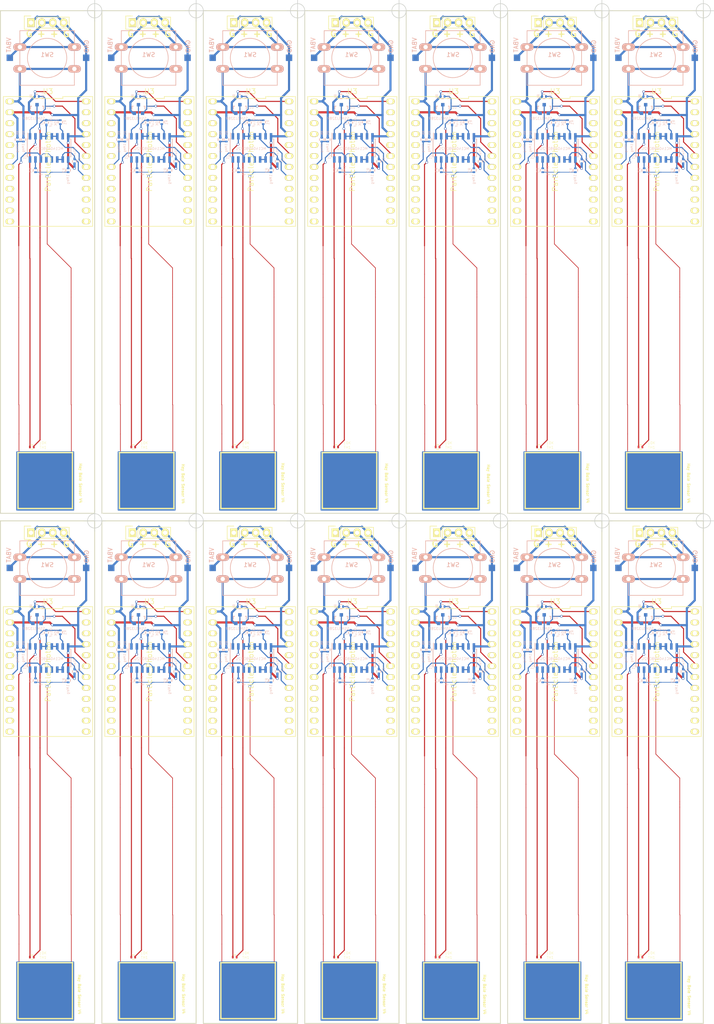
<source format=kicad_pcb>
(kicad_pcb (version 4) (host pcbnew 4.0.1-stable)
  (layers (0 F.Cu signal) (1 In1.Cu signal) (2 In2.Cu signal) (31 B.Cu signal) (34 B.Paste user) (35 F.Paste user) (36 B.SilkS user) (37 F.SilkS user) (38 B.Mask user) (39 F.Mask user) (44 Edge.Cuts user))
  (net 0 "")
  (net 1 "Net-(C1-Pad1)")
  (net 2 "Net-(C1-Pad2)")
  (net 3 VDD)
  (net 4 GND)
  (net 5 "Net-(R1-Pad1)")
  (net 6 "Net-(TH1-Pad1)")
  (net 7 "Net-(U1-Pad13)")
  (net 8 "Net-(U1-Pad16)")
  (net 9 "Net-(R2-Pad1)")
  (net 10 "Net-(R3-Pad1)")
  (net 11 /Cap2)
  (net 12 /Cap1)
  (net 13 "Net-(U1-Pad1)")
  (net 14 "Net-(P2-Pad1)")
  (net 15 "Net-(U3-Pad23)")
  (net 16 "Net-(U3-Pad22)")
  (net 17 "Net-(U3-Pad3)")
  (net 18 "Net-(U3-Pad4)")
  (net 19 "Net-(U3-Pad20)")
  (net 20 "Net-(U3-Pad5)")
  (net 21 "Net-(U3-Pad6)")
  (net 22 "Net-(U3-Pad8)")
  (net 23 "Net-(U3-Pad16)")
  (net 24 "Net-(U3-Pad9)")
  (net 25 "Net-(U3-Pad10)")
  (net 26 "Net-(U3-Pad11)")
  (net 27 "Net-(U3-Pad12)")
  (net 28 "Net-(R4-Pad1)")
  (net 29 "Net-(U1-Pad5)")
  (net 30 "Net-(U3-Pad15)")
  (net 31 "Net-(U3-Pad14)")
  (net 32 "Net-(U3-Pad13)")
  (net 33 "Net-(C2-Pad2)")
  (net 34 "Net-(R5-Pad1)")
  (net 35 +3V3)
  (module Measurement_Points:Measurement_Point_Square-SMD-Pad_Small (layer B.Cu) (at 143.298 144.93)
    (fp_text reference P3)
    (fp_text value GND (at 0.1016 -2.6416 90) (layer B.SilkS) (effects (justify mirror)))
    (pad 1 smd rect (at 0 0) (size 1.5 1.5) (layers B.Cu B.Mask) (net 4 GND))
  )
  (module Measurement_Points:Measurement_Point_Square-SMD-Pad_Small (layer B.Cu) (at 125.518 144.93)
    (fp_text reference P2)
    (fp_text value VBAT (at -0.2286 -2.9718 90) (layer B.SilkS) (effects (justify mirror)))
    (pad 1 smd rect (at 0 0) (size 1.5 1.5) (layers B.Cu B.Mask) (net 14 "Net-(P2-Pad1)"))
  )
  (module "kicad footprints:Particle-Photon" (layer F.Cu) (at 134.408 169.06 270)
    (fp_text reference U3 (at -16.305 0 360) (layer F.SilkS) (effects (font (size 1.2 1.2))))
    (fp_text value Particle_Photon (at 0 0 270) (layer F.SilkS) (effects (font (size 1.2 1.2))))
    (pad 24 thru_hole oval (at -13.97 -8.89 270) (size 1.27 2) (drill 1.016) (layers *.Cu *.Mask F.SilkS) (net 35 +3V3))
    (pad 1 thru_hole oval (at -13.97 8.89 270) (size 1.27 2) (drill 1.016) (layers *.Cu *.Mask F.SilkS) (net 3 VDD))
    (pad 23 thru_hole oval (at -11.43 -8.89 270) (size 1.27 2) (drill 1.016) (layers *.Cu *.Mask F.SilkS) (net 15 "Net-(U3-Pad23)"))
    (pad 2 thru_hole oval (at -11.43 8.89 270) (size 1.27 2) (drill 1.016) (layers *.Cu *.Mask F.SilkS) (net 4 GND))
    (pad 22 thru_hole oval (at -8.89 -8.89 270) (size 1.27 2) (drill 1.016) (layers *.Cu *.Mask F.SilkS) (net 16 "Net-(U3-Pad22)"))
    (pad 3 thru_hole oval (at -8.89 8.89 270) (size 1.27 2) (drill 1.016) (layers *.Cu *.Mask F.SilkS) (net 17 "Net-(U3-Pad3)"))
    (pad 21 thru_hole oval (at -6.35 -8.89 270) (size 1.27 2) (drill 1.016) (layers *.Cu *.Mask F.SilkS) (net 4 GND))
    (pad 4 thru_hole oval (at -6.35 8.89 270) (size 1.27 2) (drill 1.016) (layers *.Cu *.Mask F.SilkS) (net 18 "Net-(U3-Pad4)"))
    (pad 20 thru_hole oval (at -3.81 -8.89 270) (size 1.27 2) (drill 1.016) (layers *.Cu *.Mask F.SilkS) (net 19 "Net-(U3-Pad20)"))
    (pad 5 thru_hole oval (at -3.81 8.89 270) (size 1.27 2) (drill 1.016) (layers *.Cu *.Mask F.SilkS) (net 20 "Net-(U3-Pad5)"))
    (pad 19 thru_hole oval (at -1.27 -8.89 270) (size 1.27 2) (drill 1.016) (layers *.Cu *.Mask F.SilkS) (net 28 "Net-(R4-Pad1)"))
    (pad 6 thru_hole oval (at -1.27 8.89 270) (size 1.27 2) (drill 1.016) (layers *.Cu *.Mask F.SilkS) (net 21 "Net-(U3-Pad6)"))
    (pad 18 thru_hole oval (at 1.27 -8.89 270) (size 1.27 2) (drill 1.016) (layers *.Cu *.Mask F.SilkS) (net 29 "Net-(U1-Pad5)"))
    (pad 7 thru_hole oval (at 1.27 8.89 270) (size 1.27 2) (drill 1.016) (layers *.Cu *.Mask F.SilkS) (net 34 "Net-(R5-Pad1)"))
    (pad 17 thru_hole oval (at 3.81 -8.89 270) (size 1.27 2) (drill 1.016) (layers *.Cu *.Mask F.SilkS) (net 33 "Net-(C2-Pad2)"))
    (pad 8 thru_hole oval (at 3.81 8.89 270) (size 1.27 2) (drill 1.016) (layers *.Cu *.Mask F.SilkS) (net 22 "Net-(U3-Pad8)"))
    (pad 16 thru_hole oval (at 6.35 -8.89 270) (size 1.27 2) (drill 1.016) (layers *.Cu *.Mask F.SilkS) (net 23 "Net-(U3-Pad16)"))
    (pad 9 thru_hole oval (at 6.35 8.89 270) (size 1.27 2) (drill 1.016) (layers *.Cu *.Mask F.SilkS) (net 24 "Net-(U3-Pad9)"))
    (pad 15 thru_hole oval (at 8.89 -8.89 270) (size 1.27 2) (drill 1.016) (layers *.Cu *.Mask F.SilkS) (net 30 "Net-(U3-Pad15)"))
    (pad 10 thru_hole oval (at 8.89 8.89 270) (size 1.27 2) (drill 1.016) (layers *.Cu *.Mask F.SilkS) (net 25 "Net-(U3-Pad10)"))
    (pad 14 thru_hole oval (at 11.43 -8.89 270) (size 1.27 2) (drill 1.016) (layers *.Cu *.Mask F.SilkS) (net 31 "Net-(U3-Pad14)"))
    (pad 11 thru_hole oval (at 11.43 8.89 270) (size 1.27 2) (drill 1.016) (layers *.Cu *.Mask F.SilkS) (net 26 "Net-(U3-Pad11)"))
    (pad 13 thru_hole oval (at 13.97 -8.89 270) (size 1.27 2) (drill 1.016) (layers *.Cu *.Mask F.SilkS) (net 32 "Net-(U3-Pad13)"))
    (pad 12 thru_hole oval (at 13.97 8.89 270) (size 1.27 2) (drill 1.016) (layers *.Cu *.Mask F.SilkS) (net 27 "Net-(U3-Pad12)"))
  )
  (module Resistors_SMD:R_0402 (layer B.Cu) (at 127.296 163.98 90)
    (fp_text reference R6 (at 1.5748 0.0508 90) (layer B.SilkS) (effects (font (size 0.508 0.508) (thickness 0.0508)) (justify mirror)))
    (fp_text value 1Meg (at -2.032 -0.0762 90) (layer B.SilkS) (effects (font (size 0.508 0.508) (thickness 0.0508)) (justify mirror)))
    (pad 1 smd rect (at -0.45 0 90) (size 0.4 0.6) (layers B.Cu B.Paste B.Mask) (net 34 "Net-(R5-Pad1)"))
    (pad 2 smd rect (at 0.45 0 90) (size 0.4 0.6) (layers B.Cu B.Paste B.Mask) (net 4 GND))
  )
  (module Resistors_SMD:R_0402 (layer B.Cu) (at 128.693 163.98 90)
    (fp_text reference R5 (at 1.5494 0.0762 90) (layer B.SilkS) (effects (font (size 0.508 0.508) (thickness 0.0508)) (justify mirror)))
    (fp_text value 1Meg (at -1.9304 -0.0762 90) (layer B.SilkS) (effects (font (size 0.508 0.508) (thickness 0.0508)) (justify mirror)))
    (pad 1 smd rect (at -0.45 0 90) (size 0.4 0.6) (layers B.Cu B.Paste B.Mask) (net 34 "Net-(R5-Pad1)"))
    (pad 2 smd rect (at 0.45 0 90) (size 0.4 0.6) (layers B.Cu B.Paste B.Mask) (net 3 VDD))
  )
  (module Capacitors_SMD:C_0402 (layer B.Cu) (at 140.5802 169.0346 90)
    (fp_text reference C2 (at 0.381 1.143 90) (layer B.SilkS) (effects (font (size 0.508 0.508) (thickness 0.0508)) (justify mirror)))
    (fp_text value .01uF (at 2.2098 -0.0254 90) (layer B.SilkS) (effects (font (size 0.508 0.508) (thickness 0.0508)) (justify mirror)))
    (pad 1 smd rect (at -0.55 0 90) (size 0.6 0.5) (layers B.Cu B.Paste B.Mask) (net 4 GND))
    (pad 2 smd rect (at 0.55 0 90) (size 0.6 0.5) (layers B.Cu B.Paste B.Mask) (net 33 "Net-(C2-Pad2)"))
  )
  (module Pin_Headers:Pin_Header_Straight_1x04 (layer F.Cu) (at 130.4456 136.7512 90)
    (fp_text reference P5)
    (fp_text value CONN_01X04)
    (pad 1 thru_hole rect (at 0 0 90) (size 2.032 1.7272) (drill 1.016) (layers *.Cu *.Mask F.SilkS) (net 4 GND))
    (pad 2 thru_hole oval (at 0 2.54 90) (size 2.032 1.7272) (drill 1.016) (layers *.Cu *.Mask F.SilkS) (net 14 "Net-(P2-Pad1)"))
    (pad 3 thru_hole oval (at 0 5.08 90) (size 2.032 1.7272) (drill 1.016) (layers *.Cu *.Mask F.SilkS) (net 14 "Net-(P2-Pad1)"))
    (pad 4 thru_hole oval (at 0 7.62 90) (size 2.032 1.7272) (drill 1.016) (layers *.Cu *.Mask F.SilkS) (net 4 GND))
  )
  (module TO_SOT_Packages_SMD:SOT-23 (layer B.Cu) (at 131.8553 156.8553 180)
    (fp_text reference U2 (at -2.6924 0.4318 180) (layer B.SilkS) (effects (font (size 0.6 0.6) (thickness 0.05)) (justify mirror)))
    (fp_text value SSM3J328R (at 0.7366 -2.2098 360) (layer B.SilkS) (effects (font (size 0.6 0.6) (thickness 0.05)) (justify mirror)))
    (pad 1 smd rect (at -0.95 -1.00076 180) (size 0.8001 0.8001) (layers B.Cu B.Paste B.Mask) (net 28 "Net-(R4-Pad1)"))
    (pad 2 smd rect (at 0.95 -1.00076 180) (size 0.8001 0.8001) (layers B.Cu B.Paste B.Mask) (net 35 +3V3))
    (pad 3 smd rect (at 0 0.99822 180) (size 0.8001 0.8001) (layers B.Cu B.Paste B.Mask) (net 13 "Net-(U1-Pad1)"))
  )
  (module Resistors_SMD:R_0402 (layer B.Cu) (at 131.8045 153.9343 180)
    (fp_text reference R4 (at 1.30048 -0.02032 270) (layer B.SilkS) (effects (font (size 0.6 0.6) (thickness 0.05)) (justify mirror)))
    (fp_text value 10K (at -1.46304 0.1016 270) (layer B.SilkS) (effects (font (size 0.6 0.6) (thickness 0.05)) (justify mirror)))
    (pad 1 smd rect (at -0.45 0 180) (size 0.4 0.6) (layers B.Cu B.Paste B.Mask) (net 28 "Net-(R4-Pad1)"))
    (pad 2 smd rect (at 0.45 0 180) (size 0.4 0.6) (layers B.Cu B.Paste B.Mask) (net 35 +3V3))
  )
  (module Resistors_SMD:R_0402 (layer B.Cu) (at 131.5124 171.1174 270)
    (fp_text reference R3 (at -0.04564 1.08152 270) (layer B.SilkS) (effects (font (size 0.6 0.6) (thickness 0.05)) (justify mirror)))
    (fp_text value 1Meg (at 0.05596 -1.10034 270) (layer B.SilkS) (effects (font (size 0.6 0.6) (thickness 0.05)) (justify mirror)))
    (pad 1 smd rect (at -0.45 0 270) (size 0.4 0.6) (layers B.Cu B.Paste B.Mask) (net 10 "Net-(R3-Pad1)"))
    (pad 2 smd rect (at 0.45 0 270) (size 0.4 0.6) (layers B.Cu B.Paste B.Mask) (net 11 /Cap2))
  )
  (module Resistors_SMD:R_0402 (layer B.Cu) (at 139.107 171.1174 270)
    (fp_text reference R2 (at 0.01024 1.0077 270) (layer B.SilkS) (effects (font (size 0.6 0.6) (thickness 0.05)) (justify mirror)))
    (fp_text value 1Meg (at 2.0828 0.0762 270) (layer B.SilkS) (effects (font (size 0.6 0.6) (thickness 0.05)) (justify mirror)))
    (pad 1 smd rect (at -0.45 0 270) (size 0.4 0.6) (layers B.Cu B.Paste B.Mask) (net 9 "Net-(R2-Pad1)"))
    (pad 2 smd rect (at 0.45 0 270) (size 0.4 0.6) (layers B.Cu B.Paste B.Mask) (net 11 /Cap2))
  )
  (module Housings_SOIC:SOIC-16_3.9x9.9mm_Pitch1.27mm (layer B.Cu) (at 134.662 165.9104 270)
    (fp_text reference U1 (at 2.0778 5.659 270) (layer B.SilkS) (effects (font (size 0.6 0.6) (thickness 0.05)) (justify mirror)))
    (fp_text value MC14049BDR2G (at 0.17 0.22 360) (layer B.SilkS) (effects (font (size 0.6 0.6) (thickness 0.05)) (justify mirror)))
    (pad 1 smd rect (at -2.7 4.445 270) (size 1.5 0.6) (layers B.Cu B.Paste B.Mask) (net 13 "Net-(U1-Pad1)"))
    (pad 2 smd rect (at -2.7 3.175 270) (size 1.5 0.6) (layers B.Cu B.Paste B.Mask) (net 6 "Net-(TH1-Pad1)"))
    (pad 3 smd rect (at -2.7 1.905 270) (size 1.5 0.6) (layers B.Cu B.Paste B.Mask) (net 1 "Net-(C1-Pad1)"))
    (pad 4 smd rect (at -2.7 0.635 270) (size 1.5 0.6) (layers B.Cu B.Paste B.Mask) (net 1 "Net-(C1-Pad1)"))
    (pad 5 smd rect (at -2.7 -0.635 270) (size 1.5 0.6) (layers B.Cu B.Paste B.Mask) (net 29 "Net-(U1-Pad5)"))
    (pad 6 smd rect (at -2.7 -1.905 270) (size 1.5 0.6) (layers B.Cu B.Paste B.Mask) (net 29 "Net-(U1-Pad5)"))
    (pad 7 smd rect (at -2.7 -3.175 270) (size 1.5 0.6) (layers B.Cu B.Paste B.Mask) (net 5 "Net-(R1-Pad1)"))
    (pad 8 smd rect (at -2.7 -4.445 270) (size 1.5 0.6) (layers B.Cu B.Paste B.Mask) (net 4 GND))
    (pad 9 smd rect (at 2.7 -4.445 270) (size 1.5 0.6) (layers B.Cu B.Paste B.Mask) (net 9 "Net-(R2-Pad1)"))
    (pad 10 smd rect (at 2.7 -3.175 270) (size 1.5 0.6) (layers B.Cu B.Paste B.Mask) (net 33 "Net-(C2-Pad2)"))
    (pad 11 smd rect (at 2.7 -1.905 270) (size 1.5 0.6) (layers B.Cu B.Paste B.Mask) (net 33 "Net-(C2-Pad2)"))
    (pad 12 smd rect (at 2.7 -0.635 270) (size 1.5 0.6) (layers B.Cu B.Paste B.Mask) (net 12 /Cap1))
    (pad 13 smd rect (at 2.7 0.635 270) (size 1.5 0.6) (layers B.Cu B.Paste B.Mask) (net 7 "Net-(U1-Pad13)"))
    (pad 14 smd rect (at 2.7 1.905 270) (size 1.5 0.6) (layers B.Cu B.Paste B.Mask) (net 12 /Cap1))
    (pad 15 smd rect (at 2.7 3.175 270) (size 1.5 0.6) (layers B.Cu B.Paste B.Mask) (net 10 "Net-(R3-Pad1)"))
    (pad 16 smd rect (at 2.7 4.445 270) (size 1.5 0.6) (layers B.Cu B.Paste B.Mask) (net 8 "Net-(U1-Pad16)"))
  )
  (module Resistors_SMD:R_0402 (layer F.Cu) (at 130.6488 235.5318)
    (fp_text reference TH1 (at 2.58 0.09) (layer F.SilkS) (effects (font (size 0.6 0.6) (thickness 0.05))))
    (fp_text value 10K (at 2.5654 -0.9398) (layer F.SilkS) (effects (font (size 0.6 0.6) (thickness 0.05))))
    (pad 1 smd rect (at -0.45 0) (size 0.4 0.6) (layers F.Cu F.Paste F.Mask) (net 6 "Net-(TH1-Pad1)"))
    (pad 2 smd rect (at 0.45 0) (size 0.4 0.6) (layers F.Cu F.Paste F.Mask) (net 2 "Net-(C1-Pad2)"))
  )
  (module Resistors_SMD:R_0402 (layer B.Cu) (at 137.2782 159.916 90)
    (fp_text reference R1 (at -0.06022 1.1097 90) (layer B.SilkS) (effects (font (size 0.6 0.6) (thickness 0.05)) (justify mirror)))
    (fp_text value 10K (at -0.03736 -1.09502 90) (layer B.SilkS) (effects (font (size 0.6 0.6) (thickness 0.05)) (justify mirror)))
    (pad 1 smd rect (at -0.45 0 90) (size 0.4 0.6) (layers B.Cu B.Paste B.Mask) (net 5 "Net-(R1-Pad1)"))
    (pad 2 smd rect (at 0.45 0 90) (size 0.4 0.6) (layers B.Cu B.Paste B.Mask) (net 2 "Net-(C1-Pad2)"))
  )
  (module Capacitors_SMD:C_0402 (layer B.Cu) (at 134.027 160.0176 90)
    (fp_text reference C1 (at -0.02594 -1.13248 90) (layer B.SilkS) (effects (font (size 0.6 0.6) (thickness 0.05)) (justify mirror)))
    (fp_text value .01uF (at 0.10106 1.08494 90) (layer B.SilkS) (effects (font (size 0.6 0.6) (thickness 0.05)) (justify mirror)))
    (pad 1 smd rect (at -0.55 0 90) (size 0.6 0.5) (layers B.Cu B.Paste B.Mask) (net 1 "Net-(C1-Pad1)"))
    (pad 2 smd rect (at 0.55 0 90) (size 0.6 0.5) (layers B.Cu B.Paste B.Mask) (net 2 "Net-(C1-Pad2)"))
  )
  (module Buttons_Switches_ThroughHole:SW_PUSH-12mm (layer B.Cu) (at 134.2048 144.9808 180)
    (fp_text reference SW1 (at 0 0.762 180) (layer B.SilkS) (effects (justify mirror)))
    (fp_text value SPST)
    (pad 1 thru_hole oval (at 6.35 2.54 180) (size 3.048 1.7272) (drill 1.016) (layers *.Cu *.Mask B.SilkS) (net 14 "Net-(P2-Pad1)"))
    (pad 2 thru_hole oval (at 6.35 -2.54 180) (size 3.048 1.7272) (drill 1.016) (layers *.Cu *.Mask B.SilkS) (net 3 VDD))
    (pad 1 thru_hole oval (at -6.35 2.54 180) (size 3.048 1.7272) (drill 1.016) (layers *.Cu *.Mask B.SilkS) (net 14 "Net-(P2-Pad1)"))
    (pad 2 thru_hole oval (at -6.35 -2.54 180) (size 3.048 1.7272) (drill 1.016) (layers *.Cu *.Mask B.SilkS) (net 3 VDD))
  )
  (module Buttons_Switches_ThroughHole:SW_PUSH-12mm (layer B.Cu) (at 134.2048 26.2358 180)
    (fp_text reference SW1 (at 0 0.762 180) (layer B.SilkS) (effects (justify mirror)))
    (fp_text value SPST)
    (pad 1 thru_hole oval (at 6.35 2.54 180) (size 3.048 1.7272) (drill 1.016) (layers *.Cu *.Mask B.SilkS) (net 14 "Net-(P2-Pad1)"))
    (pad 2 thru_hole oval (at 6.35 -2.54 180) (size 3.048 1.7272) (drill 1.016) (layers *.Cu *.Mask B.SilkS) (net 3 VDD))
    (pad 1 thru_hole oval (at -6.35 2.54 180) (size 3.048 1.7272) (drill 1.016) (layers *.Cu *.Mask B.SilkS) (net 14 "Net-(P2-Pad1)"))
    (pad 2 thru_hole oval (at -6.35 -2.54 180) (size 3.048 1.7272) (drill 1.016) (layers *.Cu *.Mask B.SilkS) (net 3 VDD))
  )
  (module Capacitors_SMD:C_0402 (layer B.Cu) (at 134.027 41.2726 90)
    (fp_text reference C1 (at -0.02594 -1.13248 90) (layer B.SilkS) (effects (font (size 0.6 0.6) (thickness 0.05)) (justify mirror)))
    (fp_text value .01uF (at 0.10106 1.08494 90) (layer B.SilkS) (effects (font (size 0.6 0.6) (thickness 0.05)) (justify mirror)))
    (pad 1 smd rect (at -0.55 0 90) (size 0.6 0.5) (layers B.Cu B.Paste B.Mask) (net 1 "Net-(C1-Pad1)"))
    (pad 2 smd rect (at 0.55 0 90) (size 0.6 0.5) (layers B.Cu B.Paste B.Mask) (net 2 "Net-(C1-Pad2)"))
  )
  (module Resistors_SMD:R_0402 (layer B.Cu) (at 137.2782 41.171 90)
    (fp_text reference R1 (at -0.06022 1.1097 90) (layer B.SilkS) (effects (font (size 0.6 0.6) (thickness 0.05)) (justify mirror)))
    (fp_text value 10K (at -0.03736 -1.09502 90) (layer B.SilkS) (effects (font (size 0.6 0.6) (thickness 0.05)) (justify mirror)))
    (pad 1 smd rect (at -0.45 0 90) (size 0.4 0.6) (layers B.Cu B.Paste B.Mask) (net 5 "Net-(R1-Pad1)"))
    (pad 2 smd rect (at 0.45 0 90) (size 0.4 0.6) (layers B.Cu B.Paste B.Mask) (net 2 "Net-(C1-Pad2)"))
  )
  (module Resistors_SMD:R_0402 (layer F.Cu) (at 130.6488 116.7868)
    (fp_text reference TH1 (at 2.58 0.09) (layer F.SilkS) (effects (font (size 0.6 0.6) (thickness 0.05))))
    (fp_text value 10K (at 2.5654 -0.9398) (layer F.SilkS) (effects (font (size 0.6 0.6) (thickness 0.05))))
    (pad 1 smd rect (at -0.45 0) (size 0.4 0.6) (layers F.Cu F.Paste F.Mask) (net 6 "Net-(TH1-Pad1)"))
    (pad 2 smd rect (at 0.45 0) (size 0.4 0.6) (layers F.Cu F.Paste F.Mask) (net 2 "Net-(C1-Pad2)"))
  )
  (module Housings_SOIC:SOIC-16_3.9x9.9mm_Pitch1.27mm (layer B.Cu) (at 134.662 47.1654 270)
    (fp_text reference U1 (at 2.0778 5.659 270) (layer B.SilkS) (effects (font (size 0.6 0.6) (thickness 0.05)) (justify mirror)))
    (fp_text value MC14049BDR2G (at 0.17 0.22 360) (layer B.SilkS) (effects (font (size 0.6 0.6) (thickness 0.05)) (justify mirror)))
    (pad 1 smd rect (at -2.7 4.445 270) (size 1.5 0.6) (layers B.Cu B.Paste B.Mask) (net 13 "Net-(U1-Pad1)"))
    (pad 2 smd rect (at -2.7 3.175 270) (size 1.5 0.6) (layers B.Cu B.Paste B.Mask) (net 6 "Net-(TH1-Pad1)"))
    (pad 3 smd rect (at -2.7 1.905 270) (size 1.5 0.6) (layers B.Cu B.Paste B.Mask) (net 1 "Net-(C1-Pad1)"))
    (pad 4 smd rect (at -2.7 0.635 270) (size 1.5 0.6) (layers B.Cu B.Paste B.Mask) (net 1 "Net-(C1-Pad1)"))
    (pad 5 smd rect (at -2.7 -0.635 270) (size 1.5 0.6) (layers B.Cu B.Paste B.Mask) (net 29 "Net-(U1-Pad5)"))
    (pad 6 smd rect (at -2.7 -1.905 270) (size 1.5 0.6) (layers B.Cu B.Paste B.Mask) (net 29 "Net-(U1-Pad5)"))
    (pad 7 smd rect (at -2.7 -3.175 270) (size 1.5 0.6) (layers B.Cu B.Paste B.Mask) (net 5 "Net-(R1-Pad1)"))
    (pad 8 smd rect (at -2.7 -4.445 270) (size 1.5 0.6) (layers B.Cu B.Paste B.Mask) (net 4 GND))
    (pad 9 smd rect (at 2.7 -4.445 270) (size 1.5 0.6) (layers B.Cu B.Paste B.Mask) (net 9 "Net-(R2-Pad1)"))
    (pad 10 smd rect (at 2.7 -3.175 270) (size 1.5 0.6) (layers B.Cu B.Paste B.Mask) (net 33 "Net-(C2-Pad2)"))
    (pad 11 smd rect (at 2.7 -1.905 270) (size 1.5 0.6) (layers B.Cu B.Paste B.Mask) (net 33 "Net-(C2-Pad2)"))
    (pad 12 smd rect (at 2.7 -0.635 270) (size 1.5 0.6) (layers B.Cu B.Paste B.Mask) (net 12 /Cap1))
    (pad 13 smd rect (at 2.7 0.635 270) (size 1.5 0.6) (layers B.Cu B.Paste B.Mask) (net 7 "Net-(U1-Pad13)"))
    (pad 14 smd rect (at 2.7 1.905 270) (size 1.5 0.6) (layers B.Cu B.Paste B.Mask) (net 12 /Cap1))
    (pad 15 smd rect (at 2.7 3.175 270) (size 1.5 0.6) (layers B.Cu B.Paste B.Mask) (net 10 "Net-(R3-Pad1)"))
    (pad 16 smd rect (at 2.7 4.445 270) (size 1.5 0.6) (layers B.Cu B.Paste B.Mask) (net 8 "Net-(U1-Pad16)"))
  )
  (module Resistors_SMD:R_0402 (layer B.Cu) (at 139.107 52.3724 270)
    (fp_text reference R2 (at 0.01024 1.0077 270) (layer B.SilkS) (effects (font (size 0.6 0.6) (thickness 0.05)) (justify mirror)))
    (fp_text value 1Meg (at 2.0828 0.0762 270) (layer B.SilkS) (effects (font (size 0.6 0.6) (thickness 0.05)) (justify mirror)))
    (pad 1 smd rect (at -0.45 0 270) (size 0.4 0.6) (layers B.Cu B.Paste B.Mask) (net 9 "Net-(R2-Pad1)"))
    (pad 2 smd rect (at 0.45 0 270) (size 0.4 0.6) (layers B.Cu B.Paste B.Mask) (net 11 /Cap2))
  )
  (module Resistors_SMD:R_0402 (layer B.Cu) (at 131.5124 52.3724 270)
    (fp_text reference R3 (at -0.04564 1.08152 270) (layer B.SilkS) (effects (font (size 0.6 0.6) (thickness 0.05)) (justify mirror)))
    (fp_text value 1Meg (at 0.05596 -1.10034 270) (layer B.SilkS) (effects (font (size 0.6 0.6) (thickness 0.05)) (justify mirror)))
    (pad 1 smd rect (at -0.45 0 270) (size 0.4 0.6) (layers B.Cu B.Paste B.Mask) (net 10 "Net-(R3-Pad1)"))
    (pad 2 smd rect (at 0.45 0 270) (size 0.4 0.6) (layers B.Cu B.Paste B.Mask) (net 11 /Cap2))
  )
  (module Resistors_SMD:R_0402 (layer B.Cu) (at 131.8045 35.1893 180)
    (fp_text reference R4 (at 1.30048 -0.02032 270) (layer B.SilkS) (effects (font (size 0.6 0.6) (thickness 0.05)) (justify mirror)))
    (fp_text value 10K (at -1.46304 0.1016 270) (layer B.SilkS) (effects (font (size 0.6 0.6) (thickness 0.05)) (justify mirror)))
    (pad 1 smd rect (at -0.45 0 180) (size 0.4 0.6) (layers B.Cu B.Paste B.Mask) (net 28 "Net-(R4-Pad1)"))
    (pad 2 smd rect (at 0.45 0 180) (size 0.4 0.6) (layers B.Cu B.Paste B.Mask) (net 35 +3V3))
  )
  (module TO_SOT_Packages_SMD:SOT-23 (layer B.Cu) (at 131.8553 38.1103 180)
    (fp_text reference U2 (at -2.6924 0.4318 180) (layer B.SilkS) (effects (font (size 0.6 0.6) (thickness 0.05)) (justify mirror)))
    (fp_text value SSM3J328R (at 0.7366 -2.2098 360) (layer B.SilkS) (effects (font (size 0.6 0.6) (thickness 0.05)) (justify mirror)))
    (pad 1 smd rect (at -0.95 -1.00076 180) (size 0.8001 0.8001) (layers B.Cu B.Paste B.Mask) (net 28 "Net-(R4-Pad1)"))
    (pad 2 smd rect (at 0.95 -1.00076 180) (size 0.8001 0.8001) (layers B.Cu B.Paste B.Mask) (net 35 +3V3))
    (pad 3 smd rect (at 0 0.99822 180) (size 0.8001 0.8001) (layers B.Cu B.Paste B.Mask) (net 13 "Net-(U1-Pad1)"))
  )
  (module Pin_Headers:Pin_Header_Straight_1x04 (layer F.Cu) (at 130.4456 18.0062 90)
    (fp_text reference P5)
    (fp_text value CONN_01X04)
    (pad 1 thru_hole rect (at 0 0 90) (size 2.032 1.7272) (drill 1.016) (layers *.Cu *.Mask F.SilkS) (net 4 GND))
    (pad 2 thru_hole oval (at 0 2.54 90) (size 2.032 1.7272) (drill 1.016) (layers *.Cu *.Mask F.SilkS) (net 14 "Net-(P2-Pad1)"))
    (pad 3 thru_hole oval (at 0 5.08 90) (size 2.032 1.7272) (drill 1.016) (layers *.Cu *.Mask F.SilkS) (net 14 "Net-(P2-Pad1)"))
    (pad 4 thru_hole oval (at 0 7.62 90) (size 2.032 1.7272) (drill 1.016) (layers *.Cu *.Mask F.SilkS) (net 4 GND))
  )
  (module Capacitors_SMD:C_0402 (layer B.Cu) (at 140.5802 50.2896 90)
    (fp_text reference C2 (at 0.381 1.143 90) (layer B.SilkS) (effects (font (size 0.508 0.508) (thickness 0.0508)) (justify mirror)))
    (fp_text value .01uF (at 2.2098 -0.0254 90) (layer B.SilkS) (effects (font (size 0.508 0.508) (thickness 0.0508)) (justify mirror)))
    (pad 1 smd rect (at -0.55 0 90) (size 0.6 0.5) (layers B.Cu B.Paste B.Mask) (net 4 GND))
    (pad 2 smd rect (at 0.55 0 90) (size 0.6 0.5) (layers B.Cu B.Paste B.Mask) (net 33 "Net-(C2-Pad2)"))
  )
  (module Resistors_SMD:R_0402 (layer B.Cu) (at 128.693 45.235 90)
    (fp_text reference R5 (at 1.5494 0.0762 90) (layer B.SilkS) (effects (font (size 0.508 0.508) (thickness 0.0508)) (justify mirror)))
    (fp_text value 1Meg (at -1.9304 -0.0762 90) (layer B.SilkS) (effects (font (size 0.508 0.508) (thickness 0.0508)) (justify mirror)))
    (pad 1 smd rect (at -0.45 0 90) (size 0.4 0.6) (layers B.Cu B.Paste B.Mask) (net 34 "Net-(R5-Pad1)"))
    (pad 2 smd rect (at 0.45 0 90) (size 0.4 0.6) (layers B.Cu B.Paste B.Mask) (net 3 VDD))
  )
  (module Resistors_SMD:R_0402 (layer B.Cu) (at 127.296 45.235 90)
    (fp_text reference R6 (at 1.5748 0.0508 90) (layer B.SilkS) (effects (font (size 0.508 0.508) (thickness 0.0508)) (justify mirror)))
    (fp_text value 1Meg (at -2.032 -0.0762 90) (layer B.SilkS) (effects (font (size 0.508 0.508) (thickness 0.0508)) (justify mirror)))
    (pad 1 smd rect (at -0.45 0 90) (size 0.4 0.6) (layers B.Cu B.Paste B.Mask) (net 34 "Net-(R5-Pad1)"))
    (pad 2 smd rect (at 0.45 0 90) (size 0.4 0.6) (layers B.Cu B.Paste B.Mask) (net 4 GND))
  )
  (module "kicad footprints:Particle-Photon" (layer F.Cu) (at 134.408 50.315 270)
    (fp_text reference U3 (at -16.305 0 360) (layer F.SilkS) (effects (font (size 1.2 1.2))))
    (fp_text value Particle_Photon (at 0 0 270) (layer F.SilkS) (effects (font (size 1.2 1.2))))
    (pad 24 thru_hole oval (at -13.97 -8.89 270) (size 1.27 2) (drill 1.016) (layers *.Cu *.Mask F.SilkS) (net 35 +3V3))
    (pad 1 thru_hole oval (at -13.97 8.89 270) (size 1.27 2) (drill 1.016) (layers *.Cu *.Mask F.SilkS) (net 3 VDD))
    (pad 23 thru_hole oval (at -11.43 -8.89 270) (size 1.27 2) (drill 1.016) (layers *.Cu *.Mask F.SilkS) (net 15 "Net-(U3-Pad23)"))
    (pad 2 thru_hole oval (at -11.43 8.89 270) (size 1.27 2) (drill 1.016) (layers *.Cu *.Mask F.SilkS) (net 4 GND))
    (pad 22 thru_hole oval (at -8.89 -8.89 270) (size 1.27 2) (drill 1.016) (layers *.Cu *.Mask F.SilkS) (net 16 "Net-(U3-Pad22)"))
    (pad 3 thru_hole oval (at -8.89 8.89 270) (size 1.27 2) (drill 1.016) (layers *.Cu *.Mask F.SilkS) (net 17 "Net-(U3-Pad3)"))
    (pad 21 thru_hole oval (at -6.35 -8.89 270) (size 1.27 2) (drill 1.016) (layers *.Cu *.Mask F.SilkS) (net 4 GND))
    (pad 4 thru_hole oval (at -6.35 8.89 270) (size 1.27 2) (drill 1.016) (layers *.Cu *.Mask F.SilkS) (net 18 "Net-(U3-Pad4)"))
    (pad 20 thru_hole oval (at -3.81 -8.89 270) (size 1.27 2) (drill 1.016) (layers *.Cu *.Mask F.SilkS) (net 19 "Net-(U3-Pad20)"))
    (pad 5 thru_hole oval (at -3.81 8.89 270) (size 1.27 2) (drill 1.016) (layers *.Cu *.Mask F.SilkS) (net 20 "Net-(U3-Pad5)"))
    (pad 19 thru_hole oval (at -1.27 -8.89 270) (size 1.27 2) (drill 1.016) (layers *.Cu *.Mask F.SilkS) (net 28 "Net-(R4-Pad1)"))
    (pad 6 thru_hole oval (at -1.27 8.89 270) (size 1.27 2) (drill 1.016) (layers *.Cu *.Mask F.SilkS) (net 21 "Net-(U3-Pad6)"))
    (pad 18 thru_hole oval (at 1.27 -8.89 270) (size 1.27 2) (drill 1.016) (layers *.Cu *.Mask F.SilkS) (net 29 "Net-(U1-Pad5)"))
    (pad 7 thru_hole oval (at 1.27 8.89 270) (size 1.27 2) (drill 1.016) (layers *.Cu *.Mask F.SilkS) (net 34 "Net-(R5-Pad1)"))
    (pad 17 thru_hole oval (at 3.81 -8.89 270) (size 1.27 2) (drill 1.016) (layers *.Cu *.Mask F.SilkS) (net 33 "Net-(C2-Pad2)"))
    (pad 8 thru_hole oval (at 3.81 8.89 270) (size 1.27 2) (drill 1.016) (layers *.Cu *.Mask F.SilkS) (net 22 "Net-(U3-Pad8)"))
    (pad 16 thru_hole oval (at 6.35 -8.89 270) (size 1.27 2) (drill 1.016) (layers *.Cu *.Mask F.SilkS) (net 23 "Net-(U3-Pad16)"))
    (pad 9 thru_hole oval (at 6.35 8.89 270) (size 1.27 2) (drill 1.016) (layers *.Cu *.Mask F.SilkS) (net 24 "Net-(U3-Pad9)"))
    (pad 15 thru_hole oval (at 8.89 -8.89 270) (size 1.27 2) (drill 1.016) (layers *.Cu *.Mask F.SilkS) (net 30 "Net-(U3-Pad15)"))
    (pad 10 thru_hole oval (at 8.89 8.89 270) (size 1.27 2) (drill 1.016) (layers *.Cu *.Mask F.SilkS) (net 25 "Net-(U3-Pad10)"))
    (pad 14 thru_hole oval (at 11.43 -8.89 270) (size 1.27 2) (drill 1.016) (layers *.Cu *.Mask F.SilkS) (net 31 "Net-(U3-Pad14)"))
    (pad 11 thru_hole oval (at 11.43 8.89 270) (size 1.27 2) (drill 1.016) (layers *.Cu *.Mask F.SilkS) (net 26 "Net-(U3-Pad11)"))
    (pad 13 thru_hole oval (at 13.97 -8.89 270) (size 1.27 2) (drill 1.016) (layers *.Cu *.Mask F.SilkS) (net 32 "Net-(U3-Pad13)"))
    (pad 12 thru_hole oval (at 13.97 8.89 270) (size 1.27 2) (drill 1.016) (layers *.Cu *.Mask F.SilkS) (net 27 "Net-(U3-Pad12)"))
  )
  (module Measurement_Points:Measurement_Point_Square-SMD-Pad_Small (layer B.Cu) (at 125.518 26.185)
    (fp_text reference P2)
    (fp_text value VBAT (at -0.2286 -2.9718 90) (layer B.SilkS) (effects (justify mirror)))
    (pad 1 smd rect (at 0 0) (size 1.5 1.5) (layers B.Cu B.Mask) (net 14 "Net-(P2-Pad1)"))
  )
  (module Measurement_Points:Measurement_Point_Square-SMD-Pad_Small (layer B.Cu) (at 143.298 26.185)
    (fp_text reference P3)
    (fp_text value GND (at 0.1016 -2.6416 90) (layer B.SilkS) (effects (justify mirror)))
    (pad 1 smd rect (at 0 0) (size 1.5 1.5) (layers B.Cu B.Mask) (net 4 GND))
  )
  (module Measurement_Points:Measurement_Point_Square-SMD-Pad_Small (layer B.Cu) (at 190.542 26.185)
    (fp_text reference P3)
    (fp_text value GND (at 0.1016 -2.6416 90) (layer B.SilkS) (effects (justify mirror)))
    (pad 1 smd rect (at 0 0) (size 1.5 1.5) (layers B.Cu B.Mask) (net 4 GND))
  )
  (module Measurement_Points:Measurement_Point_Square-SMD-Pad_Small (layer B.Cu) (at 172.762 26.185)
    (fp_text reference P2)
    (fp_text value VBAT (at -0.2286 -2.9718 90) (layer B.SilkS) (effects (justify mirror)))
    (pad 1 smd rect (at 0 0) (size 1.5 1.5) (layers B.Cu B.Mask) (net 14 "Net-(P2-Pad1)"))
  )
  (module "kicad footprints:Particle-Photon" (layer F.Cu) (at 181.652 50.315 270)
    (fp_text reference U3 (at -16.305 0 360) (layer F.SilkS) (effects (font (size 1.2 1.2))))
    (fp_text value Particle_Photon (at 0 0 270) (layer F.SilkS) (effects (font (size 1.2 1.2))))
    (pad 24 thru_hole oval (at -13.97 -8.89 270) (size 1.27 2) (drill 1.016) (layers *.Cu *.Mask F.SilkS) (net 35 +3V3))
    (pad 1 thru_hole oval (at -13.97 8.89 270) (size 1.27 2) (drill 1.016) (layers *.Cu *.Mask F.SilkS) (net 3 VDD))
    (pad 23 thru_hole oval (at -11.43 -8.89 270) (size 1.27 2) (drill 1.016) (layers *.Cu *.Mask F.SilkS) (net 15 "Net-(U3-Pad23)"))
    (pad 2 thru_hole oval (at -11.43 8.89 270) (size 1.27 2) (drill 1.016) (layers *.Cu *.Mask F.SilkS) (net 4 GND))
    (pad 22 thru_hole oval (at -8.89 -8.89 270) (size 1.27 2) (drill 1.016) (layers *.Cu *.Mask F.SilkS) (net 16 "Net-(U3-Pad22)"))
    (pad 3 thru_hole oval (at -8.89 8.89 270) (size 1.27 2) (drill 1.016) (layers *.Cu *.Mask F.SilkS) (net 17 "Net-(U3-Pad3)"))
    (pad 21 thru_hole oval (at -6.35 -8.89 270) (size 1.27 2) (drill 1.016) (layers *.Cu *.Mask F.SilkS) (net 4 GND))
    (pad 4 thru_hole oval (at -6.35 8.89 270) (size 1.27 2) (drill 1.016) (layers *.Cu *.Mask F.SilkS) (net 18 "Net-(U3-Pad4)"))
    (pad 20 thru_hole oval (at -3.81 -8.89 270) (size 1.27 2) (drill 1.016) (layers *.Cu *.Mask F.SilkS) (net 19 "Net-(U3-Pad20)"))
    (pad 5 thru_hole oval (at -3.81 8.89 270) (size 1.27 2) (drill 1.016) (layers *.Cu *.Mask F.SilkS) (net 20 "Net-(U3-Pad5)"))
    (pad 19 thru_hole oval (at -1.27 -8.89 270) (size 1.27 2) (drill 1.016) (layers *.Cu *.Mask F.SilkS) (net 28 "Net-(R4-Pad1)"))
    (pad 6 thru_hole oval (at -1.27 8.89 270) (size 1.27 2) (drill 1.016) (layers *.Cu *.Mask F.SilkS) (net 21 "Net-(U3-Pad6)"))
    (pad 18 thru_hole oval (at 1.27 -8.89 270) (size 1.27 2) (drill 1.016) (layers *.Cu *.Mask F.SilkS) (net 29 "Net-(U1-Pad5)"))
    (pad 7 thru_hole oval (at 1.27 8.89 270) (size 1.27 2) (drill 1.016) (layers *.Cu *.Mask F.SilkS) (net 34 "Net-(R5-Pad1)"))
    (pad 17 thru_hole oval (at 3.81 -8.89 270) (size 1.27 2) (drill 1.016) (layers *.Cu *.Mask F.SilkS) (net 33 "Net-(C2-Pad2)"))
    (pad 8 thru_hole oval (at 3.81 8.89 270) (size 1.27 2) (drill 1.016) (layers *.Cu *.Mask F.SilkS) (net 22 "Net-(U3-Pad8)"))
    (pad 16 thru_hole oval (at 6.35 -8.89 270) (size 1.27 2) (drill 1.016) (layers *.Cu *.Mask F.SilkS) (net 23 "Net-(U3-Pad16)"))
    (pad 9 thru_hole oval (at 6.35 8.89 270) (size 1.27 2) (drill 1.016) (layers *.Cu *.Mask F.SilkS) (net 24 "Net-(U3-Pad9)"))
    (pad 15 thru_hole oval (at 8.89 -8.89 270) (size 1.27 2) (drill 1.016) (layers *.Cu *.Mask F.SilkS) (net 30 "Net-(U3-Pad15)"))
    (pad 10 thru_hole oval (at 8.89 8.89 270) (size 1.27 2) (drill 1.016) (layers *.Cu *.Mask F.SilkS) (net 25 "Net-(U3-Pad10)"))
    (pad 14 thru_hole oval (at 11.43 -8.89 270) (size 1.27 2) (drill 1.016) (layers *.Cu *.Mask F.SilkS) (net 31 "Net-(U3-Pad14)"))
    (pad 11 thru_hole oval (at 11.43 8.89 270) (size 1.27 2) (drill 1.016) (layers *.Cu *.Mask F.SilkS) (net 26 "Net-(U3-Pad11)"))
    (pad 13 thru_hole oval (at 13.97 -8.89 270) (size 1.27 2) (drill 1.016) (layers *.Cu *.Mask F.SilkS) (net 32 "Net-(U3-Pad13)"))
    (pad 12 thru_hole oval (at 13.97 8.89 270) (size 1.27 2) (drill 1.016) (layers *.Cu *.Mask F.SilkS) (net 27 "Net-(U3-Pad12)"))
  )
  (module Resistors_SMD:R_0402 (layer B.Cu) (at 174.54 45.235 90)
    (fp_text reference R6 (at 1.5748 0.0508 90) (layer B.SilkS) (effects (font (size 0.508 0.508) (thickness 0.0508)) (justify mirror)))
    (fp_text value 1Meg (at -2.032 -0.0762 90) (layer B.SilkS) (effects (font (size 0.508 0.508) (thickness 0.0508)) (justify mirror)))
    (pad 1 smd rect (at -0.45 0 90) (size 0.4 0.6) (layers B.Cu B.Paste B.Mask) (net 34 "Net-(R5-Pad1)"))
    (pad 2 smd rect (at 0.45 0 90) (size 0.4 0.6) (layers B.Cu B.Paste B.Mask) (net 4 GND))
  )
  (module Resistors_SMD:R_0402 (layer B.Cu) (at 175.937 45.235 90)
    (fp_text reference R5 (at 1.5494 0.0762 90) (layer B.SilkS) (effects (font (size 0.508 0.508) (thickness 0.0508)) (justify mirror)))
    (fp_text value 1Meg (at -1.9304 -0.0762 90) (layer B.SilkS) (effects (font (size 0.508 0.508) (thickness 0.0508)) (justify mirror)))
    (pad 1 smd rect (at -0.45 0 90) (size 0.4 0.6) (layers B.Cu B.Paste B.Mask) (net 34 "Net-(R5-Pad1)"))
    (pad 2 smd rect (at 0.45 0 90) (size 0.4 0.6) (layers B.Cu B.Paste B.Mask) (net 3 VDD))
  )
  (module Capacitors_SMD:C_0402 (layer B.Cu) (at 187.8242 50.2896 90)
    (fp_text reference C2 (at 0.381 1.143 90) (layer B.SilkS) (effects (font (size 0.508 0.508) (thickness 0.0508)) (justify mirror)))
    (fp_text value .01uF (at 2.2098 -0.0254 90) (layer B.SilkS) (effects (font (size 0.508 0.508) (thickness 0.0508)) (justify mirror)))
    (pad 1 smd rect (at -0.55 0 90) (size 0.6 0.5) (layers B.Cu B.Paste B.Mask) (net 4 GND))
    (pad 2 smd rect (at 0.55 0 90) (size 0.6 0.5) (layers B.Cu B.Paste B.Mask) (net 33 "Net-(C2-Pad2)"))
  )
  (module Pin_Headers:Pin_Header_Straight_1x04 (layer F.Cu) (at 177.6896 18.0062 90)
    (fp_text reference P5)
    (fp_text value CONN_01X04)
    (pad 1 thru_hole rect (at 0 0 90) (size 2.032 1.7272) (drill 1.016) (layers *.Cu *.Mask F.SilkS) (net 4 GND))
    (pad 2 thru_hole oval (at 0 2.54 90) (size 2.032 1.7272) (drill 1.016) (layers *.Cu *.Mask F.SilkS) (net 14 "Net-(P2-Pad1)"))
    (pad 3 thru_hole oval (at 0 5.08 90) (size 2.032 1.7272) (drill 1.016) (layers *.Cu *.Mask F.SilkS) (net 14 "Net-(P2-Pad1)"))
    (pad 4 thru_hole oval (at 0 7.62 90) (size 2.032 1.7272) (drill 1.016) (layers *.Cu *.Mask F.SilkS) (net 4 GND))
  )
  (module TO_SOT_Packages_SMD:SOT-23 (layer B.Cu) (at 179.0993 38.1103 180)
    (fp_text reference U2 (at -2.6924 0.4318 180) (layer B.SilkS) (effects (font (size 0.6 0.6) (thickness 0.05)) (justify mirror)))
    (fp_text value SSM3J328R (at 0.7366 -2.2098 360) (layer B.SilkS) (effects (font (size 0.6 0.6) (thickness 0.05)) (justify mirror)))
    (pad 1 smd rect (at -0.95 -1.00076 180) (size 0.8001 0.8001) (layers B.Cu B.Paste B.Mask) (net 28 "Net-(R4-Pad1)"))
    (pad 2 smd rect (at 0.95 -1.00076 180) (size 0.8001 0.8001) (layers B.Cu B.Paste B.Mask) (net 35 +3V3))
    (pad 3 smd rect (at 0 0.99822 180) (size 0.8001 0.8001) (layers B.Cu B.Paste B.Mask) (net 13 "Net-(U1-Pad1)"))
  )
  (module Resistors_SMD:R_0402 (layer B.Cu) (at 179.0485 35.1893 180)
    (fp_text reference R4 (at 1.30048 -0.02032 270) (layer B.SilkS) (effects (font (size 0.6 0.6) (thickness 0.05)) (justify mirror)))
    (fp_text value 10K (at -1.46304 0.1016 270) (layer B.SilkS) (effects (font (size 0.6 0.6) (thickness 0.05)) (justify mirror)))
    (pad 1 smd rect (at -0.45 0 180) (size 0.4 0.6) (layers B.Cu B.Paste B.Mask) (net 28 "Net-(R4-Pad1)"))
    (pad 2 smd rect (at 0.45 0 180) (size 0.4 0.6) (layers B.Cu B.Paste B.Mask) (net 35 +3V3))
  )
  (module Resistors_SMD:R_0402 (layer B.Cu) (at 178.7564 52.3724 270)
    (fp_text reference R3 (at -0.04564 1.08152 270) (layer B.SilkS) (effects (font (size 0.6 0.6) (thickness 0.05)) (justify mirror)))
    (fp_text value 1Meg (at 0.05596 -1.10034 270) (layer B.SilkS) (effects (font (size 0.6 0.6) (thickness 0.05)) (justify mirror)))
    (pad 1 smd rect (at -0.45 0 270) (size 0.4 0.6) (layers B.Cu B.Paste B.Mask) (net 10 "Net-(R3-Pad1)"))
    (pad 2 smd rect (at 0.45 0 270) (size 0.4 0.6) (layers B.Cu B.Paste B.Mask) (net 11 /Cap2))
  )
  (module Resistors_SMD:R_0402 (layer B.Cu) (at 186.351 52.3724 270)
    (fp_text reference R2 (at 0.01024 1.0077 270) (layer B.SilkS) (effects (font (size 0.6 0.6) (thickness 0.05)) (justify mirror)))
    (fp_text value 1Meg (at 2.0828 0.0762 270) (layer B.SilkS) (effects (font (size 0.6 0.6) (thickness 0.05)) (justify mirror)))
    (pad 1 smd rect (at -0.45 0 270) (size 0.4 0.6) (layers B.Cu B.Paste B.Mask) (net 9 "Net-(R2-Pad1)"))
    (pad 2 smd rect (at 0.45 0 270) (size 0.4 0.6) (layers B.Cu B.Paste B.Mask) (net 11 /Cap2))
  )
  (module Housings_SOIC:SOIC-16_3.9x9.9mm_Pitch1.27mm (layer B.Cu) (at 181.906 47.1654 270)
    (fp_text reference U1 (at 2.0778 5.659 270) (layer B.SilkS) (effects (font (size 0.6 0.6) (thickness 0.05)) (justify mirror)))
    (fp_text value MC14049BDR2G (at 0.17 0.22 360) (layer B.SilkS) (effects (font (size 0.6 0.6) (thickness 0.05)) (justify mirror)))
    (pad 1 smd rect (at -2.7 4.445 270) (size 1.5 0.6) (layers B.Cu B.Paste B.Mask) (net 13 "Net-(U1-Pad1)"))
    (pad 2 smd rect (at -2.7 3.175 270) (size 1.5 0.6) (layers B.Cu B.Paste B.Mask) (net 6 "Net-(TH1-Pad1)"))
    (pad 3 smd rect (at -2.7 1.905 270) (size 1.5 0.6) (layers B.Cu B.Paste B.Mask) (net 1 "Net-(C1-Pad1)"))
    (pad 4 smd rect (at -2.7 0.635 270) (size 1.5 0.6) (layers B.Cu B.Paste B.Mask) (net 1 "Net-(C1-Pad1)"))
    (pad 5 smd rect (at -2.7 -0.635 270) (size 1.5 0.6) (layers B.Cu B.Paste B.Mask) (net 29 "Net-(U1-Pad5)"))
    (pad 6 smd rect (at -2.7 -1.905 270) (size 1.5 0.6) (layers B.Cu B.Paste B.Mask) (net 29 "Net-(U1-Pad5)"))
    (pad 7 smd rect (at -2.7 -3.175 270) (size 1.5 0.6) (layers B.Cu B.Paste B.Mask) (net 5 "Net-(R1-Pad1)"))
    (pad 8 smd rect (at -2.7 -4.445 270) (size 1.5 0.6) (layers B.Cu B.Paste B.Mask) (net 4 GND))
    (pad 9 smd rect (at 2.7 -4.445 270) (size 1.5 0.6) (layers B.Cu B.Paste B.Mask) (net 9 "Net-(R2-Pad1)"))
    (pad 10 smd rect (at 2.7 -3.175 270) (size 1.5 0.6) (layers B.Cu B.Paste B.Mask) (net 33 "Net-(C2-Pad2)"))
    (pad 11 smd rect (at 2.7 -1.905 270) (size 1.5 0.6) (layers B.Cu B.Paste B.Mask) (net 33 "Net-(C2-Pad2)"))
    (pad 12 smd rect (at 2.7 -0.635 270) (size 1.5 0.6) (layers B.Cu B.Paste B.Mask) (net 12 /Cap1))
    (pad 13 smd rect (at 2.7 0.635 270) (size 1.5 0.6) (layers B.Cu B.Paste B.Mask) (net 7 "Net-(U1-Pad13)"))
    (pad 14 smd rect (at 2.7 1.905 270) (size 1.5 0.6) (layers B.Cu B.Paste B.Mask) (net 12 /Cap1))
    (pad 15 smd rect (at 2.7 3.175 270) (size 1.5 0.6) (layers B.Cu B.Paste B.Mask) (net 10 "Net-(R3-Pad1)"))
    (pad 16 smd rect (at 2.7 4.445 270) (size 1.5 0.6) (layers B.Cu B.Paste B.Mask) (net 8 "Net-(U1-Pad16)"))
  )
  (module Resistors_SMD:R_0402 (layer F.Cu) (at 177.8928 116.7868)
    (fp_text reference TH1 (at 2.58 0.09) (layer F.SilkS) (effects (font (size 0.6 0.6) (thickness 0.05))))
    (fp_text value 10K (at 2.5654 -0.9398) (layer F.SilkS) (effects (font (size 0.6 0.6) (thickness 0.05))))
    (pad 1 smd rect (at -0.45 0) (size 0.4 0.6) (layers F.Cu F.Paste F.Mask) (net 6 "Net-(TH1-Pad1)"))
    (pad 2 smd rect (at 0.45 0) (size 0.4 0.6) (layers F.Cu F.Paste F.Mask) (net 2 "Net-(C1-Pad2)"))
  )
  (module Resistors_SMD:R_0402 (layer B.Cu) (at 184.5222 41.171 90)
    (fp_text reference R1 (at -0.06022 1.1097 90) (layer B.SilkS) (effects (font (size 0.6 0.6) (thickness 0.05)) (justify mirror)))
    (fp_text value 10K (at -0.03736 -1.09502 90) (layer B.SilkS) (effects (font (size 0.6 0.6) (thickness 0.05)) (justify mirror)))
    (pad 1 smd rect (at -0.45 0 90) (size 0.4 0.6) (layers B.Cu B.Paste B.Mask) (net 5 "Net-(R1-Pad1)"))
    (pad 2 smd rect (at 0.45 0 90) (size 0.4 0.6) (layers B.Cu B.Paste B.Mask) (net 2 "Net-(C1-Pad2)"))
  )
  (module Capacitors_SMD:C_0402 (layer B.Cu) (at 181.271 41.2726 90)
    (fp_text reference C1 (at -0.02594 -1.13248 90) (layer B.SilkS) (effects (font (size 0.6 0.6) (thickness 0.05)) (justify mirror)))
    (fp_text value .01uF (at 0.10106 1.08494 90) (layer B.SilkS) (effects (font (size 0.6 0.6) (thickness 0.05)) (justify mirror)))
    (pad 1 smd rect (at -0.55 0 90) (size 0.6 0.5) (layers B.Cu B.Paste B.Mask) (net 1 "Net-(C1-Pad1)"))
    (pad 2 smd rect (at 0.55 0 90) (size 0.6 0.5) (layers B.Cu B.Paste B.Mask) (net 2 "Net-(C1-Pad2)"))
  )
  (module Buttons_Switches_ThroughHole:SW_PUSH-12mm (layer B.Cu) (at 181.4488 26.2358 180)
    (fp_text reference SW1 (at 0 0.762 180) (layer B.SilkS) (effects (justify mirror)))
    (fp_text value SPST)
    (pad 1 thru_hole oval (at 6.35 2.54 180) (size 3.048 1.7272) (drill 1.016) (layers *.Cu *.Mask B.SilkS) (net 14 "Net-(P2-Pad1)"))
    (pad 2 thru_hole oval (at 6.35 -2.54 180) (size 3.048 1.7272) (drill 1.016) (layers *.Cu *.Mask B.SilkS) (net 3 VDD))
    (pad 1 thru_hole oval (at -6.35 2.54 180) (size 3.048 1.7272) (drill 1.016) (layers *.Cu *.Mask B.SilkS) (net 14 "Net-(P2-Pad1)"))
    (pad 2 thru_hole oval (at -6.35 -2.54 180) (size 3.048 1.7272) (drill 1.016) (layers *.Cu *.Mask B.SilkS) (net 3 VDD))
  )
  (module Buttons_Switches_ThroughHole:SW_PUSH-12mm (layer B.Cu) (at 181.4488 144.9808 180)
    (fp_text reference SW1 (at 0 0.762 180) (layer B.SilkS) (effects (justify mirror)))
    (fp_text value SPST)
    (pad 1 thru_hole oval (at 6.35 2.54 180) (size 3.048 1.7272) (drill 1.016) (layers *.Cu *.Mask B.SilkS) (net 14 "Net-(P2-Pad1)"))
    (pad 2 thru_hole oval (at 6.35 -2.54 180) (size 3.048 1.7272) (drill 1.016) (layers *.Cu *.Mask B.SilkS) (net 3 VDD))
    (pad 1 thru_hole oval (at -6.35 2.54 180) (size 3.048 1.7272) (drill 1.016) (layers *.Cu *.Mask B.SilkS) (net 14 "Net-(P2-Pad1)"))
    (pad 2 thru_hole oval (at -6.35 -2.54 180) (size 3.048 1.7272) (drill 1.016) (layers *.Cu *.Mask B.SilkS) (net 3 VDD))
  )
  (module Capacitors_SMD:C_0402 (layer B.Cu) (at 181.271 160.0176 90)
    (fp_text reference C1 (at -0.02594 -1.13248 90) (layer B.SilkS) (effects (font (size 0.6 0.6) (thickness 0.05)) (justify mirror)))
    (fp_text value .01uF (at 0.10106 1.08494 90) (layer B.SilkS) (effects (font (size 0.6 0.6) (thickness 0.05)) (justify mirror)))
    (pad 1 smd rect (at -0.55 0 90) (size 0.6 0.5) (layers B.Cu B.Paste B.Mask) (net 1 "Net-(C1-Pad1)"))
    (pad 2 smd rect (at 0.55 0 90) (size 0.6 0.5) (layers B.Cu B.Paste B.Mask) (net 2 "Net-(C1-Pad2)"))
  )
  (module Resistors_SMD:R_0402 (layer B.Cu) (at 184.5222 159.916 90)
    (fp_text reference R1 (at -0.06022 1.1097 90) (layer B.SilkS) (effects (font (size 0.6 0.6) (thickness 0.05)) (justify mirror)))
    (fp_text value 10K (at -0.03736 -1.09502 90) (layer B.SilkS) (effects (font (size 0.6 0.6) (thickness 0.05)) (justify mirror)))
    (pad 1 smd rect (at -0.45 0 90) (size 0.4 0.6) (layers B.Cu B.Paste B.Mask) (net 5 "Net-(R1-Pad1)"))
    (pad 2 smd rect (at 0.45 0 90) (size 0.4 0.6) (layers B.Cu B.Paste B.Mask) (net 2 "Net-(C1-Pad2)"))
  )
  (module Resistors_SMD:R_0402 (layer F.Cu) (at 177.8928 235.5318)
    (fp_text reference TH1 (at 2.58 0.09) (layer F.SilkS) (effects (font (size 0.6 0.6) (thickness 0.05))))
    (fp_text value 10K (at 2.5654 -0.9398) (layer F.SilkS) (effects (font (size 0.6 0.6) (thickness 0.05))))
    (pad 1 smd rect (at -0.45 0) (size 0.4 0.6) (layers F.Cu F.Paste F.Mask) (net 6 "Net-(TH1-Pad1)"))
    (pad 2 smd rect (at 0.45 0) (size 0.4 0.6) (layers F.Cu F.Paste F.Mask) (net 2 "Net-(C1-Pad2)"))
  )
  (module Housings_SOIC:SOIC-16_3.9x9.9mm_Pitch1.27mm (layer B.Cu) (at 181.906 165.9104 270)
    (fp_text reference U1 (at 2.0778 5.659 270) (layer B.SilkS) (effects (font (size 0.6 0.6) (thickness 0.05)) (justify mirror)))
    (fp_text value MC14049BDR2G (at 0.17 0.22 360) (layer B.SilkS) (effects (font (size 0.6 0.6) (thickness 0.05)) (justify mirror)))
    (pad 1 smd rect (at -2.7 4.445 270) (size 1.5 0.6) (layers B.Cu B.Paste B.Mask) (net 13 "Net-(U1-Pad1)"))
    (pad 2 smd rect (at -2.7 3.175 270) (size 1.5 0.6) (layers B.Cu B.Paste B.Mask) (net 6 "Net-(TH1-Pad1)"))
    (pad 3 smd rect (at -2.7 1.905 270) (size 1.5 0.6) (layers B.Cu B.Paste B.Mask) (net 1 "Net-(C1-Pad1)"))
    (pad 4 smd rect (at -2.7 0.635 270) (size 1.5 0.6) (layers B.Cu B.Paste B.Mask) (net 1 "Net-(C1-Pad1)"))
    (pad 5 smd rect (at -2.7 -0.635 270) (size 1.5 0.6) (layers B.Cu B.Paste B.Mask) (net 29 "Net-(U1-Pad5)"))
    (pad 6 smd rect (at -2.7 -1.905 270) (size 1.5 0.6) (layers B.Cu B.Paste B.Mask) (net 29 "Net-(U1-Pad5)"))
    (pad 7 smd rect (at -2.7 -3.175 270) (size 1.5 0.6) (layers B.Cu B.Paste B.Mask) (net 5 "Net-(R1-Pad1)"))
    (pad 8 smd rect (at -2.7 -4.445 270) (size 1.5 0.6) (layers B.Cu B.Paste B.Mask) (net 4 GND))
    (pad 9 smd rect (at 2.7 -4.445 270) (size 1.5 0.6) (layers B.Cu B.Paste B.Mask) (net 9 "Net-(R2-Pad1)"))
    (pad 10 smd rect (at 2.7 -3.175 270) (size 1.5 0.6) (layers B.Cu B.Paste B.Mask) (net 33 "Net-(C2-Pad2)"))
    (pad 11 smd rect (at 2.7 -1.905 270) (size 1.5 0.6) (layers B.Cu B.Paste B.Mask) (net 33 "Net-(C2-Pad2)"))
    (pad 12 smd rect (at 2.7 -0.635 270) (size 1.5 0.6) (layers B.Cu B.Paste B.Mask) (net 12 /Cap1))
    (pad 13 smd rect (at 2.7 0.635 270) (size 1.5 0.6) (layers B.Cu B.Paste B.Mask) (net 7 "Net-(U1-Pad13)"))
    (pad 14 smd rect (at 2.7 1.905 270) (size 1.5 0.6) (layers B.Cu B.Paste B.Mask) (net 12 /Cap1))
    (pad 15 smd rect (at 2.7 3.175 270) (size 1.5 0.6) (layers B.Cu B.Paste B.Mask) (net 10 "Net-(R3-Pad1)"))
    (pad 16 smd rect (at 2.7 4.445 270) (size 1.5 0.6) (layers B.Cu B.Paste B.Mask) (net 8 "Net-(U1-Pad16)"))
  )
  (module Resistors_SMD:R_0402 (layer B.Cu) (at 186.351 171.1174 270)
    (fp_text reference R2 (at 0.01024 1.0077 270) (layer B.SilkS) (effects (font (size 0.6 0.6) (thickness 0.05)) (justify mirror)))
    (fp_text value 1Meg (at 2.0828 0.0762 270) (layer B.SilkS) (effects (font (size 0.6 0.6) (thickness 0.05)) (justify mirror)))
    (pad 1 smd rect (at -0.45 0 270) (size 0.4 0.6) (layers B.Cu B.Paste B.Mask) (net 9 "Net-(R2-Pad1)"))
    (pad 2 smd rect (at 0.45 0 270) (size 0.4 0.6) (layers B.Cu B.Paste B.Mask) (net 11 /Cap2))
  )
  (module Resistors_SMD:R_0402 (layer B.Cu) (at 178.7564 171.1174 270)
    (fp_text reference R3 (at -0.04564 1.08152 270) (layer B.SilkS) (effects (font (size 0.6 0.6) (thickness 0.05)) (justify mirror)))
    (fp_text value 1Meg (at 0.05596 -1.10034 270) (layer B.SilkS) (effects (font (size 0.6 0.6) (thickness 0.05)) (justify mirror)))
    (pad 1 smd rect (at -0.45 0 270) (size 0.4 0.6) (layers B.Cu B.Paste B.Mask) (net 10 "Net-(R3-Pad1)"))
    (pad 2 smd rect (at 0.45 0 270) (size 0.4 0.6) (layers B.Cu B.Paste B.Mask) (net 11 /Cap2))
  )
  (module Resistors_SMD:R_0402 (layer B.Cu) (at 179.0485 153.9343 180)
    (fp_text reference R4 (at 1.30048 -0.02032 270) (layer B.SilkS) (effects (font (size 0.6 0.6) (thickness 0.05)) (justify mirror)))
    (fp_text value 10K (at -1.46304 0.1016 270) (layer B.SilkS) (effects (font (size 0.6 0.6) (thickness 0.05)) (justify mirror)))
    (pad 1 smd rect (at -0.45 0 180) (size 0.4 0.6) (layers B.Cu B.Paste B.Mask) (net 28 "Net-(R4-Pad1)"))
    (pad 2 smd rect (at 0.45 0 180) (size 0.4 0.6) (layers B.Cu B.Paste B.Mask) (net 35 +3V3))
  )
  (module TO_SOT_Packages_SMD:SOT-23 (layer B.Cu) (at 179.0993 156.8553 180)
    (fp_text reference U2 (at -2.6924 0.4318 180) (layer B.SilkS) (effects (font (size 0.6 0.6) (thickness 0.05)) (justify mirror)))
    (fp_text value SSM3J328R (at 0.7366 -2.2098 360) (layer B.SilkS) (effects (font (size 0.6 0.6) (thickness 0.05)) (justify mirror)))
    (pad 1 smd rect (at -0.95 -1.00076 180) (size 0.8001 0.8001) (layers B.Cu B.Paste B.Mask) (net 28 "Net-(R4-Pad1)"))
    (pad 2 smd rect (at 0.95 -1.00076 180) (size 0.8001 0.8001) (layers B.Cu B.Paste B.Mask) (net 35 +3V3))
    (pad 3 smd rect (at 0 0.99822 180) (size 0.8001 0.8001) (layers B.Cu B.Paste B.Mask) (net 13 "Net-(U1-Pad1)"))
  )
  (module Pin_Headers:Pin_Header_Straight_1x04 (layer F.Cu) (at 177.6896 136.7512 90)
    (fp_text reference P5)
    (fp_text value CONN_01X04)
    (pad 1 thru_hole rect (at 0 0 90) (size 2.032 1.7272) (drill 1.016) (layers *.Cu *.Mask F.SilkS) (net 4 GND))
    (pad 2 thru_hole oval (at 0 2.54 90) (size 2.032 1.7272) (drill 1.016) (layers *.Cu *.Mask F.SilkS) (net 14 "Net-(P2-Pad1)"))
    (pad 3 thru_hole oval (at 0 5.08 90) (size 2.032 1.7272) (drill 1.016) (layers *.Cu *.Mask F.SilkS) (net 14 "Net-(P2-Pad1)"))
    (pad 4 thru_hole oval (at 0 7.62 90) (size 2.032 1.7272) (drill 1.016) (layers *.Cu *.Mask F.SilkS) (net 4 GND))
  )
  (module Capacitors_SMD:C_0402 (layer B.Cu) (at 187.8242 169.0346 90)
    (fp_text reference C2 (at 0.381 1.143 90) (layer B.SilkS) (effects (font (size 0.508 0.508) (thickness 0.0508)) (justify mirror)))
    (fp_text value .01uF (at 2.2098 -0.0254 90) (layer B.SilkS) (effects (font (size 0.508 0.508) (thickness 0.0508)) (justify mirror)))
    (pad 1 smd rect (at -0.55 0 90) (size 0.6 0.5) (layers B.Cu B.Paste B.Mask) (net 4 GND))
    (pad 2 smd rect (at 0.55 0 90) (size 0.6 0.5) (layers B.Cu B.Paste B.Mask) (net 33 "Net-(C2-Pad2)"))
  )
  (module Resistors_SMD:R_0402 (layer B.Cu) (at 175.937 163.98 90)
    (fp_text reference R5 (at 1.5494 0.0762 90) (layer B.SilkS) (effects (font (size 0.508 0.508) (thickness 0.0508)) (justify mirror)))
    (fp_text value 1Meg (at -1.9304 -0.0762 90) (layer B.SilkS) (effects (font (size 0.508 0.508) (thickness 0.0508)) (justify mirror)))
    (pad 1 smd rect (at -0.45 0 90) (size 0.4 0.6) (layers B.Cu B.Paste B.Mask) (net 34 "Net-(R5-Pad1)"))
    (pad 2 smd rect (at 0.45 0 90) (size 0.4 0.6) (layers B.Cu B.Paste B.Mask) (net 3 VDD))
  )
  (module Resistors_SMD:R_0402 (layer B.Cu) (at 174.54 163.98 90)
    (fp_text reference R6 (at 1.5748 0.0508 90) (layer B.SilkS) (effects (font (size 0.508 0.508) (thickness 0.0508)) (justify mirror)))
    (fp_text value 1Meg (at -2.032 -0.0762 90) (layer B.SilkS) (effects (font (size 0.508 0.508) (thickness 0.0508)) (justify mirror)))
    (pad 1 smd rect (at -0.45 0 90) (size 0.4 0.6) (layers B.Cu B.Paste B.Mask) (net 34 "Net-(R5-Pad1)"))
    (pad 2 smd rect (at 0.45 0 90) (size 0.4 0.6) (layers B.Cu B.Paste B.Mask) (net 4 GND))
  )
  (module "kicad footprints:Particle-Photon" (layer F.Cu) (at 181.652 169.06 270)
    (fp_text reference U3 (at -16.305 0 360) (layer F.SilkS) (effects (font (size 1.2 1.2))))
    (fp_text value Particle_Photon (at 0 0 270) (layer F.SilkS) (effects (font (size 1.2 1.2))))
    (pad 24 thru_hole oval (at -13.97 -8.89 270) (size 1.27 2) (drill 1.016) (layers *.Cu *.Mask F.SilkS) (net 35 +3V3))
    (pad 1 thru_hole oval (at -13.97 8.89 270) (size 1.27 2) (drill 1.016) (layers *.Cu *.Mask F.SilkS) (net 3 VDD))
    (pad 23 thru_hole oval (at -11.43 -8.89 270) (size 1.27 2) (drill 1.016) (layers *.Cu *.Mask F.SilkS) (net 15 "Net-(U3-Pad23)"))
    (pad 2 thru_hole oval (at -11.43 8.89 270) (size 1.27 2) (drill 1.016) (layers *.Cu *.Mask F.SilkS) (net 4 GND))
    (pad 22 thru_hole oval (at -8.89 -8.89 270) (size 1.27 2) (drill 1.016) (layers *.Cu *.Mask F.SilkS) (net 16 "Net-(U3-Pad22)"))
    (pad 3 thru_hole oval (at -8.89 8.89 270) (size 1.27 2) (drill 1.016) (layers *.Cu *.Mask F.SilkS) (net 17 "Net-(U3-Pad3)"))
    (pad 21 thru_hole oval (at -6.35 -8.89 270) (size 1.27 2) (drill 1.016) (layers *.Cu *.Mask F.SilkS) (net 4 GND))
    (pad 4 thru_hole oval (at -6.35 8.89 270) (size 1.27 2) (drill 1.016) (layers *.Cu *.Mask F.SilkS) (net 18 "Net-(U3-Pad4)"))
    (pad 20 thru_hole oval (at -3.81 -8.89 270) (size 1.27 2) (drill 1.016) (layers *.Cu *.Mask F.SilkS) (net 19 "Net-(U3-Pad20)"))
    (pad 5 thru_hole oval (at -3.81 8.89 270) (size 1.27 2) (drill 1.016) (layers *.Cu *.Mask F.SilkS) (net 20 "Net-(U3-Pad5)"))
    (pad 19 thru_hole oval (at -1.27 -8.89 270) (size 1.27 2) (drill 1.016) (layers *.Cu *.Mask F.SilkS) (net 28 "Net-(R4-Pad1)"))
    (pad 6 thru_hole oval (at -1.27 8.89 270) (size 1.27 2) (drill 1.016) (layers *.Cu *.Mask F.SilkS) (net 21 "Net-(U3-Pad6)"))
    (pad 18 thru_hole oval (at 1.27 -8.89 270) (size 1.27 2) (drill 1.016) (layers *.Cu *.Mask F.SilkS) (net 29 "Net-(U1-Pad5)"))
    (pad 7 thru_hole oval (at 1.27 8.89 270) (size 1.27 2) (drill 1.016) (layers *.Cu *.Mask F.SilkS) (net 34 "Net-(R5-Pad1)"))
    (pad 17 thru_hole oval (at 3.81 -8.89 270) (size 1.27 2) (drill 1.016) (layers *.Cu *.Mask F.SilkS) (net 33 "Net-(C2-Pad2)"))
    (pad 8 thru_hole oval (at 3.81 8.89 270) (size 1.27 2) (drill 1.016) (layers *.Cu *.Mask F.SilkS) (net 22 "Net-(U3-Pad8)"))
    (pad 16 thru_hole oval (at 6.35 -8.89 270) (size 1.27 2) (drill 1.016) (layers *.Cu *.Mask F.SilkS) (net 23 "Net-(U3-Pad16)"))
    (pad 9 thru_hole oval (at 6.35 8.89 270) (size 1.27 2) (drill 1.016) (layers *.Cu *.Mask F.SilkS) (net 24 "Net-(U3-Pad9)"))
    (pad 15 thru_hole oval (at 8.89 -8.89 270) (size 1.27 2) (drill 1.016) (layers *.Cu *.Mask F.SilkS) (net 30 "Net-(U3-Pad15)"))
    (pad 10 thru_hole oval (at 8.89 8.89 270) (size 1.27 2) (drill 1.016) (layers *.Cu *.Mask F.SilkS) (net 25 "Net-(U3-Pad10)"))
    (pad 14 thru_hole oval (at 11.43 -8.89 270) (size 1.27 2) (drill 1.016) (layers *.Cu *.Mask F.SilkS) (net 31 "Net-(U3-Pad14)"))
    (pad 11 thru_hole oval (at 11.43 8.89 270) (size 1.27 2) (drill 1.016) (layers *.Cu *.Mask F.SilkS) (net 26 "Net-(U3-Pad11)"))
    (pad 13 thru_hole oval (at 13.97 -8.89 270) (size 1.27 2) (drill 1.016) (layers *.Cu *.Mask F.SilkS) (net 32 "Net-(U3-Pad13)"))
    (pad 12 thru_hole oval (at 13.97 8.89 270) (size 1.27 2) (drill 1.016) (layers *.Cu *.Mask F.SilkS) (net 27 "Net-(U3-Pad12)"))
  )
  (module Measurement_Points:Measurement_Point_Square-SMD-Pad_Small (layer B.Cu) (at 172.762 144.93)
    (fp_text reference P2)
    (fp_text value VBAT (at -0.2286 -2.9718 90) (layer B.SilkS) (effects (justify mirror)))
    (pad 1 smd rect (at 0 0) (size 1.5 1.5) (layers B.Cu B.Mask) (net 14 "Net-(P2-Pad1)"))
  )
  (module Measurement_Points:Measurement_Point_Square-SMD-Pad_Small (layer B.Cu) (at 190.542 144.93)
    (fp_text reference P3)
    (fp_text value GND (at 0.1016 -2.6416 90) (layer B.SilkS) (effects (justify mirror)))
    (pad 1 smd rect (at 0 0) (size 1.5 1.5) (layers B.Cu B.Mask) (net 4 GND))
  )
  (module Measurement_Points:Measurement_Point_Square-SMD-Pad_Small (layer B.Cu) (at 166.92 144.93)
    (fp_text reference P3)
    (fp_text value GND (at 0.1016 -2.6416 90) (layer B.SilkS) (effects (justify mirror)))
    (pad 1 smd rect (at 0 0) (size 1.5 1.5) (layers B.Cu B.Mask) (net 4 GND))
  )
  (module Measurement_Points:Measurement_Point_Square-SMD-Pad_Small (layer B.Cu) (at 149.14 144.93)
    (fp_text reference P2)
    (fp_text value VBAT (at -0.2286 -2.9718 90) (layer B.SilkS) (effects (justify mirror)))
    (pad 1 smd rect (at 0 0) (size 1.5 1.5) (layers B.Cu B.Mask) (net 14 "Net-(P2-Pad1)"))
  )
  (module "kicad footprints:Particle-Photon" (layer F.Cu) (at 158.03 169.06 270)
    (fp_text reference U3 (at -16.305 0 360) (layer F.SilkS) (effects (font (size 1.2 1.2))))
    (fp_text value Particle_Photon (at 0 0 270) (layer F.SilkS) (effects (font (size 1.2 1.2))))
    (pad 24 thru_hole oval (at -13.97 -8.89 270) (size 1.27 2) (drill 1.016) (layers *.Cu *.Mask F.SilkS) (net 35 +3V3))
    (pad 1 thru_hole oval (at -13.97 8.89 270) (size 1.27 2) (drill 1.016) (layers *.Cu *.Mask F.SilkS) (net 3 VDD))
    (pad 23 thru_hole oval (at -11.43 -8.89 270) (size 1.27 2) (drill 1.016) (layers *.Cu *.Mask F.SilkS) (net 15 "Net-(U3-Pad23)"))
    (pad 2 thru_hole oval (at -11.43 8.89 270) (size 1.27 2) (drill 1.016) (layers *.Cu *.Mask F.SilkS) (net 4 GND))
    (pad 22 thru_hole oval (at -8.89 -8.89 270) (size 1.27 2) (drill 1.016) (layers *.Cu *.Mask F.SilkS) (net 16 "Net-(U3-Pad22)"))
    (pad 3 thru_hole oval (at -8.89 8.89 270) (size 1.27 2) (drill 1.016) (layers *.Cu *.Mask F.SilkS) (net 17 "Net-(U3-Pad3)"))
    (pad 21 thru_hole oval (at -6.35 -8.89 270) (size 1.27 2) (drill 1.016) (layers *.Cu *.Mask F.SilkS) (net 4 GND))
    (pad 4 thru_hole oval (at -6.35 8.89 270) (size 1.27 2) (drill 1.016) (layers *.Cu *.Mask F.SilkS) (net 18 "Net-(U3-Pad4)"))
    (pad 20 thru_hole oval (at -3.81 -8.89 270) (size 1.27 2) (drill 1.016) (layers *.Cu *.Mask F.SilkS) (net 19 "Net-(U3-Pad20)"))
    (pad 5 thru_hole oval (at -3.81 8.89 270) (size 1.27 2) (drill 1.016) (layers *.Cu *.Mask F.SilkS) (net 20 "Net-(U3-Pad5)"))
    (pad 19 thru_hole oval (at -1.27 -8.89 270) (size 1.27 2) (drill 1.016) (layers *.Cu *.Mask F.SilkS) (net 28 "Net-(R4-Pad1)"))
    (pad 6 thru_hole oval (at -1.27 8.89 270) (size 1.27 2) (drill 1.016) (layers *.Cu *.Mask F.SilkS) (net 21 "Net-(U3-Pad6)"))
    (pad 18 thru_hole oval (at 1.27 -8.89 270) (size 1.27 2) (drill 1.016) (layers *.Cu *.Mask F.SilkS) (net 29 "Net-(U1-Pad5)"))
    (pad 7 thru_hole oval (at 1.27 8.89 270) (size 1.27 2) (drill 1.016) (layers *.Cu *.Mask F.SilkS) (net 34 "Net-(R5-Pad1)"))
    (pad 17 thru_hole oval (at 3.81 -8.89 270) (size 1.27 2) (drill 1.016) (layers *.Cu *.Mask F.SilkS) (net 33 "Net-(C2-Pad2)"))
    (pad 8 thru_hole oval (at 3.81 8.89 270) (size 1.27 2) (drill 1.016) (layers *.Cu *.Mask F.SilkS) (net 22 "Net-(U3-Pad8)"))
    (pad 16 thru_hole oval (at 6.35 -8.89 270) (size 1.27 2) (drill 1.016) (layers *.Cu *.Mask F.SilkS) (net 23 "Net-(U3-Pad16)"))
    (pad 9 thru_hole oval (at 6.35 8.89 270) (size 1.27 2) (drill 1.016) (layers *.Cu *.Mask F.SilkS) (net 24 "Net-(U3-Pad9)"))
    (pad 15 thru_hole oval (at 8.89 -8.89 270) (size 1.27 2) (drill 1.016) (layers *.Cu *.Mask F.SilkS) (net 30 "Net-(U3-Pad15)"))
    (pad 10 thru_hole oval (at 8.89 8.89 270) (size 1.27 2) (drill 1.016) (layers *.Cu *.Mask F.SilkS) (net 25 "Net-(U3-Pad10)"))
    (pad 14 thru_hole oval (at 11.43 -8.89 270) (size 1.27 2) (drill 1.016) (layers *.Cu *.Mask F.SilkS) (net 31 "Net-(U3-Pad14)"))
    (pad 11 thru_hole oval (at 11.43 8.89 270) (size 1.27 2) (drill 1.016) (layers *.Cu *.Mask F.SilkS) (net 26 "Net-(U3-Pad11)"))
    (pad 13 thru_hole oval (at 13.97 -8.89 270) (size 1.27 2) (drill 1.016) (layers *.Cu *.Mask F.SilkS) (net 32 "Net-(U3-Pad13)"))
    (pad 12 thru_hole oval (at 13.97 8.89 270) (size 1.27 2) (drill 1.016) (layers *.Cu *.Mask F.SilkS) (net 27 "Net-(U3-Pad12)"))
  )
  (module Resistors_SMD:R_0402 (layer B.Cu) (at 150.918 163.98 90)
    (fp_text reference R6 (at 1.5748 0.0508 90) (layer B.SilkS) (effects (font (size 0.508 0.508) (thickness 0.0508)) (justify mirror)))
    (fp_text value 1Meg (at -2.032 -0.0762 90) (layer B.SilkS) (effects (font (size 0.508 0.508) (thickness 0.0508)) (justify mirror)))
    (pad 1 smd rect (at -0.45 0 90) (size 0.4 0.6) (layers B.Cu B.Paste B.Mask) (net 34 "Net-(R5-Pad1)"))
    (pad 2 smd rect (at 0.45 0 90) (size 0.4 0.6) (layers B.Cu B.Paste B.Mask) (net 4 GND))
  )
  (module Resistors_SMD:R_0402 (layer B.Cu) (at 152.315 163.98 90)
    (fp_text reference R5 (at 1.5494 0.0762 90) (layer B.SilkS) (effects (font (size 0.508 0.508) (thickness 0.0508)) (justify mirror)))
    (fp_text value 1Meg (at -1.9304 -0.0762 90) (layer B.SilkS) (effects (font (size 0.508 0.508) (thickness 0.0508)) (justify mirror)))
    (pad 1 smd rect (at -0.45 0 90) (size 0.4 0.6) (layers B.Cu B.Paste B.Mask) (net 34 "Net-(R5-Pad1)"))
    (pad 2 smd rect (at 0.45 0 90) (size 0.4 0.6) (layers B.Cu B.Paste B.Mask) (net 3 VDD))
  )
  (module Capacitors_SMD:C_0402 (layer B.Cu) (at 164.2022 169.0346 90)
    (fp_text reference C2 (at 0.381 1.143 90) (layer B.SilkS) (effects (font (size 0.508 0.508) (thickness 0.0508)) (justify mirror)))
    (fp_text value .01uF (at 2.2098 -0.0254 90) (layer B.SilkS) (effects (font (size 0.508 0.508) (thickness 0.0508)) (justify mirror)))
    (pad 1 smd rect (at -0.55 0 90) (size 0.6 0.5) (layers B.Cu B.Paste B.Mask) (net 4 GND))
    (pad 2 smd rect (at 0.55 0 90) (size 0.6 0.5) (layers B.Cu B.Paste B.Mask) (net 33 "Net-(C2-Pad2)"))
  )
  (module Pin_Headers:Pin_Header_Straight_1x04 (layer F.Cu) (at 154.0676 136.7512 90)
    (fp_text reference P5)
    (fp_text value CONN_01X04)
    (pad 1 thru_hole rect (at 0 0 90) (size 2.032 1.7272) (drill 1.016) (layers *.Cu *.Mask F.SilkS) (net 4 GND))
    (pad 2 thru_hole oval (at 0 2.54 90) (size 2.032 1.7272) (drill 1.016) (layers *.Cu *.Mask F.SilkS) (net 14 "Net-(P2-Pad1)"))
    (pad 3 thru_hole oval (at 0 5.08 90) (size 2.032 1.7272) (drill 1.016) (layers *.Cu *.Mask F.SilkS) (net 14 "Net-(P2-Pad1)"))
    (pad 4 thru_hole oval (at 0 7.62 90) (size 2.032 1.7272) (drill 1.016) (layers *.Cu *.Mask F.SilkS) (net 4 GND))
  )
  (module TO_SOT_Packages_SMD:SOT-23 (layer B.Cu) (at 155.4773 156.8553 180)
    (fp_text reference U2 (at -2.6924 0.4318 180) (layer B.SilkS) (effects (font (size 0.6 0.6) (thickness 0.05)) (justify mirror)))
    (fp_text value SSM3J328R (at 0.7366 -2.2098 360) (layer B.SilkS) (effects (font (size 0.6 0.6) (thickness 0.05)) (justify mirror)))
    (pad 1 smd rect (at -0.95 -1.00076 180) (size 0.8001 0.8001) (layers B.Cu B.Paste B.Mask) (net 28 "Net-(R4-Pad1)"))
    (pad 2 smd rect (at 0.95 -1.00076 180) (size 0.8001 0.8001) (layers B.Cu B.Paste B.Mask) (net 35 +3V3))
    (pad 3 smd rect (at 0 0.99822 180) (size 0.8001 0.8001) (layers B.Cu B.Paste B.Mask) (net 13 "Net-(U1-Pad1)"))
  )
  (module Resistors_SMD:R_0402 (layer B.Cu) (at 155.4265 153.9343 180)
    (fp_text reference R4 (at 1.30048 -0.02032 270) (layer B.SilkS) (effects (font (size 0.6 0.6) (thickness 0.05)) (justify mirror)))
    (fp_text value 10K (at -1.46304 0.1016 270) (layer B.SilkS) (effects (font (size 0.6 0.6) (thickness 0.05)) (justify mirror)))
    (pad 1 smd rect (at -0.45 0 180) (size 0.4 0.6) (layers B.Cu B.Paste B.Mask) (net 28 "Net-(R4-Pad1)"))
    (pad 2 smd rect (at 0.45 0 180) (size 0.4 0.6) (layers B.Cu B.Paste B.Mask) (net 35 +3V3))
  )
  (module Resistors_SMD:R_0402 (layer B.Cu) (at 155.1344 171.1174 270)
    (fp_text reference R3 (at -0.04564 1.08152 270) (layer B.SilkS) (effects (font (size 0.6 0.6) (thickness 0.05)) (justify mirror)))
    (fp_text value 1Meg (at 0.05596 -1.10034 270) (layer B.SilkS) (effects (font (size 0.6 0.6) (thickness 0.05)) (justify mirror)))
    (pad 1 smd rect (at -0.45 0 270) (size 0.4 0.6) (layers B.Cu B.Paste B.Mask) (net 10 "Net-(R3-Pad1)"))
    (pad 2 smd rect (at 0.45 0 270) (size 0.4 0.6) (layers B.Cu B.Paste B.Mask) (net 11 /Cap2))
  )
  (module Resistors_SMD:R_0402 (layer B.Cu) (at 162.729 171.1174 270)
    (fp_text reference R2 (at 0.01024 1.0077 270) (layer B.SilkS) (effects (font (size 0.6 0.6) (thickness 0.05)) (justify mirror)))
    (fp_text value 1Meg (at 2.0828 0.0762 270) (layer B.SilkS) (effects (font (size 0.6 0.6) (thickness 0.05)) (justify mirror)))
    (pad 1 smd rect (at -0.45 0 270) (size 0.4 0.6) (layers B.Cu B.Paste B.Mask) (net 9 "Net-(R2-Pad1)"))
    (pad 2 smd rect (at 0.45 0 270) (size 0.4 0.6) (layers B.Cu B.Paste B.Mask) (net 11 /Cap2))
  )
  (module Housings_SOIC:SOIC-16_3.9x9.9mm_Pitch1.27mm (layer B.Cu) (at 158.284 165.9104 270)
    (fp_text reference U1 (at 2.0778 5.659 270) (layer B.SilkS) (effects (font (size 0.6 0.6) (thickness 0.05)) (justify mirror)))
    (fp_text value MC14049BDR2G (at 0.17 0.22 360) (layer B.SilkS) (effects (font (size 0.6 0.6) (thickness 0.05)) (justify mirror)))
    (pad 1 smd rect (at -2.7 4.445 270) (size 1.5 0.6) (layers B.Cu B.Paste B.Mask) (net 13 "Net-(U1-Pad1)"))
    (pad 2 smd rect (at -2.7 3.175 270) (size 1.5 0.6) (layers B.Cu B.Paste B.Mask) (net 6 "Net-(TH1-Pad1)"))
    (pad 3 smd rect (at -2.7 1.905 270) (size 1.5 0.6) (layers B.Cu B.Paste B.Mask) (net 1 "Net-(C1-Pad1)"))
    (pad 4 smd rect (at -2.7 0.635 270) (size 1.5 0.6) (layers B.Cu B.Paste B.Mask) (net 1 "Net-(C1-Pad1)"))
    (pad 5 smd rect (at -2.7 -0.635 270) (size 1.5 0.6) (layers B.Cu B.Paste B.Mask) (net 29 "Net-(U1-Pad5)"))
    (pad 6 smd rect (at -2.7 -1.905 270) (size 1.5 0.6) (layers B.Cu B.Paste B.Mask) (net 29 "Net-(U1-Pad5)"))
    (pad 7 smd rect (at -2.7 -3.175 270) (size 1.5 0.6) (layers B.Cu B.Paste B.Mask) (net 5 "Net-(R1-Pad1)"))
    (pad 8 smd rect (at -2.7 -4.445 270) (size 1.5 0.6) (layers B.Cu B.Paste B.Mask) (net 4 GND))
    (pad 9 smd rect (at 2.7 -4.445 270) (size 1.5 0.6) (layers B.Cu B.Paste B.Mask) (net 9 "Net-(R2-Pad1)"))
    (pad 10 smd rect (at 2.7 -3.175 270) (size 1.5 0.6) (layers B.Cu B.Paste B.Mask) (net 33 "Net-(C2-Pad2)"))
    (pad 11 smd rect (at 2.7 -1.905 270) (size 1.5 0.6) (layers B.Cu B.Paste B.Mask) (net 33 "Net-(C2-Pad2)"))
    (pad 12 smd rect (at 2.7 -0.635 270) (size 1.5 0.6) (layers B.Cu B.Paste B.Mask) (net 12 /Cap1))
    (pad 13 smd rect (at 2.7 0.635 270) (size 1.5 0.6) (layers B.Cu B.Paste B.Mask) (net 7 "Net-(U1-Pad13)"))
    (pad 14 smd rect (at 2.7 1.905 270) (size 1.5 0.6) (layers B.Cu B.Paste B.Mask) (net 12 /Cap1))
    (pad 15 smd rect (at 2.7 3.175 270) (size 1.5 0.6) (layers B.Cu B.Paste B.Mask) (net 10 "Net-(R3-Pad1)"))
    (pad 16 smd rect (at 2.7 4.445 270) (size 1.5 0.6) (layers B.Cu B.Paste B.Mask) (net 8 "Net-(U1-Pad16)"))
  )
  (module Resistors_SMD:R_0402 (layer F.Cu) (at 154.2708 235.5318)
    (fp_text reference TH1 (at 2.58 0.09) (layer F.SilkS) (effects (font (size 0.6 0.6) (thickness 0.05))))
    (fp_text value 10K (at 2.5654 -0.9398) (layer F.SilkS) (effects (font (size 0.6 0.6) (thickness 0.05))))
    (pad 1 smd rect (at -0.45 0) (size 0.4 0.6) (layers F.Cu F.Paste F.Mask) (net 6 "Net-(TH1-Pad1)"))
    (pad 2 smd rect (at 0.45 0) (size 0.4 0.6) (layers F.Cu F.Paste F.Mask) (net 2 "Net-(C1-Pad2)"))
  )
  (module Resistors_SMD:R_0402 (layer B.Cu) (at 160.9002 159.916 90)
    (fp_text reference R1 (at -0.06022 1.1097 90) (layer B.SilkS) (effects (font (size 0.6 0.6) (thickness 0.05)) (justify mirror)))
    (fp_text value 10K (at -0.03736 -1.09502 90) (layer B.SilkS) (effects (font (size 0.6 0.6) (thickness 0.05)) (justify mirror)))
    (pad 1 smd rect (at -0.45 0 90) (size 0.4 0.6) (layers B.Cu B.Paste B.Mask) (net 5 "Net-(R1-Pad1)"))
    (pad 2 smd rect (at 0.45 0 90) (size 0.4 0.6) (layers B.Cu B.Paste B.Mask) (net 2 "Net-(C1-Pad2)"))
  )
  (module Capacitors_SMD:C_0402 (layer B.Cu) (at 157.649 160.0176 90)
    (fp_text reference C1 (at -0.02594 -1.13248 90) (layer B.SilkS) (effects (font (size 0.6 0.6) (thickness 0.05)) (justify mirror)))
    (fp_text value .01uF (at 0.10106 1.08494 90) (layer B.SilkS) (effects (font (size 0.6 0.6) (thickness 0.05)) (justify mirror)))
    (pad 1 smd rect (at -0.55 0 90) (size 0.6 0.5) (layers B.Cu B.Paste B.Mask) (net 1 "Net-(C1-Pad1)"))
    (pad 2 smd rect (at 0.55 0 90) (size 0.6 0.5) (layers B.Cu B.Paste B.Mask) (net 2 "Net-(C1-Pad2)"))
  )
  (module Buttons_Switches_ThroughHole:SW_PUSH-12mm (layer B.Cu) (at 157.8268 144.9808 180)
    (fp_text reference SW1 (at 0 0.762 180) (layer B.SilkS) (effects (justify mirror)))
    (fp_text value SPST)
    (pad 1 thru_hole oval (at 6.35 2.54 180) (size 3.048 1.7272) (drill 1.016) (layers *.Cu *.Mask B.SilkS) (net 14 "Net-(P2-Pad1)"))
    (pad 2 thru_hole oval (at 6.35 -2.54 180) (size 3.048 1.7272) (drill 1.016) (layers *.Cu *.Mask B.SilkS) (net 3 VDD))
    (pad 1 thru_hole oval (at -6.35 2.54 180) (size 3.048 1.7272) (drill 1.016) (layers *.Cu *.Mask B.SilkS) (net 14 "Net-(P2-Pad1)"))
    (pad 2 thru_hole oval (at -6.35 -2.54 180) (size 3.048 1.7272) (drill 1.016) (layers *.Cu *.Mask B.SilkS) (net 3 VDD))
  )
  (module Buttons_Switches_ThroughHole:SW_PUSH-12mm (layer B.Cu) (at 157.8268 26.2358 180)
    (fp_text reference SW1 (at 0 0.762 180) (layer B.SilkS) (effects (justify mirror)))
    (fp_text value SPST)
    (pad 1 thru_hole oval (at 6.35 2.54 180) (size 3.048 1.7272) (drill 1.016) (layers *.Cu *.Mask B.SilkS) (net 14 "Net-(P2-Pad1)"))
    (pad 2 thru_hole oval (at 6.35 -2.54 180) (size 3.048 1.7272) (drill 1.016) (layers *.Cu *.Mask B.SilkS) (net 3 VDD))
    (pad 1 thru_hole oval (at -6.35 2.54 180) (size 3.048 1.7272) (drill 1.016) (layers *.Cu *.Mask B.SilkS) (net 14 "Net-(P2-Pad1)"))
    (pad 2 thru_hole oval (at -6.35 -2.54 180) (size 3.048 1.7272) (drill 1.016) (layers *.Cu *.Mask B.SilkS) (net 3 VDD))
  )
  (module Capacitors_SMD:C_0402 (layer B.Cu) (at 157.649 41.2726 90)
    (fp_text reference C1 (at -0.02594 -1.13248 90) (layer B.SilkS) (effects (font (size 0.6 0.6) (thickness 0.05)) (justify mirror)))
    (fp_text value .01uF (at 0.10106 1.08494 90) (layer B.SilkS) (effects (font (size 0.6 0.6) (thickness 0.05)) (justify mirror)))
    (pad 1 smd rect (at -0.55 0 90) (size 0.6 0.5) (layers B.Cu B.Paste B.Mask) (net 1 "Net-(C1-Pad1)"))
    (pad 2 smd rect (at 0.55 0 90) (size 0.6 0.5) (layers B.Cu B.Paste B.Mask) (net 2 "Net-(C1-Pad2)"))
  )
  (module Resistors_SMD:R_0402 (layer B.Cu) (at 160.9002 41.171 90)
    (fp_text reference R1 (at -0.06022 1.1097 90) (layer B.SilkS) (effects (font (size 0.6 0.6) (thickness 0.05)) (justify mirror)))
    (fp_text value 10K (at -0.03736 -1.09502 90) (layer B.SilkS) (effects (font (size 0.6 0.6) (thickness 0.05)) (justify mirror)))
    (pad 1 smd rect (at -0.45 0 90) (size 0.4 0.6) (layers B.Cu B.Paste B.Mask) (net 5 "Net-(R1-Pad1)"))
    (pad 2 smd rect (at 0.45 0 90) (size 0.4 0.6) (layers B.Cu B.Paste B.Mask) (net 2 "Net-(C1-Pad2)"))
  )
  (module Resistors_SMD:R_0402 (layer F.Cu) (at 154.2708 116.7868)
    (fp_text reference TH1 (at 2.58 0.09) (layer F.SilkS) (effects (font (size 0.6 0.6) (thickness 0.05))))
    (fp_text value 10K (at 2.5654 -0.9398) (layer F.SilkS) (effects (font (size 0.6 0.6) (thickness 0.05))))
    (pad 1 smd rect (at -0.45 0) (size 0.4 0.6) (layers F.Cu F.Paste F.Mask) (net 6 "Net-(TH1-Pad1)"))
    (pad 2 smd rect (at 0.45 0) (size 0.4 0.6) (layers F.Cu F.Paste F.Mask) (net 2 "Net-(C1-Pad2)"))
  )
  (module Housings_SOIC:SOIC-16_3.9x9.9mm_Pitch1.27mm (layer B.Cu) (at 158.284 47.1654 270)
    (fp_text reference U1 (at 2.0778 5.659 270) (layer B.SilkS) (effects (font (size 0.6 0.6) (thickness 0.05)) (justify mirror)))
    (fp_text value MC14049BDR2G (at 0.17 0.22 360) (layer B.SilkS) (effects (font (size 0.6 0.6) (thickness 0.05)) (justify mirror)))
    (pad 1 smd rect (at -2.7 4.445 270) (size 1.5 0.6) (layers B.Cu B.Paste B.Mask) (net 13 "Net-(U1-Pad1)"))
    (pad 2 smd rect (at -2.7 3.175 270) (size 1.5 0.6) (layers B.Cu B.Paste B.Mask) (net 6 "Net-(TH1-Pad1)"))
    (pad 3 smd rect (at -2.7 1.905 270) (size 1.5 0.6) (layers B.Cu B.Paste B.Mask) (net 1 "Net-(C1-Pad1)"))
    (pad 4 smd rect (at -2.7 0.635 270) (size 1.5 0.6) (layers B.Cu B.Paste B.Mask) (net 1 "Net-(C1-Pad1)"))
    (pad 5 smd rect (at -2.7 -0.635 270) (size 1.5 0.6) (layers B.Cu B.Paste B.Mask) (net 29 "Net-(U1-Pad5)"))
    (pad 6 smd rect (at -2.7 -1.905 270) (size 1.5 0.6) (layers B.Cu B.Paste B.Mask) (net 29 "Net-(U1-Pad5)"))
    (pad 7 smd rect (at -2.7 -3.175 270) (size 1.5 0.6) (layers B.Cu B.Paste B.Mask) (net 5 "Net-(R1-Pad1)"))
    (pad 8 smd rect (at -2.7 -4.445 270) (size 1.5 0.6) (layers B.Cu B.Paste B.Mask) (net 4 GND))
    (pad 9 smd rect (at 2.7 -4.445 270) (size 1.5 0.6) (layers B.Cu B.Paste B.Mask) (net 9 "Net-(R2-Pad1)"))
    (pad 10 smd rect (at 2.7 -3.175 270) (size 1.5 0.6) (layers B.Cu B.Paste B.Mask) (net 33 "Net-(C2-Pad2)"))
    (pad 11 smd rect (at 2.7 -1.905 270) (size 1.5 0.6) (layers B.Cu B.Paste B.Mask) (net 33 "Net-(C2-Pad2)"))
    (pad 12 smd rect (at 2.7 -0.635 270) (size 1.5 0.6) (layers B.Cu B.Paste B.Mask) (net 12 /Cap1))
    (pad 13 smd rect (at 2.7 0.635 270) (size 1.5 0.6) (layers B.Cu B.Paste B.Mask) (net 7 "Net-(U1-Pad13)"))
    (pad 14 smd rect (at 2.7 1.905 270) (size 1.5 0.6) (layers B.Cu B.Paste B.Mask) (net 12 /Cap1))
    (pad 15 smd rect (at 2.7 3.175 270) (size 1.5 0.6) (layers B.Cu B.Paste B.Mask) (net 10 "Net-(R3-Pad1)"))
    (pad 16 smd rect (at 2.7 4.445 270) (size 1.5 0.6) (layers B.Cu B.Paste B.Mask) (net 8 "Net-(U1-Pad16)"))
  )
  (module Resistors_SMD:R_0402 (layer B.Cu) (at 162.729 52.3724 270)
    (fp_text reference R2 (at 0.01024 1.0077 270) (layer B.SilkS) (effects (font (size 0.6 0.6) (thickness 0.05)) (justify mirror)))
    (fp_text value 1Meg (at 2.0828 0.0762 270) (layer B.SilkS) (effects (font (size 0.6 0.6) (thickness 0.05)) (justify mirror)))
    (pad 1 smd rect (at -0.45 0 270) (size 0.4 0.6) (layers B.Cu B.Paste B.Mask) (net 9 "Net-(R2-Pad1)"))
    (pad 2 smd rect (at 0.45 0 270) (size 0.4 0.6) (layers B.Cu B.Paste B.Mask) (net 11 /Cap2))
  )
  (module Resistors_SMD:R_0402 (layer B.Cu) (at 155.1344 52.3724 270)
    (fp_text reference R3 (at -0.04564 1.08152 270) (layer B.SilkS) (effects (font (size 0.6 0.6) (thickness 0.05)) (justify mirror)))
    (fp_text value 1Meg (at 0.05596 -1.10034 270) (layer B.SilkS) (effects (font (size 0.6 0.6) (thickness 0.05)) (justify mirror)))
    (pad 1 smd rect (at -0.45 0 270) (size 0.4 0.6) (layers B.Cu B.Paste B.Mask) (net 10 "Net-(R3-Pad1)"))
    (pad 2 smd rect (at 0.45 0 270) (size 0.4 0.6) (layers B.Cu B.Paste B.Mask) (net 11 /Cap2))
  )
  (module Resistors_SMD:R_0402 (layer B.Cu) (at 155.4265 35.1893 180)
    (fp_text reference R4 (at 1.30048 -0.02032 270) (layer B.SilkS) (effects (font (size 0.6 0.6) (thickness 0.05)) (justify mirror)))
    (fp_text value 10K (at -1.46304 0.1016 270) (layer B.SilkS) (effects (font (size 0.6 0.6) (thickness 0.05)) (justify mirror)))
    (pad 1 smd rect (at -0.45 0 180) (size 0.4 0.6) (layers B.Cu B.Paste B.Mask) (net 28 "Net-(R4-Pad1)"))
    (pad 2 smd rect (at 0.45 0 180) (size 0.4 0.6) (layers B.Cu B.Paste B.Mask) (net 35 +3V3))
  )
  (module TO_SOT_Packages_SMD:SOT-23 (layer B.Cu) (at 155.4773 38.1103 180)
    (fp_text reference U2 (at -2.6924 0.4318 180) (layer B.SilkS) (effects (font (size 0.6 0.6) (thickness 0.05)) (justify mirror)))
    (fp_text value SSM3J328R (at 0.7366 -2.2098 360) (layer B.SilkS) (effects (font (size 0.6 0.6) (thickness 0.05)) (justify mirror)))
    (pad 1 smd rect (at -0.95 -1.00076 180) (size 0.8001 0.8001) (layers B.Cu B.Paste B.Mask) (net 28 "Net-(R4-Pad1)"))
    (pad 2 smd rect (at 0.95 -1.00076 180) (size 0.8001 0.8001) (layers B.Cu B.Paste B.Mask) (net 35 +3V3))
    (pad 3 smd rect (at 0 0.99822 180) (size 0.8001 0.8001) (layers B.Cu B.Paste B.Mask) (net 13 "Net-(U1-Pad1)"))
  )
  (module Pin_Headers:Pin_Header_Straight_1x04 (layer F.Cu) (at 154.0676 18.0062 90)
    (fp_text reference P5)
    (fp_text value CONN_01X04)
    (pad 1 thru_hole rect (at 0 0 90) (size 2.032 1.7272) (drill 1.016) (layers *.Cu *.Mask F.SilkS) (net 4 GND))
    (pad 2 thru_hole oval (at 0 2.54 90) (size 2.032 1.7272) (drill 1.016) (layers *.Cu *.Mask F.SilkS) (net 14 "Net-(P2-Pad1)"))
    (pad 3 thru_hole oval (at 0 5.08 90) (size 2.032 1.7272) (drill 1.016) (layers *.Cu *.Mask F.SilkS) (net 14 "Net-(P2-Pad1)"))
    (pad 4 thru_hole oval (at 0 7.62 90) (size 2.032 1.7272) (drill 1.016) (layers *.Cu *.Mask F.SilkS) (net 4 GND))
  )
  (module Capacitors_SMD:C_0402 (layer B.Cu) (at 164.2022 50.2896 90)
    (fp_text reference C2 (at 0.381 1.143 90) (layer B.SilkS) (effects (font (size 0.508 0.508) (thickness 0.0508)) (justify mirror)))
    (fp_text value .01uF (at 2.2098 -0.0254 90) (layer B.SilkS) (effects (font (size 0.508 0.508) (thickness 0.0508)) (justify mirror)))
    (pad 1 smd rect (at -0.55 0 90) (size 0.6 0.5) (layers B.Cu B.Paste B.Mask) (net 4 GND))
    (pad 2 smd rect (at 0.55 0 90) (size 0.6 0.5) (layers B.Cu B.Paste B.Mask) (net 33 "Net-(C2-Pad2)"))
  )
  (module Resistors_SMD:R_0402 (layer B.Cu) (at 152.315 45.235 90)
    (fp_text reference R5 (at 1.5494 0.0762 90) (layer B.SilkS) (effects (font (size 0.508 0.508) (thickness 0.0508)) (justify mirror)))
    (fp_text value 1Meg (at -1.9304 -0.0762 90) (layer B.SilkS) (effects (font (size 0.508 0.508) (thickness 0.0508)) (justify mirror)))
    (pad 1 smd rect (at -0.45 0 90) (size 0.4 0.6) (layers B.Cu B.Paste B.Mask) (net 34 "Net-(R5-Pad1)"))
    (pad 2 smd rect (at 0.45 0 90) (size 0.4 0.6) (layers B.Cu B.Paste B.Mask) (net 3 VDD))
  )
  (module Resistors_SMD:R_0402 (layer B.Cu) (at 150.918 45.235 90)
    (fp_text reference R6 (at 1.5748 0.0508 90) (layer B.SilkS) (effects (font (size 0.508 0.508) (thickness 0.0508)) (justify mirror)))
    (fp_text value 1Meg (at -2.032 -0.0762 90) (layer B.SilkS) (effects (font (size 0.508 0.508) (thickness 0.0508)) (justify mirror)))
    (pad 1 smd rect (at -0.45 0 90) (size 0.4 0.6) (layers B.Cu B.Paste B.Mask) (net 34 "Net-(R5-Pad1)"))
    (pad 2 smd rect (at 0.45 0 90) (size 0.4 0.6) (layers B.Cu B.Paste B.Mask) (net 4 GND))
  )
  (module "kicad footprints:Particle-Photon" (layer F.Cu) (at 158.03 50.315 270)
    (fp_text reference U3 (at -16.305 0 360) (layer F.SilkS) (effects (font (size 1.2 1.2))))
    (fp_text value Particle_Photon (at 0 0 270) (layer F.SilkS) (effects (font (size 1.2 1.2))))
    (pad 24 thru_hole oval (at -13.97 -8.89 270) (size 1.27 2) (drill 1.016) (layers *.Cu *.Mask F.SilkS) (net 35 +3V3))
    (pad 1 thru_hole oval (at -13.97 8.89 270) (size 1.27 2) (drill 1.016) (layers *.Cu *.Mask F.SilkS) (net 3 VDD))
    (pad 23 thru_hole oval (at -11.43 -8.89 270) (size 1.27 2) (drill 1.016) (layers *.Cu *.Mask F.SilkS) (net 15 "Net-(U3-Pad23)"))
    (pad 2 thru_hole oval (at -11.43 8.89 270) (size 1.27 2) (drill 1.016) (layers *.Cu *.Mask F.SilkS) (net 4 GND))
    (pad 22 thru_hole oval (at -8.89 -8.89 270) (size 1.27 2) (drill 1.016) (layers *.Cu *.Mask F.SilkS) (net 16 "Net-(U3-Pad22)"))
    (pad 3 thru_hole oval (at -8.89 8.89 270) (size 1.27 2) (drill 1.016) (layers *.Cu *.Mask F.SilkS) (net 17 "Net-(U3-Pad3)"))
    (pad 21 thru_hole oval (at -6.35 -8.89 270) (size 1.27 2) (drill 1.016) (layers *.Cu *.Mask F.SilkS) (net 4 GND))
    (pad 4 thru_hole oval (at -6.35 8.89 270) (size 1.27 2) (drill 1.016) (layers *.Cu *.Mask F.SilkS) (net 18 "Net-(U3-Pad4)"))
    (pad 20 thru_hole oval (at -3.81 -8.89 270) (size 1.27 2) (drill 1.016) (layers *.Cu *.Mask F.SilkS) (net 19 "Net-(U3-Pad20)"))
    (pad 5 thru_hole oval (at -3.81 8.89 270) (size 1.27 2) (drill 1.016) (layers *.Cu *.Mask F.SilkS) (net 20 "Net-(U3-Pad5)"))
    (pad 19 thru_hole oval (at -1.27 -8.89 270) (size 1.27 2) (drill 1.016) (layers *.Cu *.Mask F.SilkS) (net 28 "Net-(R4-Pad1)"))
    (pad 6 thru_hole oval (at -1.27 8.89 270) (size 1.27 2) (drill 1.016) (layers *.Cu *.Mask F.SilkS) (net 21 "Net-(U3-Pad6)"))
    (pad 18 thru_hole oval (at 1.27 -8.89 270) (size 1.27 2) (drill 1.016) (layers *.Cu *.Mask F.SilkS) (net 29 "Net-(U1-Pad5)"))
    (pad 7 thru_hole oval (at 1.27 8.89 270) (size 1.27 2) (drill 1.016) (layers *.Cu *.Mask F.SilkS) (net 34 "Net-(R5-Pad1)"))
    (pad 17 thru_hole oval (at 3.81 -8.89 270) (size 1.27 2) (drill 1.016) (layers *.Cu *.Mask F.SilkS) (net 33 "Net-(C2-Pad2)"))
    (pad 8 thru_hole oval (at 3.81 8.89 270) (size 1.27 2) (drill 1.016) (layers *.Cu *.Mask F.SilkS) (net 22 "Net-(U3-Pad8)"))
    (pad 16 thru_hole oval (at 6.35 -8.89 270) (size 1.27 2) (drill 1.016) (layers *.Cu *.Mask F.SilkS) (net 23 "Net-(U3-Pad16)"))
    (pad 9 thru_hole oval (at 6.35 8.89 270) (size 1.27 2) (drill 1.016) (layers *.Cu *.Mask F.SilkS) (net 24 "Net-(U3-Pad9)"))
    (pad 15 thru_hole oval (at 8.89 -8.89 270) (size 1.27 2) (drill 1.016) (layers *.Cu *.Mask F.SilkS) (net 30 "Net-(U3-Pad15)"))
    (pad 10 thru_hole oval (at 8.89 8.89 270) (size 1.27 2) (drill 1.016) (layers *.Cu *.Mask F.SilkS) (net 25 "Net-(U3-Pad10)"))
    (pad 14 thru_hole oval (at 11.43 -8.89 270) (size 1.27 2) (drill 1.016) (layers *.Cu *.Mask F.SilkS) (net 31 "Net-(U3-Pad14)"))
    (pad 11 thru_hole oval (at 11.43 8.89 270) (size 1.27 2) (drill 1.016) (layers *.Cu *.Mask F.SilkS) (net 26 "Net-(U3-Pad11)"))
    (pad 13 thru_hole oval (at 13.97 -8.89 270) (size 1.27 2) (drill 1.016) (layers *.Cu *.Mask F.SilkS) (net 32 "Net-(U3-Pad13)"))
    (pad 12 thru_hole oval (at 13.97 8.89 270) (size 1.27 2) (drill 1.016) (layers *.Cu *.Mask F.SilkS) (net 27 "Net-(U3-Pad12)"))
  )
  (module Measurement_Points:Measurement_Point_Square-SMD-Pad_Small (layer B.Cu) (at 149.14 26.185)
    (fp_text reference P2)
    (fp_text value VBAT (at -0.2286 -2.9718 90) (layer B.SilkS) (effects (justify mirror)))
    (pad 1 smd rect (at 0 0) (size 1.5 1.5) (layers B.Cu B.Mask) (net 14 "Net-(P2-Pad1)"))
  )
  (module Measurement_Points:Measurement_Point_Square-SMD-Pad_Small (layer B.Cu) (at 166.92 26.185)
    (fp_text reference P3)
    (fp_text value GND (at 0.1016 -2.6416 90) (layer B.SilkS) (effects (justify mirror)))
    (pad 1 smd rect (at 0 0) (size 1.5 1.5) (layers B.Cu B.Mask) (net 4 GND))
  )
  (module Measurement_Points:Measurement_Point_Square-SMD-Pad_Small (layer B.Cu) (at 96.054 26.185)
    (fp_text reference P3)
    (fp_text value GND (at 0.1016 -2.6416 90) (layer B.SilkS) (effects (justify mirror)))
    (pad 1 smd rect (at 0 0) (size 1.5 1.5) (layers B.Cu B.Mask) (net 4 GND))
  )
  (module Measurement_Points:Measurement_Point_Square-SMD-Pad_Small (layer B.Cu) (at 78.274 26.185)
    (fp_text reference P2)
    (fp_text value VBAT (at -0.2286 -2.9718 90) (layer B.SilkS) (effects (justify mirror)))
    (pad 1 smd rect (at 0 0) (size 1.5 1.5) (layers B.Cu B.Mask) (net 14 "Net-(P2-Pad1)"))
  )
  (module "kicad footprints:Particle-Photon" (layer F.Cu) (at 87.164 50.315 270)
    (fp_text reference U3 (at -16.305 0 360) (layer F.SilkS) (effects (font (size 1.2 1.2))))
    (fp_text value Particle_Photon (at 0 0 270) (layer F.SilkS) (effects (font (size 1.2 1.2))))
    (pad 24 thru_hole oval (at -13.97 -8.89 270) (size 1.27 2) (drill 1.016) (layers *.Cu *.Mask F.SilkS) (net 35 +3V3))
    (pad 1 thru_hole oval (at -13.97 8.89 270) (size 1.27 2) (drill 1.016) (layers *.Cu *.Mask F.SilkS) (net 3 VDD))
    (pad 23 thru_hole oval (at -11.43 -8.89 270) (size 1.27 2) (drill 1.016) (layers *.Cu *.Mask F.SilkS) (net 15 "Net-(U3-Pad23)"))
    (pad 2 thru_hole oval (at -11.43 8.89 270) (size 1.27 2) (drill 1.016) (layers *.Cu *.Mask F.SilkS) (net 4 GND))
    (pad 22 thru_hole oval (at -8.89 -8.89 270) (size 1.27 2) (drill 1.016) (layers *.Cu *.Mask F.SilkS) (net 16 "Net-(U3-Pad22)"))
    (pad 3 thru_hole oval (at -8.89 8.89 270) (size 1.27 2) (drill 1.016) (layers *.Cu *.Mask F.SilkS) (net 17 "Net-(U3-Pad3)"))
    (pad 21 thru_hole oval (at -6.35 -8.89 270) (size 1.27 2) (drill 1.016) (layers *.Cu *.Mask F.SilkS) (net 4 GND))
    (pad 4 thru_hole oval (at -6.35 8.89 270) (size 1.27 2) (drill 1.016) (layers *.Cu *.Mask F.SilkS) (net 18 "Net-(U3-Pad4)"))
    (pad 20 thru_hole oval (at -3.81 -8.89 270) (size 1.27 2) (drill 1.016) (layers *.Cu *.Mask F.SilkS) (net 19 "Net-(U3-Pad20)"))
    (pad 5 thru_hole oval (at -3.81 8.89 270) (size 1.27 2) (drill 1.016) (layers *.Cu *.Mask F.SilkS) (net 20 "Net-(U3-Pad5)"))
    (pad 19 thru_hole oval (at -1.27 -8.89 270) (size 1.27 2) (drill 1.016) (layers *.Cu *.Mask F.SilkS) (net 28 "Net-(R4-Pad1)"))
    (pad 6 thru_hole oval (at -1.27 8.89 270) (size 1.27 2) (drill 1.016) (layers *.Cu *.Mask F.SilkS) (net 21 "Net-(U3-Pad6)"))
    (pad 18 thru_hole oval (at 1.27 -8.89 270) (size 1.27 2) (drill 1.016) (layers *.Cu *.Mask F.SilkS) (net 29 "Net-(U1-Pad5)"))
    (pad 7 thru_hole oval (at 1.27 8.89 270) (size 1.27 2) (drill 1.016) (layers *.Cu *.Mask F.SilkS) (net 34 "Net-(R5-Pad1)"))
    (pad 17 thru_hole oval (at 3.81 -8.89 270) (size 1.27 2) (drill 1.016) (layers *.Cu *.Mask F.SilkS) (net 33 "Net-(C2-Pad2)"))
    (pad 8 thru_hole oval (at 3.81 8.89 270) (size 1.27 2) (drill 1.016) (layers *.Cu *.Mask F.SilkS) (net 22 "Net-(U3-Pad8)"))
    (pad 16 thru_hole oval (at 6.35 -8.89 270) (size 1.27 2) (drill 1.016) (layers *.Cu *.Mask F.SilkS) (net 23 "Net-(U3-Pad16)"))
    (pad 9 thru_hole oval (at 6.35 8.89 270) (size 1.27 2) (drill 1.016) (layers *.Cu *.Mask F.SilkS) (net 24 "Net-(U3-Pad9)"))
    (pad 15 thru_hole oval (at 8.89 -8.89 270) (size 1.27 2) (drill 1.016) (layers *.Cu *.Mask F.SilkS) (net 30 "Net-(U3-Pad15)"))
    (pad 10 thru_hole oval (at 8.89 8.89 270) (size 1.27 2) (drill 1.016) (layers *.Cu *.Mask F.SilkS) (net 25 "Net-(U3-Pad10)"))
    (pad 14 thru_hole oval (at 11.43 -8.89 270) (size 1.27 2) (drill 1.016) (layers *.Cu *.Mask F.SilkS) (net 31 "Net-(U3-Pad14)"))
    (pad 11 thru_hole oval (at 11.43 8.89 270) (size 1.27 2) (drill 1.016) (layers *.Cu *.Mask F.SilkS) (net 26 "Net-(U3-Pad11)"))
    (pad 13 thru_hole oval (at 13.97 -8.89 270) (size 1.27 2) (drill 1.016) (layers *.Cu *.Mask F.SilkS) (net 32 "Net-(U3-Pad13)"))
    (pad 12 thru_hole oval (at 13.97 8.89 270) (size 1.27 2) (drill 1.016) (layers *.Cu *.Mask F.SilkS) (net 27 "Net-(U3-Pad12)"))
  )
  (module Resistors_SMD:R_0402 (layer B.Cu) (at 80.052 45.235 90)
    (fp_text reference R6 (at 1.5748 0.0508 90) (layer B.SilkS) (effects (font (size 0.508 0.508) (thickness 0.0508)) (justify mirror)))
    (fp_text value 1Meg (at -2.032 -0.0762 90) (layer B.SilkS) (effects (font (size 0.508 0.508) (thickness 0.0508)) (justify mirror)))
    (pad 1 smd rect (at -0.45 0 90) (size 0.4 0.6) (layers B.Cu B.Paste B.Mask) (net 34 "Net-(R5-Pad1)"))
    (pad 2 smd rect (at 0.45 0 90) (size 0.4 0.6) (layers B.Cu B.Paste B.Mask) (net 4 GND))
  )
  (module Resistors_SMD:R_0402 (layer B.Cu) (at 81.449 45.235 90)
    (fp_text reference R5 (at 1.5494 0.0762 90) (layer B.SilkS) (effects (font (size 0.508 0.508) (thickness 0.0508)) (justify mirror)))
    (fp_text value 1Meg (at -1.9304 -0.0762 90) (layer B.SilkS) (effects (font (size 0.508 0.508) (thickness 0.0508)) (justify mirror)))
    (pad 1 smd rect (at -0.45 0 90) (size 0.4 0.6) (layers B.Cu B.Paste B.Mask) (net 34 "Net-(R5-Pad1)"))
    (pad 2 smd rect (at 0.45 0 90) (size 0.4 0.6) (layers B.Cu B.Paste B.Mask) (net 3 VDD))
  )
  (module Capacitors_SMD:C_0402 (layer B.Cu) (at 93.3362 50.2896 90)
    (fp_text reference C2 (at 0.381 1.143 90) (layer B.SilkS) (effects (font (size 0.508 0.508) (thickness 0.0508)) (justify mirror)))
    (fp_text value .01uF (at 2.2098 -0.0254 90) (layer B.SilkS) (effects (font (size 0.508 0.508) (thickness 0.0508)) (justify mirror)))
    (pad 1 smd rect (at -0.55 0 90) (size 0.6 0.5) (layers B.Cu B.Paste B.Mask) (net 4 GND))
    (pad 2 smd rect (at 0.55 0 90) (size 0.6 0.5) (layers B.Cu B.Paste B.Mask) (net 33 "Net-(C2-Pad2)"))
  )
  (module Pin_Headers:Pin_Header_Straight_1x04 (layer F.Cu) (at 83.2016 18.0062 90)
    (fp_text reference P5)
    (fp_text value CONN_01X04)
    (pad 1 thru_hole rect (at 0 0 90) (size 2.032 1.7272) (drill 1.016) (layers *.Cu *.Mask F.SilkS) (net 4 GND))
    (pad 2 thru_hole oval (at 0 2.54 90) (size 2.032 1.7272) (drill 1.016) (layers *.Cu *.Mask F.SilkS) (net 14 "Net-(P2-Pad1)"))
    (pad 3 thru_hole oval (at 0 5.08 90) (size 2.032 1.7272) (drill 1.016) (layers *.Cu *.Mask F.SilkS) (net 14 "Net-(P2-Pad1)"))
    (pad 4 thru_hole oval (at 0 7.62 90) (size 2.032 1.7272) (drill 1.016) (layers *.Cu *.Mask F.SilkS) (net 4 GND))
  )
  (module TO_SOT_Packages_SMD:SOT-23 (layer B.Cu) (at 84.6113 38.1103 180)
    (fp_text reference U2 (at -2.6924 0.4318 180) (layer B.SilkS) (effects (font (size 0.6 0.6) (thickness 0.05)) (justify mirror)))
    (fp_text value SSM3J328R (at 0.7366 -2.2098 360) (layer B.SilkS) (effects (font (size 0.6 0.6) (thickness 0.05)) (justify mirror)))
    (pad 1 smd rect (at -0.95 -1.00076 180) (size 0.8001 0.8001) (layers B.Cu B.Paste B.Mask) (net 28 "Net-(R4-Pad1)"))
    (pad 2 smd rect (at 0.95 -1.00076 180) (size 0.8001 0.8001) (layers B.Cu B.Paste B.Mask) (net 35 +3V3))
    (pad 3 smd rect (at 0 0.99822 180) (size 0.8001 0.8001) (layers B.Cu B.Paste B.Mask) (net 13 "Net-(U1-Pad1)"))
  )
  (module Resistors_SMD:R_0402 (layer B.Cu) (at 84.5605 35.1893 180)
    (fp_text reference R4 (at 1.30048 -0.02032 270) (layer B.SilkS) (effects (font (size 0.6 0.6) (thickness 0.05)) (justify mirror)))
    (fp_text value 10K (at -1.46304 0.1016 270) (layer B.SilkS) (effects (font (size 0.6 0.6) (thickness 0.05)) (justify mirror)))
    (pad 1 smd rect (at -0.45 0 180) (size 0.4 0.6) (layers B.Cu B.Paste B.Mask) (net 28 "Net-(R4-Pad1)"))
    (pad 2 smd rect (at 0.45 0 180) (size 0.4 0.6) (layers B.Cu B.Paste B.Mask) (net 35 +3V3))
  )
  (module Resistors_SMD:R_0402 (layer B.Cu) (at 84.2684 52.3724 270)
    (fp_text reference R3 (at -0.04564 1.08152 270) (layer B.SilkS) (effects (font (size 0.6 0.6) (thickness 0.05)) (justify mirror)))
    (fp_text value 1Meg (at 0.05596 -1.10034 270) (layer B.SilkS) (effects (font (size 0.6 0.6) (thickness 0.05)) (justify mirror)))
    (pad 1 smd rect (at -0.45 0 270) (size 0.4 0.6) (layers B.Cu B.Paste B.Mask) (net 10 "Net-(R3-Pad1)"))
    (pad 2 smd rect (at 0.45 0 270) (size 0.4 0.6) (layers B.Cu B.Paste B.Mask) (net 11 /Cap2))
  )
  (module Resistors_SMD:R_0402 (layer B.Cu) (at 91.863 52.3724 270)
    (fp_text reference R2 (at 0.01024 1.0077 270) (layer B.SilkS) (effects (font (size 0.6 0.6) (thickness 0.05)) (justify mirror)))
    (fp_text value 1Meg (at 2.0828 0.0762 270) (layer B.SilkS) (effects (font (size 0.6 0.6) (thickness 0.05)) (justify mirror)))
    (pad 1 smd rect (at -0.45 0 270) (size 0.4 0.6) (layers B.Cu B.Paste B.Mask) (net 9 "Net-(R2-Pad1)"))
    (pad 2 smd rect (at 0.45 0 270) (size 0.4 0.6) (layers B.Cu B.Paste B.Mask) (net 11 /Cap2))
  )
  (module Housings_SOIC:SOIC-16_3.9x9.9mm_Pitch1.27mm (layer B.Cu) (at 87.418 47.1654 270)
    (fp_text reference U1 (at 2.0778 5.659 270) (layer B.SilkS) (effects (font (size 0.6 0.6) (thickness 0.05)) (justify mirror)))
    (fp_text value MC14049BDR2G (at 0.17 0.22 360) (layer B.SilkS) (effects (font (size 0.6 0.6) (thickness 0.05)) (justify mirror)))
    (pad 1 smd rect (at -2.7 4.445 270) (size 1.5 0.6) (layers B.Cu B.Paste B.Mask) (net 13 "Net-(U1-Pad1)"))
    (pad 2 smd rect (at -2.7 3.175 270) (size 1.5 0.6) (layers B.Cu B.Paste B.Mask) (net 6 "Net-(TH1-Pad1)"))
    (pad 3 smd rect (at -2.7 1.905 270) (size 1.5 0.6) (layers B.Cu B.Paste B.Mask) (net 1 "Net-(C1-Pad1)"))
    (pad 4 smd rect (at -2.7 0.635 270) (size 1.5 0.6) (layers B.Cu B.Paste B.Mask) (net 1 "Net-(C1-Pad1)"))
    (pad 5 smd rect (at -2.7 -0.635 270) (size 1.5 0.6) (layers B.Cu B.Paste B.Mask) (net 29 "Net-(U1-Pad5)"))
    (pad 6 smd rect (at -2.7 -1.905 270) (size 1.5 0.6) (layers B.Cu B.Paste B.Mask) (net 29 "Net-(U1-Pad5)"))
    (pad 7 smd rect (at -2.7 -3.175 270) (size 1.5 0.6) (layers B.Cu B.Paste B.Mask) (net 5 "Net-(R1-Pad1)"))
    (pad 8 smd rect (at -2.7 -4.445 270) (size 1.5 0.6) (layers B.Cu B.Paste B.Mask) (net 4 GND))
    (pad 9 smd rect (at 2.7 -4.445 270) (size 1.5 0.6) (layers B.Cu B.Paste B.Mask) (net 9 "Net-(R2-Pad1)"))
    (pad 10 smd rect (at 2.7 -3.175 270) (size 1.5 0.6) (layers B.Cu B.Paste B.Mask) (net 33 "Net-(C2-Pad2)"))
    (pad 11 smd rect (at 2.7 -1.905 270) (size 1.5 0.6) (layers B.Cu B.Paste B.Mask) (net 33 "Net-(C2-Pad2)"))
    (pad 12 smd rect (at 2.7 -0.635 270) (size 1.5 0.6) (layers B.Cu B.Paste B.Mask) (net 12 /Cap1))
    (pad 13 smd rect (at 2.7 0.635 270) (size 1.5 0.6) (layers B.Cu B.Paste B.Mask) (net 7 "Net-(U1-Pad13)"))
    (pad 14 smd rect (at 2.7 1.905 270) (size 1.5 0.6) (layers B.Cu B.Paste B.Mask) (net 12 /Cap1))
    (pad 15 smd rect (at 2.7 3.175 270) (size 1.5 0.6) (layers B.Cu B.Paste B.Mask) (net 10 "Net-(R3-Pad1)"))
    (pad 16 smd rect (at 2.7 4.445 270) (size 1.5 0.6) (layers B.Cu B.Paste B.Mask) (net 8 "Net-(U1-Pad16)"))
  )
  (module Resistors_SMD:R_0402 (layer F.Cu) (at 83.4048 116.7868)
    (fp_text reference TH1 (at 2.58 0.09) (layer F.SilkS) (effects (font (size 0.6 0.6) (thickness 0.05))))
    (fp_text value 10K (at 2.5654 -0.9398) (layer F.SilkS) (effects (font (size 0.6 0.6) (thickness 0.05))))
    (pad 1 smd rect (at -0.45 0) (size 0.4 0.6) (layers F.Cu F.Paste F.Mask) (net 6 "Net-(TH1-Pad1)"))
    (pad 2 smd rect (at 0.45 0) (size 0.4 0.6) (layers F.Cu F.Paste F.Mask) (net 2 "Net-(C1-Pad2)"))
  )
  (module Resistors_SMD:R_0402 (layer B.Cu) (at 90.0342 41.171 90)
    (fp_text reference R1 (at -0.06022 1.1097 90) (layer B.SilkS) (effects (font (size 0.6 0.6) (thickness 0.05)) (justify mirror)))
    (fp_text value 10K (at -0.03736 -1.09502 90) (layer B.SilkS) (effects (font (size 0.6 0.6) (thickness 0.05)) (justify mirror)))
    (pad 1 smd rect (at -0.45 0 90) (size 0.4 0.6) (layers B.Cu B.Paste B.Mask) (net 5 "Net-(R1-Pad1)"))
    (pad 2 smd rect (at 0.45 0 90) (size 0.4 0.6) (layers B.Cu B.Paste B.Mask) (net 2 "Net-(C1-Pad2)"))
  )
  (module Capacitors_SMD:C_0402 (layer B.Cu) (at 86.783 41.2726 90)
    (fp_text reference C1 (at -0.02594 -1.13248 90) (layer B.SilkS) (effects (font (size 0.6 0.6) (thickness 0.05)) (justify mirror)))
    (fp_text value .01uF (at 0.10106 1.08494 90) (layer B.SilkS) (effects (font (size 0.6 0.6) (thickness 0.05)) (justify mirror)))
    (pad 1 smd rect (at -0.55 0 90) (size 0.6 0.5) (layers B.Cu B.Paste B.Mask) (net 1 "Net-(C1-Pad1)"))
    (pad 2 smd rect (at 0.55 0 90) (size 0.6 0.5) (layers B.Cu B.Paste B.Mask) (net 2 "Net-(C1-Pad2)"))
  )
  (module Buttons_Switches_ThroughHole:SW_PUSH-12mm (layer B.Cu) (at 86.9608 26.2358 180)
    (fp_text reference SW1 (at 0 0.762 180) (layer B.SilkS) (effects (justify mirror)))
    (fp_text value SPST)
    (pad 1 thru_hole oval (at 6.35 2.54 180) (size 3.048 1.7272) (drill 1.016) (layers *.Cu *.Mask B.SilkS) (net 14 "Net-(P2-Pad1)"))
    (pad 2 thru_hole oval (at 6.35 -2.54 180) (size 3.048 1.7272) (drill 1.016) (layers *.Cu *.Mask B.SilkS) (net 3 VDD))
    (pad 1 thru_hole oval (at -6.35 2.54 180) (size 3.048 1.7272) (drill 1.016) (layers *.Cu *.Mask B.SilkS) (net 14 "Net-(P2-Pad1)"))
    (pad 2 thru_hole oval (at -6.35 -2.54 180) (size 3.048 1.7272) (drill 1.016) (layers *.Cu *.Mask B.SilkS) (net 3 VDD))
  )
  (module Buttons_Switches_ThroughHole:SW_PUSH-12mm (layer B.Cu) (at 86.9608 144.9808 180)
    (fp_text reference SW1 (at 0 0.762 180) (layer B.SilkS) (effects (justify mirror)))
    (fp_text value SPST)
    (pad 1 thru_hole oval (at 6.35 2.54 180) (size 3.048 1.7272) (drill 1.016) (layers *.Cu *.Mask B.SilkS) (net 14 "Net-(P2-Pad1)"))
    (pad 2 thru_hole oval (at 6.35 -2.54 180) (size 3.048 1.7272) (drill 1.016) (layers *.Cu *.Mask B.SilkS) (net 3 VDD))
    (pad 1 thru_hole oval (at -6.35 2.54 180) (size 3.048 1.7272) (drill 1.016) (layers *.Cu *.Mask B.SilkS) (net 14 "Net-(P2-Pad1)"))
    (pad 2 thru_hole oval (at -6.35 -2.54 180) (size 3.048 1.7272) (drill 1.016) (layers *.Cu *.Mask B.SilkS) (net 3 VDD))
  )
  (module Capacitors_SMD:C_0402 (layer B.Cu) (at 86.783 160.0176 90)
    (fp_text reference C1 (at -0.02594 -1.13248 90) (layer B.SilkS) (effects (font (size 0.6 0.6) (thickness 0.05)) (justify mirror)))
    (fp_text value .01uF (at 0.10106 1.08494 90) (layer B.SilkS) (effects (font (size 0.6 0.6) (thickness 0.05)) (justify mirror)))
    (pad 1 smd rect (at -0.55 0 90) (size 0.6 0.5) (layers B.Cu B.Paste B.Mask) (net 1 "Net-(C1-Pad1)"))
    (pad 2 smd rect (at 0.55 0 90) (size 0.6 0.5) (layers B.Cu B.Paste B.Mask) (net 2 "Net-(C1-Pad2)"))
  )
  (module Resistors_SMD:R_0402 (layer B.Cu) (at 90.0342 159.916 90)
    (fp_text reference R1 (at -0.06022 1.1097 90) (layer B.SilkS) (effects (font (size 0.6 0.6) (thickness 0.05)) (justify mirror)))
    (fp_text value 10K (at -0.03736 -1.09502 90) (layer B.SilkS) (effects (font (size 0.6 0.6) (thickness 0.05)) (justify mirror)))
    (pad 1 smd rect (at -0.45 0 90) (size 0.4 0.6) (layers B.Cu B.Paste B.Mask) (net 5 "Net-(R1-Pad1)"))
    (pad 2 smd rect (at 0.45 0 90) (size 0.4 0.6) (layers B.Cu B.Paste B.Mask) (net 2 "Net-(C1-Pad2)"))
  )
  (module Resistors_SMD:R_0402 (layer F.Cu) (at 83.4048 235.5318)
    (fp_text reference TH1 (at 2.58 0.09) (layer F.SilkS) (effects (font (size 0.6 0.6) (thickness 0.05))))
    (fp_text value 10K (at 2.5654 -0.9398) (layer F.SilkS) (effects (font (size 0.6 0.6) (thickness 0.05))))
    (pad 1 smd rect (at -0.45 0) (size 0.4 0.6) (layers F.Cu F.Paste F.Mask) (net 6 "Net-(TH1-Pad1)"))
    (pad 2 smd rect (at 0.45 0) (size 0.4 0.6) (layers F.Cu F.Paste F.Mask) (net 2 "Net-(C1-Pad2)"))
  )
  (module Housings_SOIC:SOIC-16_3.9x9.9mm_Pitch1.27mm (layer B.Cu) (at 87.418 165.9104 270)
    (fp_text reference U1 (at 2.0778 5.659 270) (layer B.SilkS) (effects (font (size 0.6 0.6) (thickness 0.05)) (justify mirror)))
    (fp_text value MC14049BDR2G (at 0.17 0.22 360) (layer B.SilkS) (effects (font (size 0.6 0.6) (thickness 0.05)) (justify mirror)))
    (pad 1 smd rect (at -2.7 4.445 270) (size 1.5 0.6) (layers B.Cu B.Paste B.Mask) (net 13 "Net-(U1-Pad1)"))
    (pad 2 smd rect (at -2.7 3.175 270) (size 1.5 0.6) (layers B.Cu B.Paste B.Mask) (net 6 "Net-(TH1-Pad1)"))
    (pad 3 smd rect (at -2.7 1.905 270) (size 1.5 0.6) (layers B.Cu B.Paste B.Mask) (net 1 "Net-(C1-Pad1)"))
    (pad 4 smd rect (at -2.7 0.635 270) (size 1.5 0.6) (layers B.Cu B.Paste B.Mask) (net 1 "Net-(C1-Pad1)"))
    (pad 5 smd rect (at -2.7 -0.635 270) (size 1.5 0.6) (layers B.Cu B.Paste B.Mask) (net 29 "Net-(U1-Pad5)"))
    (pad 6 smd rect (at -2.7 -1.905 270) (size 1.5 0.6) (layers B.Cu B.Paste B.Mask) (net 29 "Net-(U1-Pad5)"))
    (pad 7 smd rect (at -2.7 -3.175 270) (size 1.5 0.6) (layers B.Cu B.Paste B.Mask) (net 5 "Net-(R1-Pad1)"))
    (pad 8 smd rect (at -2.7 -4.445 270) (size 1.5 0.6) (layers B.Cu B.Paste B.Mask) (net 4 GND))
    (pad 9 smd rect (at 2.7 -4.445 270) (size 1.5 0.6) (layers B.Cu B.Paste B.Mask) (net 9 "Net-(R2-Pad1)"))
    (pad 10 smd rect (at 2.7 -3.175 270) (size 1.5 0.6) (layers B.Cu B.Paste B.Mask) (net 33 "Net-(C2-Pad2)"))
    (pad 11 smd rect (at 2.7 -1.905 270) (size 1.5 0.6) (layers B.Cu B.Paste B.Mask) (net 33 "Net-(C2-Pad2)"))
    (pad 12 smd rect (at 2.7 -0.635 270) (size 1.5 0.6) (layers B.Cu B.Paste B.Mask) (net 12 /Cap1))
    (pad 13 smd rect (at 2.7 0.635 270) (size 1.5 0.6) (layers B.Cu B.Paste B.Mask) (net 7 "Net-(U1-Pad13)"))
    (pad 14 smd rect (at 2.7 1.905 270) (size 1.5 0.6) (layers B.Cu B.Paste B.Mask) (net 12 /Cap1))
    (pad 15 smd rect (at 2.7 3.175 270) (size 1.5 0.6) (layers B.Cu B.Paste B.Mask) (net 10 "Net-(R3-Pad1)"))
    (pad 16 smd rect (at 2.7 4.445 270) (size 1.5 0.6) (layers B.Cu B.Paste B.Mask) (net 8 "Net-(U1-Pad16)"))
  )
  (module Resistors_SMD:R_0402 (layer B.Cu) (at 91.863 171.1174 270)
    (fp_text reference R2 (at 0.01024 1.0077 270) (layer B.SilkS) (effects (font (size 0.6 0.6) (thickness 0.05)) (justify mirror)))
    (fp_text value 1Meg (at 2.0828 0.0762 270) (layer B.SilkS) (effects (font (size 0.6 0.6) (thickness 0.05)) (justify mirror)))
    (pad 1 smd rect (at -0.45 0 270) (size 0.4 0.6) (layers B.Cu B.Paste B.Mask) (net 9 "Net-(R2-Pad1)"))
    (pad 2 smd rect (at 0.45 0 270) (size 0.4 0.6) (layers B.Cu B.Paste B.Mask) (net 11 /Cap2))
  )
  (module Resistors_SMD:R_0402 (layer B.Cu) (at 84.2684 171.1174 270)
    (fp_text reference R3 (at -0.04564 1.08152 270) (layer B.SilkS) (effects (font (size 0.6 0.6) (thickness 0.05)) (justify mirror)))
    (fp_text value 1Meg (at 0.05596 -1.10034 270) (layer B.SilkS) (effects (font (size 0.6 0.6) (thickness 0.05)) (justify mirror)))
    (pad 1 smd rect (at -0.45 0 270) (size 0.4 0.6) (layers B.Cu B.Paste B.Mask) (net 10 "Net-(R3-Pad1)"))
    (pad 2 smd rect (at 0.45 0 270) (size 0.4 0.6) (layers B.Cu B.Paste B.Mask) (net 11 /Cap2))
  )
  (module Resistors_SMD:R_0402 (layer B.Cu) (at 84.5605 153.9343 180)
    (fp_text reference R4 (at 1.30048 -0.02032 270) (layer B.SilkS) (effects (font (size 0.6 0.6) (thickness 0.05)) (justify mirror)))
    (fp_text value 10K (at -1.46304 0.1016 270) (layer B.SilkS) (effects (font (size 0.6 0.6) (thickness 0.05)) (justify mirror)))
    (pad 1 smd rect (at -0.45 0 180) (size 0.4 0.6) (layers B.Cu B.Paste B.Mask) (net 28 "Net-(R4-Pad1)"))
    (pad 2 smd rect (at 0.45 0 180) (size 0.4 0.6) (layers B.Cu B.Paste B.Mask) (net 35 +3V3))
  )
  (module TO_SOT_Packages_SMD:SOT-23 (layer B.Cu) (at 84.6113 156.8553 180)
    (fp_text reference U2 (at -2.6924 0.4318 180) (layer B.SilkS) (effects (font (size 0.6 0.6) (thickness 0.05)) (justify mirror)))
    (fp_text value SSM3J328R (at 0.7366 -2.2098 360) (layer B.SilkS) (effects (font (size 0.6 0.6) (thickness 0.05)) (justify mirror)))
    (pad 1 smd rect (at -0.95 -1.00076 180) (size 0.8001 0.8001) (layers B.Cu B.Paste B.Mask) (net 28 "Net-(R4-Pad1)"))
    (pad 2 smd rect (at 0.95 -1.00076 180) (size 0.8001 0.8001) (layers B.Cu B.Paste B.Mask) (net 35 +3V3))
    (pad 3 smd rect (at 0 0.99822 180) (size 0.8001 0.8001) (layers B.Cu B.Paste B.Mask) (net 13 "Net-(U1-Pad1)"))
  )
  (module Pin_Headers:Pin_Header_Straight_1x04 (layer F.Cu) (at 83.2016 136.7512 90)
    (fp_text reference P5)
    (fp_text value CONN_01X04)
    (pad 1 thru_hole rect (at 0 0 90) (size 2.032 1.7272) (drill 1.016) (layers *.Cu *.Mask F.SilkS) (net 4 GND))
    (pad 2 thru_hole oval (at 0 2.54 90) (size 2.032 1.7272) (drill 1.016) (layers *.Cu *.Mask F.SilkS) (net 14 "Net-(P2-Pad1)"))
    (pad 3 thru_hole oval (at 0 5.08 90) (size 2.032 1.7272) (drill 1.016) (layers *.Cu *.Mask F.SilkS) (net 14 "Net-(P2-Pad1)"))
    (pad 4 thru_hole oval (at 0 7.62 90) (size 2.032 1.7272) (drill 1.016) (layers *.Cu *.Mask F.SilkS) (net 4 GND))
  )
  (module Capacitors_SMD:C_0402 (layer B.Cu) (at 93.3362 169.0346 90)
    (fp_text reference C2 (at 0.381 1.143 90) (layer B.SilkS) (effects (font (size 0.508 0.508) (thickness 0.0508)) (justify mirror)))
    (fp_text value .01uF (at 2.2098 -0.0254 90) (layer B.SilkS) (effects (font (size 0.508 0.508) (thickness 0.0508)) (justify mirror)))
    (pad 1 smd rect (at -0.55 0 90) (size 0.6 0.5) (layers B.Cu B.Paste B.Mask) (net 4 GND))
    (pad 2 smd rect (at 0.55 0 90) (size 0.6 0.5) (layers B.Cu B.Paste B.Mask) (net 33 "Net-(C2-Pad2)"))
  )
  (module Resistors_SMD:R_0402 (layer B.Cu) (at 81.449 163.98 90)
    (fp_text reference R5 (at 1.5494 0.0762 90) (layer B.SilkS) (effects (font (size 0.508 0.508) (thickness 0.0508)) (justify mirror)))
    (fp_text value 1Meg (at -1.9304 -0.0762 90) (layer B.SilkS) (effects (font (size 0.508 0.508) (thickness 0.0508)) (justify mirror)))
    (pad 1 smd rect (at -0.45 0 90) (size 0.4 0.6) (layers B.Cu B.Paste B.Mask) (net 34 "Net-(R5-Pad1)"))
    (pad 2 smd rect (at 0.45 0 90) (size 0.4 0.6) (layers B.Cu B.Paste B.Mask) (net 3 VDD))
  )
  (module Resistors_SMD:R_0402 (layer B.Cu) (at 80.052 163.98 90)
    (fp_text reference R6 (at 1.5748 0.0508 90) (layer B.SilkS) (effects (font (size 0.508 0.508) (thickness 0.0508)) (justify mirror)))
    (fp_text value 1Meg (at -2.032 -0.0762 90) (layer B.SilkS) (effects (font (size 0.508 0.508) (thickness 0.0508)) (justify mirror)))
    (pad 1 smd rect (at -0.45 0 90) (size 0.4 0.6) (layers B.Cu B.Paste B.Mask) (net 34 "Net-(R5-Pad1)"))
    (pad 2 smd rect (at 0.45 0 90) (size 0.4 0.6) (layers B.Cu B.Paste B.Mask) (net 4 GND))
  )
  (module "kicad footprints:Particle-Photon" (layer F.Cu) (at 87.164 169.06 270)
    (fp_text reference U3 (at -16.305 0 360) (layer F.SilkS) (effects (font (size 1.2 1.2))))
    (fp_text value Particle_Photon (at 0 0 270) (layer F.SilkS) (effects (font (size 1.2 1.2))))
    (pad 24 thru_hole oval (at -13.97 -8.89 270) (size 1.27 2) (drill 1.016) (layers *.Cu *.Mask F.SilkS) (net 35 +3V3))
    (pad 1 thru_hole oval (at -13.97 8.89 270) (size 1.27 2) (drill 1.016) (layers *.Cu *.Mask F.SilkS) (net 3 VDD))
    (pad 23 thru_hole oval (at -11.43 -8.89 270) (size 1.27 2) (drill 1.016) (layers *.Cu *.Mask F.SilkS) (net 15 "Net-(U3-Pad23)"))
    (pad 2 thru_hole oval (at -11.43 8.89 270) (size 1.27 2) (drill 1.016) (layers *.Cu *.Mask F.SilkS) (net 4 GND))
    (pad 22 thru_hole oval (at -8.89 -8.89 270) (size 1.27 2) (drill 1.016) (layers *.Cu *.Mask F.SilkS) (net 16 "Net-(U3-Pad22)"))
    (pad 3 thru_hole oval (at -8.89 8.89 270) (size 1.27 2) (drill 1.016) (layers *.Cu *.Mask F.SilkS) (net 17 "Net-(U3-Pad3)"))
    (pad 21 thru_hole oval (at -6.35 -8.89 270) (size 1.27 2) (drill 1.016) (layers *.Cu *.Mask F.SilkS) (net 4 GND))
    (pad 4 thru_hole oval (at -6.35 8.89 270) (size 1.27 2) (drill 1.016) (layers *.Cu *.Mask F.SilkS) (net 18 "Net-(U3-Pad4)"))
    (pad 20 thru_hole oval (at -3.81 -8.89 270) (size 1.27 2) (drill 1.016) (layers *.Cu *.Mask F.SilkS) (net 19 "Net-(U3-Pad20)"))
    (pad 5 thru_hole oval (at -3.81 8.89 270) (size 1.27 2) (drill 1.016) (layers *.Cu *.Mask F.SilkS) (net 20 "Net-(U3-Pad5)"))
    (pad 19 thru_hole oval (at -1.27 -8.89 270) (size 1.27 2) (drill 1.016) (layers *.Cu *.Mask F.SilkS) (net 28 "Net-(R4-Pad1)"))
    (pad 6 thru_hole oval (at -1.27 8.89 270) (size 1.27 2) (drill 1.016) (layers *.Cu *.Mask F.SilkS) (net 21 "Net-(U3-Pad6)"))
    (pad 18 thru_hole oval (at 1.27 -8.89 270) (size 1.27 2) (drill 1.016) (layers *.Cu *.Mask F.SilkS) (net 29 "Net-(U1-Pad5)"))
    (pad 7 thru_hole oval (at 1.27 8.89 270) (size 1.27 2) (drill 1.016) (layers *.Cu *.Mask F.SilkS) (net 34 "Net-(R5-Pad1)"))
    (pad 17 thru_hole oval (at 3.81 -8.89 270) (size 1.27 2) (drill 1.016) (layers *.Cu *.Mask F.SilkS) (net 33 "Net-(C2-Pad2)"))
    (pad 8 thru_hole oval (at 3.81 8.89 270) (size 1.27 2) (drill 1.016) (layers *.Cu *.Mask F.SilkS) (net 22 "Net-(U3-Pad8)"))
    (pad 16 thru_hole oval (at 6.35 -8.89 270) (size 1.27 2) (drill 1.016) (layers *.Cu *.Mask F.SilkS) (net 23 "Net-(U3-Pad16)"))
    (pad 9 thru_hole oval (at 6.35 8.89 270) (size 1.27 2) (drill 1.016) (layers *.Cu *.Mask F.SilkS) (net 24 "Net-(U3-Pad9)"))
    (pad 15 thru_hole oval (at 8.89 -8.89 270) (size 1.27 2) (drill 1.016) (layers *.Cu *.Mask F.SilkS) (net 30 "Net-(U3-Pad15)"))
    (pad 10 thru_hole oval (at 8.89 8.89 270) (size 1.27 2) (drill 1.016) (layers *.Cu *.Mask F.SilkS) (net 25 "Net-(U3-Pad10)"))
    (pad 14 thru_hole oval (at 11.43 -8.89 270) (size 1.27 2) (drill 1.016) (layers *.Cu *.Mask F.SilkS) (net 31 "Net-(U3-Pad14)"))
    (pad 11 thru_hole oval (at 11.43 8.89 270) (size 1.27 2) (drill 1.016) (layers *.Cu *.Mask F.SilkS) (net 26 "Net-(U3-Pad11)"))
    (pad 13 thru_hole oval (at 13.97 -8.89 270) (size 1.27 2) (drill 1.016) (layers *.Cu *.Mask F.SilkS) (net 32 "Net-(U3-Pad13)"))
    (pad 12 thru_hole oval (at 13.97 8.89 270) (size 1.27 2) (drill 1.016) (layers *.Cu *.Mask F.SilkS) (net 27 "Net-(U3-Pad12)"))
  )
  (module Measurement_Points:Measurement_Point_Square-SMD-Pad_Small (layer B.Cu) (at 78.274 144.93)
    (fp_text reference P2)
    (fp_text value VBAT (at -0.2286 -2.9718 90) (layer B.SilkS) (effects (justify mirror)))
    (pad 1 smd rect (at 0 0) (size 1.5 1.5) (layers B.Cu B.Mask) (net 14 "Net-(P2-Pad1)"))
  )
  (module Measurement_Points:Measurement_Point_Square-SMD-Pad_Small (layer B.Cu) (at 96.054 144.93)
    (fp_text reference P3)
    (fp_text value GND (at 0.1016 -2.6416 90) (layer B.SilkS) (effects (justify mirror)))
    (pad 1 smd rect (at 0 0) (size 1.5 1.5) (layers B.Cu B.Mask) (net 4 GND))
  )
  (module Measurement_Points:Measurement_Point_Square-SMD-Pad_Small (layer B.Cu) (at 119.676 144.93)
    (fp_text reference P3)
    (fp_text value GND (at 0.1016 -2.6416 90) (layer B.SilkS) (effects (justify mirror)))
    (pad 1 smd rect (at 0 0) (size 1.5 1.5) (layers B.Cu B.Mask) (net 4 GND))
  )
  (module Measurement_Points:Measurement_Point_Square-SMD-Pad_Small (layer B.Cu) (at 101.896 144.93)
    (fp_text reference P2)
    (fp_text value VBAT (at -0.2286 -2.9718 90) (layer B.SilkS) (effects (justify mirror)))
    (pad 1 smd rect (at 0 0) (size 1.5 1.5) (layers B.Cu B.Mask) (net 14 "Net-(P2-Pad1)"))
  )
  (module "kicad footprints:Particle-Photon" (layer F.Cu) (at 110.786 169.06 270)
    (fp_text reference U3 (at -16.305 0 360) (layer F.SilkS) (effects (font (size 1.2 1.2))))
    (fp_text value Particle_Photon (at 0 0 270) (layer F.SilkS) (effects (font (size 1.2 1.2))))
    (pad 24 thru_hole oval (at -13.97 -8.89 270) (size 1.27 2) (drill 1.016) (layers *.Cu *.Mask F.SilkS) (net 35 +3V3))
    (pad 1 thru_hole oval (at -13.97 8.89 270) (size 1.27 2) (drill 1.016) (layers *.Cu *.Mask F.SilkS) (net 3 VDD))
    (pad 23 thru_hole oval (at -11.43 -8.89 270) (size 1.27 2) (drill 1.016) (layers *.Cu *.Mask F.SilkS) (net 15 "Net-(U3-Pad23)"))
    (pad 2 thru_hole oval (at -11.43 8.89 270) (size 1.27 2) (drill 1.016) (layers *.Cu *.Mask F.SilkS) (net 4 GND))
    (pad 22 thru_hole oval (at -8.89 -8.89 270) (size 1.27 2) (drill 1.016) (layers *.Cu *.Mask F.SilkS) (net 16 "Net-(U3-Pad22)"))
    (pad 3 thru_hole oval (at -8.89 8.89 270) (size 1.27 2) (drill 1.016) (layers *.Cu *.Mask F.SilkS) (net 17 "Net-(U3-Pad3)"))
    (pad 21 thru_hole oval (at -6.35 -8.89 270) (size 1.27 2) (drill 1.016) (layers *.Cu *.Mask F.SilkS) (net 4 GND))
    (pad 4 thru_hole oval (at -6.35 8.89 270) (size 1.27 2) (drill 1.016) (layers *.Cu *.Mask F.SilkS) (net 18 "Net-(U3-Pad4)"))
    (pad 20 thru_hole oval (at -3.81 -8.89 270) (size 1.27 2) (drill 1.016) (layers *.Cu *.Mask F.SilkS) (net 19 "Net-(U3-Pad20)"))
    (pad 5 thru_hole oval (at -3.81 8.89 270) (size 1.27 2) (drill 1.016) (layers *.Cu *.Mask F.SilkS) (net 20 "Net-(U3-Pad5)"))
    (pad 19 thru_hole oval (at -1.27 -8.89 270) (size 1.27 2) (drill 1.016) (layers *.Cu *.Mask F.SilkS) (net 28 "Net-(R4-Pad1)"))
    (pad 6 thru_hole oval (at -1.27 8.89 270) (size 1.27 2) (drill 1.016) (layers *.Cu *.Mask F.SilkS) (net 21 "Net-(U3-Pad6)"))
    (pad 18 thru_hole oval (at 1.27 -8.89 270) (size 1.27 2) (drill 1.016) (layers *.Cu *.Mask F.SilkS) (net 29 "Net-(U1-Pad5)"))
    (pad 7 thru_hole oval (at 1.27 8.89 270) (size 1.27 2) (drill 1.016) (layers *.Cu *.Mask F.SilkS) (net 34 "Net-(R5-Pad1)"))
    (pad 17 thru_hole oval (at 3.81 -8.89 270) (size 1.27 2) (drill 1.016) (layers *.Cu *.Mask F.SilkS) (net 33 "Net-(C2-Pad2)"))
    (pad 8 thru_hole oval (at 3.81 8.89 270) (size 1.27 2) (drill 1.016) (layers *.Cu *.Mask F.SilkS) (net 22 "Net-(U3-Pad8)"))
    (pad 16 thru_hole oval (at 6.35 -8.89 270) (size 1.27 2) (drill 1.016) (layers *.Cu *.Mask F.SilkS) (net 23 "Net-(U3-Pad16)"))
    (pad 9 thru_hole oval (at 6.35 8.89 270) (size 1.27 2) (drill 1.016) (layers *.Cu *.Mask F.SilkS) (net 24 "Net-(U3-Pad9)"))
    (pad 15 thru_hole oval (at 8.89 -8.89 270) (size 1.27 2) (drill 1.016) (layers *.Cu *.Mask F.SilkS) (net 30 "Net-(U3-Pad15)"))
    (pad 10 thru_hole oval (at 8.89 8.89 270) (size 1.27 2) (drill 1.016) (layers *.Cu *.Mask F.SilkS) (net 25 "Net-(U3-Pad10)"))
    (pad 14 thru_hole oval (at 11.43 -8.89 270) (size 1.27 2) (drill 1.016) (layers *.Cu *.Mask F.SilkS) (net 31 "Net-(U3-Pad14)"))
    (pad 11 thru_hole oval (at 11.43 8.89 270) (size 1.27 2) (drill 1.016) (layers *.Cu *.Mask F.SilkS) (net 26 "Net-(U3-Pad11)"))
    (pad 13 thru_hole oval (at 13.97 -8.89 270) (size 1.27 2) (drill 1.016) (layers *.Cu *.Mask F.SilkS) (net 32 "Net-(U3-Pad13)"))
    (pad 12 thru_hole oval (at 13.97 8.89 270) (size 1.27 2) (drill 1.016) (layers *.Cu *.Mask F.SilkS) (net 27 "Net-(U3-Pad12)"))
  )
  (module Resistors_SMD:R_0402 (layer B.Cu) (at 103.674 163.98 90)
    (fp_text reference R6 (at 1.5748 0.0508 90) (layer B.SilkS) (effects (font (size 0.508 0.508) (thickness 0.0508)) (justify mirror)))
    (fp_text value 1Meg (at -2.032 -0.0762 90) (layer B.SilkS) (effects (font (size 0.508 0.508) (thickness 0.0508)) (justify mirror)))
    (pad 1 smd rect (at -0.45 0 90) (size 0.4 0.6) (layers B.Cu B.Paste B.Mask) (net 34 "Net-(R5-Pad1)"))
    (pad 2 smd rect (at 0.45 0 90) (size 0.4 0.6) (layers B.Cu B.Paste B.Mask) (net 4 GND))
  )
  (module Resistors_SMD:R_0402 (layer B.Cu) (at 105.071 163.98 90)
    (fp_text reference R5 (at 1.5494 0.0762 90) (layer B.SilkS) (effects (font (size 0.508 0.508) (thickness 0.0508)) (justify mirror)))
    (fp_text value 1Meg (at -1.9304 -0.0762 90) (layer B.SilkS) (effects (font (size 0.508 0.508) (thickness 0.0508)) (justify mirror)))
    (pad 1 smd rect (at -0.45 0 90) (size 0.4 0.6) (layers B.Cu B.Paste B.Mask) (net 34 "Net-(R5-Pad1)"))
    (pad 2 smd rect (at 0.45 0 90) (size 0.4 0.6) (layers B.Cu B.Paste B.Mask) (net 3 VDD))
  )
  (module Capacitors_SMD:C_0402 (layer B.Cu) (at 116.9582 169.0346 90)
    (fp_text reference C2 (at 0.381 1.143 90) (layer B.SilkS) (effects (font (size 0.508 0.508) (thickness 0.0508)) (justify mirror)))
    (fp_text value .01uF (at 2.2098 -0.0254 90) (layer B.SilkS) (effects (font (size 0.508 0.508) (thickness 0.0508)) (justify mirror)))
    (pad 1 smd rect (at -0.55 0 90) (size 0.6 0.5) (layers B.Cu B.Paste B.Mask) (net 4 GND))
    (pad 2 smd rect (at 0.55 0 90) (size 0.6 0.5) (layers B.Cu B.Paste B.Mask) (net 33 "Net-(C2-Pad2)"))
  )
  (module Pin_Headers:Pin_Header_Straight_1x04 (layer F.Cu) (at 106.8236 136.7512 90)
    (fp_text reference P5)
    (fp_text value CONN_01X04)
    (pad 1 thru_hole rect (at 0 0 90) (size 2.032 1.7272) (drill 1.016) (layers *.Cu *.Mask F.SilkS) (net 4 GND))
    (pad 2 thru_hole oval (at 0 2.54 90) (size 2.032 1.7272) (drill 1.016) (layers *.Cu *.Mask F.SilkS) (net 14 "Net-(P2-Pad1)"))
    (pad 3 thru_hole oval (at 0 5.08 90) (size 2.032 1.7272) (drill 1.016) (layers *.Cu *.Mask F.SilkS) (net 14 "Net-(P2-Pad1)"))
    (pad 4 thru_hole oval (at 0 7.62 90) (size 2.032 1.7272) (drill 1.016) (layers *.Cu *.Mask F.SilkS) (net 4 GND))
  )
  (module TO_SOT_Packages_SMD:SOT-23 (layer B.Cu) (at 108.2333 156.8553 180)
    (fp_text reference U2 (at -2.6924 0.4318 180) (layer B.SilkS) (effects (font (size 0.6 0.6) (thickness 0.05)) (justify mirror)))
    (fp_text value SSM3J328R (at 0.7366 -2.2098 360) (layer B.SilkS) (effects (font (size 0.6 0.6) (thickness 0.05)) (justify mirror)))
    (pad 1 smd rect (at -0.95 -1.00076 180) (size 0.8001 0.8001) (layers B.Cu B.Paste B.Mask) (net 28 "Net-(R4-Pad1)"))
    (pad 2 smd rect (at 0.95 -1.00076 180) (size 0.8001 0.8001) (layers B.Cu B.Paste B.Mask) (net 35 +3V3))
    (pad 3 smd rect (at 0 0.99822 180) (size 0.8001 0.8001) (layers B.Cu B.Paste B.Mask) (net 13 "Net-(U1-Pad1)"))
  )
  (module Resistors_SMD:R_0402 (layer B.Cu) (at 108.1825 153.9343 180)
    (fp_text reference R4 (at 1.30048 -0.02032 270) (layer B.SilkS) (effects (font (size 0.6 0.6) (thickness 0.05)) (justify mirror)))
    (fp_text value 10K (at -1.46304 0.1016 270) (layer B.SilkS) (effects (font (size 0.6 0.6) (thickness 0.05)) (justify mirror)))
    (pad 1 smd rect (at -0.45 0 180) (size 0.4 0.6) (layers B.Cu B.Paste B.Mask) (net 28 "Net-(R4-Pad1)"))
    (pad 2 smd rect (at 0.45 0 180) (size 0.4 0.6) (layers B.Cu B.Paste B.Mask) (net 35 +3V3))
  )
  (module Resistors_SMD:R_0402 (layer B.Cu) (at 107.8904 171.1174 270)
    (fp_text reference R3 (at -0.04564 1.08152 270) (layer B.SilkS) (effects (font (size 0.6 0.6) (thickness 0.05)) (justify mirror)))
    (fp_text value 1Meg (at 0.05596 -1.10034 270) (layer B.SilkS) (effects (font (size 0.6 0.6) (thickness 0.05)) (justify mirror)))
    (pad 1 smd rect (at -0.45 0 270) (size 0.4 0.6) (layers B.Cu B.Paste B.Mask) (net 10 "Net-(R3-Pad1)"))
    (pad 2 smd rect (at 0.45 0 270) (size 0.4 0.6) (layers B.Cu B.Paste B.Mask) (net 11 /Cap2))
  )
  (module Resistors_SMD:R_0402 (layer B.Cu) (at 115.485 171.1174 270)
    (fp_text reference R2 (at 0.01024 1.0077 270) (layer B.SilkS) (effects (font (size 0.6 0.6) (thickness 0.05)) (justify mirror)))
    (fp_text value 1Meg (at 2.0828 0.0762 270) (layer B.SilkS) (effects (font (size 0.6 0.6) (thickness 0.05)) (justify mirror)))
    (pad 1 smd rect (at -0.45 0 270) (size 0.4 0.6) (layers B.Cu B.Paste B.Mask) (net 9 "Net-(R2-Pad1)"))
    (pad 2 smd rect (at 0.45 0 270) (size 0.4 0.6) (layers B.Cu B.Paste B.Mask) (net 11 /Cap2))
  )
  (module Housings_SOIC:SOIC-16_3.9x9.9mm_Pitch1.27mm (layer B.Cu) (at 111.04 165.9104 270)
    (fp_text reference U1 (at 2.0778 5.659 270) (layer B.SilkS) (effects (font (size 0.6 0.6) (thickness 0.05)) (justify mirror)))
    (fp_text value MC14049BDR2G (at 0.17 0.22 360) (layer B.SilkS) (effects (font (size 0.6 0.6) (thickness 0.05)) (justify mirror)))
    (pad 1 smd rect (at -2.7 4.445 270) (size 1.5 0.6) (layers B.Cu B.Paste B.Mask) (net 13 "Net-(U1-Pad1)"))
    (pad 2 smd rect (at -2.7 3.175 270) (size 1.5 0.6) (layers B.Cu B.Paste B.Mask) (net 6 "Net-(TH1-Pad1)"))
    (pad 3 smd rect (at -2.7 1.905 270) (size 1.5 0.6) (layers B.Cu B.Paste B.Mask) (net 1 "Net-(C1-Pad1)"))
    (pad 4 smd rect (at -2.7 0.635 270) (size 1.5 0.6) (layers B.Cu B.Paste B.Mask) (net 1 "Net-(C1-Pad1)"))
    (pad 5 smd rect (at -2.7 -0.635 270) (size 1.5 0.6) (layers B.Cu B.Paste B.Mask) (net 29 "Net-(U1-Pad5)"))
    (pad 6 smd rect (at -2.7 -1.905 270) (size 1.5 0.6) (layers B.Cu B.Paste B.Mask) (net 29 "Net-(U1-Pad5)"))
    (pad 7 smd rect (at -2.7 -3.175 270) (size 1.5 0.6) (layers B.Cu B.Paste B.Mask) (net 5 "Net-(R1-Pad1)"))
    (pad 8 smd rect (at -2.7 -4.445 270) (size 1.5 0.6) (layers B.Cu B.Paste B.Mask) (net 4 GND))
    (pad 9 smd rect (at 2.7 -4.445 270) (size 1.5 0.6) (layers B.Cu B.Paste B.Mask) (net 9 "Net-(R2-Pad1)"))
    (pad 10 smd rect (at 2.7 -3.175 270) (size 1.5 0.6) (layers B.Cu B.Paste B.Mask) (net 33 "Net-(C2-Pad2)"))
    (pad 11 smd rect (at 2.7 -1.905 270) (size 1.5 0.6) (layers B.Cu B.Paste B.Mask) (net 33 "Net-(C2-Pad2)"))
    (pad 12 smd rect (at 2.7 -0.635 270) (size 1.5 0.6) (layers B.Cu B.Paste B.Mask) (net 12 /Cap1))
    (pad 13 smd rect (at 2.7 0.635 270) (size 1.5 0.6) (layers B.Cu B.Paste B.Mask) (net 7 "Net-(U1-Pad13)"))
    (pad 14 smd rect (at 2.7 1.905 270) (size 1.5 0.6) (layers B.Cu B.Paste B.Mask) (net 12 /Cap1))
    (pad 15 smd rect (at 2.7 3.175 270) (size 1.5 0.6) (layers B.Cu B.Paste B.Mask) (net 10 "Net-(R3-Pad1)"))
    (pad 16 smd rect (at 2.7 4.445 270) (size 1.5 0.6) (layers B.Cu B.Paste B.Mask) (net 8 "Net-(U1-Pad16)"))
  )
  (module Resistors_SMD:R_0402 (layer F.Cu) (at 107.0268 235.5318)
    (fp_text reference TH1 (at 2.58 0.09) (layer F.SilkS) (effects (font (size 0.6 0.6) (thickness 0.05))))
    (fp_text value 10K (at 2.5654 -0.9398) (layer F.SilkS) (effects (font (size 0.6 0.6) (thickness 0.05))))
    (pad 1 smd rect (at -0.45 0) (size 0.4 0.6) (layers F.Cu F.Paste F.Mask) (net 6 "Net-(TH1-Pad1)"))
    (pad 2 smd rect (at 0.45 0) (size 0.4 0.6) (layers F.Cu F.Paste F.Mask) (net 2 "Net-(C1-Pad2)"))
  )
  (module Resistors_SMD:R_0402 (layer B.Cu) (at 113.6562 159.916 90)
    (fp_text reference R1 (at -0.06022 1.1097 90) (layer B.SilkS) (effects (font (size 0.6 0.6) (thickness 0.05)) (justify mirror)))
    (fp_text value 10K (at -0.03736 -1.09502 90) (layer B.SilkS) (effects (font (size 0.6 0.6) (thickness 0.05)) (justify mirror)))
    (pad 1 smd rect (at -0.45 0 90) (size 0.4 0.6) (layers B.Cu B.Paste B.Mask) (net 5 "Net-(R1-Pad1)"))
    (pad 2 smd rect (at 0.45 0 90) (size 0.4 0.6) (layers B.Cu B.Paste B.Mask) (net 2 "Net-(C1-Pad2)"))
  )
  (module Capacitors_SMD:C_0402 (layer B.Cu) (at 110.405 160.0176 90)
    (fp_text reference C1 (at -0.02594 -1.13248 90) (layer B.SilkS) (effects (font (size 0.6 0.6) (thickness 0.05)) (justify mirror)))
    (fp_text value .01uF (at 0.10106 1.08494 90) (layer B.SilkS) (effects (font (size 0.6 0.6) (thickness 0.05)) (justify mirror)))
    (pad 1 smd rect (at -0.55 0 90) (size 0.6 0.5) (layers B.Cu B.Paste B.Mask) (net 1 "Net-(C1-Pad1)"))
    (pad 2 smd rect (at 0.55 0 90) (size 0.6 0.5) (layers B.Cu B.Paste B.Mask) (net 2 "Net-(C1-Pad2)"))
  )
  (module Buttons_Switches_ThroughHole:SW_PUSH-12mm (layer B.Cu) (at 110.5828 144.9808 180)
    (fp_text reference SW1 (at 0 0.762 180) (layer B.SilkS) (effects (justify mirror)))
    (fp_text value SPST)
    (pad 1 thru_hole oval (at 6.35 2.54 180) (size 3.048 1.7272) (drill 1.016) (layers *.Cu *.Mask B.SilkS) (net 14 "Net-(P2-Pad1)"))
    (pad 2 thru_hole oval (at 6.35 -2.54 180) (size 3.048 1.7272) (drill 1.016) (layers *.Cu *.Mask B.SilkS) (net 3 VDD))
    (pad 1 thru_hole oval (at -6.35 2.54 180) (size 3.048 1.7272) (drill 1.016) (layers *.Cu *.Mask B.SilkS) (net 14 "Net-(P2-Pad1)"))
    (pad 2 thru_hole oval (at -6.35 -2.54 180) (size 3.048 1.7272) (drill 1.016) (layers *.Cu *.Mask B.SilkS) (net 3 VDD))
  )
  (module Buttons_Switches_ThroughHole:SW_PUSH-12mm (layer B.Cu) (at 110.5828 26.2358 180)
    (fp_text reference SW1 (at 0 0.762 180) (layer B.SilkS) (effects (justify mirror)))
    (fp_text value SPST)
    (pad 1 thru_hole oval (at 6.35 2.54 180) (size 3.048 1.7272) (drill 1.016) (layers *.Cu *.Mask B.SilkS) (net 14 "Net-(P2-Pad1)"))
    (pad 2 thru_hole oval (at 6.35 -2.54 180) (size 3.048 1.7272) (drill 1.016) (layers *.Cu *.Mask B.SilkS) (net 3 VDD))
    (pad 1 thru_hole oval (at -6.35 2.54 180) (size 3.048 1.7272) (drill 1.016) (layers *.Cu *.Mask B.SilkS) (net 14 "Net-(P2-Pad1)"))
    (pad 2 thru_hole oval (at -6.35 -2.54 180) (size 3.048 1.7272) (drill 1.016) (layers *.Cu *.Mask B.SilkS) (net 3 VDD))
  )
  (module Capacitors_SMD:C_0402 (layer B.Cu) (at 110.405 41.2726 90)
    (fp_text reference C1 (at -0.02594 -1.13248 90) (layer B.SilkS) (effects (font (size 0.6 0.6) (thickness 0.05)) (justify mirror)))
    (fp_text value .01uF (at 0.10106 1.08494 90) (layer B.SilkS) (effects (font (size 0.6 0.6) (thickness 0.05)) (justify mirror)))
    (pad 1 smd rect (at -0.55 0 90) (size 0.6 0.5) (layers B.Cu B.Paste B.Mask) (net 1 "Net-(C1-Pad1)"))
    (pad 2 smd rect (at 0.55 0 90) (size 0.6 0.5) (layers B.Cu B.Paste B.Mask) (net 2 "Net-(C1-Pad2)"))
  )
  (module Resistors_SMD:R_0402 (layer B.Cu) (at 113.6562 41.171 90)
    (fp_text reference R1 (at -0.06022 1.1097 90) (layer B.SilkS) (effects (font (size 0.6 0.6) (thickness 0.05)) (justify mirror)))
    (fp_text value 10K (at -0.03736 -1.09502 90) (layer B.SilkS) (effects (font (size 0.6 0.6) (thickness 0.05)) (justify mirror)))
    (pad 1 smd rect (at -0.45 0 90) (size 0.4 0.6) (layers B.Cu B.Paste B.Mask) (net 5 "Net-(R1-Pad1)"))
    (pad 2 smd rect (at 0.45 0 90) (size 0.4 0.6) (layers B.Cu B.Paste B.Mask) (net 2 "Net-(C1-Pad2)"))
  )
  (module Resistors_SMD:R_0402 (layer F.Cu) (at 107.0268 116.7868)
    (fp_text reference TH1 (at 2.58 0.09) (layer F.SilkS) (effects (font (size 0.6 0.6) (thickness 0.05))))
    (fp_text value 10K (at 2.5654 -0.9398) (layer F.SilkS) (effects (font (size 0.6 0.6) (thickness 0.05))))
    (pad 1 smd rect (at -0.45 0) (size 0.4 0.6) (layers F.Cu F.Paste F.Mask) (net 6 "Net-(TH1-Pad1)"))
    (pad 2 smd rect (at 0.45 0) (size 0.4 0.6) (layers F.Cu F.Paste F.Mask) (net 2 "Net-(C1-Pad2)"))
  )
  (module Housings_SOIC:SOIC-16_3.9x9.9mm_Pitch1.27mm (layer B.Cu) (at 111.04 47.1654 270)
    (fp_text reference U1 (at 2.0778 5.659 270) (layer B.SilkS) (effects (font (size 0.6 0.6) (thickness 0.05)) (justify mirror)))
    (fp_text value MC14049BDR2G (at 0.17 0.22 360) (layer B.SilkS) (effects (font (size 0.6 0.6) (thickness 0.05)) (justify mirror)))
    (pad 1 smd rect (at -2.7 4.445 270) (size 1.5 0.6) (layers B.Cu B.Paste B.Mask) (net 13 "Net-(U1-Pad1)"))
    (pad 2 smd rect (at -2.7 3.175 270) (size 1.5 0.6) (layers B.Cu B.Paste B.Mask) (net 6 "Net-(TH1-Pad1)"))
    (pad 3 smd rect (at -2.7 1.905 270) (size 1.5 0.6) (layers B.Cu B.Paste B.Mask) (net 1 "Net-(C1-Pad1)"))
    (pad 4 smd rect (at -2.7 0.635 270) (size 1.5 0.6) (layers B.Cu B.Paste B.Mask) (net 1 "Net-(C1-Pad1)"))
    (pad 5 smd rect (at -2.7 -0.635 270) (size 1.5 0.6) (layers B.Cu B.Paste B.Mask) (net 29 "Net-(U1-Pad5)"))
    (pad 6 smd rect (at -2.7 -1.905 270) (size 1.5 0.6) (layers B.Cu B.Paste B.Mask) (net 29 "Net-(U1-Pad5)"))
    (pad 7 smd rect (at -2.7 -3.175 270) (size 1.5 0.6) (layers B.Cu B.Paste B.Mask) (net 5 "Net-(R1-Pad1)"))
    (pad 8 smd rect (at -2.7 -4.445 270) (size 1.5 0.6) (layers B.Cu B.Paste B.Mask) (net 4 GND))
    (pad 9 smd rect (at 2.7 -4.445 270) (size 1.5 0.6) (layers B.Cu B.Paste B.Mask) (net 9 "Net-(R2-Pad1)"))
    (pad 10 smd rect (at 2.7 -3.175 270) (size 1.5 0.6) (layers B.Cu B.Paste B.Mask) (net 33 "Net-(C2-Pad2)"))
    (pad 11 smd rect (at 2.7 -1.905 270) (size 1.5 0.6) (layers B.Cu B.Paste B.Mask) (net 33 "Net-(C2-Pad2)"))
    (pad 12 smd rect (at 2.7 -0.635 270) (size 1.5 0.6) (layers B.Cu B.Paste B.Mask) (net 12 /Cap1))
    (pad 13 smd rect (at 2.7 0.635 270) (size 1.5 0.6) (layers B.Cu B.Paste B.Mask) (net 7 "Net-(U1-Pad13)"))
    (pad 14 smd rect (at 2.7 1.905 270) (size 1.5 0.6) (layers B.Cu B.Paste B.Mask) (net 12 /Cap1))
    (pad 15 smd rect (at 2.7 3.175 270) (size 1.5 0.6) (layers B.Cu B.Paste B.Mask) (net 10 "Net-(R3-Pad1)"))
    (pad 16 smd rect (at 2.7 4.445 270) (size 1.5 0.6) (layers B.Cu B.Paste B.Mask) (net 8 "Net-(U1-Pad16)"))
  )
  (module Resistors_SMD:R_0402 (layer B.Cu) (at 115.485 52.3724 270)
    (fp_text reference R2 (at 0.01024 1.0077 270) (layer B.SilkS) (effects (font (size 0.6 0.6) (thickness 0.05)) (justify mirror)))
    (fp_text value 1Meg (at 2.0828 0.0762 270) (layer B.SilkS) (effects (font (size 0.6 0.6) (thickness 0.05)) (justify mirror)))
    (pad 1 smd rect (at -0.45 0 270) (size 0.4 0.6) (layers B.Cu B.Paste B.Mask) (net 9 "Net-(R2-Pad1)"))
    (pad 2 smd rect (at 0.45 0 270) (size 0.4 0.6) (layers B.Cu B.Paste B.Mask) (net 11 /Cap2))
  )
  (module Resistors_SMD:R_0402 (layer B.Cu) (at 107.8904 52.3724 270)
    (fp_text reference R3 (at -0.04564 1.08152 270) (layer B.SilkS) (effects (font (size 0.6 0.6) (thickness 0.05)) (justify mirror)))
    (fp_text value 1Meg (at 0.05596 -1.10034 270) (layer B.SilkS) (effects (font (size 0.6 0.6) (thickness 0.05)) (justify mirror)))
    (pad 1 smd rect (at -0.45 0 270) (size 0.4 0.6) (layers B.Cu B.Paste B.Mask) (net 10 "Net-(R3-Pad1)"))
    (pad 2 smd rect (at 0.45 0 270) (size 0.4 0.6) (layers B.Cu B.Paste B.Mask) (net 11 /Cap2))
  )
  (module Resistors_SMD:R_0402 (layer B.Cu) (at 108.1825 35.1893 180)
    (fp_text reference R4 (at 1.30048 -0.02032 270) (layer B.SilkS) (effects (font (size 0.6 0.6) (thickness 0.05)) (justify mirror)))
    (fp_text value 10K (at -1.46304 0.1016 270) (layer B.SilkS) (effects (font (size 0.6 0.6) (thickness 0.05)) (justify mirror)))
    (pad 1 smd rect (at -0.45 0 180) (size 0.4 0.6) (layers B.Cu B.Paste B.Mask) (net 28 "Net-(R4-Pad1)"))
    (pad 2 smd rect (at 0.45 0 180) (size 0.4 0.6) (layers B.Cu B.Paste B.Mask) (net 35 +3V3))
  )
  (module TO_SOT_Packages_SMD:SOT-23 (layer B.Cu) (at 108.2333 38.1103 180)
    (fp_text reference U2 (at -2.6924 0.4318 180) (layer B.SilkS) (effects (font (size 0.6 0.6) (thickness 0.05)) (justify mirror)))
    (fp_text value SSM3J328R (at 0.7366 -2.2098 360) (layer B.SilkS) (effects (font (size 0.6 0.6) (thickness 0.05)) (justify mirror)))
    (pad 1 smd rect (at -0.95 -1.00076 180) (size 0.8001 0.8001) (layers B.Cu B.Paste B.Mask) (net 28 "Net-(R4-Pad1)"))
    (pad 2 smd rect (at 0.95 -1.00076 180) (size 0.8001 0.8001) (layers B.Cu B.Paste B.Mask) (net 35 +3V3))
    (pad 3 smd rect (at 0 0.99822 180) (size 0.8001 0.8001) (layers B.Cu B.Paste B.Mask) (net 13 "Net-(U1-Pad1)"))
  )
  (module Pin_Headers:Pin_Header_Straight_1x04 (layer F.Cu) (at 106.8236 18.0062 90)
    (fp_text reference P5)
    (fp_text value CONN_01X04)
    (pad 1 thru_hole rect (at 0 0 90) (size 2.032 1.7272) (drill 1.016) (layers *.Cu *.Mask F.SilkS) (net 4 GND))
    (pad 2 thru_hole oval (at 0 2.54 90) (size 2.032 1.7272) (drill 1.016) (layers *.Cu *.Mask F.SilkS) (net 14 "Net-(P2-Pad1)"))
    (pad 3 thru_hole oval (at 0 5.08 90) (size 2.032 1.7272) (drill 1.016) (layers *.Cu *.Mask F.SilkS) (net 14 "Net-(P2-Pad1)"))
    (pad 4 thru_hole oval (at 0 7.62 90) (size 2.032 1.7272) (drill 1.016) (layers *.Cu *.Mask F.SilkS) (net 4 GND))
  )
  (module Capacitors_SMD:C_0402 (layer B.Cu) (at 116.9582 50.2896 90)
    (fp_text reference C2 (at 0.381 1.143 90) (layer B.SilkS) (effects (font (size 0.508 0.508) (thickness 0.0508)) (justify mirror)))
    (fp_text value .01uF (at 2.2098 -0.0254 90) (layer B.SilkS) (effects (font (size 0.508 0.508) (thickness 0.0508)) (justify mirror)))
    (pad 1 smd rect (at -0.55 0 90) (size 0.6 0.5) (layers B.Cu B.Paste B.Mask) (net 4 GND))
    (pad 2 smd rect (at 0.55 0 90) (size 0.6 0.5) (layers B.Cu B.Paste B.Mask) (net 33 "Net-(C2-Pad2)"))
  )
  (module Resistors_SMD:R_0402 (layer B.Cu) (at 105.071 45.235 90)
    (fp_text reference R5 (at 1.5494 0.0762 90) (layer B.SilkS) (effects (font (size 0.508 0.508) (thickness 0.0508)) (justify mirror)))
    (fp_text value 1Meg (at -1.9304 -0.0762 90) (layer B.SilkS) (effects (font (size 0.508 0.508) (thickness 0.0508)) (justify mirror)))
    (pad 1 smd rect (at -0.45 0 90) (size 0.4 0.6) (layers B.Cu B.Paste B.Mask) (net 34 "Net-(R5-Pad1)"))
    (pad 2 smd rect (at 0.45 0 90) (size 0.4 0.6) (layers B.Cu B.Paste B.Mask) (net 3 VDD))
  )
  (module Resistors_SMD:R_0402 (layer B.Cu) (at 103.674 45.235 90)
    (fp_text reference R6 (at 1.5748 0.0508 90) (layer B.SilkS) (effects (font (size 0.508 0.508) (thickness 0.0508)) (justify mirror)))
    (fp_text value 1Meg (at -2.032 -0.0762 90) (layer B.SilkS) (effects (font (size 0.508 0.508) (thickness 0.0508)) (justify mirror)))
    (pad 1 smd rect (at -0.45 0 90) (size 0.4 0.6) (layers B.Cu B.Paste B.Mask) (net 34 "Net-(R5-Pad1)"))
    (pad 2 smd rect (at 0.45 0 90) (size 0.4 0.6) (layers B.Cu B.Paste B.Mask) (net 4 GND))
  )
  (module "kicad footprints:Particle-Photon" (layer F.Cu) (at 110.786 50.315 270)
    (fp_text reference U3 (at -16.305 0 360) (layer F.SilkS) (effects (font (size 1.2 1.2))))
    (fp_text value Particle_Photon (at 0 0 270) (layer F.SilkS) (effects (font (size 1.2 1.2))))
    (pad 24 thru_hole oval (at -13.97 -8.89 270) (size 1.27 2) (drill 1.016) (layers *.Cu *.Mask F.SilkS) (net 35 +3V3))
    (pad 1 thru_hole oval (at -13.97 8.89 270) (size 1.27 2) (drill 1.016) (layers *.Cu *.Mask F.SilkS) (net 3 VDD))
    (pad 23 thru_hole oval (at -11.43 -8.89 270) (size 1.27 2) (drill 1.016) (layers *.Cu *.Mask F.SilkS) (net 15 "Net-(U3-Pad23)"))
    (pad 2 thru_hole oval (at -11.43 8.89 270) (size 1.27 2) (drill 1.016) (layers *.Cu *.Mask F.SilkS) (net 4 GND))
    (pad 22 thru_hole oval (at -8.89 -8.89 270) (size 1.27 2) (drill 1.016) (layers *.Cu *.Mask F.SilkS) (net 16 "Net-(U3-Pad22)"))
    (pad 3 thru_hole oval (at -8.89 8.89 270) (size 1.27 2) (drill 1.016) (layers *.Cu *.Mask F.SilkS) (net 17 "Net-(U3-Pad3)"))
    (pad 21 thru_hole oval (at -6.35 -8.89 270) (size 1.27 2) (drill 1.016) (layers *.Cu *.Mask F.SilkS) (net 4 GND))
    (pad 4 thru_hole oval (at -6.35 8.89 270) (size 1.27 2) (drill 1.016) (layers *.Cu *.Mask F.SilkS) (net 18 "Net-(U3-Pad4)"))
    (pad 20 thru_hole oval (at -3.81 -8.89 270) (size 1.27 2) (drill 1.016) (layers *.Cu *.Mask F.SilkS) (net 19 "Net-(U3-Pad20)"))
    (pad 5 thru_hole oval (at -3.81 8.89 270) (size 1.27 2) (drill 1.016) (layers *.Cu *.Mask F.SilkS) (net 20 "Net-(U3-Pad5)"))
    (pad 19 thru_hole oval (at -1.27 -8.89 270) (size 1.27 2) (drill 1.016) (layers *.Cu *.Mask F.SilkS) (net 28 "Net-(R4-Pad1)"))
    (pad 6 thru_hole oval (at -1.27 8.89 270) (size 1.27 2) (drill 1.016) (layers *.Cu *.Mask F.SilkS) (net 21 "Net-(U3-Pad6)"))
    (pad 18 thru_hole oval (at 1.27 -8.89 270) (size 1.27 2) (drill 1.016) (layers *.Cu *.Mask F.SilkS) (net 29 "Net-(U1-Pad5)"))
    (pad 7 thru_hole oval (at 1.27 8.89 270) (size 1.27 2) (drill 1.016) (layers *.Cu *.Mask F.SilkS) (net 34 "Net-(R5-Pad1)"))
    (pad 17 thru_hole oval (at 3.81 -8.89 270) (size 1.27 2) (drill 1.016) (layers *.Cu *.Mask F.SilkS) (net 33 "Net-(C2-Pad2)"))
    (pad 8 thru_hole oval (at 3.81 8.89 270) (size 1.27 2) (drill 1.016) (layers *.Cu *.Mask F.SilkS) (net 22 "Net-(U3-Pad8)"))
    (pad 16 thru_hole oval (at 6.35 -8.89 270) (size 1.27 2) (drill 1.016) (layers *.Cu *.Mask F.SilkS) (net 23 "Net-(U3-Pad16)"))
    (pad 9 thru_hole oval (at 6.35 8.89 270) (size 1.27 2) (drill 1.016) (layers *.Cu *.Mask F.SilkS) (net 24 "Net-(U3-Pad9)"))
    (pad 15 thru_hole oval (at 8.89 -8.89 270) (size 1.27 2) (drill 1.016) (layers *.Cu *.Mask F.SilkS) (net 30 "Net-(U3-Pad15)"))
    (pad 10 thru_hole oval (at 8.89 8.89 270) (size 1.27 2) (drill 1.016) (layers *.Cu *.Mask F.SilkS) (net 25 "Net-(U3-Pad10)"))
    (pad 14 thru_hole oval (at 11.43 -8.89 270) (size 1.27 2) (drill 1.016) (layers *.Cu *.Mask F.SilkS) (net 31 "Net-(U3-Pad14)"))
    (pad 11 thru_hole oval (at 11.43 8.89 270) (size 1.27 2) (drill 1.016) (layers *.Cu *.Mask F.SilkS) (net 26 "Net-(U3-Pad11)"))
    (pad 13 thru_hole oval (at 13.97 -8.89 270) (size 1.27 2) (drill 1.016) (layers *.Cu *.Mask F.SilkS) (net 32 "Net-(U3-Pad13)"))
    (pad 12 thru_hole oval (at 13.97 8.89 270) (size 1.27 2) (drill 1.016) (layers *.Cu *.Mask F.SilkS) (net 27 "Net-(U3-Pad12)"))
  )
  (module Measurement_Points:Measurement_Point_Square-SMD-Pad_Small (layer B.Cu) (at 101.896 26.185)
    (fp_text reference P2)
    (fp_text value VBAT (at -0.2286 -2.9718 90) (layer B.SilkS) (effects (justify mirror)))
    (pad 1 smd rect (at 0 0) (size 1.5 1.5) (layers B.Cu B.Mask) (net 14 "Net-(P2-Pad1)"))
  )
  (module Measurement_Points:Measurement_Point_Square-SMD-Pad_Small (layer B.Cu) (at 119.676 26.185)
    (fp_text reference P3)
    (fp_text value GND (at 0.1016 -2.6416 90) (layer B.SilkS) (effects (justify mirror)))
    (pad 1 smd rect (at 0 0) (size 1.5 1.5) (layers B.Cu B.Mask) (net 4 GND))
  )
  (module Measurement_Points:Measurement_Point_Square-SMD-Pad_Small (layer B.Cu) (at 72.432 26.185)
    (fp_text reference P3)
    (fp_text value GND (at 0.1016 -2.6416 90) (layer B.SilkS) (effects (justify mirror)))
    (pad 1 smd rect (at 0 0) (size 1.5 1.5) (layers B.Cu B.Mask) (net 4 GND))
  )
  (module Measurement_Points:Measurement_Point_Square-SMD-Pad_Small (layer B.Cu) (at 54.652 26.185)
    (fp_text reference P2)
    (fp_text value VBAT (at -0.2286 -2.9718 90) (layer B.SilkS) (effects (justify mirror)))
    (pad 1 smd rect (at 0 0) (size 1.5 1.5) (layers B.Cu B.Mask) (net 14 "Net-(P2-Pad1)"))
  )
  (module "kicad footprints:Particle-Photon" (layer F.Cu) (at 63.542 50.315 270)
    (fp_text reference U3 (at -16.305 0 360) (layer F.SilkS) (effects (font (size 1.2 1.2))))
    (fp_text value Particle_Photon (at 0 0 270) (layer F.SilkS) (effects (font (size 1.2 1.2))))
    (pad 24 thru_hole oval (at -13.97 -8.89 270) (size 1.27 2) (drill 1.016) (layers *.Cu *.Mask F.SilkS) (net 35 +3V3))
    (pad 1 thru_hole oval (at -13.97 8.89 270) (size 1.27 2) (drill 1.016) (layers *.Cu *.Mask F.SilkS) (net 3 VDD))
    (pad 23 thru_hole oval (at -11.43 -8.89 270) (size 1.27 2) (drill 1.016) (layers *.Cu *.Mask F.SilkS) (net 15 "Net-(U3-Pad23)"))
    (pad 2 thru_hole oval (at -11.43 8.89 270) (size 1.27 2) (drill 1.016) (layers *.Cu *.Mask F.SilkS) (net 4 GND))
    (pad 22 thru_hole oval (at -8.89 -8.89 270) (size 1.27 2) (drill 1.016) (layers *.Cu *.Mask F.SilkS) (net 16 "Net-(U3-Pad22)"))
    (pad 3 thru_hole oval (at -8.89 8.89 270) (size 1.27 2) (drill 1.016) (layers *.Cu *.Mask F.SilkS) (net 17 "Net-(U3-Pad3)"))
    (pad 21 thru_hole oval (at -6.35 -8.89 270) (size 1.27 2) (drill 1.016) (layers *.Cu *.Mask F.SilkS) (net 4 GND))
    (pad 4 thru_hole oval (at -6.35 8.89 270) (size 1.27 2) (drill 1.016) (layers *.Cu *.Mask F.SilkS) (net 18 "Net-(U3-Pad4)"))
    (pad 20 thru_hole oval (at -3.81 -8.89 270) (size 1.27 2) (drill 1.016) (layers *.Cu *.Mask F.SilkS) (net 19 "Net-(U3-Pad20)"))
    (pad 5 thru_hole oval (at -3.81 8.89 270) (size 1.27 2) (drill 1.016) (layers *.Cu *.Mask F.SilkS) (net 20 "Net-(U3-Pad5)"))
    (pad 19 thru_hole oval (at -1.27 -8.89 270) (size 1.27 2) (drill 1.016) (layers *.Cu *.Mask F.SilkS) (net 28 "Net-(R4-Pad1)"))
    (pad 6 thru_hole oval (at -1.27 8.89 270) (size 1.27 2) (drill 1.016) (layers *.Cu *.Mask F.SilkS) (net 21 "Net-(U3-Pad6)"))
    (pad 18 thru_hole oval (at 1.27 -8.89 270) (size 1.27 2) (drill 1.016) (layers *.Cu *.Mask F.SilkS) (net 29 "Net-(U1-Pad5)"))
    (pad 7 thru_hole oval (at 1.27 8.89 270) (size 1.27 2) (drill 1.016) (layers *.Cu *.Mask F.SilkS) (net 34 "Net-(R5-Pad1)"))
    (pad 17 thru_hole oval (at 3.81 -8.89 270) (size 1.27 2) (drill 1.016) (layers *.Cu *.Mask F.SilkS) (net 33 "Net-(C2-Pad2)"))
    (pad 8 thru_hole oval (at 3.81 8.89 270) (size 1.27 2) (drill 1.016) (layers *.Cu *.Mask F.SilkS) (net 22 "Net-(U3-Pad8)"))
    (pad 16 thru_hole oval (at 6.35 -8.89 270) (size 1.27 2) (drill 1.016) (layers *.Cu *.Mask F.SilkS) (net 23 "Net-(U3-Pad16)"))
    (pad 9 thru_hole oval (at 6.35 8.89 270) (size 1.27 2) (drill 1.016) (layers *.Cu *.Mask F.SilkS) (net 24 "Net-(U3-Pad9)"))
    (pad 15 thru_hole oval (at 8.89 -8.89 270) (size 1.27 2) (drill 1.016) (layers *.Cu *.Mask F.SilkS) (net 30 "Net-(U3-Pad15)"))
    (pad 10 thru_hole oval (at 8.89 8.89 270) (size 1.27 2) (drill 1.016) (layers *.Cu *.Mask F.SilkS) (net 25 "Net-(U3-Pad10)"))
    (pad 14 thru_hole oval (at 11.43 -8.89 270) (size 1.27 2) (drill 1.016) (layers *.Cu *.Mask F.SilkS) (net 31 "Net-(U3-Pad14)"))
    (pad 11 thru_hole oval (at 11.43 8.89 270) (size 1.27 2) (drill 1.016) (layers *.Cu *.Mask F.SilkS) (net 26 "Net-(U3-Pad11)"))
    (pad 13 thru_hole oval (at 13.97 -8.89 270) (size 1.27 2) (drill 1.016) (layers *.Cu *.Mask F.SilkS) (net 32 "Net-(U3-Pad13)"))
    (pad 12 thru_hole oval (at 13.97 8.89 270) (size 1.27 2) (drill 1.016) (layers *.Cu *.Mask F.SilkS) (net 27 "Net-(U3-Pad12)"))
  )
  (module Resistors_SMD:R_0402 (layer B.Cu) (at 56.43 45.235 90)
    (fp_text reference R6 (at 1.5748 0.0508 90) (layer B.SilkS) (effects (font (size 0.508 0.508) (thickness 0.0508)) (justify mirror)))
    (fp_text value 1Meg (at -2.032 -0.0762 90) (layer B.SilkS) (effects (font (size 0.508 0.508) (thickness 0.0508)) (justify mirror)))
    (pad 1 smd rect (at -0.45 0 90) (size 0.4 0.6) (layers B.Cu B.Paste B.Mask) (net 34 "Net-(R5-Pad1)"))
    (pad 2 smd rect (at 0.45 0 90) (size 0.4 0.6) (layers B.Cu B.Paste B.Mask) (net 4 GND))
  )
  (module Resistors_SMD:R_0402 (layer B.Cu) (at 57.827 45.235 90)
    (fp_text reference R5 (at 1.5494 0.0762 90) (layer B.SilkS) (effects (font (size 0.508 0.508) (thickness 0.0508)) (justify mirror)))
    (fp_text value 1Meg (at -1.9304 -0.0762 90) (layer B.SilkS) (effects (font (size 0.508 0.508) (thickness 0.0508)) (justify mirror)))
    (pad 1 smd rect (at -0.45 0 90) (size 0.4 0.6) (layers B.Cu B.Paste B.Mask) (net 34 "Net-(R5-Pad1)"))
    (pad 2 smd rect (at 0.45 0 90) (size 0.4 0.6) (layers B.Cu B.Paste B.Mask) (net 3 VDD))
  )
  (module Capacitors_SMD:C_0402 (layer B.Cu) (at 69.7142 50.2896 90)
    (fp_text reference C2 (at 0.381 1.143 90) (layer B.SilkS) (effects (font (size 0.508 0.508) (thickness 0.0508)) (justify mirror)))
    (fp_text value .01uF (at 2.2098 -0.0254 90) (layer B.SilkS) (effects (font (size 0.508 0.508) (thickness 0.0508)) (justify mirror)))
    (pad 1 smd rect (at -0.55 0 90) (size 0.6 0.5) (layers B.Cu B.Paste B.Mask) (net 4 GND))
    (pad 2 smd rect (at 0.55 0 90) (size 0.6 0.5) (layers B.Cu B.Paste B.Mask) (net 33 "Net-(C2-Pad2)"))
  )
  (module Pin_Headers:Pin_Header_Straight_1x04 (layer F.Cu) (at 59.5796 18.0062 90)
    (fp_text reference P5)
    (fp_text value CONN_01X04)
    (pad 1 thru_hole rect (at 0 0 90) (size 2.032 1.7272) (drill 1.016) (layers *.Cu *.Mask F.SilkS) (net 4 GND))
    (pad 2 thru_hole oval (at 0 2.54 90) (size 2.032 1.7272) (drill 1.016) (layers *.Cu *.Mask F.SilkS) (net 14 "Net-(P2-Pad1)"))
    (pad 3 thru_hole oval (at 0 5.08 90) (size 2.032 1.7272) (drill 1.016) (layers *.Cu *.Mask F.SilkS) (net 14 "Net-(P2-Pad1)"))
    (pad 4 thru_hole oval (at 0 7.62 90) (size 2.032 1.7272) (drill 1.016) (layers *.Cu *.Mask F.SilkS) (net 4 GND))
  )
  (module TO_SOT_Packages_SMD:SOT-23 (layer B.Cu) (at 60.9893 38.1103 180)
    (fp_text reference U2 (at -2.6924 0.4318 180) (layer B.SilkS) (effects (font (size 0.6 0.6) (thickness 0.05)) (justify mirror)))
    (fp_text value SSM3J328R (at 0.7366 -2.2098 360) (layer B.SilkS) (effects (font (size 0.6 0.6) (thickness 0.05)) (justify mirror)))
    (pad 1 smd rect (at -0.95 -1.00076 180) (size 0.8001 0.8001) (layers B.Cu B.Paste B.Mask) (net 28 "Net-(R4-Pad1)"))
    (pad 2 smd rect (at 0.95 -1.00076 180) (size 0.8001 0.8001) (layers B.Cu B.Paste B.Mask) (net 35 +3V3))
    (pad 3 smd rect (at 0 0.99822 180) (size 0.8001 0.8001) (layers B.Cu B.Paste B.Mask) (net 13 "Net-(U1-Pad1)"))
  )
  (module Resistors_SMD:R_0402 (layer B.Cu) (at 60.9385 35.1893 180)
    (fp_text reference R4 (at 1.30048 -0.02032 270) (layer B.SilkS) (effects (font (size 0.6 0.6) (thickness 0.05)) (justify mirror)))
    (fp_text value 10K (at -1.46304 0.1016 270) (layer B.SilkS) (effects (font (size 0.6 0.6) (thickness 0.05)) (justify mirror)))
    (pad 1 smd rect (at -0.45 0 180) (size 0.4 0.6) (layers B.Cu B.Paste B.Mask) (net 28 "Net-(R4-Pad1)"))
    (pad 2 smd rect (at 0.45 0 180) (size 0.4 0.6) (layers B.Cu B.Paste B.Mask) (net 35 +3V3))
  )
  (module Resistors_SMD:R_0402 (layer B.Cu) (at 60.6464 52.3724 270)
    (fp_text reference R3 (at -0.04564 1.08152 270) (layer B.SilkS) (effects (font (size 0.6 0.6) (thickness 0.05)) (justify mirror)))
    (fp_text value 1Meg (at 0.05596 -1.10034 270) (layer B.SilkS) (effects (font (size 0.6 0.6) (thickness 0.05)) (justify mirror)))
    (pad 1 smd rect (at -0.45 0 270) (size 0.4 0.6) (layers B.Cu B.Paste B.Mask) (net 10 "Net-(R3-Pad1)"))
    (pad 2 smd rect (at 0.45 0 270) (size 0.4 0.6) (layers B.Cu B.Paste B.Mask) (net 11 /Cap2))
  )
  (module Resistors_SMD:R_0402 (layer B.Cu) (at 68.241 52.3724 270)
    (fp_text reference R2 (at 0.01024 1.0077 270) (layer B.SilkS) (effects (font (size 0.6 0.6) (thickness 0.05)) (justify mirror)))
    (fp_text value 1Meg (at 2.0828 0.0762 270) (layer B.SilkS) (effects (font (size 0.6 0.6) (thickness 0.05)) (justify mirror)))
    (pad 1 smd rect (at -0.45 0 270) (size 0.4 0.6) (layers B.Cu B.Paste B.Mask) (net 9 "Net-(R2-Pad1)"))
    (pad 2 smd rect (at 0.45 0 270) (size 0.4 0.6) (layers B.Cu B.Paste B.Mask) (net 11 /Cap2))
  )
  (module Housings_SOIC:SOIC-16_3.9x9.9mm_Pitch1.27mm (layer B.Cu) (at 63.796 47.1654 270)
    (fp_text reference U1 (at 2.0778 5.659 270) (layer B.SilkS) (effects (font (size 0.6 0.6) (thickness 0.05)) (justify mirror)))
    (fp_text value MC14049BDR2G (at 0.17 0.22 360) (layer B.SilkS) (effects (font (size 0.6 0.6) (thickness 0.05)) (justify mirror)))
    (pad 1 smd rect (at -2.7 4.445 270) (size 1.5 0.6) (layers B.Cu B.Paste B.Mask) (net 13 "Net-(U1-Pad1)"))
    (pad 2 smd rect (at -2.7 3.175 270) (size 1.5 0.6) (layers B.Cu B.Paste B.Mask) (net 6 "Net-(TH1-Pad1)"))
    (pad 3 smd rect (at -2.7 1.905 270) (size 1.5 0.6) (layers B.Cu B.Paste B.Mask) (net 1 "Net-(C1-Pad1)"))
    (pad 4 smd rect (at -2.7 0.635 270) (size 1.5 0.6) (layers B.Cu B.Paste B.Mask) (net 1 "Net-(C1-Pad1)"))
    (pad 5 smd rect (at -2.7 -0.635 270) (size 1.5 0.6) (layers B.Cu B.Paste B.Mask) (net 29 "Net-(U1-Pad5)"))
    (pad 6 smd rect (at -2.7 -1.905 270) (size 1.5 0.6) (layers B.Cu B.Paste B.Mask) (net 29 "Net-(U1-Pad5)"))
    (pad 7 smd rect (at -2.7 -3.175 270) (size 1.5 0.6) (layers B.Cu B.Paste B.Mask) (net 5 "Net-(R1-Pad1)"))
    (pad 8 smd rect (at -2.7 -4.445 270) (size 1.5 0.6) (layers B.Cu B.Paste B.Mask) (net 4 GND))
    (pad 9 smd rect (at 2.7 -4.445 270) (size 1.5 0.6) (layers B.Cu B.Paste B.Mask) (net 9 "Net-(R2-Pad1)"))
    (pad 10 smd rect (at 2.7 -3.175 270) (size 1.5 0.6) (layers B.Cu B.Paste B.Mask) (net 33 "Net-(C2-Pad2)"))
    (pad 11 smd rect (at 2.7 -1.905 270) (size 1.5 0.6) (layers B.Cu B.Paste B.Mask) (net 33 "Net-(C2-Pad2)"))
    (pad 12 smd rect (at 2.7 -0.635 270) (size 1.5 0.6) (layers B.Cu B.Paste B.Mask) (net 12 /Cap1))
    (pad 13 smd rect (at 2.7 0.635 270) (size 1.5 0.6) (layers B.Cu B.Paste B.Mask) (net 7 "Net-(U1-Pad13)"))
    (pad 14 smd rect (at 2.7 1.905 270) (size 1.5 0.6) (layers B.Cu B.Paste B.Mask) (net 12 /Cap1))
    (pad 15 smd rect (at 2.7 3.175 270) (size 1.5 0.6) (layers B.Cu B.Paste B.Mask) (net 10 "Net-(R3-Pad1)"))
    (pad 16 smd rect (at 2.7 4.445 270) (size 1.5 0.6) (layers B.Cu B.Paste B.Mask) (net 8 "Net-(U1-Pad16)"))
  )
  (module Resistors_SMD:R_0402 (layer F.Cu) (at 59.7828 116.7868)
    (fp_text reference TH1 (at 2.58 0.09) (layer F.SilkS) (effects (font (size 0.6 0.6) (thickness 0.05))))
    (fp_text value 10K (at 2.5654 -0.9398) (layer F.SilkS) (effects (font (size 0.6 0.6) (thickness 0.05))))
    (pad 1 smd rect (at -0.45 0) (size 0.4 0.6) (layers F.Cu F.Paste F.Mask) (net 6 "Net-(TH1-Pad1)"))
    (pad 2 smd rect (at 0.45 0) (size 0.4 0.6) (layers F.Cu F.Paste F.Mask) (net 2 "Net-(C1-Pad2)"))
  )
  (module Resistors_SMD:R_0402 (layer B.Cu) (at 66.4122 41.171 90)
    (fp_text reference R1 (at -0.06022 1.1097 90) (layer B.SilkS) (effects (font (size 0.6 0.6) (thickness 0.05)) (justify mirror)))
    (fp_text value 10K (at -0.03736 -1.09502 90) (layer B.SilkS) (effects (font (size 0.6 0.6) (thickness 0.05)) (justify mirror)))
    (pad 1 smd rect (at -0.45 0 90) (size 0.4 0.6) (layers B.Cu B.Paste B.Mask) (net 5 "Net-(R1-Pad1)"))
    (pad 2 smd rect (at 0.45 0 90) (size 0.4 0.6) (layers B.Cu B.Paste B.Mask) (net 2 "Net-(C1-Pad2)"))
  )
  (module Capacitors_SMD:C_0402 (layer B.Cu) (at 63.161 41.2726 90)
    (fp_text reference C1 (at -0.02594 -1.13248 90) (layer B.SilkS) (effects (font (size 0.6 0.6) (thickness 0.05)) (justify mirror)))
    (fp_text value .01uF (at 0.10106 1.08494 90) (layer B.SilkS) (effects (font (size 0.6 0.6) (thickness 0.05)) (justify mirror)))
    (pad 1 smd rect (at -0.55 0 90) (size 0.6 0.5) (layers B.Cu B.Paste B.Mask) (net 1 "Net-(C1-Pad1)"))
    (pad 2 smd rect (at 0.55 0 90) (size 0.6 0.5) (layers B.Cu B.Paste B.Mask) (net 2 "Net-(C1-Pad2)"))
  )
  (module Buttons_Switches_ThroughHole:SW_PUSH-12mm (layer B.Cu) (at 63.3388 26.2358 180)
    (fp_text reference SW1 (at 0 0.762 180) (layer B.SilkS) (effects (justify mirror)))
    (fp_text value SPST)
    (pad 1 thru_hole oval (at 6.35 2.54 180) (size 3.048 1.7272) (drill 1.016) (layers *.Cu *.Mask B.SilkS) (net 14 "Net-(P2-Pad1)"))
    (pad 2 thru_hole oval (at 6.35 -2.54 180) (size 3.048 1.7272) (drill 1.016) (layers *.Cu *.Mask B.SilkS) (net 3 VDD))
    (pad 1 thru_hole oval (at -6.35 2.54 180) (size 3.048 1.7272) (drill 1.016) (layers *.Cu *.Mask B.SilkS) (net 14 "Net-(P2-Pad1)"))
    (pad 2 thru_hole oval (at -6.35 -2.54 180) (size 3.048 1.7272) (drill 1.016) (layers *.Cu *.Mask B.SilkS) (net 3 VDD))
  )
  (module Buttons_Switches_ThroughHole:SW_PUSH-12mm (layer B.Cu) (at 63.3388 144.9808 180)
    (fp_text reference SW1 (at 0 0.762 180) (layer B.SilkS) (effects (justify mirror)))
    (fp_text value SPST)
    (pad 1 thru_hole oval (at 6.35 2.54 180) (size 3.048 1.7272) (drill 1.016) (layers *.Cu *.Mask B.SilkS) (net 14 "Net-(P2-Pad1)"))
    (pad 2 thru_hole oval (at 6.35 -2.54 180) (size 3.048 1.7272) (drill 1.016) (layers *.Cu *.Mask B.SilkS) (net 3 VDD))
    (pad 1 thru_hole oval (at -6.35 2.54 180) (size 3.048 1.7272) (drill 1.016) (layers *.Cu *.Mask B.SilkS) (net 14 "Net-(P2-Pad1)"))
    (pad 2 thru_hole oval (at -6.35 -2.54 180) (size 3.048 1.7272) (drill 1.016) (layers *.Cu *.Mask B.SilkS) (net 3 VDD))
  )
  (module Capacitors_SMD:C_0402 (layer B.Cu) (at 63.161 160.0176 90)
    (fp_text reference C1 (at -0.02594 -1.13248 90) (layer B.SilkS) (effects (font (size 0.6 0.6) (thickness 0.05)) (justify mirror)))
    (fp_text value .01uF (at 0.10106 1.08494 90) (layer B.SilkS) (effects (font (size 0.6 0.6) (thickness 0.05)) (justify mirror)))
    (pad 1 smd rect (at -0.55 0 90) (size 0.6 0.5) (layers B.Cu B.Paste B.Mask) (net 1 "Net-(C1-Pad1)"))
    (pad 2 smd rect (at 0.55 0 90) (size 0.6 0.5) (layers B.Cu B.Paste B.Mask) (net 2 "Net-(C1-Pad2)"))
  )
  (module Resistors_SMD:R_0402 (layer B.Cu) (at 66.4122 159.916 90)
    (fp_text reference R1 (at -0.06022 1.1097 90) (layer B.SilkS) (effects (font (size 0.6 0.6) (thickness 0.05)) (justify mirror)))
    (fp_text value 10K (at -0.03736 -1.09502 90) (layer B.SilkS) (effects (font (size 0.6 0.6) (thickness 0.05)) (justify mirror)))
    (pad 1 smd rect (at -0.45 0 90) (size 0.4 0.6) (layers B.Cu B.Paste B.Mask) (net 5 "Net-(R1-Pad1)"))
    (pad 2 smd rect (at 0.45 0 90) (size 0.4 0.6) (layers B.Cu B.Paste B.Mask) (net 2 "Net-(C1-Pad2)"))
  )
  (module Resistors_SMD:R_0402 (layer F.Cu) (at 59.7828 235.5318)
    (fp_text reference TH1 (at 2.58 0.09) (layer F.SilkS) (effects (font (size 0.6 0.6) (thickness 0.05))))
    (fp_text value 10K (at 2.5654 -0.9398) (layer F.SilkS) (effects (font (size 0.6 0.6) (thickness 0.05))))
    (pad 1 smd rect (at -0.45 0) (size 0.4 0.6) (layers F.Cu F.Paste F.Mask) (net 6 "Net-(TH1-Pad1)"))
    (pad 2 smd rect (at 0.45 0) (size 0.4 0.6) (layers F.Cu F.Paste F.Mask) (net 2 "Net-(C1-Pad2)"))
  )
  (module Housings_SOIC:SOIC-16_3.9x9.9mm_Pitch1.27mm (layer B.Cu) (at 63.796 165.9104 270)
    (fp_text reference U1 (at 2.0778 5.659 270) (layer B.SilkS) (effects (font (size 0.6 0.6) (thickness 0.05)) (justify mirror)))
    (fp_text value MC14049BDR2G (at 0.17 0.22 360) (layer B.SilkS) (effects (font (size 0.6 0.6) (thickness 0.05)) (justify mirror)))
    (pad 1 smd rect (at -2.7 4.445 270) (size 1.5 0.6) (layers B.Cu B.Paste B.Mask) (net 13 "Net-(U1-Pad1)"))
    (pad 2 smd rect (at -2.7 3.175 270) (size 1.5 0.6) (layers B.Cu B.Paste B.Mask) (net 6 "Net-(TH1-Pad1)"))
    (pad 3 smd rect (at -2.7 1.905 270) (size 1.5 0.6) (layers B.Cu B.Paste B.Mask) (net 1 "Net-(C1-Pad1)"))
    (pad 4 smd rect (at -2.7 0.635 270) (size 1.5 0.6) (layers B.Cu B.Paste B.Mask) (net 1 "Net-(C1-Pad1)"))
    (pad 5 smd rect (at -2.7 -0.635 270) (size 1.5 0.6) (layers B.Cu B.Paste B.Mask) (net 29 "Net-(U1-Pad5)"))
    (pad 6 smd rect (at -2.7 -1.905 270) (size 1.5 0.6) (layers B.Cu B.Paste B.Mask) (net 29 "Net-(U1-Pad5)"))
    (pad 7 smd rect (at -2.7 -3.175 270) (size 1.5 0.6) (layers B.Cu B.Paste B.Mask) (net 5 "Net-(R1-Pad1)"))
    (pad 8 smd rect (at -2.7 -4.445 270) (size 1.5 0.6) (layers B.Cu B.Paste B.Mask) (net 4 GND))
    (pad 9 smd rect (at 2.7 -4.445 270) (size 1.5 0.6) (layers B.Cu B.Paste B.Mask) (net 9 "Net-(R2-Pad1)"))
    (pad 10 smd rect (at 2.7 -3.175 270) (size 1.5 0.6) (layers B.Cu B.Paste B.Mask) (net 33 "Net-(C2-Pad2)"))
    (pad 11 smd rect (at 2.7 -1.905 270) (size 1.5 0.6) (layers B.Cu B.Paste B.Mask) (net 33 "Net-(C2-Pad2)"))
    (pad 12 smd rect (at 2.7 -0.635 270) (size 1.5 0.6) (layers B.Cu B.Paste B.Mask) (net 12 /Cap1))
    (pad 13 smd rect (at 2.7 0.635 270) (size 1.5 0.6) (layers B.Cu B.Paste B.Mask) (net 7 "Net-(U1-Pad13)"))
    (pad 14 smd rect (at 2.7 1.905 270) (size 1.5 0.6) (layers B.Cu B.Paste B.Mask) (net 12 /Cap1))
    (pad 15 smd rect (at 2.7 3.175 270) (size 1.5 0.6) (layers B.Cu B.Paste B.Mask) (net 10 "Net-(R3-Pad1)"))
    (pad 16 smd rect (at 2.7 4.445 270) (size 1.5 0.6) (layers B.Cu B.Paste B.Mask) (net 8 "Net-(U1-Pad16)"))
  )
  (module Resistors_SMD:R_0402 (layer B.Cu) (at 68.241 171.1174 270)
    (fp_text reference R2 (at 0.01024 1.0077 270) (layer B.SilkS) (effects (font (size 0.6 0.6) (thickness 0.05)) (justify mirror)))
    (fp_text value 1Meg (at 2.0828 0.0762 270) (layer B.SilkS) (effects (font (size 0.6 0.6) (thickness 0.05)) (justify mirror)))
    (pad 1 smd rect (at -0.45 0 270) (size 0.4 0.6) (layers B.Cu B.Paste B.Mask) (net 9 "Net-(R2-Pad1)"))
    (pad 2 smd rect (at 0.45 0 270) (size 0.4 0.6) (layers B.Cu B.Paste B.Mask) (net 11 /Cap2))
  )
  (module Resistors_SMD:R_0402 (layer B.Cu) (at 60.6464 171.1174 270)
    (fp_text reference R3 (at -0.04564 1.08152 270) (layer B.SilkS) (effects (font (size 0.6 0.6) (thickness 0.05)) (justify mirror)))
    (fp_text value 1Meg (at 0.05596 -1.10034 270) (layer B.SilkS) (effects (font (size 0.6 0.6) (thickness 0.05)) (justify mirror)))
    (pad 1 smd rect (at -0.45 0 270) (size 0.4 0.6) (layers B.Cu B.Paste B.Mask) (net 10 "Net-(R3-Pad1)"))
    (pad 2 smd rect (at 0.45 0 270) (size 0.4 0.6) (layers B.Cu B.Paste B.Mask) (net 11 /Cap2))
  )
  (module Resistors_SMD:R_0402 (layer B.Cu) (at 60.9385 153.9343 180)
    (fp_text reference R4 (at 1.30048 -0.02032 270) (layer B.SilkS) (effects (font (size 0.6 0.6) (thickness 0.05)) (justify mirror)))
    (fp_text value 10K (at -1.46304 0.1016 270) (layer B.SilkS) (effects (font (size 0.6 0.6) (thickness 0.05)) (justify mirror)))
    (pad 1 smd rect (at -0.45 0 180) (size 0.4 0.6) (layers B.Cu B.Paste B.Mask) (net 28 "Net-(R4-Pad1)"))
    (pad 2 smd rect (at 0.45 0 180) (size 0.4 0.6) (layers B.Cu B.Paste B.Mask) (net 35 +3V3))
  )
  (module TO_SOT_Packages_SMD:SOT-23 (layer B.Cu) (at 60.9893 156.8553 180)
    (fp_text reference U2 (at -2.6924 0.4318 180) (layer B.SilkS) (effects (font (size 0.6 0.6) (thickness 0.05)) (justify mirror)))
    (fp_text value SSM3J328R (at 0.7366 -2.2098 360) (layer B.SilkS) (effects (font (size 0.6 0.6) (thickness 0.05)) (justify mirror)))
    (pad 1 smd rect (at -0.95 -1.00076 180) (size 0.8001 0.8001) (layers B.Cu B.Paste B.Mask) (net 28 "Net-(R4-Pad1)"))
    (pad 2 smd rect (at 0.95 -1.00076 180) (size 0.8001 0.8001) (layers B.Cu B.Paste B.Mask) (net 35 +3V3))
    (pad 3 smd rect (at 0 0.99822 180) (size 0.8001 0.8001) (layers B.Cu B.Paste B.Mask) (net 13 "Net-(U1-Pad1)"))
  )
  (module Pin_Headers:Pin_Header_Straight_1x04 (layer F.Cu) (at 59.5796 136.7512 90)
    (fp_text reference P5)
    (fp_text value CONN_01X04)
    (pad 1 thru_hole rect (at 0 0 90) (size 2.032 1.7272) (drill 1.016) (layers *.Cu *.Mask F.SilkS) (net 4 GND))
    (pad 2 thru_hole oval (at 0 2.54 90) (size 2.032 1.7272) (drill 1.016) (layers *.Cu *.Mask F.SilkS) (net 14 "Net-(P2-Pad1)"))
    (pad 3 thru_hole oval (at 0 5.08 90) (size 2.032 1.7272) (drill 1.016) (layers *.Cu *.Mask F.SilkS) (net 14 "Net-(P2-Pad1)"))
    (pad 4 thru_hole oval (at 0 7.62 90) (size 2.032 1.7272) (drill 1.016) (layers *.Cu *.Mask F.SilkS) (net 4 GND))
  )
  (module Capacitors_SMD:C_0402 (layer B.Cu) (at 69.7142 169.0346 90)
    (fp_text reference C2 (at 0.381 1.143 90) (layer B.SilkS) (effects (font (size 0.508 0.508) (thickness 0.0508)) (justify mirror)))
    (fp_text value .01uF (at 2.2098 -0.0254 90) (layer B.SilkS) (effects (font (size 0.508 0.508) (thickness 0.0508)) (justify mirror)))
    (pad 1 smd rect (at -0.55 0 90) (size 0.6 0.5) (layers B.Cu B.Paste B.Mask) (net 4 GND))
    (pad 2 smd rect (at 0.55 0 90) (size 0.6 0.5) (layers B.Cu B.Paste B.Mask) (net 33 "Net-(C2-Pad2)"))
  )
  (module Resistors_SMD:R_0402 (layer B.Cu) (at 57.827 163.98 90)
    (fp_text reference R5 (at 1.5494 0.0762 90) (layer B.SilkS) (effects (font (size 0.508 0.508) (thickness 0.0508)) (justify mirror)))
    (fp_text value 1Meg (at -1.9304 -0.0762 90) (layer B.SilkS) (effects (font (size 0.508 0.508) (thickness 0.0508)) (justify mirror)))
    (pad 1 smd rect (at -0.45 0 90) (size 0.4 0.6) (layers B.Cu B.Paste B.Mask) (net 34 "Net-(R5-Pad1)"))
    (pad 2 smd rect (at 0.45 0 90) (size 0.4 0.6) (layers B.Cu B.Paste B.Mask) (net 3 VDD))
  )
  (module Resistors_SMD:R_0402 (layer B.Cu) (at 56.43 163.98 90)
    (fp_text reference R6 (at 1.5748 0.0508 90) (layer B.SilkS) (effects (font (size 0.508 0.508) (thickness 0.0508)) (justify mirror)))
    (fp_text value 1Meg (at -2.032 -0.0762 90) (layer B.SilkS) (effects (font (size 0.508 0.508) (thickness 0.0508)) (justify mirror)))
    (pad 1 smd rect (at -0.45 0 90) (size 0.4 0.6) (layers B.Cu B.Paste B.Mask) (net 34 "Net-(R5-Pad1)"))
    (pad 2 smd rect (at 0.45 0 90) (size 0.4 0.6) (layers B.Cu B.Paste B.Mask) (net 4 GND))
  )
  (module "kicad footprints:Particle-Photon" (layer F.Cu) (at 63.542 169.06 270)
    (fp_text reference U3 (at -16.305 0 360) (layer F.SilkS) (effects (font (size 1.2 1.2))))
    (fp_text value Particle_Photon (at 0 0 270) (layer F.SilkS) (effects (font (size 1.2 1.2))))
    (pad 24 thru_hole oval (at -13.97 -8.89 270) (size 1.27 2) (drill 1.016) (layers *.Cu *.Mask F.SilkS) (net 35 +3V3))
    (pad 1 thru_hole oval (at -13.97 8.89 270) (size 1.27 2) (drill 1.016) (layers *.Cu *.Mask F.SilkS) (net 3 VDD))
    (pad 23 thru_hole oval (at -11.43 -8.89 270) (size 1.27 2) (drill 1.016) (layers *.Cu *.Mask F.SilkS) (net 15 "Net-(U3-Pad23)"))
    (pad 2 thru_hole oval (at -11.43 8.89 270) (size 1.27 2) (drill 1.016) (layers *.Cu *.Mask F.SilkS) (net 4 GND))
    (pad 22 thru_hole oval (at -8.89 -8.89 270) (size 1.27 2) (drill 1.016) (layers *.Cu *.Mask F.SilkS) (net 16 "Net-(U3-Pad22)"))
    (pad 3 thru_hole oval (at -8.89 8.89 270) (size 1.27 2) (drill 1.016) (layers *.Cu *.Mask F.SilkS) (net 17 "Net-(U3-Pad3)"))
    (pad 21 thru_hole oval (at -6.35 -8.89 270) (size 1.27 2) (drill 1.016) (layers *.Cu *.Mask F.SilkS) (net 4 GND))
    (pad 4 thru_hole oval (at -6.35 8.89 270) (size 1.27 2) (drill 1.016) (layers *.Cu *.Mask F.SilkS) (net 18 "Net-(U3-Pad4)"))
    (pad 20 thru_hole oval (at -3.81 -8.89 270) (size 1.27 2) (drill 1.016) (layers *.Cu *.Mask F.SilkS) (net 19 "Net-(U3-Pad20)"))
    (pad 5 thru_hole oval (at -3.81 8.89 270) (size 1.27 2) (drill 1.016) (layers *.Cu *.Mask F.SilkS) (net 20 "Net-(U3-Pad5)"))
    (pad 19 thru_hole oval (at -1.27 -8.89 270) (size 1.27 2) (drill 1.016) (layers *.Cu *.Mask F.SilkS) (net 28 "Net-(R4-Pad1)"))
    (pad 6 thru_hole oval (at -1.27 8.89 270) (size 1.27 2) (drill 1.016) (layers *.Cu *.Mask F.SilkS) (net 21 "Net-(U3-Pad6)"))
    (pad 18 thru_hole oval (at 1.27 -8.89 270) (size 1.27 2) (drill 1.016) (layers *.Cu *.Mask F.SilkS) (net 29 "Net-(U1-Pad5)"))
    (pad 7 thru_hole oval (at 1.27 8.89 270) (size 1.27 2) (drill 1.016) (layers *.Cu *.Mask F.SilkS) (net 34 "Net-(R5-Pad1)"))
    (pad 17 thru_hole oval (at 3.81 -8.89 270) (size 1.27 2) (drill 1.016) (layers *.Cu *.Mask F.SilkS) (net 33 "Net-(C2-Pad2)"))
    (pad 8 thru_hole oval (at 3.81 8.89 270) (size 1.27 2) (drill 1.016) (layers *.Cu *.Mask F.SilkS) (net 22 "Net-(U3-Pad8)"))
    (pad 16 thru_hole oval (at 6.35 -8.89 270) (size 1.27 2) (drill 1.016) (layers *.Cu *.Mask F.SilkS) (net 23 "Net-(U3-Pad16)"))
    (pad 9 thru_hole oval (at 6.35 8.89 270) (size 1.27 2) (drill 1.016) (layers *.Cu *.Mask F.SilkS) (net 24 "Net-(U3-Pad9)"))
    (pad 15 thru_hole oval (at 8.89 -8.89 270) (size 1.27 2) (drill 1.016) (layers *.Cu *.Mask F.SilkS) (net 30 "Net-(U3-Pad15)"))
    (pad 10 thru_hole oval (at 8.89 8.89 270) (size 1.27 2) (drill 1.016) (layers *.Cu *.Mask F.SilkS) (net 25 "Net-(U3-Pad10)"))
    (pad 14 thru_hole oval (at 11.43 -8.89 270) (size 1.27 2) (drill 1.016) (layers *.Cu *.Mask F.SilkS) (net 31 "Net-(U3-Pad14)"))
    (pad 11 thru_hole oval (at 11.43 8.89 270) (size 1.27 2) (drill 1.016) (layers *.Cu *.Mask F.SilkS) (net 26 "Net-(U3-Pad11)"))
    (pad 13 thru_hole oval (at 13.97 -8.89 270) (size 1.27 2) (drill 1.016) (layers *.Cu *.Mask F.SilkS) (net 32 "Net-(U3-Pad13)"))
    (pad 12 thru_hole oval (at 13.97 8.89 270) (size 1.27 2) (drill 1.016) (layers *.Cu *.Mask F.SilkS) (net 27 "Net-(U3-Pad12)"))
  )
  (module Measurement_Points:Measurement_Point_Square-SMD-Pad_Small (layer B.Cu) (at 54.652 144.93)
    (fp_text reference P2)
    (fp_text value VBAT (at -0.2286 -2.9718 90) (layer B.SilkS) (effects (justify mirror)))
    (pad 1 smd rect (at 0 0) (size 1.5 1.5) (layers B.Cu B.Mask) (net 14 "Net-(P2-Pad1)"))
  )
  (module Measurement_Points:Measurement_Point_Square-SMD-Pad_Small (layer B.Cu) (at 72.432 144.93)
    (fp_text reference P3)
    (fp_text value GND (at 0.1016 -2.6416 90) (layer B.SilkS) (effects (justify mirror)))
    (pad 1 smd rect (at 0 0) (size 1.5 1.5) (layers B.Cu B.Mask) (net 4 GND))
  )
  (module Measurement_Points:Measurement_Point_Square-SMD-Pad_Small (layer B.Cu) (at 48.81 144.93)
    (fp_text reference P3)
    (fp_text value GND (at 0.1016 -2.6416 90) (layer B.SilkS) (effects (justify mirror)))
    (pad 1 smd rect (at 0 0) (size 1.5 1.5) (layers B.Cu B.Mask) (net 4 GND))
  )
  (module Measurement_Points:Measurement_Point_Square-SMD-Pad_Small (layer B.Cu) (at 31.03 144.93)
    (fp_text reference P2)
    (fp_text value VBAT (at -0.2286 -2.9718 90) (layer B.SilkS) (effects (justify mirror)))
    (pad 1 smd rect (at 0 0) (size 1.5 1.5) (layers B.Cu B.Mask) (net 14 "Net-(P2-Pad1)"))
  )
  (module "kicad footprints:Particle-Photon" (layer F.Cu) (at 39.92 169.06 270)
    (fp_text reference U3 (at -16.305 0 360) (layer F.SilkS) (effects (font (size 1.2 1.2))))
    (fp_text value Particle_Photon (at 0 0 270) (layer F.SilkS) (effects (font (size 1.2 1.2))))
    (pad 24 thru_hole oval (at -13.97 -8.89 270) (size 1.27 2) (drill 1.016) (layers *.Cu *.Mask F.SilkS) (net 35 +3V3))
    (pad 1 thru_hole oval (at -13.97 8.89 270) (size 1.27 2) (drill 1.016) (layers *.Cu *.Mask F.SilkS) (net 3 VDD))
    (pad 23 thru_hole oval (at -11.43 -8.89 270) (size 1.27 2) (drill 1.016) (layers *.Cu *.Mask F.SilkS) (net 15 "Net-(U3-Pad23)"))
    (pad 2 thru_hole oval (at -11.43 8.89 270) (size 1.27 2) (drill 1.016) (layers *.Cu *.Mask F.SilkS) (net 4 GND))
    (pad 22 thru_hole oval (at -8.89 -8.89 270) (size 1.27 2) (drill 1.016) (layers *.Cu *.Mask F.SilkS) (net 16 "Net-(U3-Pad22)"))
    (pad 3 thru_hole oval (at -8.89 8.89 270) (size 1.27 2) (drill 1.016) (layers *.Cu *.Mask F.SilkS) (net 17 "Net-(U3-Pad3)"))
    (pad 21 thru_hole oval (at -6.35 -8.89 270) (size 1.27 2) (drill 1.016) (layers *.Cu *.Mask F.SilkS) (net 4 GND))
    (pad 4 thru_hole oval (at -6.35 8.89 270) (size 1.27 2) (drill 1.016) (layers *.Cu *.Mask F.SilkS) (net 18 "Net-(U3-Pad4)"))
    (pad 20 thru_hole oval (at -3.81 -8.89 270) (size 1.27 2) (drill 1.016) (layers *.Cu *.Mask F.SilkS) (net 19 "Net-(U3-Pad20)"))
    (pad 5 thru_hole oval (at -3.81 8.89 270) (size 1.27 2) (drill 1.016) (layers *.Cu *.Mask F.SilkS) (net 20 "Net-(U3-Pad5)"))
    (pad 19 thru_hole oval (at -1.27 -8.89 270) (size 1.27 2) (drill 1.016) (layers *.Cu *.Mask F.SilkS) (net 28 "Net-(R4-Pad1)"))
    (pad 6 thru_hole oval (at -1.27 8.89 270) (size 1.27 2) (drill 1.016) (layers *.Cu *.Mask F.SilkS) (net 21 "Net-(U3-Pad6)"))
    (pad 18 thru_hole oval (at 1.27 -8.89 270) (size 1.27 2) (drill 1.016) (layers *.Cu *.Mask F.SilkS) (net 29 "Net-(U1-Pad5)"))
    (pad 7 thru_hole oval (at 1.27 8.89 270) (size 1.27 2) (drill 1.016) (layers *.Cu *.Mask F.SilkS) (net 34 "Net-(R5-Pad1)"))
    (pad 17 thru_hole oval (at 3.81 -8.89 270) (size 1.27 2) (drill 1.016) (layers *.Cu *.Mask F.SilkS) (net 33 "Net-(C2-Pad2)"))
    (pad 8 thru_hole oval (at 3.81 8.89 270) (size 1.27 2) (drill 1.016) (layers *.Cu *.Mask F.SilkS) (net 22 "Net-(U3-Pad8)"))
    (pad 16 thru_hole oval (at 6.35 -8.89 270) (size 1.27 2) (drill 1.016) (layers *.Cu *.Mask F.SilkS) (net 23 "Net-(U3-Pad16)"))
    (pad 9 thru_hole oval (at 6.35 8.89 270) (size 1.27 2) (drill 1.016) (layers *.Cu *.Mask F.SilkS) (net 24 "Net-(U3-Pad9)"))
    (pad 15 thru_hole oval (at 8.89 -8.89 270) (size 1.27 2) (drill 1.016) (layers *.Cu *.Mask F.SilkS) (net 30 "Net-(U3-Pad15)"))
    (pad 10 thru_hole oval (at 8.89 8.89 270) (size 1.27 2) (drill 1.016) (layers *.Cu *.Mask F.SilkS) (net 25 "Net-(U3-Pad10)"))
    (pad 14 thru_hole oval (at 11.43 -8.89 270) (size 1.27 2) (drill 1.016) (layers *.Cu *.Mask F.SilkS) (net 31 "Net-(U3-Pad14)"))
    (pad 11 thru_hole oval (at 11.43 8.89 270) (size 1.27 2) (drill 1.016) (layers *.Cu *.Mask F.SilkS) (net 26 "Net-(U3-Pad11)"))
    (pad 13 thru_hole oval (at 13.97 -8.89 270) (size 1.27 2) (drill 1.016) (layers *.Cu *.Mask F.SilkS) (net 32 "Net-(U3-Pad13)"))
    (pad 12 thru_hole oval (at 13.97 8.89 270) (size 1.27 2) (drill 1.016) (layers *.Cu *.Mask F.SilkS) (net 27 "Net-(U3-Pad12)"))
  )
  (module Resistors_SMD:R_0402 (layer B.Cu) (at 32.808 163.98 90)
    (fp_text reference R6 (at 1.5748 0.0508 90) (layer B.SilkS) (effects (font (size 0.508 0.508) (thickness 0.0508)) (justify mirror)))
    (fp_text value 1Meg (at -2.032 -0.0762 90) (layer B.SilkS) (effects (font (size 0.508 0.508) (thickness 0.0508)) (justify mirror)))
    (pad 1 smd rect (at -0.45 0 90) (size 0.4 0.6) (layers B.Cu B.Paste B.Mask) (net 34 "Net-(R5-Pad1)"))
    (pad 2 smd rect (at 0.45 0 90) (size 0.4 0.6) (layers B.Cu B.Paste B.Mask) (net 4 GND))
  )
  (module Resistors_SMD:R_0402 (layer B.Cu) (at 34.205 163.98 90)
    (fp_text reference R5 (at 1.5494 0.0762 90) (layer B.SilkS) (effects (font (size 0.508 0.508) (thickness 0.0508)) (justify mirror)))
    (fp_text value 1Meg (at -1.9304 -0.0762 90) (layer B.SilkS) (effects (font (size 0.508 0.508) (thickness 0.0508)) (justify mirror)))
    (pad 1 smd rect (at -0.45 0 90) (size 0.4 0.6) (layers B.Cu B.Paste B.Mask) (net 34 "Net-(R5-Pad1)"))
    (pad 2 smd rect (at 0.45 0 90) (size 0.4 0.6) (layers B.Cu B.Paste B.Mask) (net 3 VDD))
  )
  (module Capacitors_SMD:C_0402 (layer B.Cu) (at 46.0922 169.0346 90)
    (fp_text reference C2 (at 0.381 1.143 90) (layer B.SilkS) (effects (font (size 0.508 0.508) (thickness 0.0508)) (justify mirror)))
    (fp_text value .01uF (at 2.2098 -0.0254 90) (layer B.SilkS) (effects (font (size 0.508 0.508) (thickness 0.0508)) (justify mirror)))
    (pad 1 smd rect (at -0.55 0 90) (size 0.6 0.5) (layers B.Cu B.Paste B.Mask) (net 4 GND))
    (pad 2 smd rect (at 0.55 0 90) (size 0.6 0.5) (layers B.Cu B.Paste B.Mask) (net 33 "Net-(C2-Pad2)"))
  )
  (module Pin_Headers:Pin_Header_Straight_1x04 (layer F.Cu) (at 35.9576 136.7512 90)
    (fp_text reference P5)
    (fp_text value CONN_01X04)
    (pad 1 thru_hole rect (at 0 0 90) (size 2.032 1.7272) (drill 1.016) (layers *.Cu *.Mask F.SilkS) (net 4 GND))
    (pad 2 thru_hole oval (at 0 2.54 90) (size 2.032 1.7272) (drill 1.016) (layers *.Cu *.Mask F.SilkS) (net 14 "Net-(P2-Pad1)"))
    (pad 3 thru_hole oval (at 0 5.08 90) (size 2.032 1.7272) (drill 1.016) (layers *.Cu *.Mask F.SilkS) (net 14 "Net-(P2-Pad1)"))
    (pad 4 thru_hole oval (at 0 7.62 90) (size 2.032 1.7272) (drill 1.016) (layers *.Cu *.Mask F.SilkS) (net 4 GND))
  )
  (module TO_SOT_Packages_SMD:SOT-23 (layer B.Cu) (at 37.3673 156.8553 180)
    (fp_text reference U2 (at -2.6924 0.4318 180) (layer B.SilkS) (effects (font (size 0.6 0.6) (thickness 0.05)) (justify mirror)))
    (fp_text value SSM3J328R (at 0.7366 -2.2098 360) (layer B.SilkS) (effects (font (size 0.6 0.6) (thickness 0.05)) (justify mirror)))
    (pad 1 smd rect (at -0.95 -1.00076 180) (size 0.8001 0.8001) (layers B.Cu B.Paste B.Mask) (net 28 "Net-(R4-Pad1)"))
    (pad 2 smd rect (at 0.95 -1.00076 180) (size 0.8001 0.8001) (layers B.Cu B.Paste B.Mask) (net 35 +3V3))
    (pad 3 smd rect (at 0 0.99822 180) (size 0.8001 0.8001) (layers B.Cu B.Paste B.Mask) (net 13 "Net-(U1-Pad1)"))
  )
  (module Resistors_SMD:R_0402 (layer B.Cu) (at 37.3165 153.9343 180)
    (fp_text reference R4 (at 1.30048 -0.02032 270) (layer B.SilkS) (effects (font (size 0.6 0.6) (thickness 0.05)) (justify mirror)))
    (fp_text value 10K (at -1.46304 0.1016 270) (layer B.SilkS) (effects (font (size 0.6 0.6) (thickness 0.05)) (justify mirror)))
    (pad 1 smd rect (at -0.45 0 180) (size 0.4 0.6) (layers B.Cu B.Paste B.Mask) (net 28 "Net-(R4-Pad1)"))
    (pad 2 smd rect (at 0.45 0 180) (size 0.4 0.6) (layers B.Cu B.Paste B.Mask) (net 35 +3V3))
  )
  (module Resistors_SMD:R_0402 (layer B.Cu) (at 37.0244 171.1174 270)
    (fp_text reference R3 (at -0.04564 1.08152 270) (layer B.SilkS) (effects (font (size 0.6 0.6) (thickness 0.05)) (justify mirror)))
    (fp_text value 1Meg (at 0.05596 -1.10034 270) (layer B.SilkS) (effects (font (size 0.6 0.6) (thickness 0.05)) (justify mirror)))
    (pad 1 smd rect (at -0.45 0 270) (size 0.4 0.6) (layers B.Cu B.Paste B.Mask) (net 10 "Net-(R3-Pad1)"))
    (pad 2 smd rect (at 0.45 0 270) (size 0.4 0.6) (layers B.Cu B.Paste B.Mask) (net 11 /Cap2))
  )
  (module Resistors_SMD:R_0402 (layer B.Cu) (at 44.619 171.1174 270)
    (fp_text reference R2 (at 0.01024 1.0077 270) (layer B.SilkS) (effects (font (size 0.6 0.6) (thickness 0.05)) (justify mirror)))
    (fp_text value 1Meg (at 2.0828 0.0762 270) (layer B.SilkS) (effects (font (size 0.6 0.6) (thickness 0.05)) (justify mirror)))
    (pad 1 smd rect (at -0.45 0 270) (size 0.4 0.6) (layers B.Cu B.Paste B.Mask) (net 9 "Net-(R2-Pad1)"))
    (pad 2 smd rect (at 0.45 0 270) (size 0.4 0.6) (layers B.Cu B.Paste B.Mask) (net 11 /Cap2))
  )
  (module Housings_SOIC:SOIC-16_3.9x9.9mm_Pitch1.27mm (layer B.Cu) (at 40.174 165.9104 270)
    (fp_text reference U1 (at 2.0778 5.659 270) (layer B.SilkS) (effects (font (size 0.6 0.6) (thickness 0.05)) (justify mirror)))
    (fp_text value MC14049BDR2G (at 0.17 0.22 360) (layer B.SilkS) (effects (font (size 0.6 0.6) (thickness 0.05)) (justify mirror)))
    (pad 1 smd rect (at -2.7 4.445 270) (size 1.5 0.6) (layers B.Cu B.Paste B.Mask) (net 13 "Net-(U1-Pad1)"))
    (pad 2 smd rect (at -2.7 3.175 270) (size 1.5 0.6) (layers B.Cu B.Paste B.Mask) (net 6 "Net-(TH1-Pad1)"))
    (pad 3 smd rect (at -2.7 1.905 270) (size 1.5 0.6) (layers B.Cu B.Paste B.Mask) (net 1 "Net-(C1-Pad1)"))
    (pad 4 smd rect (at -2.7 0.635 270) (size 1.5 0.6) (layers B.Cu B.Paste B.Mask) (net 1 "Net-(C1-Pad1)"))
    (pad 5 smd rect (at -2.7 -0.635 270) (size 1.5 0.6) (layers B.Cu B.Paste B.Mask) (net 29 "Net-(U1-Pad5)"))
    (pad 6 smd rect (at -2.7 -1.905 270) (size 1.5 0.6) (layers B.Cu B.Paste B.Mask) (net 29 "Net-(U1-Pad5)"))
    (pad 7 smd rect (at -2.7 -3.175 270) (size 1.5 0.6) (layers B.Cu B.Paste B.Mask) (net 5 "Net-(R1-Pad1)"))
    (pad 8 smd rect (at -2.7 -4.445 270) (size 1.5 0.6) (layers B.Cu B.Paste B.Mask) (net 4 GND))
    (pad 9 smd rect (at 2.7 -4.445 270) (size 1.5 0.6) (layers B.Cu B.Paste B.Mask) (net 9 "Net-(R2-Pad1)"))
    (pad 10 smd rect (at 2.7 -3.175 270) (size 1.5 0.6) (layers B.Cu B.Paste B.Mask) (net 33 "Net-(C2-Pad2)"))
    (pad 11 smd rect (at 2.7 -1.905 270) (size 1.5 0.6) (layers B.Cu B.Paste B.Mask) (net 33 "Net-(C2-Pad2)"))
    (pad 12 smd rect (at 2.7 -0.635 270) (size 1.5 0.6) (layers B.Cu B.Paste B.Mask) (net 12 /Cap1))
    (pad 13 smd rect (at 2.7 0.635 270) (size 1.5 0.6) (layers B.Cu B.Paste B.Mask) (net 7 "Net-(U1-Pad13)"))
    (pad 14 smd rect (at 2.7 1.905 270) (size 1.5 0.6) (layers B.Cu B.Paste B.Mask) (net 12 /Cap1))
    (pad 15 smd rect (at 2.7 3.175 270) (size 1.5 0.6) (layers B.Cu B.Paste B.Mask) (net 10 "Net-(R3-Pad1)"))
    (pad 16 smd rect (at 2.7 4.445 270) (size 1.5 0.6) (layers B.Cu B.Paste B.Mask) (net 8 "Net-(U1-Pad16)"))
  )
  (module Resistors_SMD:R_0402 (layer F.Cu) (at 36.1608 235.5318)
    (fp_text reference TH1 (at 2.58 0.09) (layer F.SilkS) (effects (font (size 0.6 0.6) (thickness 0.05))))
    (fp_text value 10K (at 2.5654 -0.9398) (layer F.SilkS) (effects (font (size 0.6 0.6) (thickness 0.05))))
    (pad 1 smd rect (at -0.45 0) (size 0.4 0.6) (layers F.Cu F.Paste F.Mask) (net 6 "Net-(TH1-Pad1)"))
    (pad 2 smd rect (at 0.45 0) (size 0.4 0.6) (layers F.Cu F.Paste F.Mask) (net 2 "Net-(C1-Pad2)"))
  )
  (module Resistors_SMD:R_0402 (layer B.Cu) (at 42.7902 159.916 90)
    (fp_text reference R1 (at -0.06022 1.1097 90) (layer B.SilkS) (effects (font (size 0.6 0.6) (thickness 0.05)) (justify mirror)))
    (fp_text value 10K (at -0.03736 -1.09502 90) (layer B.SilkS) (effects (font (size 0.6 0.6) (thickness 0.05)) (justify mirror)))
    (pad 1 smd rect (at -0.45 0 90) (size 0.4 0.6) (layers B.Cu B.Paste B.Mask) (net 5 "Net-(R1-Pad1)"))
    (pad 2 smd rect (at 0.45 0 90) (size 0.4 0.6) (layers B.Cu B.Paste B.Mask) (net 2 "Net-(C1-Pad2)"))
  )
  (module Capacitors_SMD:C_0402 (layer B.Cu) (at 39.539 160.0176 90)
    (fp_text reference C1 (at -0.02594 -1.13248 90) (layer B.SilkS) (effects (font (size 0.6 0.6) (thickness 0.05)) (justify mirror)))
    (fp_text value .01uF (at 0.10106 1.08494 90) (layer B.SilkS) (effects (font (size 0.6 0.6) (thickness 0.05)) (justify mirror)))
    (pad 1 smd rect (at -0.55 0 90) (size 0.6 0.5) (layers B.Cu B.Paste B.Mask) (net 1 "Net-(C1-Pad1)"))
    (pad 2 smd rect (at 0.55 0 90) (size 0.6 0.5) (layers B.Cu B.Paste B.Mask) (net 2 "Net-(C1-Pad2)"))
  )
  (module Buttons_Switches_ThroughHole:SW_PUSH-12mm (layer B.Cu) (at 39.7168 144.9808 180)
    (fp_text reference SW1 (at 0 0.762 180) (layer B.SilkS) (effects (justify mirror)))
    (fp_text value SPST)
    (pad 1 thru_hole oval (at 6.35 2.54 180) (size 3.048 1.7272) (drill 1.016) (layers *.Cu *.Mask B.SilkS) (net 14 "Net-(P2-Pad1)"))
    (pad 2 thru_hole oval (at 6.35 -2.54 180) (size 3.048 1.7272) (drill 1.016) (layers *.Cu *.Mask B.SilkS) (net 3 VDD))
    (pad 1 thru_hole oval (at -6.35 2.54 180) (size 3.048 1.7272) (drill 1.016) (layers *.Cu *.Mask B.SilkS) (net 14 "Net-(P2-Pad1)"))
    (pad 2 thru_hole oval (at -6.35 -2.54 180) (size 3.048 1.7272) (drill 1.016) (layers *.Cu *.Mask B.SilkS) (net 3 VDD))
  )
  (module Buttons_Switches_ThroughHole:SW_PUSH-12mm (layer B.Cu) (at 39.7168 26.2358 180)
    (fp_text reference SW1 (at 0 0.762 180) (layer B.SilkS) (effects (justify mirror)))
    (fp_text value SPST)
    (pad 1 thru_hole oval (at 6.35 2.54 180) (size 3.048 1.7272) (drill 1.016) (layers *.Cu *.Mask B.SilkS) (net 14 "Net-(P2-Pad1)"))
    (pad 2 thru_hole oval (at 6.35 -2.54 180) (size 3.048 1.7272) (drill 1.016) (layers *.Cu *.Mask B.SilkS) (net 3 VDD))
    (pad 1 thru_hole oval (at -6.35 2.54 180) (size 3.048 1.7272) (drill 1.016) (layers *.Cu *.Mask B.SilkS) (net 14 "Net-(P2-Pad1)"))
    (pad 2 thru_hole oval (at -6.35 -2.54 180) (size 3.048 1.7272) (drill 1.016) (layers *.Cu *.Mask B.SilkS) (net 3 VDD))
  )
  (module Capacitors_SMD:C_0402 (layer B.Cu) (at 39.539 41.2726 90)
    (fp_text reference C1 (at -0.02594 -1.13248 90) (layer B.SilkS) (effects (font (size 0.6 0.6) (thickness 0.05)) (justify mirror)))
    (fp_text value .01uF (at 0.10106 1.08494 90) (layer B.SilkS) (effects (font (size 0.6 0.6) (thickness 0.05)) (justify mirror)))
    (pad 1 smd rect (at -0.55 0 90) (size 0.6 0.5) (layers B.Cu B.Paste B.Mask) (net 1 "Net-(C1-Pad1)"))
    (pad 2 smd rect (at 0.55 0 90) (size 0.6 0.5) (layers B.Cu B.Paste B.Mask) (net 2 "Net-(C1-Pad2)"))
  )
  (module Resistors_SMD:R_0402 (layer B.Cu) (at 42.7902 41.171 90)
    (fp_text reference R1 (at -0.06022 1.1097 90) (layer B.SilkS) (effects (font (size 0.6 0.6) (thickness 0.05)) (justify mirror)))
    (fp_text value 10K (at -0.03736 -1.09502 90) (layer B.SilkS) (effects (font (size 0.6 0.6) (thickness 0.05)) (justify mirror)))
    (pad 1 smd rect (at -0.45 0 90) (size 0.4 0.6) (layers B.Cu B.Paste B.Mask) (net 5 "Net-(R1-Pad1)"))
    (pad 2 smd rect (at 0.45 0 90) (size 0.4 0.6) (layers B.Cu B.Paste B.Mask) (net 2 "Net-(C1-Pad2)"))
  )
  (module Resistors_SMD:R_0402 (layer F.Cu) (at 36.1608 116.7868)
    (fp_text reference TH1 (at 2.58 0.09) (layer F.SilkS) (effects (font (size 0.6 0.6) (thickness 0.05))))
    (fp_text value 10K (at 2.5654 -0.9398) (layer F.SilkS) (effects (font (size 0.6 0.6) (thickness 0.05))))
    (pad 1 smd rect (at -0.45 0) (size 0.4 0.6) (layers F.Cu F.Paste F.Mask) (net 6 "Net-(TH1-Pad1)"))
    (pad 2 smd rect (at 0.45 0) (size 0.4 0.6) (layers F.Cu F.Paste F.Mask) (net 2 "Net-(C1-Pad2)"))
  )
  (module Housings_SOIC:SOIC-16_3.9x9.9mm_Pitch1.27mm (layer B.Cu) (at 40.174 47.1654 270)
    (fp_text reference U1 (at 2.0778 5.659 270) (layer B.SilkS) (effects (font (size 0.6 0.6) (thickness 0.05)) (justify mirror)))
    (fp_text value MC14049BDR2G (at 0.17 0.22 360) (layer B.SilkS) (effects (font (size 0.6 0.6) (thickness 0.05)) (justify mirror)))
    (pad 1 smd rect (at -2.7 4.445 270) (size 1.5 0.6) (layers B.Cu B.Paste B.Mask) (net 13 "Net-(U1-Pad1)"))
    (pad 2 smd rect (at -2.7 3.175 270) (size 1.5 0.6) (layers B.Cu B.Paste B.Mask) (net 6 "Net-(TH1-Pad1)"))
    (pad 3 smd rect (at -2.7 1.905 270) (size 1.5 0.6) (layers B.Cu B.Paste B.Mask) (net 1 "Net-(C1-Pad1)"))
    (pad 4 smd rect (at -2.7 0.635 270) (size 1.5 0.6) (layers B.Cu B.Paste B.Mask) (net 1 "Net-(C1-Pad1)"))
    (pad 5 smd rect (at -2.7 -0.635 270) (size 1.5 0.6) (layers B.Cu B.Paste B.Mask) (net 29 "Net-(U1-Pad5)"))
    (pad 6 smd rect (at -2.7 -1.905 270) (size 1.5 0.6) (layers B.Cu B.Paste B.Mask) (net 29 "Net-(U1-Pad5)"))
    (pad 7 smd rect (at -2.7 -3.175 270) (size 1.5 0.6) (layers B.Cu B.Paste B.Mask) (net 5 "Net-(R1-Pad1)"))
    (pad 8 smd rect (at -2.7 -4.445 270) (size 1.5 0.6) (layers B.Cu B.Paste B.Mask) (net 4 GND))
    (pad 9 smd rect (at 2.7 -4.445 270) (size 1.5 0.6) (layers B.Cu B.Paste B.Mask) (net 9 "Net-(R2-Pad1)"))
    (pad 10 smd rect (at 2.7 -3.175 270) (size 1.5 0.6) (layers B.Cu B.Paste B.Mask) (net 33 "Net-(C2-Pad2)"))
    (pad 11 smd rect (at 2.7 -1.905 270) (size 1.5 0.6) (layers B.Cu B.Paste B.Mask) (net 33 "Net-(C2-Pad2)"))
    (pad 12 smd rect (at 2.7 -0.635 270) (size 1.5 0.6) (layers B.Cu B.Paste B.Mask) (net 12 /Cap1))
    (pad 13 smd rect (at 2.7 0.635 270) (size 1.5 0.6) (layers B.Cu B.Paste B.Mask) (net 7 "Net-(U1-Pad13)"))
    (pad 14 smd rect (at 2.7 1.905 270) (size 1.5 0.6) (layers B.Cu B.Paste B.Mask) (net 12 /Cap1))
    (pad 15 smd rect (at 2.7 3.175 270) (size 1.5 0.6) (layers B.Cu B.Paste B.Mask) (net 10 "Net-(R3-Pad1)"))
    (pad 16 smd rect (at 2.7 4.445 270) (size 1.5 0.6) (layers B.Cu B.Paste B.Mask) (net 8 "Net-(U1-Pad16)"))
  )
  (module Resistors_SMD:R_0402 (layer B.Cu) (at 44.619 52.3724 270)
    (fp_text reference R2 (at 0.01024 1.0077 270) (layer B.SilkS) (effects (font (size 0.6 0.6) (thickness 0.05)) (justify mirror)))
    (fp_text value 1Meg (at 2.0828 0.0762 270) (layer B.SilkS) (effects (font (size 0.6 0.6) (thickness 0.05)) (justify mirror)))
    (pad 1 smd rect (at -0.45 0 270) (size 0.4 0.6) (layers B.Cu B.Paste B.Mask) (net 9 "Net-(R2-Pad1)"))
    (pad 2 smd rect (at 0.45 0 270) (size 0.4 0.6) (layers B.Cu B.Paste B.Mask) (net 11 /Cap2))
  )
  (module Resistors_SMD:R_0402 (layer B.Cu) (at 37.0244 52.3724 270)
    (fp_text reference R3 (at -0.04564 1.08152 270) (layer B.SilkS) (effects (font (size 0.6 0.6) (thickness 0.05)) (justify mirror)))
    (fp_text value 1Meg (at 0.05596 -1.10034 270) (layer B.SilkS) (effects (font (size 0.6 0.6) (thickness 0.05)) (justify mirror)))
    (pad 1 smd rect (at -0.45 0 270) (size 0.4 0.6) (layers B.Cu B.Paste B.Mask) (net 10 "Net-(R3-Pad1)"))
    (pad 2 smd rect (at 0.45 0 270) (size 0.4 0.6) (layers B.Cu B.Paste B.Mask) (net 11 /Cap2))
  )
  (module Resistors_SMD:R_0402 (layer B.Cu) (at 37.3165 35.1893 180)
    (fp_text reference R4 (at 1.30048 -0.02032 270) (layer B.SilkS) (effects (font (size 0.6 0.6) (thickness 0.05)) (justify mirror)))
    (fp_text value 10K (at -1.46304 0.1016 270) (layer B.SilkS) (effects (font (size 0.6 0.6) (thickness 0.05)) (justify mirror)))
    (pad 1 smd rect (at -0.45 0 180) (size 0.4 0.6) (layers B.Cu B.Paste B.Mask) (net 28 "Net-(R4-Pad1)"))
    (pad 2 smd rect (at 0.45 0 180) (size 0.4 0.6) (layers B.Cu B.Paste B.Mask) (net 35 +3V3))
  )
  (module TO_SOT_Packages_SMD:SOT-23 (layer B.Cu) (at 37.3673 38.1103 180)
    (fp_text reference U2 (at -2.6924 0.4318 180) (layer B.SilkS) (effects (font (size 0.6 0.6) (thickness 0.05)) (justify mirror)))
    (fp_text value SSM3J328R (at 0.7366 -2.2098 360) (layer B.SilkS) (effects (font (size 0.6 0.6) (thickness 0.05)) (justify mirror)))
    (pad 1 smd rect (at -0.95 -1.00076 180) (size 0.8001 0.8001) (layers B.Cu B.Paste B.Mask) (net 28 "Net-(R4-Pad1)"))
    (pad 2 smd rect (at 0.95 -1.00076 180) (size 0.8001 0.8001) (layers B.Cu B.Paste B.Mask) (net 35 +3V3))
    (pad 3 smd rect (at 0 0.99822 180) (size 0.8001 0.8001) (layers B.Cu B.Paste B.Mask) (net 13 "Net-(U1-Pad1)"))
  )
  (module Pin_Headers:Pin_Header_Straight_1x04 (layer F.Cu) (at 35.9576 18.0062 90)
    (fp_text reference P5)
    (fp_text value CONN_01X04)
    (pad 1 thru_hole rect (at 0 0 90) (size 2.032 1.7272) (drill 1.016) (layers *.Cu *.Mask F.SilkS) (net 4 GND))
    (pad 2 thru_hole oval (at 0 2.54 90) (size 2.032 1.7272) (drill 1.016) (layers *.Cu *.Mask F.SilkS) (net 14 "Net-(P2-Pad1)"))
    (pad 3 thru_hole oval (at 0 5.08 90) (size 2.032 1.7272) (drill 1.016) (layers *.Cu *.Mask F.SilkS) (net 14 "Net-(P2-Pad1)"))
    (pad 4 thru_hole oval (at 0 7.62 90) (size 2.032 1.7272) (drill 1.016) (layers *.Cu *.Mask F.SilkS) (net 4 GND))
  )
  (module Capacitors_SMD:C_0402 (layer B.Cu) (at 46.0922 50.2896 90)
    (fp_text reference C2 (at 0.381 1.143 90) (layer B.SilkS) (effects (font (size 0.508 0.508) (thickness 0.0508)) (justify mirror)))
    (fp_text value .01uF (at 2.2098 -0.0254 90) (layer B.SilkS) (effects (font (size 0.508 0.508) (thickness 0.0508)) (justify mirror)))
    (pad 1 smd rect (at -0.55 0 90) (size 0.6 0.5) (layers B.Cu B.Paste B.Mask) (net 4 GND))
    (pad 2 smd rect (at 0.55 0 90) (size 0.6 0.5) (layers B.Cu B.Paste B.Mask) (net 33 "Net-(C2-Pad2)"))
  )
  (module Resistors_SMD:R_0402 (layer B.Cu) (at 34.205 45.235 90)
    (fp_text reference R5 (at 1.5494 0.0762 90) (layer B.SilkS) (effects (font (size 0.508 0.508) (thickness 0.0508)) (justify mirror)))
    (fp_text value 1Meg (at -1.9304 -0.0762 90) (layer B.SilkS) (effects (font (size 0.508 0.508) (thickness 0.0508)) (justify mirror)))
    (pad 1 smd rect (at -0.45 0 90) (size 0.4 0.6) (layers B.Cu B.Paste B.Mask) (net 34 "Net-(R5-Pad1)"))
    (pad 2 smd rect (at 0.45 0 90) (size 0.4 0.6) (layers B.Cu B.Paste B.Mask) (net 3 VDD))
  )
  (module Resistors_SMD:R_0402 (layer B.Cu) (at 32.808 45.235 90)
    (fp_text reference R6 (at 1.5748 0.0508 90) (layer B.SilkS) (effects (font (size 0.508 0.508) (thickness 0.0508)) (justify mirror)))
    (fp_text value 1Meg (at -2.032 -0.0762 90) (layer B.SilkS) (effects (font (size 0.508 0.508) (thickness 0.0508)) (justify mirror)))
    (pad 1 smd rect (at -0.45 0 90) (size 0.4 0.6) (layers B.Cu B.Paste B.Mask) (net 34 "Net-(R5-Pad1)"))
    (pad 2 smd rect (at 0.45 0 90) (size 0.4 0.6) (layers B.Cu B.Paste B.Mask) (net 4 GND))
  )
  (module "kicad footprints:Particle-Photon" (layer F.Cu) (at 39.92 50.315 270)
    (fp_text reference U3 (at -16.305 0 360) (layer F.SilkS) (effects (font (size 1.2 1.2))))
    (fp_text value Particle_Photon (at 0 0 270) (layer F.SilkS) (effects (font (size 1.2 1.2))))
    (pad 24 thru_hole oval (at -13.97 -8.89 270) (size 1.27 2) (drill 1.016) (layers *.Cu *.Mask F.SilkS) (net 35 +3V3))
    (pad 1 thru_hole oval (at -13.97 8.89 270) (size 1.27 2) (drill 1.016) (layers *.Cu *.Mask F.SilkS) (net 3 VDD))
    (pad 23 thru_hole oval (at -11.43 -8.89 270) (size 1.27 2) (drill 1.016) (layers *.Cu *.Mask F.SilkS) (net 15 "Net-(U3-Pad23)"))
    (pad 2 thru_hole oval (at -11.43 8.89 270) (size 1.27 2) (drill 1.016) (layers *.Cu *.Mask F.SilkS) (net 4 GND))
    (pad 22 thru_hole oval (at -8.89 -8.89 270) (size 1.27 2) (drill 1.016) (layers *.Cu *.Mask F.SilkS) (net 16 "Net-(U3-Pad22)"))
    (pad 3 thru_hole oval (at -8.89 8.89 270) (size 1.27 2) (drill 1.016) (layers *.Cu *.Mask F.SilkS) (net 17 "Net-(U3-Pad3)"))
    (pad 21 thru_hole oval (at -6.35 -8.89 270) (size 1.27 2) (drill 1.016) (layers *.Cu *.Mask F.SilkS) (net 4 GND))
    (pad 4 thru_hole oval (at -6.35 8.89 270) (size 1.27 2) (drill 1.016) (layers *.Cu *.Mask F.SilkS) (net 18 "Net-(U3-Pad4)"))
    (pad 20 thru_hole oval (at -3.81 -8.89 270) (size 1.27 2) (drill 1.016) (layers *.Cu *.Mask F.SilkS) (net 19 "Net-(U3-Pad20)"))
    (pad 5 thru_hole oval (at -3.81 8.89 270) (size 1.27 2) (drill 1.016) (layers *.Cu *.Mask F.SilkS) (net 20 "Net-(U3-Pad5)"))
    (pad 19 thru_hole oval (at -1.27 -8.89 270) (size 1.27 2) (drill 1.016) (layers *.Cu *.Mask F.SilkS) (net 28 "Net-(R4-Pad1)"))
    (pad 6 thru_hole oval (at -1.27 8.89 270) (size 1.27 2) (drill 1.016) (layers *.Cu *.Mask F.SilkS) (net 21 "Net-(U3-Pad6)"))
    (pad 18 thru_hole oval (at 1.27 -8.89 270) (size 1.27 2) (drill 1.016) (layers *.Cu *.Mask F.SilkS) (net 29 "Net-(U1-Pad5)"))
    (pad 7 thru_hole oval (at 1.27 8.89 270) (size 1.27 2) (drill 1.016) (layers *.Cu *.Mask F.SilkS) (net 34 "Net-(R5-Pad1)"))
    (pad 17 thru_hole oval (at 3.81 -8.89 270) (size 1.27 2) (drill 1.016) (layers *.Cu *.Mask F.SilkS) (net 33 "Net-(C2-Pad2)"))
    (pad 8 thru_hole oval (at 3.81 8.89 270) (size 1.27 2) (drill 1.016) (layers *.Cu *.Mask F.SilkS) (net 22 "Net-(U3-Pad8)"))
    (pad 16 thru_hole oval (at 6.35 -8.89 270) (size 1.27 2) (drill 1.016) (layers *.Cu *.Mask F.SilkS) (net 23 "Net-(U3-Pad16)"))
    (pad 9 thru_hole oval (at 6.35 8.89 270) (size 1.27 2) (drill 1.016) (layers *.Cu *.Mask F.SilkS) (net 24 "Net-(U3-Pad9)"))
    (pad 15 thru_hole oval (at 8.89 -8.89 270) (size 1.27 2) (drill 1.016) (layers *.Cu *.Mask F.SilkS) (net 30 "Net-(U3-Pad15)"))
    (pad 10 thru_hole oval (at 8.89 8.89 270) (size 1.27 2) (drill 1.016) (layers *.Cu *.Mask F.SilkS) (net 25 "Net-(U3-Pad10)"))
    (pad 14 thru_hole oval (at 11.43 -8.89 270) (size 1.27 2) (drill 1.016) (layers *.Cu *.Mask F.SilkS) (net 31 "Net-(U3-Pad14)"))
    (pad 11 thru_hole oval (at 11.43 8.89 270) (size 1.27 2) (drill 1.016) (layers *.Cu *.Mask F.SilkS) (net 26 "Net-(U3-Pad11)"))
    (pad 13 thru_hole oval (at 13.97 -8.89 270) (size 1.27 2) (drill 1.016) (layers *.Cu *.Mask F.SilkS) (net 32 "Net-(U3-Pad13)"))
    (pad 12 thru_hole oval (at 13.97 8.89 270) (size 1.27 2) (drill 1.016) (layers *.Cu *.Mask F.SilkS) (net 27 "Net-(U3-Pad12)"))
  )
  (module Measurement_Points:Measurement_Point_Square-SMD-Pad_Small (layer B.Cu) (at 31.03 26.185)
    (fp_text reference P2)
    (fp_text value VBAT (at -0.2286 -2.9718 90) (layer B.SilkS) (effects (justify mirror)))
    (pad 1 smd rect (at 0 0) (size 1.5 1.5) (layers B.Cu B.Mask) (net 14 "Net-(P2-Pad1)"))
  )
  (module Measurement_Points:Measurement_Point_Square-SMD-Pad_Small (layer B.Cu) (at 48.81 26.185)
    (fp_text reference P3)
    (fp_text value GND (at 0.1016 -2.6416 90) (layer B.SilkS) (effects (justify mirror)))
    (pad 1 smd rect (at 0 0) (size 1.5 1.5) (layers B.Cu B.Mask) (net 4 GND))
  )
  (gr_line (start 127.4256 236.8658) (end 127.4256 249.5658) (layer F.SilkS) (width 0.3048))
  (gr_line (start 140.1002 236.8404) (end 127.4002 236.8404) (layer F.SilkS) (width 0.3048))
  (gr_line (start 140.1256 249.8452) (end 127.4256 249.8452) (layer F.SilkS) (width 0.3048))
  (gr_line (start 140.1002 236.7896) (end 140.1002 249.4896) (layer F.SilkS) (width 0.3048))
  (gr_text "Hay Bale Sensor V4" (at 141.605 244.221 270) (layer F.SilkS) (effects (font (size 0.6096 0.6096) (thickness 0.1524))))
  (gr_line (start 127.4484 249.0954) (end 127.4484 249.8574) (angle 90) (layer F.SilkS) (width 0.2))
  (gr_line (start 127.3722 249.5018) (end 127.3722 249.8574) (angle 90) (layer F.SilkS) (width 0.2))
  (gr_line (start 127.3722 249.8574) (end 127.5246 249.8574) (angle 90) (layer F.SilkS) (width 0.2))
  (gr_line (start 127.5246 249.8574) (end 127.4738 249.8574) (angle 90) (layer F.SilkS) (width 0.2))
  (gr_line (start 127.4738 249.8574) (end 127.4738 249.5018) (angle 90) (layer F.SilkS) (width 0.2))
  (gr_line (start 140.0468 249.451) (end 140.0468 249.9082) (angle 90) (layer F.SilkS) (width 0.2))
  (gr_line (start 140.0468 249.9082) (end 140.1738 249.9082) (angle 90) (layer F.SilkS) (width 0.2))
  (gr_line (start 140.1738 249.9082) (end 140.123 249.9082) (angle 90) (layer F.SilkS) (width 0.2))
  (gr_line (start 140.123 249.9082) (end 140.1484 249.9082) (angle 90) (layer F.SilkS) (width 0.2))
  (gr_line (start 140.1484 249.9082) (end 140.1484 249.4002) (angle 90) (layer F.SilkS) (width 0.2))
  (gr_text "G + + G" (at 134.3572 139.342) (layer F.SilkS) (effects (font (size 1.5 1.5) (thickness 0.3))))
  (gr_line (start 123.3336 133.9826) (end 145.2792 133.9826) (angle 90) (layer F.SilkS) (width 0.2))
  (gr_line (start 145.2792 133.9826) (end 145.2792 250.975) (angle 90) (layer F.SilkS) (width 0.2))
  (gr_line (start 145.2792 250.975) (end 123.3336 250.975) (angle 90) (layer F.SilkS) (width 0.2))
  (gr_line (start 123.3336 250.975) (end 123.3336 133.9826) (angle 90) (layer F.SilkS) (width 0.2))
  (gr_line (start 123.3336 133.9826) (end 123.4098 133.9826) (angle 90) (layer F.SilkS) (width 0.2))
  (gr_line (start 123.3336 133.9826) (end 145.2792 133.9826) (angle 90) (layer Edge.Cuts) (width 0.15))
  (gr_line (start 145.2792 133.9826) (end 145.2792 250.975) (angle 90) (layer Edge.Cuts) (width 0.15))
  (gr_line (start 145.2792 250.975) (end 123.3336 250.975) (angle 90) (layer Edge.Cuts) (width 0.15))
  (gr_line (start 123.3336 250.975) (end 123.3336 133.9826) (angle 90) (layer Edge.Cuts) (width 0.15))
  (target plus (at 145.288 133.985) (size 5) (width 0.15) (layer Edge.Cuts))
  (target plus (at 145.288 15.24) (size 5) (width 0.15) (layer Edge.Cuts))
  (gr_line (start 123.3336 132.23) (end 123.3336 15.2376) (angle 90) (layer Edge.Cuts) (width 0.15))
  (gr_line (start 145.2792 132.23) (end 123.3336 132.23) (angle 90) (layer Edge.Cuts) (width 0.15))
  (gr_line (start 145.2792 15.2376) (end 145.2792 132.23) (angle 90) (layer Edge.Cuts) (width 0.15))
  (gr_line (start 123.3336 15.2376) (end 145.2792 15.2376) (angle 90) (layer Edge.Cuts) (width 0.15))
  (gr_line (start 123.3336 15.2376) (end 123.4098 15.2376) (angle 90) (layer F.SilkS) (width 0.2))
  (gr_line (start 123.3336 132.23) (end 123.3336 15.2376) (angle 90) (layer F.SilkS) (width 0.2))
  (gr_line (start 145.2792 132.23) (end 123.3336 132.23) (angle 90) (layer F.SilkS) (width 0.2))
  (gr_line (start 145.2792 15.2376) (end 145.2792 132.23) (angle 90) (layer F.SilkS) (width 0.2))
  (gr_line (start 123.3336 15.2376) (end 145.2792 15.2376) (angle 90) (layer F.SilkS) (width 0.2))
  (gr_text "G + + G" (at 134.3572 20.597) (layer F.SilkS) (effects (font (size 1.5 1.5) (thickness 0.3))))
  (gr_line (start 140.1484 131.1632) (end 140.1484 130.6552) (angle 90) (layer F.SilkS) (width 0.2))
  (gr_line (start 140.123 131.1632) (end 140.1484 131.1632) (angle 90) (layer F.SilkS) (width 0.2))
  (gr_line (start 140.1738 131.1632) (end 140.123 131.1632) (angle 90) (layer F.SilkS) (width 0.2))
  (gr_line (start 140.0468 131.1632) (end 140.1738 131.1632) (angle 90) (layer F.SilkS) (width 0.2))
  (gr_line (start 140.0468 130.706) (end 140.0468 131.1632) (angle 90) (layer F.SilkS) (width 0.2))
  (gr_line (start 127.4738 131.1124) (end 127.4738 130.7568) (angle 90) (layer F.SilkS) (width 0.2))
  (gr_line (start 127.5246 131.1124) (end 127.4738 131.1124) (angle 90) (layer F.SilkS) (width 0.2))
  (gr_line (start 127.3722 131.1124) (end 127.5246 131.1124) (angle 90) (layer F.SilkS) (width 0.2))
  (gr_line (start 127.3722 130.7568) (end 127.3722 131.1124) (angle 90) (layer F.SilkS) (width 0.2))
  (gr_line (start 127.4484 130.3504) (end 127.4484 131.1124) (angle 90) (layer F.SilkS) (width 0.2))
  (gr_text "Hay Bale Sensor V4" (at 142.494 125.476 270) (layer F.SilkS) (effects (font (size 0.6096 0.6096) (thickness 0.1524))))
  (gr_line (start 140.1002 118.0446) (end 140.1002 130.7446) (layer F.SilkS) (width 0.3048))
  (gr_line (start 140.1256 131.1002) (end 127.4256 131.1002) (layer F.SilkS) (width 0.3048))
  (gr_line (start 140.1002 118.0954) (end 127.4002 118.0954) (layer F.SilkS) (width 0.3048))
  (gr_line (start 127.4256 118.1208) (end 127.4256 130.8208) (layer F.SilkS) (width 0.3048))
  (gr_line (start 174.6696 118.1208) (end 174.6696 130.8208) (layer F.SilkS) (width 0.3048))
  (gr_line (start 187.3442 118.0954) (end 174.6442 118.0954) (layer F.SilkS) (width 0.3048))
  (gr_line (start 187.3696 131.1002) (end 174.6696 131.1002) (layer F.SilkS) (width 0.3048))
  (gr_line (start 187.3442 118.0446) (end 187.3442 130.7446) (layer F.SilkS) (width 0.3048))
  (gr_text "Hay Bale Sensor V4" (at 189.103 125.222 270) (layer F.SilkS) (effects (font (size 0.6096 0.6096) (thickness 0.1524))))
  (gr_line (start 174.6924 130.3504) (end 174.6924 131.1124) (angle 90) (layer F.SilkS) (width 0.2))
  (gr_line (start 174.6162 130.7568) (end 174.6162 131.1124) (angle 90) (layer F.SilkS) (width 0.2))
  (gr_line (start 174.6162 131.1124) (end 174.7686 131.1124) (angle 90) (layer F.SilkS) (width 0.2))
  (gr_line (start 174.7686 131.1124) (end 174.7178 131.1124) (angle 90) (layer F.SilkS) (width 0.2))
  (gr_line (start 174.7178 131.1124) (end 174.7178 130.7568) (angle 90) (layer F.SilkS) (width 0.2))
  (gr_line (start 187.2908 130.706) (end 187.2908 131.1632) (angle 90) (layer F.SilkS) (width 0.2))
  (gr_line (start 187.2908 131.1632) (end 187.4178 131.1632) (angle 90) (layer F.SilkS) (width 0.2))
  (gr_line (start 187.4178 131.1632) (end 187.367 131.1632) (angle 90) (layer F.SilkS) (width 0.2))
  (gr_line (start 187.367 131.1632) (end 187.3924 131.1632) (angle 90) (layer F.SilkS) (width 0.2))
  (gr_line (start 187.3924 131.1632) (end 187.3924 130.6552) (angle 90) (layer F.SilkS) (width 0.2))
  (gr_text "G + + G" (at 181.6012 20.597) (layer F.SilkS) (effects (font (size 1.5 1.5) (thickness 0.3))))
  (gr_line (start 170.5776 15.2376) (end 192.5232 15.2376) (angle 90) (layer F.SilkS) (width 0.2))
  (gr_line (start 192.5232 15.2376) (end 192.5232 132.23) (angle 90) (layer F.SilkS) (width 0.2))
  (gr_line (start 192.5232 132.23) (end 170.5776 132.23) (angle 90) (layer F.SilkS) (width 0.2))
  (gr_line (start 170.5776 132.23) (end 170.5776 15.2376) (angle 90) (layer F.SilkS) (width 0.2))
  (gr_line (start 170.5776 15.2376) (end 170.6538 15.2376) (angle 90) (layer F.SilkS) (width 0.2))
  (gr_line (start 170.5776 15.2376) (end 192.5232 15.2376) (angle 90) (layer Edge.Cuts) (width 0.15))
  (gr_line (start 192.5232 15.2376) (end 192.5232 132.23) (angle 90) (layer Edge.Cuts) (width 0.15))
  (gr_line (start 192.5232 132.23) (end 170.5776 132.23) (angle 90) (layer Edge.Cuts) (width 0.15))
  (gr_line (start 170.5776 132.23) (end 170.5776 15.2376) (angle 90) (layer Edge.Cuts) (width 0.15))
  (target plus (at 192.532 15.24) (size 5) (width 0.15) (layer Edge.Cuts))
  (target plus (at 192.532 133.985) (size 5) (width 0.15) (layer Edge.Cuts))
  (gr_line (start 170.5776 250.975) (end 170.5776 133.9826) (angle 90) (layer Edge.Cuts) (width 0.15))
  (gr_line (start 192.5232 250.975) (end 170.5776 250.975) (angle 90) (layer Edge.Cuts) (width 0.15))
  (gr_line (start 192.5232 133.9826) (end 192.5232 250.975) (angle 90) (layer Edge.Cuts) (width 0.15))
  (gr_line (start 170.5776 133.9826) (end 192.5232 133.9826) (angle 90) (layer Edge.Cuts) (width 0.15))
  (gr_line (start 170.5776 133.9826) (end 170.6538 133.9826) (angle 90) (layer F.SilkS) (width 0.2))
  (gr_line (start 170.5776 250.975) (end 170.5776 133.9826) (angle 90) (layer F.SilkS) (width 0.2))
  (gr_line (start 192.5232 250.975) (end 170.5776 250.975) (angle 90) (layer F.SilkS) (width 0.2))
  (gr_line (start 192.5232 133.9826) (end 192.5232 250.975) (angle 90) (layer F.SilkS) (width 0.2))
  (gr_line (start 170.5776 133.9826) (end 192.5232 133.9826) (angle 90) (layer F.SilkS) (width 0.2))
  (gr_text "G + + G" (at 181.6012 139.342) (layer F.SilkS) (effects (font (size 1.5 1.5) (thickness 0.3))))
  (gr_line (start 187.3924 249.9082) (end 187.3924 249.4002) (angle 90) (layer F.SilkS) (width 0.2))
  (gr_line (start 187.367 249.9082) (end 187.3924 249.9082) (angle 90) (layer F.SilkS) (width 0.2))
  (gr_line (start 187.4178 249.9082) (end 187.367 249.9082) (angle 90) (layer F.SilkS) (width 0.2))
  (gr_line (start 187.2908 249.9082) (end 187.4178 249.9082) (angle 90) (layer F.SilkS) (width 0.2))
  (gr_line (start 187.2908 249.451) (end 187.2908 249.9082) (angle 90) (layer F.SilkS) (width 0.2))
  (gr_line (start 174.7178 249.8574) (end 174.7178 249.5018) (angle 90) (layer F.SilkS) (width 0.2))
  (gr_line (start 174.7686 249.8574) (end 174.7178 249.8574) (angle 90) (layer F.SilkS) (width 0.2))
  (gr_line (start 174.6162 249.8574) (end 174.7686 249.8574) (angle 90) (layer F.SilkS) (width 0.2))
  (gr_line (start 174.6162 249.5018) (end 174.6162 249.8574) (angle 90) (layer F.SilkS) (width 0.2))
  (gr_line (start 174.6924 249.0954) (end 174.6924 249.8574) (angle 90) (layer F.SilkS) (width 0.2))
  (gr_text "Hay Bale Sensor V4" (at 189.23 244.475 270) (layer F.SilkS) (effects (font (size 0.6096 0.6096) (thickness 0.1524))))
  (gr_line (start 187.3442 236.7896) (end 187.3442 249.4896) (layer F.SilkS) (width 0.3048))
  (gr_line (start 187.3696 249.8452) (end 174.6696 249.8452) (layer F.SilkS) (width 0.3048))
  (gr_line (start 187.3442 236.8404) (end 174.6442 236.8404) (layer F.SilkS) (width 0.3048))
  (gr_line (start 174.6696 236.8658) (end 174.6696 249.5658) (layer F.SilkS) (width 0.3048))
  (gr_line (start 151.0476 236.8658) (end 151.0476 249.5658) (layer F.SilkS) (width 0.3048))
  (gr_line (start 163.7222 236.8404) (end 151.0222 236.8404) (layer F.SilkS) (width 0.3048))
  (gr_line (start 163.7476 249.8452) (end 151.0476 249.8452) (layer F.SilkS) (width 0.3048))
  (gr_line (start 163.7222 236.7896) (end 163.7222 249.4896) (layer F.SilkS) (width 0.3048))
  (gr_text "Hay Bale Sensor V4" (at 165.354 244.221 270) (layer F.SilkS) (effects (font (size 0.6096 0.6096) (thickness 0.1524))))
  (gr_line (start 151.0704 249.0954) (end 151.0704 249.8574) (angle 90) (layer F.SilkS) (width 0.2))
  (gr_line (start 150.9942 249.5018) (end 150.9942 249.8574) (angle 90) (layer F.SilkS) (width 0.2))
  (gr_line (start 150.9942 249.8574) (end 151.1466 249.8574) (angle 90) (layer F.SilkS) (width 0.2))
  (gr_line (start 151.1466 249.8574) (end 151.0958 249.8574) (angle 90) (layer F.SilkS) (width 0.2))
  (gr_line (start 151.0958 249.8574) (end 151.0958 249.5018) (angle 90) (layer F.SilkS) (width 0.2))
  (gr_line (start 163.6688 249.451) (end 163.6688 249.9082) (angle 90) (layer F.SilkS) (width 0.2))
  (gr_line (start 163.6688 249.9082) (end 163.7958 249.9082) (angle 90) (layer F.SilkS) (width 0.2))
  (gr_line (start 163.7958 249.9082) (end 163.745 249.9082) (angle 90) (layer F.SilkS) (width 0.2))
  (gr_line (start 163.745 249.9082) (end 163.7704 249.9082) (angle 90) (layer F.SilkS) (width 0.2))
  (gr_line (start 163.7704 249.9082) (end 163.7704 249.4002) (angle 90) (layer F.SilkS) (width 0.2))
  (gr_text "G + + G" (at 157.9792 139.342) (layer F.SilkS) (effects (font (size 1.5 1.5) (thickness 0.3))))
  (gr_line (start 146.9556 133.9826) (end 168.9012 133.9826) (angle 90) (layer F.SilkS) (width 0.2))
  (gr_line (start 168.9012 133.9826) (end 168.9012 250.975) (angle 90) (layer F.SilkS) (width 0.2))
  (gr_line (start 168.9012 250.975) (end 146.9556 250.975) (angle 90) (layer F.SilkS) (width 0.2))
  (gr_line (start 146.9556 250.975) (end 146.9556 133.9826) (angle 90) (layer F.SilkS) (width 0.2))
  (gr_line (start 146.9556 133.9826) (end 147.0318 133.9826) (angle 90) (layer F.SilkS) (width 0.2))
  (gr_line (start 146.9556 133.9826) (end 168.9012 133.9826) (angle 90) (layer Edge.Cuts) (width 0.15))
  (gr_line (start 168.9012 133.9826) (end 168.9012 250.975) (angle 90) (layer Edge.Cuts) (width 0.15))
  (gr_line (start 168.9012 250.975) (end 146.9556 250.975) (angle 90) (layer Edge.Cuts) (width 0.15))
  (gr_line (start 146.9556 250.975) (end 146.9556 133.9826) (angle 90) (layer Edge.Cuts) (width 0.15))
  (target plus (at 168.91 133.985) (size 5) (width 0.15) (layer Edge.Cuts))
  (target plus (at 168.91 15.24) (size 5) (width 0.15) (layer Edge.Cuts))
  (gr_line (start 146.9556 132.23) (end 146.9556 15.2376) (angle 90) (layer Edge.Cuts) (width 0.15))
  (gr_line (start 168.9012 132.23) (end 146.9556 132.23) (angle 90) (layer Edge.Cuts) (width 0.15))
  (gr_line (start 168.9012 15.2376) (end 168.9012 132.23) (angle 90) (layer Edge.Cuts) (width 0.15))
  (gr_line (start 146.9556 15.2376) (end 168.9012 15.2376) (angle 90) (layer Edge.Cuts) (width 0.15))
  (gr_line (start 146.9556 15.2376) (end 147.0318 15.2376) (angle 90) (layer F.SilkS) (width 0.2))
  (gr_line (start 146.9556 132.23) (end 146.9556 15.2376) (angle 90) (layer F.SilkS) (width 0.2))
  (gr_line (start 168.9012 132.23) (end 146.9556 132.23) (angle 90) (layer F.SilkS) (width 0.2))
  (gr_line (start 168.9012 15.2376) (end 168.9012 132.23) (angle 90) (layer F.SilkS) (width 0.2))
  (gr_line (start 146.9556 15.2376) (end 168.9012 15.2376) (angle 90) (layer F.SilkS) (width 0.2))
  (gr_text "G + + G" (at 157.9792 20.597) (layer F.SilkS) (effects (font (size 1.5 1.5) (thickness 0.3))))
  (gr_line (start 163.7704 131.1632) (end 163.7704 130.6552) (angle 90) (layer F.SilkS) (width 0.2))
  (gr_line (start 163.745 131.1632) (end 163.7704 131.1632) (angle 90) (layer F.SilkS) (width 0.2))
  (gr_line (start 163.7958 131.1632) (end 163.745 131.1632) (angle 90) (layer F.SilkS) (width 0.2))
  (gr_line (start 163.6688 131.1632) (end 163.7958 131.1632) (angle 90) (layer F.SilkS) (width 0.2))
  (gr_line (start 163.6688 130.706) (end 163.6688 131.1632) (angle 90) (layer F.SilkS) (width 0.2))
  (gr_line (start 151.0958 131.1124) (end 151.0958 130.7568) (angle 90) (layer F.SilkS) (width 0.2))
  (gr_line (start 151.1466 131.1124) (end 151.0958 131.1124) (angle 90) (layer F.SilkS) (width 0.2))
  (gr_line (start 150.9942 131.1124) (end 151.1466 131.1124) (angle 90) (layer F.SilkS) (width 0.2))
  (gr_line (start 150.9942 130.7568) (end 150.9942 131.1124) (angle 90) (layer F.SilkS) (width 0.2))
  (gr_line (start 151.0704 130.3504) (end 151.0704 131.1124) (angle 90) (layer F.SilkS) (width 0.2))
  (gr_text "Hay Bale Sensor V4" (at 165.608 125.222 270) (layer F.SilkS) (effects (font (size 0.6096 0.6096) (thickness 0.1524))))
  (gr_line (start 163.7222 118.0446) (end 163.7222 130.7446) (layer F.SilkS) (width 0.3048))
  (gr_line (start 163.7476 131.1002) (end 151.0476 131.1002) (layer F.SilkS) (width 0.3048))
  (gr_line (start 163.7222 118.0954) (end 151.0222 118.0954) (layer F.SilkS) (width 0.3048))
  (gr_line (start 151.0476 118.1208) (end 151.0476 130.8208) (layer F.SilkS) (width 0.3048))
  (gr_line (start 80.1816 118.1208) (end 80.1816 130.8208) (layer F.SilkS) (width 0.3048))
  (gr_line (start 92.8562 118.0954) (end 80.1562 118.0954) (layer F.SilkS) (width 0.3048))
  (gr_line (start 92.8816 131.1002) (end 80.1816 131.1002) (layer F.SilkS) (width 0.3048))
  (gr_line (start 92.8562 118.0446) (end 92.8562 130.7446) (layer F.SilkS) (width 0.3048))
  (gr_text "Hay Bale Sensor V4" (at 94.615 125.095 270) (layer F.SilkS) (effects (font (size 0.6096 0.6096) (thickness 0.1524))))
  (gr_line (start 80.2044 130.3504) (end 80.2044 131.1124) (angle 90) (layer F.SilkS) (width 0.2))
  (gr_line (start 80.1282 130.7568) (end 80.1282 131.1124) (angle 90) (layer F.SilkS) (width 0.2))
  (gr_line (start 80.1282 131.1124) (end 80.2806 131.1124) (angle 90) (layer F.SilkS) (width 0.2))
  (gr_line (start 80.2806 131.1124) (end 80.2298 131.1124) (angle 90) (layer F.SilkS) (width 0.2))
  (gr_line (start 80.2298 131.1124) (end 80.2298 130.7568) (angle 90) (layer F.SilkS) (width 0.2))
  (gr_line (start 92.8028 130.706) (end 92.8028 131.1632) (angle 90) (layer F.SilkS) (width 0.2))
  (gr_line (start 92.8028 131.1632) (end 92.9298 131.1632) (angle 90) (layer F.SilkS) (width 0.2))
  (gr_line (start 92.9298 131.1632) (end 92.879 131.1632) (angle 90) (layer F.SilkS) (width 0.2))
  (gr_line (start 92.879 131.1632) (end 92.9044 131.1632) (angle 90) (layer F.SilkS) (width 0.2))
  (gr_line (start 92.9044 131.1632) (end 92.9044 130.6552) (angle 90) (layer F.SilkS) (width 0.2))
  (gr_text "G + + G" (at 87.1132 20.597) (layer F.SilkS) (effects (font (size 1.5 1.5) (thickness 0.3))))
  (gr_line (start 76.0896 15.2376) (end 98.0352 15.2376) (angle 90) (layer F.SilkS) (width 0.2))
  (gr_line (start 98.0352 15.2376) (end 98.0352 132.23) (angle 90) (layer F.SilkS) (width 0.2))
  (gr_line (start 98.0352 132.23) (end 76.0896 132.23) (angle 90) (layer F.SilkS) (width 0.2))
  (gr_line (start 76.0896 132.23) (end 76.0896 15.2376) (angle 90) (layer F.SilkS) (width 0.2))
  (gr_line (start 76.0896 15.2376) (end 76.1658 15.2376) (angle 90) (layer F.SilkS) (width 0.2))
  (gr_line (start 76.0896 15.2376) (end 98.0352 15.2376) (angle 90) (layer Edge.Cuts) (width 0.15))
  (gr_line (start 98.0352 15.2376) (end 98.0352 132.23) (angle 90) (layer Edge.Cuts) (width 0.15))
  (gr_line (start 98.0352 132.23) (end 76.0896 132.23) (angle 90) (layer Edge.Cuts) (width 0.15))
  (gr_line (start 76.0896 132.23) (end 76.0896 15.2376) (angle 90) (layer Edge.Cuts) (width 0.15))
  (target plus (at 98.044 15.24) (size 5) (width 0.15) (layer Edge.Cuts))
  (target plus (at 98.044 133.985) (size 5) (width 0.15) (layer Edge.Cuts))
  (gr_line (start 76.0896 250.975) (end 76.0896 133.9826) (angle 90) (layer Edge.Cuts) (width 0.15))
  (gr_line (start 98.0352 250.975) (end 76.0896 250.975) (angle 90) (layer Edge.Cuts) (width 0.15))
  (gr_line (start 98.0352 133.9826) (end 98.0352 250.975) (angle 90) (layer Edge.Cuts) (width 0.15))
  (gr_line (start 76.0896 133.9826) (end 98.0352 133.9826) (angle 90) (layer Edge.Cuts) (width 0.15))
  (gr_line (start 76.0896 133.9826) (end 76.1658 133.9826) (angle 90) (layer F.SilkS) (width 0.2))
  (gr_line (start 76.0896 250.975) (end 76.0896 133.9826) (angle 90) (layer F.SilkS) (width 0.2))
  (gr_line (start 98.0352 250.975) (end 76.0896 250.975) (angle 90) (layer F.SilkS) (width 0.2))
  (gr_line (start 98.0352 133.9826) (end 98.0352 250.975) (angle 90) (layer F.SilkS) (width 0.2))
  (gr_line (start 76.0896 133.9826) (end 98.0352 133.9826) (angle 90) (layer F.SilkS) (width 0.2))
  (gr_text "G + + G" (at 87.1132 139.342) (layer F.SilkS) (effects (font (size 1.5 1.5) (thickness 0.3))))
  (gr_line (start 92.9044 249.9082) (end 92.9044 249.4002) (angle 90) (layer F.SilkS) (width 0.2))
  (gr_line (start 92.879 249.9082) (end 92.9044 249.9082) (angle 90) (layer F.SilkS) (width 0.2))
  (gr_line (start 92.9298 249.9082) (end 92.879 249.9082) (angle 90) (layer F.SilkS) (width 0.2))
  (gr_line (start 92.8028 249.9082) (end 92.9298 249.9082) (angle 90) (layer F.SilkS) (width 0.2))
  (gr_line (start 92.8028 249.451) (end 92.8028 249.9082) (angle 90) (layer F.SilkS) (width 0.2))
  (gr_line (start 80.2298 249.8574) (end 80.2298 249.5018) (angle 90) (layer F.SilkS) (width 0.2))
  (gr_line (start 80.2806 249.8574) (end 80.2298 249.8574) (angle 90) (layer F.SilkS) (width 0.2))
  (gr_line (start 80.1282 249.8574) (end 80.2806 249.8574) (angle 90) (layer F.SilkS) (width 0.2))
  (gr_line (start 80.1282 249.5018) (end 80.1282 249.8574) (angle 90) (layer F.SilkS) (width 0.2))
  (gr_line (start 80.2044 249.0954) (end 80.2044 249.8574) (angle 90) (layer F.SilkS) (width 0.2))
  (gr_text "Hay Bale Sensor V4" (at 94.615 244.094 270) (layer F.SilkS) (effects (font (size 0.6096 0.6096) (thickness 0.1524))))
  (gr_line (start 92.8562 236.7896) (end 92.8562 249.4896) (layer F.SilkS) (width 0.3048))
  (gr_line (start 92.8816 249.8452) (end 80.1816 249.8452) (layer F.SilkS) (width 0.3048))
  (gr_line (start 92.8562 236.8404) (end 80.1562 236.8404) (layer F.SilkS) (width 0.3048))
  (gr_line (start 80.1816 236.8658) (end 80.1816 249.5658) (layer F.SilkS) (width 0.3048))
  (gr_line (start 103.8036 236.8658) (end 103.8036 249.5658) (layer F.SilkS) (width 0.3048))
  (gr_line (start 116.4782 236.8404) (end 103.7782 236.8404) (layer F.SilkS) (width 0.3048))
  (gr_line (start 116.5036 249.8452) (end 103.8036 249.8452) (layer F.SilkS) (width 0.3048))
  (gr_line (start 116.4782 236.7896) (end 116.4782 249.4896) (layer F.SilkS) (width 0.3048))
  (gr_text "Hay Bale Sensor V4" (at 118.237 244.094 270) (layer F.SilkS) (effects (font (size 0.6096 0.6096) (thickness 0.1524))))
  (gr_line (start 103.8264 249.0954) (end 103.8264 249.8574) (angle 90) (layer F.SilkS) (width 0.2))
  (gr_line (start 103.7502 249.5018) (end 103.7502 249.8574) (angle 90) (layer F.SilkS) (width 0.2))
  (gr_line (start 103.7502 249.8574) (end 103.9026 249.8574) (angle 90) (layer F.SilkS) (width 0.2))
  (gr_line (start 103.9026 249.8574) (end 103.8518 249.8574) (angle 90) (layer F.SilkS) (width 0.2))
  (gr_line (start 103.8518 249.8574) (end 103.8518 249.5018) (angle 90) (layer F.SilkS) (width 0.2))
  (gr_line (start 116.4248 249.451) (end 116.4248 249.9082) (angle 90) (layer F.SilkS) (width 0.2))
  (gr_line (start 116.4248 249.9082) (end 116.5518 249.9082) (angle 90) (layer F.SilkS) (width 0.2))
  (gr_line (start 116.5518 249.9082) (end 116.501 249.9082) (angle 90) (layer F.SilkS) (width 0.2))
  (gr_line (start 116.501 249.9082) (end 116.5264 249.9082) (angle 90) (layer F.SilkS) (width 0.2))
  (gr_line (start 116.5264 249.9082) (end 116.5264 249.4002) (angle 90) (layer F.SilkS) (width 0.2))
  (gr_text "G + + G" (at 110.7352 139.342) (layer F.SilkS) (effects (font (size 1.5 1.5) (thickness 0.3))))
  (gr_line (start 99.7116 133.9826) (end 121.6572 133.9826) (angle 90) (layer F.SilkS) (width 0.2))
  (gr_line (start 121.6572 133.9826) (end 121.6572 250.975) (angle 90) (layer F.SilkS) (width 0.2))
  (gr_line (start 121.6572 250.975) (end 99.7116 250.975) (angle 90) (layer F.SilkS) (width 0.2))
  (gr_line (start 99.7116 250.975) (end 99.7116 133.9826) (angle 90) (layer F.SilkS) (width 0.2))
  (gr_line (start 99.7116 133.9826) (end 99.7878 133.9826) (angle 90) (layer F.SilkS) (width 0.2))
  (gr_line (start 99.7116 133.9826) (end 121.6572 133.9826) (angle 90) (layer Edge.Cuts) (width 0.15))
  (gr_line (start 121.6572 133.9826) (end 121.6572 250.975) (angle 90) (layer Edge.Cuts) (width 0.15))
  (gr_line (start 121.6572 250.975) (end 99.7116 250.975) (angle 90) (layer Edge.Cuts) (width 0.15))
  (gr_line (start 99.7116 250.975) (end 99.7116 133.9826) (angle 90) (layer Edge.Cuts) (width 0.15))
  (target plus (at 121.666 133.985) (size 5) (width 0.15) (layer Edge.Cuts))
  (target plus (at 121.666 15.24) (size 5) (width 0.15) (layer Edge.Cuts))
  (gr_line (start 99.7116 132.23) (end 99.7116 15.2376) (angle 90) (layer Edge.Cuts) (width 0.15))
  (gr_line (start 121.6572 132.23) (end 99.7116 132.23) (angle 90) (layer Edge.Cuts) (width 0.15))
  (gr_line (start 121.6572 15.2376) (end 121.6572 132.23) (angle 90) (layer Edge.Cuts) (width 0.15))
  (gr_line (start 99.7116 15.2376) (end 121.6572 15.2376) (angle 90) (layer Edge.Cuts) (width 0.15))
  (gr_line (start 99.7116 15.2376) (end 99.7878 15.2376) (angle 90) (layer F.SilkS) (width 0.2))
  (gr_line (start 99.7116 132.23) (end 99.7116 15.2376) (angle 90) (layer F.SilkS) (width 0.2))
  (gr_line (start 121.6572 132.23) (end 99.7116 132.23) (angle 90) (layer F.SilkS) (width 0.2))
  (gr_line (start 121.6572 15.2376) (end 121.6572 132.23) (angle 90) (layer F.SilkS) (width 0.2))
  (gr_line (start 99.7116 15.2376) (end 121.6572 15.2376) (angle 90) (layer F.SilkS) (width 0.2))
  (gr_text "G + + G" (at 110.7352 20.597) (layer F.SilkS) (effects (font (size 1.5 1.5) (thickness 0.3))))
  (gr_line (start 116.5264 131.1632) (end 116.5264 130.6552) (angle 90) (layer F.SilkS) (width 0.2))
  (gr_line (start 116.501 131.1632) (end 116.5264 131.1632) (angle 90) (layer F.SilkS) (width 0.2))
  (gr_line (start 116.5518 131.1632) (end 116.501 131.1632) (angle 90) (layer F.SilkS) (width 0.2))
  (gr_line (start 116.4248 131.1632) (end 116.5518 131.1632) (angle 90) (layer F.SilkS) (width 0.2))
  (gr_line (start 116.4248 130.706) (end 116.4248 131.1632) (angle 90) (layer F.SilkS) (width 0.2))
  (gr_line (start 103.8518 131.1124) (end 103.8518 130.7568) (angle 90) (layer F.SilkS) (width 0.2))
  (gr_line (start 103.9026 131.1124) (end 103.8518 131.1124) (angle 90) (layer F.SilkS) (width 0.2))
  (gr_line (start 103.7502 131.1124) (end 103.9026 131.1124) (angle 90) (layer F.SilkS) (width 0.2))
  (gr_line (start 103.7502 130.7568) (end 103.7502 131.1124) (angle 90) (layer F.SilkS) (width 0.2))
  (gr_line (start 103.8264 130.3504) (end 103.8264 131.1124) (angle 90) (layer F.SilkS) (width 0.2))
  (gr_text "Hay Bale Sensor V4" (at 118.745 125.222 270) (layer F.SilkS) (effects (font (size 0.6096 0.6096) (thickness 0.1524))))
  (gr_line (start 116.4782 118.0446) (end 116.4782 130.7446) (layer F.SilkS) (width 0.3048))
  (gr_line (start 116.5036 131.1002) (end 103.8036 131.1002) (layer F.SilkS) (width 0.3048))
  (gr_line (start 116.4782 118.0954) (end 103.7782 118.0954) (layer F.SilkS) (width 0.3048))
  (gr_line (start 103.8036 118.1208) (end 103.8036 130.8208) (layer F.SilkS) (width 0.3048))
  (gr_line (start 56.5596 118.1208) (end 56.5596 130.8208) (layer F.SilkS) (width 0.3048))
  (gr_line (start 69.2342 118.0954) (end 56.5342 118.0954) (layer F.SilkS) (width 0.3048))
  (gr_line (start 69.2596 131.1002) (end 56.5596 131.1002) (layer F.SilkS) (width 0.3048))
  (gr_line (start 69.2342 118.0446) (end 69.2342 130.7446) (layer F.SilkS) (width 0.3048))
  (gr_text "Hay Bale Sensor V4" (at 71.374 125.349 270) (layer F.SilkS) (effects (font (size 0.6096 0.6096) (thickness 0.1524))))
  (gr_line (start 56.5824 130.3504) (end 56.5824 131.1124) (angle 90) (layer F.SilkS) (width 0.2))
  (gr_line (start 56.5062 130.7568) (end 56.5062 131.1124) (angle 90) (layer F.SilkS) (width 0.2))
  (gr_line (start 56.5062 131.1124) (end 56.6586 131.1124) (angle 90) (layer F.SilkS) (width 0.2))
  (gr_line (start 56.6586 131.1124) (end 56.6078 131.1124) (angle 90) (layer F.SilkS) (width 0.2))
  (gr_line (start 56.6078 131.1124) (end 56.6078 130.7568) (angle 90) (layer F.SilkS) (width 0.2))
  (gr_line (start 69.1808 130.706) (end 69.1808 131.1632) (angle 90) (layer F.SilkS) (width 0.2))
  (gr_line (start 69.1808 131.1632) (end 69.3078 131.1632) (angle 90) (layer F.SilkS) (width 0.2))
  (gr_line (start 69.3078 131.1632) (end 69.257 131.1632) (angle 90) (layer F.SilkS) (width 0.2))
  (gr_line (start 69.257 131.1632) (end 69.2824 131.1632) (angle 90) (layer F.SilkS) (width 0.2))
  (gr_line (start 69.2824 131.1632) (end 69.2824 130.6552) (angle 90) (layer F.SilkS) (width 0.2))
  (gr_text "G + + G" (at 63.4912 20.597) (layer F.SilkS) (effects (font (size 1.5 1.5) (thickness 0.3))))
  (gr_line (start 52.4676 15.2376) (end 74.4132 15.2376) (angle 90) (layer F.SilkS) (width 0.2))
  (gr_line (start 74.4132 15.2376) (end 74.4132 132.23) (angle 90) (layer F.SilkS) (width 0.2))
  (gr_line (start 74.4132 132.23) (end 52.4676 132.23) (angle 90) (layer F.SilkS) (width 0.2))
  (gr_line (start 52.4676 132.23) (end 52.4676 15.2376) (angle 90) (layer F.SilkS) (width 0.2))
  (gr_line (start 52.4676 15.2376) (end 52.5438 15.2376) (angle 90) (layer F.SilkS) (width 0.2))
  (gr_line (start 52.4676 15.2376) (end 74.4132 15.2376) (angle 90) (layer Edge.Cuts) (width 0.15))
  (gr_line (start 74.4132 15.2376) (end 74.4132 132.23) (angle 90) (layer Edge.Cuts) (width 0.15))
  (gr_line (start 74.4132 132.23) (end 52.4676 132.23) (angle 90) (layer Edge.Cuts) (width 0.15))
  (gr_line (start 52.4676 132.23) (end 52.4676 15.2376) (angle 90) (layer Edge.Cuts) (width 0.15))
  (target plus (at 74.422 15.24) (size 5) (width 0.15) (layer Edge.Cuts))
  (target plus (at 74.422 133.985) (size 5) (width 0.15) (layer Edge.Cuts))
  (gr_line (start 52.4676 250.975) (end 52.4676 133.9826) (angle 90) (layer Edge.Cuts) (width 0.15))
  (gr_line (start 74.4132 250.975) (end 52.4676 250.975) (angle 90) (layer Edge.Cuts) (width 0.15))
  (gr_line (start 74.4132 133.9826) (end 74.4132 250.975) (angle 90) (layer Edge.Cuts) (width 0.15))
  (gr_line (start 52.4676 133.9826) (end 74.4132 133.9826) (angle 90) (layer Edge.Cuts) (width 0.15))
  (gr_line (start 52.4676 133.9826) (end 52.5438 133.9826) (angle 90) (layer F.SilkS) (width 0.2))
  (gr_line (start 52.4676 250.975) (end 52.4676 133.9826) (angle 90) (layer F.SilkS) (width 0.2))
  (gr_line (start 74.4132 250.975) (end 52.4676 250.975) (angle 90) (layer F.SilkS) (width 0.2))
  (gr_line (start 74.4132 133.9826) (end 74.4132 250.975) (angle 90) (layer F.SilkS) (width 0.2))
  (gr_line (start 52.4676 133.9826) (end 74.4132 133.9826) (angle 90) (layer F.SilkS) (width 0.2))
  (gr_text "G + + G" (at 63.4912 139.342) (layer F.SilkS) (effects (font (size 1.5 1.5) (thickness 0.3))))
  (gr_line (start 69.2824 249.9082) (end 69.2824 249.4002) (angle 90) (layer F.SilkS) (width 0.2))
  (gr_line (start 69.257 249.9082) (end 69.2824 249.9082) (angle 90) (layer F.SilkS) (width 0.2))
  (gr_line (start 69.3078 249.9082) (end 69.257 249.9082) (angle 90) (layer F.SilkS) (width 0.2))
  (gr_line (start 69.1808 249.9082) (end 69.3078 249.9082) (angle 90) (layer F.SilkS) (width 0.2))
  (gr_line (start 69.1808 249.451) (end 69.1808 249.9082) (angle 90) (layer F.SilkS) (width 0.2))
  (gr_line (start 56.6078 249.8574) (end 56.6078 249.5018) (angle 90) (layer F.SilkS) (width 0.2))
  (gr_line (start 56.6586 249.8574) (end 56.6078 249.8574) (angle 90) (layer F.SilkS) (width 0.2))
  (gr_line (start 56.5062 249.8574) (end 56.6586 249.8574) (angle 90) (layer F.SilkS) (width 0.2))
  (gr_line (start 56.5062 249.5018) (end 56.5062 249.8574) (angle 90) (layer F.SilkS) (width 0.2))
  (gr_line (start 56.5824 249.0954) (end 56.5824 249.8574) (angle 90) (layer F.SilkS) (width 0.2))
  (gr_text "Hay Bale Sensor V4" (at 71.501 244.094 270) (layer F.SilkS) (effects (font (size 0.6096 0.6096) (thickness 0.1524))))
  (gr_line (start 69.2342 236.7896) (end 69.2342 249.4896) (layer F.SilkS) (width 0.3048))
  (gr_line (start 69.2596 249.8452) (end 56.5596 249.8452) (layer F.SilkS) (width 0.3048))
  (gr_line (start 69.2342 236.8404) (end 56.5342 236.8404) (layer F.SilkS) (width 0.3048))
  (gr_line (start 56.5596 236.8658) (end 56.5596 249.5658) (layer F.SilkS) (width 0.3048))
  (gr_line (start 32.9376 236.8658) (end 32.9376 249.5658) (layer F.SilkS) (width 0.3048))
  (gr_line (start 45.6122 236.8404) (end 32.9122 236.8404) (layer F.SilkS) (width 0.3048))
  (gr_line (start 45.6376 249.8452) (end 32.9376 249.8452) (layer F.SilkS) (width 0.3048))
  (gr_line (start 45.6122 236.7896) (end 45.6122 249.4896) (layer F.SilkS) (width 0.3048))
  (gr_text "Hay Bale Sensor V4" (at 47.244 244.221 270) (layer F.SilkS) (effects (font (size 0.6096 0.6096) (thickness 0.1524))))
  (gr_line (start 32.9604 249.0954) (end 32.9604 249.8574) (angle 90) (layer F.SilkS) (width 0.2))
  (gr_line (start 32.8842 249.5018) (end 32.8842 249.8574) (angle 90) (layer F.SilkS) (width 0.2))
  (gr_line (start 32.8842 249.8574) (end 33.0366 249.8574) (angle 90) (layer F.SilkS) (width 0.2))
  (gr_line (start 33.0366 249.8574) (end 32.9858 249.8574) (angle 90) (layer F.SilkS) (width 0.2))
  (gr_line (start 32.9858 249.8574) (end 32.9858 249.5018) (angle 90) (layer F.SilkS) (width 0.2))
  (gr_line (start 45.5588 249.451) (end 45.5588 249.9082) (angle 90) (layer F.SilkS) (width 0.2))
  (gr_line (start 45.5588 249.9082) (end 45.6858 249.9082) (angle 90) (layer F.SilkS) (width 0.2))
  (gr_line (start 45.6858 249.9082) (end 45.635 249.9082) (angle 90) (layer F.SilkS) (width 0.2))
  (gr_line (start 45.635 249.9082) (end 45.6604 249.9082) (angle 90) (layer F.SilkS) (width 0.2))
  (gr_line (start 45.6604 249.9082) (end 45.6604 249.4002) (angle 90) (layer F.SilkS) (width 0.2))
  (gr_text "G + + G" (at 39.8692 139.342) (layer F.SilkS) (effects (font (size 1.5 1.5) (thickness 0.3))))
  (gr_line (start 28.8456 133.9826) (end 50.7912 133.9826) (angle 90) (layer F.SilkS) (width 0.2))
  (gr_line (start 50.7912 133.9826) (end 50.7912 250.975) (angle 90) (layer F.SilkS) (width 0.2))
  (gr_line (start 50.7912 250.975) (end 28.8456 250.975) (angle 90) (layer F.SilkS) (width 0.2))
  (gr_line (start 28.8456 250.975) (end 28.8456 133.9826) (angle 90) (layer F.SilkS) (width 0.2))
  (gr_line (start 28.8456 133.9826) (end 28.9218 133.9826) (angle 90) (layer F.SilkS) (width 0.2))
  (gr_line (start 28.8456 133.9826) (end 50.7912 133.9826) (angle 90) (layer Edge.Cuts) (width 0.15))
  (gr_line (start 50.7912 133.9826) (end 50.7912 250.975) (angle 90) (layer Edge.Cuts) (width 0.15))
  (gr_line (start 50.7912 250.975) (end 28.8456 250.975) (angle 90) (layer Edge.Cuts) (width 0.15))
  (gr_line (start 28.8456 250.975) (end 28.8456 133.9826) (angle 90) (layer Edge.Cuts) (width 0.15))
  (target plus (at 50.8 133.985) (size 5) (width 0.15) (layer Edge.Cuts))
  (target plus (at 50.8 15.24) (size 5) (width 0.15) (layer Edge.Cuts))
  (gr_line (start 28.8456 132.23) (end 28.8456 15.2376) (angle 90) (layer Edge.Cuts) (width 0.15))
  (gr_line (start 50.7912 132.23) (end 28.8456 132.23) (angle 90) (layer Edge.Cuts) (width 0.15))
  (gr_line (start 50.7912 15.2376) (end 50.7912 132.23) (angle 90) (layer Edge.Cuts) (width 0.15))
  (gr_line (start 28.8456 15.2376) (end 50.7912 15.2376) (angle 90) (layer Edge.Cuts) (width 0.15))
  (gr_line (start 28.8456 15.2376) (end 28.9218 15.2376) (angle 90) (layer F.SilkS) (width 0.2))
  (gr_line (start 28.8456 132.23) (end 28.8456 15.2376) (angle 90) (layer F.SilkS) (width 0.2))
  (gr_line (start 50.7912 132.23) (end 28.8456 132.23) (angle 90) (layer F.SilkS) (width 0.2))
  (gr_line (start 50.7912 15.2376) (end 50.7912 132.23) (angle 90) (layer F.SilkS) (width 0.2))
  (gr_line (start 28.8456 15.2376) (end 50.7912 15.2376) (angle 90) (layer F.SilkS) (width 0.2))
  (gr_text "G + + G" (at 39.8692 20.597) (layer F.SilkS) (effects (font (size 1.5 1.5) (thickness 0.3))))
  (gr_line (start 45.6604 131.1632) (end 45.6604 130.6552) (angle 90) (layer F.SilkS) (width 0.2))
  (gr_line (start 45.635 131.1632) (end 45.6604 131.1632) (angle 90) (layer F.SilkS) (width 0.2))
  (gr_line (start 45.6858 131.1632) (end 45.635 131.1632) (angle 90) (layer F.SilkS) (width 0.2))
  (gr_line (start 45.5588 131.1632) (end 45.6858 131.1632) (angle 90) (layer F.SilkS) (width 0.2))
  (gr_line (start 45.5588 130.706) (end 45.5588 131.1632) (angle 90) (layer F.SilkS) (width 0.2))
  (gr_line (start 32.9858 131.1124) (end 32.9858 130.7568) (angle 90) (layer F.SilkS) (width 0.2))
  (gr_line (start 33.0366 131.1124) (end 32.9858 131.1124) (angle 90) (layer F.SilkS) (width 0.2))
  (gr_line (start 32.8842 131.1124) (end 33.0366 131.1124) (angle 90) (layer F.SilkS) (width 0.2))
  (gr_line (start 32.8842 130.7568) (end 32.8842 131.1124) (angle 90) (layer F.SilkS) (width 0.2))
  (gr_line (start 32.9604 130.3504) (end 32.9604 131.1124) (angle 90) (layer F.SilkS) (width 0.2))
  (gr_text "Hay Bale Sensor V4" (at 47.498 125.222 270) (layer F.SilkS) (effects (font (size 0.6096 0.6096) (thickness 0.1524))))
  (gr_line (start 45.6122 118.0446) (end 45.6122 130.7446) (layer F.SilkS) (width 0.3048))
  (gr_line (start 45.6376 131.1002) (end 32.9376 131.1002) (layer F.SilkS) (width 0.3048))
  (gr_line (start 45.6122 118.0954) (end 32.9122 118.0954) (layer F.SilkS) (width 0.3048))
  (gr_line (start 32.9376 118.1208) (end 32.9376 130.8208) (layer F.SilkS) (width 0.3048))
  (segment (start 139.8462 248.3974) (end 127.959 248.3974) (width 0.1524) (layer F.Cu) (net 0))
  (segment (start 139.8462 248.993) (end 139.8462 248.393) (width 0.1524) (layer F.Cu) (net 0))
  (segment (start 139.8462 248.393) (end 139.8462 237.577) (width 0.1524) (layer F.Cu) (net 0))
  (segment (start 139.8462 249.61864) (end 139.8462 248.993) (width 0.1524) (layer F.Cu) (net 0))
  (segment (start 139.8462 249.769) (end 139.8462 249.61864) (width 0.1524) (layer F.Cu) (net 0))
  (segment (start 139.8462 238.339) (end 127.959 238.339) (width 0.1524) (layer F.Cu) (net 0))
  (segment (start 127.6542 238.7962) (end 139.5414 238.7962) (width 0.1524) (layer F.Cu) (net 0))
  (segment (start 139.8462 239.2534) (end 127.959 239.2534) (width 0.1524) (layer F.Cu) (net 0))
  (segment (start 127.6542 239.7106) (end 139.5414 239.7106) (width 0.1524) (layer F.Cu) (net 0))
  (segment (start 139.8462 240.1678) (end 127.959 240.1678) (width 0.1524) (layer F.Cu) (net 0))
  (segment (start 127.6542 240.625) (end 139.5414 240.625) (width 0.1524) (layer F.Cu) (net 0))
  (segment (start 139.8462 241.0822) (end 127.959 241.0822) (width 0.1524) (layer F.Cu) (net 0))
  (segment (start 127.6542 241.5394) (end 139.5414 241.5394) (width 0.1524) (layer F.Cu) (net 0))
  (segment (start 139.8462 241.9966) (end 127.959 241.9966) (width 0.1524) (layer F.Cu) (net 0))
  (segment (start 127.6542 242.4538) (end 139.5414 242.4538) (width 0.1524) (layer F.Cu) (net 0))
  (segment (start 139.8462 242.911) (end 127.959 242.911) (width 0.1524) (layer F.Cu) (net 0))
  (segment (start 127.6542 243.3682) (end 139.5414 243.3682) (width 0.1524) (layer F.Cu) (net 0))
  (segment (start 139.8462 243.8254) (end 127.959 243.8254) (width 0.1524) (layer F.Cu) (net 0))
  (segment (start 139.8462 244.7398) (end 127.959 244.7398) (width 0.1524) (layer F.Cu) (net 0))
  (segment (start 127.6542 245.197) (end 139.5414 245.197) (width 0.1524) (layer F.Cu) (net 0))
  (segment (start 139.8462 245.6542) (end 127.959 245.6542) (width 0.1524) (layer F.Cu) (net 0))
  (segment (start 127.6542 246.1114) (end 139.5414 246.1114) (width 0.1524) (layer F.Cu) (net 0))
  (segment (start 139.8462 246.5686) (end 127.959 246.5686) (width 0.1524) (layer F.Cu) (net 0))
  (segment (start 127.6542 247.0258) (end 139.5414 247.0258) (width 0.1524) (layer F.Cu) (net 0))
  (segment (start 139.8462 247.483) (end 127.959 247.483) (width 0.1524) (layer F.Cu) (net 0))
  (segment (start 127.6542 247.9402) (end 139.5414 247.9402) (width 0.1524) (layer F.Cu) (net 0))
  (segment (start 127.6542 248.8546) (end 139.5414 248.8546) (width 0.1524) (layer F.Cu) (net 0))
  (segment (start 139.8462 249.3118) (end 127.959 249.3118) (width 0.1524) (layer F.Cu) (net 0))
  (segment (start 139.8462 237.45) (end 127.959 237.45) (width 0.1524) (layer F.Cu) (net 0))
  (segment (start 127.6542 244.2826) (end 139.5414 244.2826) (width 0.1524) (layer F.Cu) (net 0))
  (segment (start 127.6542 249.769) (end 139.5414 249.769) (width 0.1524) (layer F.Cu) (net 0))
  (segment (start 127.6542 244.35582) (end 127.6542 249.769) (width 0.1524) (layer F.Cu) (net 0))
  (segment (start 127.6542 237.577) (end 127.6542 244.35582) (width 0.1524) (layer F.Cu) (net 0))
  (segment (start 127.6542 118.832) (end 127.6542 125.61082) (width 0.1524) (layer F.Cu) (net 0))
  (segment (start 127.6542 125.61082) (end 127.6542 131.024) (width 0.1524) (layer F.Cu) (net 0))
  (segment (start 127.6542 131.024) (end 139.5414 131.024) (width 0.1524) (layer F.Cu) (net 0))
  (segment (start 127.6542 125.5376) (end 139.5414 125.5376) (width 0.1524) (layer F.Cu) (net 0))
  (segment (start 139.8462 118.705) (end 127.959 118.705) (width 0.1524) (layer F.Cu) (net 0))
  (segment (start 139.8462 130.5668) (end 127.959 130.5668) (width 0.1524) (layer F.Cu) (net 0))
  (segment (start 127.6542 130.1096) (end 139.5414 130.1096) (width 0.1524) (layer F.Cu) (net 0))
  (segment (start 127.6542 129.1952) (end 139.5414 129.1952) (width 0.1524) (layer F.Cu) (net 0))
  (segment (start 139.8462 128.738) (end 127.959 128.738) (width 0.1524) (layer F.Cu) (net 0))
  (segment (start 127.6542 128.2808) (end 139.5414 128.2808) (width 0.1524) (layer F.Cu) (net 0))
  (segment (start 139.8462 127.8236) (end 127.959 127.8236) (width 0.1524) (layer F.Cu) (net 0))
  (segment (start 127.6542 127.3664) (end 139.5414 127.3664) (width 0.1524) (layer F.Cu) (net 0))
  (segment (start 139.8462 126.9092) (end 127.959 126.9092) (width 0.1524) (layer F.Cu) (net 0))
  (segment (start 127.6542 126.452) (end 139.5414 126.452) (width 0.1524) (layer F.Cu) (net 0))
  (segment (start 139.8462 125.9948) (end 127.959 125.9948) (width 0.1524) (layer F.Cu) (net 0))
  (segment (start 139.8462 125.0804) (end 127.959 125.0804) (width 0.1524) (layer F.Cu) (net 0))
  (segment (start 127.6542 124.6232) (end 139.5414 124.6232) (width 0.1524) (layer F.Cu) (net 0))
  (segment (start 139.8462 124.166) (end 127.959 124.166) (width 0.1524) (layer F.Cu) (net 0))
  (segment (start 127.6542 123.7088) (end 139.5414 123.7088) (width 0.1524) (layer F.Cu) (net 0))
  (segment (start 139.8462 123.2516) (end 127.959 123.2516) (width 0.1524) (layer F.Cu) (net 0))
  (segment (start 127.6542 122.7944) (end 139.5414 122.7944) (width 0.1524) (layer F.Cu) (net 0))
  (segment (start 139.8462 122.3372) (end 127.959 122.3372) (width 0.1524) (layer F.Cu) (net 0))
  (segment (start 127.6542 121.88) (end 139.5414 121.88) (width 0.1524) (layer F.Cu) (net 0))
  (segment (start 139.8462 121.4228) (end 127.959 121.4228) (width 0.1524) (layer F.Cu) (net 0))
  (segment (start 127.6542 120.9656) (end 139.5414 120.9656) (width 0.1524) (layer F.Cu) (net 0))
  (segment (start 139.8462 120.5084) (end 127.959 120.5084) (width 0.1524) (layer F.Cu) (net 0))
  (segment (start 127.6542 120.0512) (end 139.5414 120.0512) (width 0.1524) (layer F.Cu) (net 0))
  (segment (start 139.8462 119.594) (end 127.959 119.594) (width 0.1524) (layer F.Cu) (net 0))
  (segment (start 139.8462 131.024) (end 139.8462 130.87364) (width 0.1524) (layer F.Cu) (net 0))
  (segment (start 139.8462 130.87364) (end 139.8462 130.248) (width 0.1524) (layer F.Cu) (net 0))
  (segment (start 139.8462 129.648) (end 139.8462 118.832) (width 0.1524) (layer F.Cu) (net 0))
  (segment (start 139.8462 130.248) (end 139.8462 129.648) (width 0.1524) (layer F.Cu) (net 0))
  (segment (start 139.8462 129.6524) (end 127.959 129.6524) (width 0.1524) (layer F.Cu) (net 0))
  (segment (start 187.0902 129.6524) (end 175.203 129.6524) (width 0.1524) (layer F.Cu) (net 0))
  (segment (start 187.0902 130.248) (end 187.0902 129.648) (width 0.1524) (layer F.Cu) (net 0))
  (segment (start 187.0902 129.648) (end 187.0902 118.832) (width 0.1524) (layer F.Cu) (net 0))
  (segment (start 187.0902 130.87364) (end 187.0902 130.248) (width 0.1524) (layer F.Cu) (net 0))
  (segment (start 187.0902 131.024) (end 187.0902 130.87364) (width 0.1524) (layer F.Cu) (net 0))
  (segment (start 187.0902 119.594) (end 175.203 119.594) (width 0.1524) (layer F.Cu) (net 0))
  (segment (start 174.8982 120.0512) (end 186.7854 120.0512) (width 0.1524) (layer F.Cu) (net 0))
  (segment (start 187.0902 120.5084) (end 175.203 120.5084) (width 0.1524) (layer F.Cu) (net 0))
  (segment (start 174.8982 120.9656) (end 186.7854 120.9656) (width 0.1524) (layer F.Cu) (net 0))
  (segment (start 187.0902 121.4228) (end 175.203 121.4228) (width 0.1524) (layer F.Cu) (net 0))
  (segment (start 174.8982 121.88) (end 186.7854 121.88) (width 0.1524) (layer F.Cu) (net 0))
  (segment (start 187.0902 122.3372) (end 175.203 122.3372) (width 0.1524) (layer F.Cu) (net 0))
  (segment (start 174.8982 122.7944) (end 186.7854 122.7944) (width 0.1524) (layer F.Cu) (net 0))
  (segment (start 187.0902 123.2516) (end 175.203 123.2516) (width 0.1524) (layer F.Cu) (net 0))
  (segment (start 174.8982 123.7088) (end 186.7854 123.7088) (width 0.1524) (layer F.Cu) (net 0))
  (segment (start 187.0902 124.166) (end 175.203 124.166) (width 0.1524) (layer F.Cu) (net 0))
  (segment (start 174.8982 124.6232) (end 186.7854 124.6232) (width 0.1524) (layer F.Cu) (net 0))
  (segment (start 187.0902 125.0804) (end 175.203 125.0804) (width 0.1524) (layer F.Cu) (net 0))
  (segment (start 187.0902 125.9948) (end 175.203 125.9948) (width 0.1524) (layer F.Cu) (net 0))
  (segment (start 174.8982 126.452) (end 186.7854 126.452) (width 0.1524) (layer F.Cu) (net 0))
  (segment (start 187.0902 126.9092) (end 175.203 126.9092) (width 0.1524) (layer F.Cu) (net 0))
  (segment (start 174.8982 127.3664) (end 186.7854 127.3664) (width 0.1524) (layer F.Cu) (net 0))
  (segment (start 187.0902 127.8236) (end 175.203 127.8236) (width 0.1524) (layer F.Cu) (net 0))
  (segment (start 174.8982 128.2808) (end 186.7854 128.2808) (width 0.1524) (layer F.Cu) (net 0))
  (segment (start 187.0902 128.738) (end 175.203 128.738) (width 0.1524) (layer F.Cu) (net 0))
  (segment (start 174.8982 129.1952) (end 186.7854 129.1952) (width 0.1524) (layer F.Cu) (net 0))
  (segment (start 174.8982 130.1096) (end 186.7854 130.1096) (width 0.1524) (layer F.Cu) (net 0))
  (segment (start 187.0902 130.5668) (end 175.203 130.5668) (width 0.1524) (layer F.Cu) (net 0))
  (segment (start 187.0902 118.705) (end 175.203 118.705) (width 0.1524) (layer F.Cu) (net 0))
  (segment (start 174.8982 125.5376) (end 186.7854 125.5376) (width 0.1524) (layer F.Cu) (net 0))
  (segment (start 174.8982 131.024) (end 186.7854 131.024) (width 0.1524) (layer F.Cu) (net 0))
  (segment (start 174.8982 125.61082) (end 174.8982 131.024) (width 0.1524) (layer F.Cu) (net 0))
  (segment (start 174.8982 118.832) (end 174.8982 125.61082) (width 0.1524) (layer F.Cu) (net 0))
  (segment (start 174.8982 237.577) (end 174.8982 244.35582) (width 0.1524) (layer F.Cu) (net 0))
  (segment (start 174.8982 244.35582) (end 174.8982 249.769) (width 0.1524) (layer F.Cu) (net 0))
  (segment (start 174.8982 249.769) (end 186.7854 249.769) (width 0.1524) (layer F.Cu) (net 0))
  (segment (start 174.8982 244.2826) (end 186.7854 244.2826) (width 0.1524) (layer F.Cu) (net 0))
  (segment (start 187.0902 237.45) (end 175.203 237.45) (width 0.1524) (layer F.Cu) (net 0))
  (segment (start 187.0902 249.3118) (end 175.203 249.3118) (width 0.1524) (layer F.Cu) (net 0))
  (segment (start 174.8982 248.8546) (end 186.7854 248.8546) (width 0.1524) (layer F.Cu) (net 0))
  (segment (start 174.8982 247.9402) (end 186.7854 247.9402) (width 0.1524) (layer F.Cu) (net 0))
  (segment (start 187.0902 247.483) (end 175.203 247.483) (width 0.1524) (layer F.Cu) (net 0))
  (segment (start 174.8982 247.0258) (end 186.7854 247.0258) (width 0.1524) (layer F.Cu) (net 0))
  (segment (start 187.0902 246.5686) (end 175.203 246.5686) (width 0.1524) (layer F.Cu) (net 0))
  (segment (start 174.8982 246.1114) (end 186.7854 246.1114) (width 0.1524) (layer F.Cu) (net 0))
  (segment (start 187.0902 245.6542) (end 175.203 245.6542) (width 0.1524) (layer F.Cu) (net 0))
  (segment (start 174.8982 245.197) (end 186.7854 245.197) (width 0.1524) (layer F.Cu) (net 0))
  (segment (start 187.0902 244.7398) (end 175.203 244.7398) (width 0.1524) (layer F.Cu) (net 0))
  (segment (start 187.0902 243.8254) (end 175.203 243.8254) (width 0.1524) (layer F.Cu) (net 0))
  (segment (start 174.8982 243.3682) (end 186.7854 243.3682) (width 0.1524) (layer F.Cu) (net 0))
  (segment (start 187.0902 242.911) (end 175.203 242.911) (width 0.1524) (layer F.Cu) (net 0))
  (segment (start 174.8982 242.4538) (end 186.7854 242.4538) (width 0.1524) (layer F.Cu) (net 0))
  (segment (start 187.0902 241.9966) (end 175.203 241.9966) (width 0.1524) (layer F.Cu) (net 0))
  (segment (start 174.8982 241.5394) (end 186.7854 241.5394) (width 0.1524) (layer F.Cu) (net 0))
  (segment (start 187.0902 241.0822) (end 175.203 241.0822) (width 0.1524) (layer F.Cu) (net 0))
  (segment (start 174.8982 240.625) (end 186.7854 240.625) (width 0.1524) (layer F.Cu) (net 0))
  (segment (start 187.0902 240.1678) (end 175.203 240.1678) (width 0.1524) (layer F.Cu) (net 0))
  (segment (start 174.8982 239.7106) (end 186.7854 239.7106) (width 0.1524) (layer F.Cu) (net 0))
  (segment (start 187.0902 239.2534) (end 175.203 239.2534) (width 0.1524) (layer F.Cu) (net 0))
  (segment (start 174.8982 238.7962) (end 186.7854 238.7962) (width 0.1524) (layer F.Cu) (net 0))
  (segment (start 187.0902 238.339) (end 175.203 238.339) (width 0.1524) (layer F.Cu) (net 0))
  (segment (start 187.0902 249.769) (end 187.0902 249.61864) (width 0.1524) (layer F.Cu) (net 0))
  (segment (start 187.0902 249.61864) (end 187.0902 248.993) (width 0.1524) (layer F.Cu) (net 0))
  (segment (start 187.0902 248.393) (end 187.0902 237.577) (width 0.1524) (layer F.Cu) (net 0))
  (segment (start 187.0902 248.993) (end 187.0902 248.393) (width 0.1524) (layer F.Cu) (net 0))
  (segment (start 187.0902 248.3974) (end 175.203 248.3974) (width 0.1524) (layer F.Cu) (net 0))
  (segment (start 163.4682 248.3974) (end 151.581 248.3974) (width 0.1524) (layer F.Cu) (net 0))
  (segment (start 163.4682 248.993) (end 163.4682 248.393) (width 0.1524) (layer F.Cu) (net 0))
  (segment (start 163.4682 248.393) (end 163.4682 237.577) (width 0.1524) (layer F.Cu) (net 0))
  (segment (start 163.4682 249.61864) (end 163.4682 248.993) (width 0.1524) (layer F.Cu) (net 0))
  (segment (start 163.4682 249.769) (end 163.4682 249.61864) (width 0.1524) (layer F.Cu) (net 0))
  (segment (start 163.4682 238.339) (end 151.581 238.339) (width 0.1524) (layer F.Cu) (net 0))
  (segment (start 151.2762 238.7962) (end 163.1634 238.7962) (width 0.1524) (layer F.Cu) (net 0))
  (segment (start 163.4682 239.2534) (end 151.581 239.2534) (width 0.1524) (layer F.Cu) (net 0))
  (segment (start 151.2762 239.7106) (end 163.1634 239.7106) (width 0.1524) (layer F.Cu) (net 0))
  (segment (start 163.4682 240.1678) (end 151.581 240.1678) (width 0.1524) (layer F.Cu) (net 0))
  (segment (start 151.2762 240.625) (end 163.1634 240.625) (width 0.1524) (layer F.Cu) (net 0))
  (segment (start 163.4682 241.0822) (end 151.581 241.0822) (width 0.1524) (layer F.Cu) (net 0))
  (segment (start 151.2762 241.5394) (end 163.1634 241.5394) (width 0.1524) (layer F.Cu) (net 0))
  (segment (start 163.4682 241.9966) (end 151.581 241.9966) (width 0.1524) (layer F.Cu) (net 0))
  (segment (start 151.2762 242.4538) (end 163.1634 242.4538) (width 0.1524) (layer F.Cu) (net 0))
  (segment (start 163.4682 242.911) (end 151.581 242.911) (width 0.1524) (layer F.Cu) (net 0))
  (segment (start 151.2762 243.3682) (end 163.1634 243.3682) (width 0.1524) (layer F.Cu) (net 0))
  (segment (start 163.4682 243.8254) (end 151.581 243.8254) (width 0.1524) (layer F.Cu) (net 0))
  (segment (start 163.4682 244.7398) (end 151.581 244.7398) (width 0.1524) (layer F.Cu) (net 0))
  (segment (start 151.2762 245.197) (end 163.1634 245.197) (width 0.1524) (layer F.Cu) (net 0))
  (segment (start 163.4682 245.6542) (end 151.581 245.6542) (width 0.1524) (layer F.Cu) (net 0))
  (segment (start 151.2762 246.1114) (end 163.1634 246.1114) (width 0.1524) (layer F.Cu) (net 0))
  (segment (start 163.4682 246.5686) (end 151.581 246.5686) (width 0.1524) (layer F.Cu) (net 0))
  (segment (start 151.2762 247.0258) (end 163.1634 247.0258) (width 0.1524) (layer F.Cu) (net 0))
  (segment (start 163.4682 247.483) (end 151.581 247.483) (width 0.1524) (layer F.Cu) (net 0))
  (segment (start 151.2762 247.9402) (end 163.1634 247.9402) (width 0.1524) (layer F.Cu) (net 0))
  (segment (start 151.2762 248.8546) (end 163.1634 248.8546) (width 0.1524) (layer F.Cu) (net 0))
  (segment (start 163.4682 249.3118) (end 151.581 249.3118) (width 0.1524) (layer F.Cu) (net 0))
  (segment (start 163.4682 237.45) (end 151.581 237.45) (width 0.1524) (layer F.Cu) (net 0))
  (segment (start 151.2762 244.2826) (end 163.1634 244.2826) (width 0.1524) (layer F.Cu) (net 0))
  (segment (start 151.2762 249.769) (end 163.1634 249.769) (width 0.1524) (layer F.Cu) (net 0))
  (segment (start 151.2762 244.35582) (end 151.2762 249.769) (width 0.1524) (layer F.Cu) (net 0))
  (segment (start 151.2762 237.577) (end 151.2762 244.35582) (width 0.1524) (layer F.Cu) (net 0))
  (segment (start 151.2762 118.832) (end 151.2762 125.61082) (width 0.1524) (layer F.Cu) (net 0))
  (segment (start 151.2762 125.61082) (end 151.2762 131.024) (width 0.1524) (layer F.Cu) (net 0))
  (segment (start 151.2762 131.024) (end 163.1634 131.024) (width 0.1524) (layer F.Cu) (net 0))
  (segment (start 151.2762 125.5376) (end 163.1634 125.5376) (width 0.1524) (layer F.Cu) (net 0))
  (segment (start 163.4682 118.705) (end 151.581 118.705) (width 0.1524) (layer F.Cu) (net 0))
  (segment (start 163.4682 130.5668) (end 151.581 130.5668) (width 0.1524) (layer F.Cu) (net 0))
  (segment (start 151.2762 130.1096) (end 163.1634 130.1096) (width 0.1524) (layer F.Cu) (net 0))
  (segment (start 151.2762 129.1952) (end 163.1634 129.1952) (width 0.1524) (layer F.Cu) (net 0))
  (segment (start 163.4682 128.738) (end 151.581 128.738) (width 0.1524) (layer F.Cu) (net 0))
  (segment (start 151.2762 128.2808) (end 163.1634 128.2808) (width 0.1524) (layer F.Cu) (net 0))
  (segment (start 163.4682 127.8236) (end 151.581 127.8236) (width 0.1524) (layer F.Cu) (net 0))
  (segment (start 151.2762 127.3664) (end 163.1634 127.3664) (width 0.1524) (layer F.Cu) (net 0))
  (segment (start 163.4682 126.9092) (end 151.581 126.9092) (width 0.1524) (layer F.Cu) (net 0))
  (segment (start 151.2762 126.452) (end 163.1634 126.452) (width 0.1524) (layer F.Cu) (net 0))
  (segment (start 163.4682 125.9948) (end 151.581 125.9948) (width 0.1524) (layer F.Cu) (net 0))
  (segment (start 163.4682 125.0804) (end 151.581 125.0804) (width 0.1524) (layer F.Cu) (net 0))
  (segment (start 151.2762 124.6232) (end 163.1634 124.6232) (width 0.1524) (layer F.Cu) (net 0))
  (segment (start 163.4682 124.166) (end 151.581 124.166) (width 0.1524) (layer F.Cu) (net 0))
  (segment (start 151.2762 123.7088) (end 163.1634 123.7088) (width 0.1524) (layer F.Cu) (net 0))
  (segment (start 163.4682 123.2516) (end 151.581 123.2516) (width 0.1524) (layer F.Cu) (net 0))
  (segment (start 151.2762 122.7944) (end 163.1634 122.7944) (width 0.1524) (layer F.Cu) (net 0))
  (segment (start 163.4682 122.3372) (end 151.581 122.3372) (width 0.1524) (layer F.Cu) (net 0))
  (segment (start 151.2762 121.88) (end 163.1634 121.88) (width 0.1524) (layer F.Cu) (net 0))
  (segment (start 163.4682 121.4228) (end 151.581 121.4228) (width 0.1524) (layer F.Cu) (net 0))
  (segment (start 151.2762 120.9656) (end 163.1634 120.9656) (width 0.1524) (layer F.Cu) (net 0))
  (segment (start 163.4682 120.5084) (end 151.581 120.5084) (width 0.1524) (layer F.Cu) (net 0))
  (segment (start 151.2762 120.0512) (end 163.1634 120.0512) (width 0.1524) (layer F.Cu) (net 0))
  (segment (start 163.4682 119.594) (end 151.581 119.594) (width 0.1524) (layer F.Cu) (net 0))
  (segment (start 163.4682 131.024) (end 163.4682 130.87364) (width 0.1524) (layer F.Cu) (net 0))
  (segment (start 163.4682 130.87364) (end 163.4682 130.248) (width 0.1524) (layer F.Cu) (net 0))
  (segment (start 163.4682 129.648) (end 163.4682 118.832) (width 0.1524) (layer F.Cu) (net 0))
  (segment (start 163.4682 130.248) (end 163.4682 129.648) (width 0.1524) (layer F.Cu) (net 0))
  (segment (start 163.4682 129.6524) (end 151.581 129.6524) (width 0.1524) (layer F.Cu) (net 0))
  (segment (start 92.6022 129.6524) (end 80.715 129.6524) (width 0.1524) (layer F.Cu) (net 0))
  (segment (start 92.6022 130.248) (end 92.6022 129.648) (width 0.1524) (layer F.Cu) (net 0))
  (segment (start 92.6022 129.648) (end 92.6022 118.832) (width 0.1524) (layer F.Cu) (net 0))
  (segment (start 92.6022 130.87364) (end 92.6022 130.248) (width 0.1524) (layer F.Cu) (net 0))
  (segment (start 92.6022 131.024) (end 92.6022 130.87364) (width 0.1524) (layer F.Cu) (net 0))
  (segment (start 92.6022 119.594) (end 80.715 119.594) (width 0.1524) (layer F.Cu) (net 0))
  (segment (start 80.4102 120.0512) (end 92.2974 120.0512) (width 0.1524) (layer F.Cu) (net 0))
  (segment (start 92.6022 120.5084) (end 80.715 120.5084) (width 0.1524) (layer F.Cu) (net 0))
  (segment (start 80.4102 120.9656) (end 92.2974 120.9656) (width 0.1524) (layer F.Cu) (net 0))
  (segment (start 92.6022 121.4228) (end 80.715 121.4228) (width 0.1524) (layer F.Cu) (net 0))
  (segment (start 80.4102 121.88) (end 92.2974 121.88) (width 0.1524) (layer F.Cu) (net 0))
  (segment (start 92.6022 122.3372) (end 80.715 122.3372) (width 0.1524) (layer F.Cu) (net 0))
  (segment (start 80.4102 122.7944) (end 92.2974 122.7944) (width 0.1524) (layer F.Cu) (net 0))
  (segment (start 92.6022 123.2516) (end 80.715 123.2516) (width 0.1524) (layer F.Cu) (net 0))
  (segment (start 80.4102 123.7088) (end 92.2974 123.7088) (width 0.1524) (layer F.Cu) (net 0))
  (segment (start 92.6022 124.166) (end 80.715 124.166) (width 0.1524) (layer F.Cu) (net 0))
  (segment (start 80.4102 124.6232) (end 92.2974 124.6232) (width 0.1524) (layer F.Cu) (net 0))
  (segment (start 92.6022 125.0804) (end 80.715 125.0804) (width 0.1524) (layer F.Cu) (net 0))
  (segment (start 92.6022 125.9948) (end 80.715 125.9948) (width 0.1524) (layer F.Cu) (net 0))
  (segment (start 80.4102 126.452) (end 92.2974 126.452) (width 0.1524) (layer F.Cu) (net 0))
  (segment (start 92.6022 126.9092) (end 80.715 126.9092) (width 0.1524) (layer F.Cu) (net 0))
  (segment (start 80.4102 127.3664) (end 92.2974 127.3664) (width 0.1524) (layer F.Cu) (net 0))
  (segment (start 92.6022 127.8236) (end 80.715 127.8236) (width 0.1524) (layer F.Cu) (net 0))
  (segment (start 80.4102 128.2808) (end 92.2974 128.2808) (width 0.1524) (layer F.Cu) (net 0))
  (segment (start 92.6022 128.738) (end 80.715 128.738) (width 0.1524) (layer F.Cu) (net 0))
  (segment (start 80.4102 129.1952) (end 92.2974 129.1952) (width 0.1524) (layer F.Cu) (net 0))
  (segment (start 80.4102 130.1096) (end 92.2974 130.1096) (width 0.1524) (layer F.Cu) (net 0))
  (segment (start 92.6022 130.5668) (end 80.715 130.5668) (width 0.1524) (layer F.Cu) (net 0))
  (segment (start 92.6022 118.705) (end 80.715 118.705) (width 0.1524) (layer F.Cu) (net 0))
  (segment (start 80.4102 125.5376) (end 92.2974 125.5376) (width 0.1524) (layer F.Cu) (net 0))
  (segment (start 80.4102 131.024) (end 92.2974 131.024) (width 0.1524) (layer F.Cu) (net 0))
  (segment (start 80.4102 125.61082) (end 80.4102 131.024) (width 0.1524) (layer F.Cu) (net 0))
  (segment (start 80.4102 118.832) (end 80.4102 125.61082) (width 0.1524) (layer F.Cu) (net 0))
  (segment (start 80.4102 237.577) (end 80.4102 244.35582) (width 0.1524) (layer F.Cu) (net 0))
  (segment (start 80.4102 244.35582) (end 80.4102 249.769) (width 0.1524) (layer F.Cu) (net 0))
  (segment (start 80.4102 249.769) (end 92.2974 249.769) (width 0.1524) (layer F.Cu) (net 0))
  (segment (start 80.4102 244.2826) (end 92.2974 244.2826) (width 0.1524) (layer F.Cu) (net 0))
  (segment (start 92.6022 237.45) (end 80.715 237.45) (width 0.1524) (layer F.Cu) (net 0))
  (segment (start 92.6022 249.3118) (end 80.715 249.3118) (width 0.1524) (layer F.Cu) (net 0))
  (segment (start 80.4102 248.8546) (end 92.2974 248.8546) (width 0.1524) (layer F.Cu) (net 0))
  (segment (start 80.4102 247.9402) (end 92.2974 247.9402) (width 0.1524) (layer F.Cu) (net 0))
  (segment (start 92.6022 247.483) (end 80.715 247.483) (width 0.1524) (layer F.Cu) (net 0))
  (segment (start 80.4102 247.0258) (end 92.2974 247.0258) (width 0.1524) (layer F.Cu) (net 0))
  (segment (start 92.6022 246.5686) (end 80.715 246.5686) (width 0.1524) (layer F.Cu) (net 0))
  (segment (start 80.4102 246.1114) (end 92.2974 246.1114) (width 0.1524) (layer F.Cu) (net 0))
  (segment (start 92.6022 245.6542) (end 80.715 245.6542) (width 0.1524) (layer F.Cu) (net 0))
  (segment (start 80.4102 245.197) (end 92.2974 245.197) (width 0.1524) (layer F.Cu) (net 0))
  (segment (start 92.6022 244.7398) (end 80.715 244.7398) (width 0.1524) (layer F.Cu) (net 0))
  (segment (start 92.6022 243.8254) (end 80.715 243.8254) (width 0.1524) (layer F.Cu) (net 0))
  (segment (start 80.4102 243.3682) (end 92.2974 243.3682) (width 0.1524) (layer F.Cu) (net 0))
  (segment (start 92.6022 242.911) (end 80.715 242.911) (width 0.1524) (layer F.Cu) (net 0))
  (segment (start 80.4102 242.4538) (end 92.2974 242.4538) (width 0.1524) (layer F.Cu) (net 0))
  (segment (start 92.6022 241.9966) (end 80.715 241.9966) (width 0.1524) (layer F.Cu) (net 0))
  (segment (start 80.4102 241.5394) (end 92.2974 241.5394) (width 0.1524) (layer F.Cu) (net 0))
  (segment (start 92.6022 241.0822) (end 80.715 241.0822) (width 0.1524) (layer F.Cu) (net 0))
  (segment (start 80.4102 240.625) (end 92.2974 240.625) (width 0.1524) (layer F.Cu) (net 0))
  (segment (start 92.6022 240.1678) (end 80.715 240.1678) (width 0.1524) (layer F.Cu) (net 0))
  (segment (start 80.4102 239.7106) (end 92.2974 239.7106) (width 0.1524) (layer F.Cu) (net 0))
  (segment (start 92.6022 239.2534) (end 80.715 239.2534) (width 0.1524) (layer F.Cu) (net 0))
  (segment (start 80.4102 238.7962) (end 92.2974 238.7962) (width 0.1524) (layer F.Cu) (net 0))
  (segment (start 92.6022 238.339) (end 80.715 238.339) (width 0.1524) (layer F.Cu) (net 0))
  (segment (start 92.6022 249.769) (end 92.6022 249.61864) (width 0.1524) (layer F.Cu) (net 0))
  (segment (start 92.6022 249.61864) (end 92.6022 248.993) (width 0.1524) (layer F.Cu) (net 0))
  (segment (start 92.6022 248.393) (end 92.6022 237.577) (width 0.1524) (layer F.Cu) (net 0))
  (segment (start 92.6022 248.993) (end 92.6022 248.393) (width 0.1524) (layer F.Cu) (net 0))
  (segment (start 92.6022 248.3974) (end 80.715 248.3974) (width 0.1524) (layer F.Cu) (net 0))
  (segment (start 116.2242 248.3974) (end 104.337 248.3974) (width 0.1524) (layer F.Cu) (net 0))
  (segment (start 116.2242 248.993) (end 116.2242 248.393) (width 0.1524) (layer F.Cu) (net 0))
  (segment (start 116.2242 248.393) (end 116.2242 237.577) (width 0.1524) (layer F.Cu) (net 0))
  (segment (start 116.2242 249.61864) (end 116.2242 248.993) (width 0.1524) (layer F.Cu) (net 0))
  (segment (start 116.2242 249.769) (end 116.2242 249.61864) (width 0.1524) (layer F.Cu) (net 0))
  (segment (start 116.2242 238.339) (end 104.337 238.339) (width 0.1524) (layer F.Cu) (net 0))
  (segment (start 104.0322 238.7962) (end 115.9194 238.7962) (width 0.1524) (layer F.Cu) (net 0))
  (segment (start 116.2242 239.2534) (end 104.337 239.2534) (width 0.1524) (layer F.Cu) (net 0))
  (segment (start 104.0322 239.7106) (end 115.9194 239.7106) (width 0.1524) (layer F.Cu) (net 0))
  (segment (start 116.2242 240.1678) (end 104.337 240.1678) (width 0.1524) (layer F.Cu) (net 0))
  (segment (start 104.0322 240.625) (end 115.9194 240.625) (width 0.1524) (layer F.Cu) (net 0))
  (segment (start 116.2242 241.0822) (end 104.337 241.0822) (width 0.1524) (layer F.Cu) (net 0))
  (segment (start 104.0322 241.5394) (end 115.9194 241.5394) (width 0.1524) (layer F.Cu) (net 0))
  (segment (start 116.2242 241.9966) (end 104.337 241.9966) (width 0.1524) (layer F.Cu) (net 0))
  (segment (start 104.0322 242.4538) (end 115.9194 242.4538) (width 0.1524) (layer F.Cu) (net 0))
  (segment (start 116.2242 242.911) (end 104.337 242.911) (width 0.1524) (layer F.Cu) (net 0))
  (segment (start 104.0322 243.3682) (end 115.9194 243.3682) (width 0.1524) (layer F.Cu) (net 0))
  (segment (start 116.2242 243.8254) (end 104.337 243.8254) (width 0.1524) (layer F.Cu) (net 0))
  (segment (start 116.2242 244.7398) (end 104.337 244.7398) (width 0.1524) (layer F.Cu) (net 0))
  (segment (start 104.0322 245.197) (end 115.9194 245.197) (width 0.1524) (layer F.Cu) (net 0))
  (segment (start 116.2242 245.6542) (end 104.337 245.6542) (width 0.1524) (layer F.Cu) (net 0))
  (segment (start 104.0322 246.1114) (end 115.9194 246.1114) (width 0.1524) (layer F.Cu) (net 0))
  (segment (start 116.2242 246.5686) (end 104.337 246.5686) (width 0.1524) (layer F.Cu) (net 0))
  (segment (start 104.0322 247.0258) (end 115.9194 247.0258) (width 0.1524) (layer F.Cu) (net 0))
  (segment (start 116.2242 247.483) (end 104.337 247.483) (width 0.1524) (layer F.Cu) (net 0))
  (segment (start 104.0322 247.9402) (end 115.9194 247.9402) (width 0.1524) (layer F.Cu) (net 0))
  (segment (start 104.0322 248.8546) (end 115.9194 248.8546) (width 0.1524) (layer F.Cu) (net 0))
  (segment (start 116.2242 249.3118) (end 104.337 249.3118) (width 0.1524) (layer F.Cu) (net 0))
  (segment (start 116.2242 237.45) (end 104.337 237.45) (width 0.1524) (layer F.Cu) (net 0))
  (segment (start 104.0322 244.2826) (end 115.9194 244.2826) (width 0.1524) (layer F.Cu) (net 0))
  (segment (start 104.0322 249.769) (end 115.9194 249.769) (width 0.1524) (layer F.Cu) (net 0))
  (segment (start 104.0322 244.35582) (end 104.0322 249.769) (width 0.1524) (layer F.Cu) (net 0))
  (segment (start 104.0322 237.577) (end 104.0322 244.35582) (width 0.1524) (layer F.Cu) (net 0))
  (segment (start 104.0322 118.832) (end 104.0322 125.61082) (width 0.1524) (layer F.Cu) (net 0))
  (segment (start 104.0322 125.61082) (end 104.0322 131.024) (width 0.1524) (layer F.Cu) (net 0))
  (segment (start 104.0322 131.024) (end 115.9194 131.024) (width 0.1524) (layer F.Cu) (net 0))
  (segment (start 104.0322 125.5376) (end 115.9194 125.5376) (width 0.1524) (layer F.Cu) (net 0))
  (segment (start 116.2242 118.705) (end 104.337 118.705) (width 0.1524) (layer F.Cu) (net 0))
  (segment (start 116.2242 130.5668) (end 104.337 130.5668) (width 0.1524) (layer F.Cu) (net 0))
  (segment (start 104.0322 130.1096) (end 115.9194 130.1096) (width 0.1524) (layer F.Cu) (net 0))
  (segment (start 104.0322 129.1952) (end 115.9194 129.1952) (width 0.1524) (layer F.Cu) (net 0))
  (segment (start 116.2242 128.738) (end 104.337 128.738) (width 0.1524) (layer F.Cu) (net 0))
  (segment (start 104.0322 128.2808) (end 115.9194 128.2808) (width 0.1524) (layer F.Cu) (net 0))
  (segment (start 116.2242 127.8236) (end 104.337 127.8236) (width 0.1524) (layer F.Cu) (net 0))
  (segment (start 104.0322 127.3664) (end 115.9194 127.3664) (width 0.1524) (layer F.Cu) (net 0))
  (segment (start 116.2242 126.9092) (end 104.337 126.9092) (width 0.1524) (layer F.Cu) (net 0))
  (segment (start 104.0322 126.452) (end 115.9194 126.452) (width 0.1524) (layer F.Cu) (net 0))
  (segment (start 116.2242 125.9948) (end 104.337 125.9948) (width 0.1524) (layer F.Cu) (net 0))
  (segment (start 116.2242 125.0804) (end 104.337 125.0804) (width 0.1524) (layer F.Cu) (net 0))
  (segment (start 104.0322 124.6232) (end 115.9194 124.6232) (width 0.1524) (layer F.Cu) (net 0))
  (segment (start 116.2242 124.166) (end 104.337 124.166) (width 0.1524) (layer F.Cu) (net 0))
  (segment (start 104.0322 123.7088) (end 115.9194 123.7088) (width 0.1524) (layer F.Cu) (net 0))
  (segment (start 116.2242 123.2516) (end 104.337 123.2516) (width 0.1524) (layer F.Cu) (net 0))
  (segment (start 104.0322 122.7944) (end 115.9194 122.7944) (width 0.1524) (layer F.Cu) (net 0))
  (segment (start 116.2242 122.3372) (end 104.337 122.3372) (width 0.1524) (layer F.Cu) (net 0))
  (segment (start 104.0322 121.88) (end 115.9194 121.88) (width 0.1524) (layer F.Cu) (net 0))
  (segment (start 116.2242 121.4228) (end 104.337 121.4228) (width 0.1524) (layer F.Cu) (net 0))
  (segment (start 104.0322 120.9656) (end 115.9194 120.9656) (width 0.1524) (layer F.Cu) (net 0))
  (segment (start 116.2242 120.5084) (end 104.337 120.5084) (width 0.1524) (layer F.Cu) (net 0))
  (segment (start 104.0322 120.0512) (end 115.9194 120.0512) (width 0.1524) (layer F.Cu) (net 0))
  (segment (start 116.2242 119.594) (end 104.337 119.594) (width 0.1524) (layer F.Cu) (net 0))
  (segment (start 116.2242 131.024) (end 116.2242 130.87364) (width 0.1524) (layer F.Cu) (net 0))
  (segment (start 116.2242 130.87364) (end 116.2242 130.248) (width 0.1524) (layer F.Cu) (net 0))
  (segment (start 116.2242 129.648) (end 116.2242 118.832) (width 0.1524) (layer F.Cu) (net 0))
  (segment (start 116.2242 130.248) (end 116.2242 129.648) (width 0.1524) (layer F.Cu) (net 0))
  (segment (start 116.2242 129.6524) (end 104.337 129.6524) (width 0.1524) (layer F.Cu) (net 0))
  (segment (start 68.9802 129.6524) (end 57.093 129.6524) (width 0.1524) (layer F.Cu) (net 0))
  (segment (start 68.9802 130.248) (end 68.9802 129.648) (width 0.1524) (layer F.Cu) (net 0))
  (segment (start 68.9802 129.648) (end 68.9802 118.832) (width 0.1524) (layer F.Cu) (net 0))
  (segment (start 68.9802 130.87364) (end 68.9802 130.248) (width 0.1524) (layer F.Cu) (net 0))
  (segment (start 68.9802 131.024) (end 68.9802 130.87364) (width 0.1524) (layer F.Cu) (net 0))
  (segment (start 68.9802 119.594) (end 57.093 119.594) (width 0.1524) (layer F.Cu) (net 0))
  (segment (start 56.7882 120.0512) (end 68.6754 120.0512) (width 0.1524) (layer F.Cu) (net 0))
  (segment (start 68.9802 120.5084) (end 57.093 120.5084) (width 0.1524) (layer F.Cu) (net 0))
  (segment (start 56.7882 120.9656) (end 68.6754 120.9656) (width 0.1524) (layer F.Cu) (net 0))
  (segment (start 68.9802 121.4228) (end 57.093 121.4228) (width 0.1524) (layer F.Cu) (net 0))
  (segment (start 56.7882 121.88) (end 68.6754 121.88) (width 0.1524) (layer F.Cu) (net 0))
  (segment (start 68.9802 122.3372) (end 57.093 122.3372) (width 0.1524) (layer F.Cu) (net 0))
  (segment (start 56.7882 122.7944) (end 68.6754 122.7944) (width 0.1524) (layer F.Cu) (net 0))
  (segment (start 68.9802 123.2516) (end 57.093 123.2516) (width 0.1524) (layer F.Cu) (net 0))
  (segment (start 56.7882 123.7088) (end 68.6754 123.7088) (width 0.1524) (layer F.Cu) (net 0))
  (segment (start 68.9802 124.166) (end 57.093 124.166) (width 0.1524) (layer F.Cu) (net 0))
  (segment (start 56.7882 124.6232) (end 68.6754 124.6232) (width 0.1524) (layer F.Cu) (net 0))
  (segment (start 68.9802 125.0804) (end 57.093 125.0804) (width 0.1524) (layer F.Cu) (net 0))
  (segment (start 68.9802 125.9948) (end 57.093 125.9948) (width 0.1524) (layer F.Cu) (net 0))
  (segment (start 56.7882 126.452) (end 68.6754 126.452) (width 0.1524) (layer F.Cu) (net 0))
  (segment (start 68.9802 126.9092) (end 57.093 126.9092) (width 0.1524) (layer F.Cu) (net 0))
  (segment (start 56.7882 127.3664) (end 68.6754 127.3664) (width 0.1524) (layer F.Cu) (net 0))
  (segment (start 68.9802 127.8236) (end 57.093 127.8236) (width 0.1524) (layer F.Cu) (net 0))
  (segment (start 56.7882 128.2808) (end 68.6754 128.2808) (width 0.1524) (layer F.Cu) (net 0))
  (segment (start 68.9802 128.738) (end 57.093 128.738) (width 0.1524) (layer F.Cu) (net 0))
  (segment (start 56.7882 129.1952) (end 68.6754 129.1952) (width 0.1524) (layer F.Cu) (net 0))
  (segment (start 56.7882 130.1096) (end 68.6754 130.1096) (width 0.1524) (layer F.Cu) (net 0))
  (segment (start 68.9802 130.5668) (end 57.093 130.5668) (width 0.1524) (layer F.Cu) (net 0))
  (segment (start 68.9802 118.705) (end 57.093 118.705) (width 0.1524) (layer F.Cu) (net 0))
  (segment (start 56.7882 125.5376) (end 68.6754 125.5376) (width 0.1524) (layer F.Cu) (net 0))
  (segment (start 56.7882 131.024) (end 68.6754 131.024) (width 0.1524) (layer F.Cu) (net 0))
  (segment (start 56.7882 125.61082) (end 56.7882 131.024) (width 0.1524) (layer F.Cu) (net 0))
  (segment (start 56.7882 118.832) (end 56.7882 125.61082) (width 0.1524) (layer F.Cu) (net 0))
  (segment (start 56.7882 237.577) (end 56.7882 244.35582) (width 0.1524) (layer F.Cu) (net 0))
  (segment (start 56.7882 244.35582) (end 56.7882 249.769) (width 0.1524) (layer F.Cu) (net 0))
  (segment (start 56.7882 249.769) (end 68.6754 249.769) (width 0.1524) (layer F.Cu) (net 0))
  (segment (start 56.7882 244.2826) (end 68.6754 244.2826) (width 0.1524) (layer F.Cu) (net 0))
  (segment (start 68.9802 237.45) (end 57.093 237.45) (width 0.1524) (layer F.Cu) (net 0))
  (segment (start 68.9802 249.3118) (end 57.093 249.3118) (width 0.1524) (layer F.Cu) (net 0))
  (segment (start 56.7882 248.8546) (end 68.6754 248.8546) (width 0.1524) (layer F.Cu) (net 0))
  (segment (start 56.7882 247.9402) (end 68.6754 247.9402) (width 0.1524) (layer F.Cu) (net 0))
  (segment (start 68.9802 247.483) (end 57.093 247.483) (width 0.1524) (layer F.Cu) (net 0))
  (segment (start 56.7882 247.0258) (end 68.6754 247.0258) (width 0.1524) (layer F.Cu) (net 0))
  (segment (start 68.9802 246.5686) (end 57.093 246.5686) (width 0.1524) (layer F.Cu) (net 0))
  (segment (start 56.7882 246.1114) (end 68.6754 246.1114) (width 0.1524) (layer F.Cu) (net 0))
  (segment (start 68.9802 245.6542) (end 57.093 245.6542) (width 0.1524) (layer F.Cu) (net 0))
  (segment (start 56.7882 245.197) (end 68.6754 245.197) (width 0.1524) (layer F.Cu) (net 0))
  (segment (start 68.9802 244.7398) (end 57.093 244.7398) (width 0.1524) (layer F.Cu) (net 0))
  (segment (start 68.9802 243.8254) (end 57.093 243.8254) (width 0.1524) (layer F.Cu) (net 0))
  (segment (start 56.7882 243.3682) (end 68.6754 243.3682) (width 0.1524) (layer F.Cu) (net 0))
  (segment (start 68.9802 242.911) (end 57.093 242.911) (width 0.1524) (layer F.Cu) (net 0))
  (segment (start 56.7882 242.4538) (end 68.6754 242.4538) (width 0.1524) (layer F.Cu) (net 0))
  (segment (start 68.9802 241.9966) (end 57.093 241.9966) (width 0.1524) (layer F.Cu) (net 0))
  (segment (start 56.7882 241.5394) (end 68.6754 241.5394) (width 0.1524) (layer F.Cu) (net 0))
  (segment (start 68.9802 241.0822) (end 57.093 241.0822) (width 0.1524) (layer F.Cu) (net 0))
  (segment (start 56.7882 240.625) (end 68.6754 240.625) (width 0.1524) (layer F.Cu) (net 0))
  (segment (start 68.9802 240.1678) (end 57.093 240.1678) (width 0.1524) (layer F.Cu) (net 0))
  (segment (start 56.7882 239.7106) (end 68.6754 239.7106) (width 0.1524) (layer F.Cu) (net 0))
  (segment (start 68.9802 239.2534) (end 57.093 239.2534) (width 0.1524) (layer F.Cu) (net 0))
  (segment (start 56.7882 238.7962) (end 68.6754 238.7962) (width 0.1524) (layer F.Cu) (net 0))
  (segment (start 68.9802 238.339) (end 57.093 238.339) (width 0.1524) (layer F.Cu) (net 0))
  (segment (start 68.9802 249.769) (end 68.9802 249.61864) (width 0.1524) (layer F.Cu) (net 0))
  (segment (start 68.9802 249.61864) (end 68.9802 248.993) (width 0.1524) (layer F.Cu) (net 0))
  (segment (start 68.9802 248.393) (end 68.9802 237.577) (width 0.1524) (layer F.Cu) (net 0))
  (segment (start 68.9802 248.993) (end 68.9802 248.393) (width 0.1524) (layer F.Cu) (net 0))
  (segment (start 68.9802 248.3974) (end 57.093 248.3974) (width 0.1524) (layer F.Cu) (net 0))
  (segment (start 45.3582 248.3974) (end 33.471 248.3974) (width 0.1524) (layer F.Cu) (net 0))
  (segment (start 45.3582 248.993) (end 45.3582 248.393) (width 0.1524) (layer F.Cu) (net 0))
  (segment (start 45.3582 248.393) (end 45.3582 237.577) (width 0.1524) (layer F.Cu) (net 0))
  (segment (start 45.3582 249.61864) (end 45.3582 248.993) (width 0.1524) (layer F.Cu) (net 0))
  (segment (start 45.3582 249.769) (end 45.3582 249.61864) (width 0.1524) (layer F.Cu) (net 0))
  (segment (start 45.3582 238.339) (end 33.471 238.339) (width 0.1524) (layer F.Cu) (net 0))
  (segment (start 33.1662 238.7962) (end 45.0534 238.7962) (width 0.1524) (layer F.Cu) (net 0))
  (segment (start 45.3582 239.2534) (end 33.471 239.2534) (width 0.1524) (layer F.Cu) (net 0))
  (segment (start 33.1662 239.7106) (end 45.0534 239.7106) (width 0.1524) (layer F.Cu) (net 0))
  (segment (start 45.3582 240.1678) (end 33.471 240.1678) (width 0.1524) (layer F.Cu) (net 0))
  (segment (start 33.1662 240.625) (end 45.0534 240.625) (width 0.1524) (layer F.Cu) (net 0))
  (segment (start 45.3582 241.0822) (end 33.471 241.0822) (width 0.1524) (layer F.Cu) (net 0))
  (segment (start 33.1662 241.5394) (end 45.0534 241.5394) (width 0.1524) (layer F.Cu) (net 0))
  (segment (start 45.3582 241.9966) (end 33.471 241.9966) (width 0.1524) (layer F.Cu) (net 0))
  (segment (start 33.1662 242.4538) (end 45.0534 242.4538) (width 0.1524) (layer F.Cu) (net 0))
  (segment (start 45.3582 242.911) (end 33.471 242.911) (width 0.1524) (layer F.Cu) (net 0))
  (segment (start 33.1662 243.3682) (end 45.0534 243.3682) (width 0.1524) (layer F.Cu) (net 0))
  (segment (start 45.3582 243.8254) (end 33.471 243.8254) (width 0.1524) (layer F.Cu) (net 0))
  (segment (start 45.3582 244.7398) (end 33.471 244.7398) (width 0.1524) (layer F.Cu) (net 0))
  (segment (start 33.1662 245.197) (end 45.0534 245.197) (width 0.1524) (layer F.Cu) (net 0))
  (segment (start 45.3582 245.6542) (end 33.471 245.6542) (width 0.1524) (layer F.Cu) (net 0))
  (segment (start 33.1662 246.1114) (end 45.0534 246.1114) (width 0.1524) (layer F.Cu) (net 0))
  (segment (start 45.3582 246.5686) (end 33.471 246.5686) (width 0.1524) (layer F.Cu) (net 0))
  (segment (start 33.1662 247.0258) (end 45.0534 247.0258) (width 0.1524) (layer F.Cu) (net 0))
  (segment (start 45.3582 247.483) (end 33.471 247.483) (width 0.1524) (layer F.Cu) (net 0))
  (segment (start 33.1662 247.9402) (end 45.0534 247.9402) (width 0.1524) (layer F.Cu) (net 0))
  (segment (start 33.1662 248.8546) (end 45.0534 248.8546) (width 0.1524) (layer F.Cu) (net 0))
  (segment (start 45.3582 249.3118) (end 33.471 249.3118) (width 0.1524) (layer F.Cu) (net 0))
  (segment (start 45.3582 237.45) (end 33.471 237.45) (width 0.1524) (layer F.Cu) (net 0))
  (segment (start 33.1662 244.2826) (end 45.0534 244.2826) (width 0.1524) (layer F.Cu) (net 0))
  (segment (start 33.1662 249.769) (end 45.0534 249.769) (width 0.1524) (layer F.Cu) (net 0))
  (segment (start 33.1662 244.35582) (end 33.1662 249.769) (width 0.1524) (layer F.Cu) (net 0))
  (segment (start 33.1662 237.577) (end 33.1662 244.35582) (width 0.1524) (layer F.Cu) (net 0))
  (segment (start 33.1662 118.832) (end 33.1662 125.61082) (width 0.1524) (layer F.Cu) (net 0))
  (segment (start 33.1662 125.61082) (end 33.1662 131.024) (width 0.1524) (layer F.Cu) (net 0))
  (segment (start 33.1662 131.024) (end 45.0534 131.024) (width 0.1524) (layer F.Cu) (net 0))
  (segment (start 33.1662 125.5376) (end 45.0534 125.5376) (width 0.1524) (layer F.Cu) (net 0))
  (segment (start 45.3582 118.705) (end 33.471 118.705) (width 0.1524) (layer F.Cu) (net 0))
  (segment (start 45.3582 130.5668) (end 33.471 130.5668) (width 0.1524) (layer F.Cu) (net 0))
  (segment (start 33.1662 130.1096) (end 45.0534 130.1096) (width 0.1524) (layer F.Cu) (net 0))
  (segment (start 33.1662 129.1952) (end 45.0534 129.1952) (width 0.1524) (layer F.Cu) (net 0))
  (segment (start 45.3582 128.738) (end 33.471 128.738) (width 0.1524) (layer F.Cu) (net 0))
  (segment (start 33.1662 128.2808) (end 45.0534 128.2808) (width 0.1524) (layer F.Cu) (net 0))
  (segment (start 45.3582 127.8236) (end 33.471 127.8236) (width 0.1524) (layer F.Cu) (net 0))
  (segment (start 33.1662 127.3664) (end 45.0534 127.3664) (width 0.1524) (layer F.Cu) (net 0))
  (segment (start 45.3582 126.9092) (end 33.471 126.9092) (width 0.1524) (layer F.Cu) (net 0))
  (segment (start 33.1662 126.452) (end 45.0534 126.452) (width 0.1524) (layer F.Cu) (net 0))
  (segment (start 45.3582 125.9948) (end 33.471 125.9948) (width 0.1524) (layer F.Cu) (net 0))
  (segment (start 45.3582 125.0804) (end 33.471 125.0804) (width 0.1524) (layer F.Cu) (net 0))
  (segment (start 33.1662 124.6232) (end 45.0534 124.6232) (width 0.1524) (layer F.Cu) (net 0))
  (segment (start 45.3582 124.166) (end 33.471 124.166) (width 0.1524) (layer F.Cu) (net 0))
  (segment (start 33.1662 123.7088) (end 45.0534 123.7088) (width 0.1524) (layer F.Cu) (net 0))
  (segment (start 45.3582 123.2516) (end 33.471 123.2516) (width 0.1524) (layer F.Cu) (net 0))
  (segment (start 33.1662 122.7944) (end 45.0534 122.7944) (width 0.1524) (layer F.Cu) (net 0))
  (segment (start 45.3582 122.3372) (end 33.471 122.3372) (width 0.1524) (layer F.Cu) (net 0))
  (segment (start 33.1662 121.88) (end 45.0534 121.88) (width 0.1524) (layer F.Cu) (net 0))
  (segment (start 45.3582 121.4228) (end 33.471 121.4228) (width 0.1524) (layer F.Cu) (net 0))
  (segment (start 33.1662 120.9656) (end 45.0534 120.9656) (width 0.1524) (layer F.Cu) (net 0))
  (segment (start 45.3582 120.5084) (end 33.471 120.5084) (width 0.1524) (layer F.Cu) (net 0))
  (segment (start 33.1662 120.0512) (end 45.0534 120.0512) (width 0.1524) (layer F.Cu) (net 0))
  (segment (start 45.3582 119.594) (end 33.471 119.594) (width 0.1524) (layer F.Cu) (net 0))
  (segment (start 45.3582 131.024) (end 45.3582 130.87364) (width 0.1524) (layer F.Cu) (net 0))
  (segment (start 45.3582 130.87364) (end 45.3582 130.248) (width 0.1524) (layer F.Cu) (net 0))
  (segment (start 45.3582 129.648) (end 45.3582 118.832) (width 0.1524) (layer F.Cu) (net 0))
  (segment (start 45.3582 130.248) (end 45.3582 129.648) (width 0.1524) (layer F.Cu) (net 0))
  (segment (start 45.3582 129.6524) (end 33.471 129.6524) (width 0.1524) (layer F.Cu) (net 0))
  (segment (start 132.757 163.2104) (end 134.027 163.2104) (width 0.25) (layer B.Cu) (net 1))
  (segment (start 134.027 163.2104) (end 134.027 160.5676) (width 0.25) (layer B.Cu) (net 1))
  (segment (start 134.027 44.4654) (end 134.027 41.8226) (width 0.25) (layer B.Cu) (net 1))
  (segment (start 132.757 44.4654) (end 134.027 44.4654) (width 0.25) (layer B.Cu) (net 1))
  (segment (start 180.001 44.4654) (end 181.271 44.4654) (width 0.25) (layer B.Cu) (net 1))
  (segment (start 181.271 44.4654) (end 181.271 41.8226) (width 0.25) (layer B.Cu) (net 1))
  (segment (start 181.271 163.2104) (end 181.271 160.5676) (width 0.25) (layer B.Cu) (net 1))
  (segment (start 180.001 163.2104) (end 181.271 163.2104) (width 0.25) (layer B.Cu) (net 1))
  (segment (start 156.379 163.2104) (end 157.649 163.2104) (width 0.25) (layer B.Cu) (net 1))
  (segment (start 157.649 163.2104) (end 157.649 160.5676) (width 0.25) (layer B.Cu) (net 1))
  (segment (start 157.649 44.4654) (end 157.649 41.8226) (width 0.25) (layer B.Cu) (net 1))
  (segment (start 156.379 44.4654) (end 157.649 44.4654) (width 0.25) (layer B.Cu) (net 1))
  (segment (start 85.513 44.4654) (end 86.783 44.4654) (width 0.25) (layer B.Cu) (net 1))
  (segment (start 86.783 44.4654) (end 86.783 41.8226) (width 0.25) (layer B.Cu) (net 1))
  (segment (start 86.783 163.2104) (end 86.783 160.5676) (width 0.25) (layer B.Cu) (net 1))
  (segment (start 85.513 163.2104) (end 86.783 163.2104) (width 0.25) (layer B.Cu) (net 1))
  (segment (start 109.135 163.2104) (end 110.405 163.2104) (width 0.25) (layer B.Cu) (net 1))
  (segment (start 110.405 163.2104) (end 110.405 160.5676) (width 0.25) (layer B.Cu) (net 1))
  (segment (start 110.405 44.4654) (end 110.405 41.8226) (width 0.25) (layer B.Cu) (net 1))
  (segment (start 109.135 44.4654) (end 110.405 44.4654) (width 0.25) (layer B.Cu) (net 1))
  (segment (start 61.891 44.4654) (end 63.161 44.4654) (width 0.25) (layer B.Cu) (net 1))
  (segment (start 63.161 44.4654) (end 63.161 41.8226) (width 0.25) (layer B.Cu) (net 1))
  (segment (start 63.161 163.2104) (end 63.161 160.5676) (width 0.25) (layer B.Cu) (net 1))
  (segment (start 61.891 163.2104) (end 63.161 163.2104) (width 0.25) (layer B.Cu) (net 1))
  (segment (start 38.269 163.2104) (end 39.539 163.2104) (width 0.25) (layer B.Cu) (net 1))
  (segment (start 39.539 163.2104) (end 39.539 160.5676) (width 0.25) (layer B.Cu) (net 1))
  (segment (start 39.539 44.4654) (end 39.539 41.8226) (width 0.25) (layer B.Cu) (net 1))
  (segment (start 38.269 44.4654) (end 39.539 44.4654) (width 0.25) (layer B.Cu) (net 1))
  (segment (start 137.2766 159.4676) (end 137.2782 159.466) (width 0.25) (layer B.Cu) (net 2))
  (segment (start 134.027 159.4676) (end 137.2766 159.4676) (width 0.25) (layer B.Cu) (net 2))
  (segment (start 133.3324 159.4676) (end 132.4522 160.3478) (width 0.25) (layer B.Cu) (net 2))
  (segment (start 132.4522 160.3478) (end 132.4522 161.44) (width 0.25) (layer B.Cu) (net 2))
  (via (at 132.4522 161.44) (size 0.6) (drill 0.4) (layers F.Cu B.Cu) (net 2))
  (segment (start 132.4522 161.44) (end 132.503 161.4908) (width 0.25) (layer F.Cu) (net 2))
  (segment (start 134.027 159.4676) (end 133.3324 159.4676) (width 0.25) (layer B.Cu) (net 2))
  (segment (start 132.5538 161.5416) (end 132.4522 161.44) (width 0.25) (layer F.Cu) (net 2))
  (segment (start 130.9972 235.4556) (end 132.5538 233.899) (width 0.25) (layer F.Cu) (net 2))
  (segment (start 132.5538 186.8146) (end 132.5538 233.899) (width 0.25) (layer F.Cu) (net 2))
  (segment (start 132.5538 186.8146) (end 132.5538 161.5416) (width 0.25) (layer F.Cu) (net 2))
  (segment (start 132.5538 68.0696) (end 132.5538 42.7966) (width 0.25) (layer F.Cu) (net 2))
  (segment (start 132.5538 68.0696) (end 132.5538 115.154) (width 0.25) (layer F.Cu) (net 2))
  (segment (start 130.9972 116.7106) (end 132.5538 115.154) (width 0.25) (layer F.Cu) (net 2))
  (segment (start 132.5538 42.7966) (end 132.4522 42.695) (width 0.25) (layer F.Cu) (net 2))
  (segment (start 134.027 40.7226) (end 133.3324 40.7226) (width 0.25) (layer B.Cu) (net 2))
  (segment (start 132.4522 42.695) (end 132.503 42.7458) (width 0.25) (layer F.Cu) (net 2))
  (via (at 132.4522 42.695) (size 0.6) (drill 0.4) (layers F.Cu B.Cu) (net 2))
  (segment (start 132.4522 41.6028) (end 132.4522 42.695) (width 0.25) (layer B.Cu) (net 2))
  (segment (start 133.3324 40.7226) (end 132.4522 41.6028) (width 0.25) (layer B.Cu) (net 2))
  (segment (start 134.027 40.7226) (end 137.2766 40.7226) (width 0.25) (layer B.Cu) (net 2))
  (segment (start 137.2766 40.7226) (end 137.2782 40.721) (width 0.25) (layer B.Cu) (net 2))
  (segment (start 184.5206 40.7226) (end 184.5222 40.721) (width 0.25) (layer B.Cu) (net 2))
  (segment (start 181.271 40.7226) (end 184.5206 40.7226) (width 0.25) (layer B.Cu) (net 2))
  (segment (start 180.5764 40.7226) (end 179.6962 41.6028) (width 0.25) (layer B.Cu) (net 2))
  (segment (start 179.6962 41.6028) (end 179.6962 42.695) (width 0.25) (layer B.Cu) (net 2))
  (via (at 179.6962 42.695) (size 0.6) (drill 0.4) (layers F.Cu B.Cu) (net 2))
  (segment (start 179.6962 42.695) (end 179.747 42.7458) (width 0.25) (layer F.Cu) (net 2))
  (segment (start 181.271 40.7226) (end 180.5764 40.7226) (width 0.25) (layer B.Cu) (net 2))
  (segment (start 179.7978 42.7966) (end 179.6962 42.695) (width 0.25) (layer F.Cu) (net 2))
  (segment (start 178.2412 116.7106) (end 179.7978 115.154) (width 0.25) (layer F.Cu) (net 2))
  (segment (start 179.7978 68.0696) (end 179.7978 115.154) (width 0.25) (layer F.Cu) (net 2))
  (segment (start 179.7978 68.0696) (end 179.7978 42.7966) (width 0.25) (layer F.Cu) (net 2))
  (segment (start 179.7978 186.8146) (end 179.7978 161.5416) (width 0.25) (layer F.Cu) (net 2))
  (segment (start 179.7978 186.8146) (end 179.7978 233.899) (width 0.25) (layer F.Cu) (net 2))
  (segment (start 178.2412 235.4556) (end 179.7978 233.899) (width 0.25) (layer F.Cu) (net 2))
  (segment (start 179.7978 161.5416) (end 179.6962 161.44) (width 0.25) (layer F.Cu) (net 2))
  (segment (start 181.271 159.4676) (end 180.5764 159.4676) (width 0.25) (layer B.Cu) (net 2))
  (segment (start 179.6962 161.44) (end 179.747 161.4908) (width 0.25) (layer F.Cu) (net 2))
  (via (at 179.6962 161.44) (size 0.6) (drill 0.4) (layers F.Cu B.Cu) (net 2))
  (segment (start 179.6962 160.3478) (end 179.6962 161.44) (width 0.25) (layer B.Cu) (net 2))
  (segment (start 180.5764 159.4676) (end 179.6962 160.3478) (width 0.25) (layer B.Cu) (net 2))
  (segment (start 181.271 159.4676) (end 184.5206 159.4676) (width 0.25) (layer B.Cu) (net 2))
  (segment (start 184.5206 159.4676) (end 184.5222 159.466) (width 0.25) (layer B.Cu) (net 2))
  (segment (start 160.8986 159.4676) (end 160.9002 159.466) (width 0.25) (layer B.Cu) (net 2))
  (segment (start 157.649 159.4676) (end 160.8986 159.4676) (width 0.25) (layer B.Cu) (net 2))
  (segment (start 156.9544 159.4676) (end 156.0742 160.3478) (width 0.25) (layer B.Cu) (net 2))
  (segment (start 156.0742 160.3478) (end 156.0742 161.44) (width 0.25) (layer B.Cu) (net 2))
  (via (at 156.0742 161.44) (size 0.6) (drill 0.4) (layers F.Cu B.Cu) (net 2))
  (segment (start 156.0742 161.44) (end 156.125 161.4908) (width 0.25) (layer F.Cu) (net 2))
  (segment (start 157.649 159.4676) (end 156.9544 159.4676) (width 0.25) (layer B.Cu) (net 2))
  (segment (start 156.1758 161.5416) (end 156.0742 161.44) (width 0.25) (layer F.Cu) (net 2))
  (segment (start 154.6192 235.4556) (end 156.1758 233.899) (width 0.25) (layer F.Cu) (net 2))
  (segment (start 156.1758 186.8146) (end 156.1758 233.899) (width 0.25) (layer F.Cu) (net 2))
  (segment (start 156.1758 186.8146) (end 156.1758 161.5416) (width 0.25) (layer F.Cu) (net 2))
  (segment (start 156.1758 68.0696) (end 156.1758 42.7966) (width 0.25) (layer F.Cu) (net 2))
  (segment (start 156.1758 68.0696) (end 156.1758 115.154) (width 0.25) (layer F.Cu) (net 2))
  (segment (start 154.6192 116.7106) (end 156.1758 115.154) (width 0.25) (layer F.Cu) (net 2))
  (segment (start 156.1758 42.7966) (end 156.0742 42.695) (width 0.25) (layer F.Cu) (net 2))
  (segment (start 157.649 40.7226) (end 156.9544 40.7226) (width 0.25) (layer B.Cu) (net 2))
  (segment (start 156.0742 42.695) (end 156.125 42.7458) (width 0.25) (layer F.Cu) (net 2))
  (via (at 156.0742 42.695) (size 0.6) (drill 0.4) (layers F.Cu B.Cu) (net 2))
  (segment (start 156.0742 41.6028) (end 156.0742 42.695) (width 0.25) (layer B.Cu) (net 2))
  (segment (start 156.9544 40.7226) (end 156.0742 41.6028) (width 0.25) (layer B.Cu) (net 2))
  (segment (start 157.649 40.7226) (end 160.8986 40.7226) (width 0.25) (layer B.Cu) (net 2))
  (segment (start 160.8986 40.7226) (end 160.9002 40.721) (width 0.25) (layer B.Cu) (net 2))
  (segment (start 90.0326 40.7226) (end 90.0342 40.721) (width 0.25) (layer B.Cu) (net 2))
  (segment (start 86.783 40.7226) (end 90.0326 40.7226) (width 0.25) (layer B.Cu) (net 2))
  (segment (start 86.0884 40.7226) (end 85.2082 41.6028) (width 0.25) (layer B.Cu) (net 2))
  (segment (start 85.2082 41.6028) (end 85.2082 42.695) (width 0.25) (layer B.Cu) (net 2))
  (via (at 85.2082 42.695) (size 0.6) (drill 0.4) (layers F.Cu B.Cu) (net 2))
  (segment (start 85.2082 42.695) (end 85.259 42.7458) (width 0.25) (layer F.Cu) (net 2))
  (segment (start 86.783 40.7226) (end 86.0884 40.7226) (width 0.25) (layer B.Cu) (net 2))
  (segment (start 85.3098 42.7966) (end 85.2082 42.695) (width 0.25) (layer F.Cu) (net 2))
  (segment (start 83.7532 116.7106) (end 85.3098 115.154) (width 0.25) (layer F.Cu) (net 2))
  (segment (start 85.3098 68.0696) (end 85.3098 115.154) (width 0.25) (layer F.Cu) (net 2))
  (segment (start 85.3098 68.0696) (end 85.3098 42.7966) (width 0.25) (layer F.Cu) (net 2))
  (segment (start 85.3098 186.8146) (end 85.3098 161.5416) (width 0.25) (layer F.Cu) (net 2))
  (segment (start 85.3098 186.8146) (end 85.3098 233.899) (width 0.25) (layer F.Cu) (net 2))
  (segment (start 83.7532 235.4556) (end 85.3098 233.899) (width 0.25) (layer F.Cu) (net 2))
  (segment (start 85.3098 161.5416) (end 85.2082 161.44) (width 0.25) (layer F.Cu) (net 2))
  (segment (start 86.783 159.4676) (end 86.0884 159.4676) (width 0.25) (layer B.Cu) (net 2))
  (segment (start 85.2082 161.44) (end 85.259 161.4908) (width 0.25) (layer F.Cu) (net 2))
  (via (at 85.2082 161.44) (size 0.6) (drill 0.4) (layers F.Cu B.Cu) (net 2))
  (segment (start 85.2082 160.3478) (end 85.2082 161.44) (width 0.25) (layer B.Cu) (net 2))
  (segment (start 86.0884 159.4676) (end 85.2082 160.3478) (width 0.25) (layer B.Cu) (net 2))
  (segment (start 86.783 159.4676) (end 90.0326 159.4676) (width 0.25) (layer B.Cu) (net 2))
  (segment (start 90.0326 159.4676) (end 90.0342 159.466) (width 0.25) (layer B.Cu) (net 2))
  (segment (start 113.6546 159.4676) (end 113.6562 159.466) (width 0.25) (layer B.Cu) (net 2))
  (segment (start 110.405 159.4676) (end 113.6546 159.4676) (width 0.25) (layer B.Cu) (net 2))
  (segment (start 109.7104 159.4676) (end 108.8302 160.3478) (width 0.25) (layer B.Cu) (net 2))
  (segment (start 108.8302 160.3478) (end 108.8302 161.44) (width 0.25) (layer B.Cu) (net 2))
  (via (at 108.8302 161.44) (size 0.6) (drill 0.4) (layers F.Cu B.Cu) (net 2))
  (segment (start 108.8302 161.44) (end 108.881 161.4908) (width 0.25) (layer F.Cu) (net 2))
  (segment (start 110.405 159.4676) (end 109.7104 159.4676) (width 0.25) (layer B.Cu) (net 2))
  (segment (start 108.9318 161.5416) (end 108.8302 161.44) (width 0.25) (layer F.Cu) (net 2))
  (segment (start 107.3752 235.4556) (end 108.9318 233.899) (width 0.25) (layer F.Cu) (net 2))
  (segment (start 108.9318 186.8146) (end 108.9318 233.899) (width 0.25) (layer F.Cu) (net 2))
  (segment (start 108.9318 186.8146) (end 108.9318 161.5416) (width 0.25) (layer F.Cu) (net 2))
  (segment (start 108.9318 68.0696) (end 108.9318 42.7966) (width 0.25) (layer F.Cu) (net 2))
  (segment (start 108.9318 68.0696) (end 108.9318 115.154) (width 0.25) (layer F.Cu) (net 2))
  (segment (start 107.3752 116.7106) (end 108.9318 115.154) (width 0.25) (layer F.Cu) (net 2))
  (segment (start 108.9318 42.7966) (end 108.8302 42.695) (width 0.25) (layer F.Cu) (net 2))
  (segment (start 110.405 40.7226) (end 109.7104 40.7226) (width 0.25) (layer B.Cu) (net 2))
  (segment (start 108.8302 42.695) (end 108.881 42.7458) (width 0.25) (layer F.Cu) (net 2))
  (via (at 108.8302 42.695) (size 0.6) (drill 0.4) (layers F.Cu B.Cu) (net 2))
  (segment (start 108.8302 41.6028) (end 108.8302 42.695) (width 0.25) (layer B.Cu) (net 2))
  (segment (start 109.7104 40.7226) (end 108.8302 41.6028) (width 0.25) (layer B.Cu) (net 2))
  (segment (start 110.405 40.7226) (end 113.6546 40.7226) (width 0.25) (layer B.Cu) (net 2))
  (segment (start 113.6546 40.7226) (end 113.6562 40.721) (width 0.25) (layer B.Cu) (net 2))
  (segment (start 66.4106 40.7226) (end 66.4122 40.721) (width 0.25) (layer B.Cu) (net 2))
  (segment (start 63.161 40.7226) (end 66.4106 40.7226) (width 0.25) (layer B.Cu) (net 2))
  (segment (start 62.4664 40.7226) (end 61.5862 41.6028) (width 0.25) (layer B.Cu) (net 2))
  (segment (start 61.5862 41.6028) (end 61.5862 42.695) (width 0.25) (layer B.Cu) (net 2))
  (via (at 61.5862 42.695) (size 0.6) (drill 0.4) (layers F.Cu B.Cu) (net 2))
  (segment (start 61.5862 42.695) (end 61.637 42.7458) (width 0.25) (layer F.Cu) (net 2))
  (segment (start 63.161 40.7226) (end 62.4664 40.7226) (width 0.25) (layer B.Cu) (net 2))
  (segment (start 61.6878 42.7966) (end 61.5862 42.695) (width 0.25) (layer F.Cu) (net 2))
  (segment (start 60.1312 116.7106) (end 61.6878 115.154) (width 0.25) (layer F.Cu) (net 2))
  (segment (start 61.6878 68.0696) (end 61.6878 115.154) (width 0.25) (layer F.Cu) (net 2))
  (segment (start 61.6878 68.0696) (end 61.6878 42.7966) (width 0.25) (layer F.Cu) (net 2))
  (segment (start 61.6878 186.8146) (end 61.6878 161.5416) (width 0.25) (layer F.Cu) (net 2))
  (segment (start 61.6878 186.8146) (end 61.6878 233.899) (width 0.25) (layer F.Cu) (net 2))
  (segment (start 60.1312 235.4556) (end 61.6878 233.899) (width 0.25) (layer F.Cu) (net 2))
  (segment (start 61.6878 161.5416) (end 61.5862 161.44) (width 0.25) (layer F.Cu) (net 2))
  (segment (start 63.161 159.4676) (end 62.4664 159.4676) (width 0.25) (layer B.Cu) (net 2))
  (segment (start 61.5862 161.44) (end 61.637 161.4908) (width 0.25) (layer F.Cu) (net 2))
  (via (at 61.5862 161.44) (size 0.6) (drill 0.4) (layers F.Cu B.Cu) (net 2))
  (segment (start 61.5862 160.3478) (end 61.5862 161.44) (width 0.25) (layer B.Cu) (net 2))
  (segment (start 62.4664 159.4676) (end 61.5862 160.3478) (width 0.25) (layer B.Cu) (net 2))
  (segment (start 63.161 159.4676) (end 66.4106 159.4676) (width 0.25) (layer B.Cu) (net 2))
  (segment (start 66.4106 159.4676) (end 66.4122 159.466) (width 0.25) (layer B.Cu) (net 2))
  (segment (start 42.7886 159.4676) (end 42.7902 159.466) (width 0.25) (layer B.Cu) (net 2))
  (segment (start 39.539 159.4676) (end 42.7886 159.4676) (width 0.25) (layer B.Cu) (net 2))
  (segment (start 38.8444 159.4676) (end 37.9642 160.3478) (width 0.25) (layer B.Cu) (net 2))
  (segment (start 37.9642 160.3478) (end 37.9642 161.44) (width 0.25) (layer B.Cu) (net 2))
  (via (at 37.9642 161.44) (size 0.6) (drill 0.4) (layers F.Cu B.Cu) (net 2))
  (segment (start 37.9642 161.44) (end 38.015 161.4908) (width 0.25) (layer F.Cu) (net 2))
  (segment (start 39.539 159.4676) (end 38.8444 159.4676) (width 0.25) (layer B.Cu) (net 2))
  (segment (start 38.0658 161.5416) (end 37.9642 161.44) (width 0.25) (layer F.Cu) (net 2))
  (segment (start 36.5092 235.4556) (end 38.0658 233.899) (width 0.25) (layer F.Cu) (net 2))
  (segment (start 38.0658 186.8146) (end 38.0658 233.899) (width 0.25) (layer F.Cu) (net 2))
  (segment (start 38.0658 186.8146) (end 38.0658 161.5416) (width 0.25) (layer F.Cu) (net 2))
  (segment (start 38.0658 68.0696) (end 38.0658 42.7966) (width 0.25) (layer F.Cu) (net 2))
  (segment (start 38.0658 68.0696) (end 38.0658 115.154) (width 0.25) (layer F.Cu) (net 2))
  (segment (start 36.5092 116.7106) (end 38.0658 115.154) (width 0.25) (layer F.Cu) (net 2))
  (segment (start 38.0658 42.7966) (end 37.9642 42.695) (width 0.25) (layer F.Cu) (net 2))
  (segment (start 39.539 40.7226) (end 38.8444 40.7226) (width 0.25) (layer B.Cu) (net 2))
  (segment (start 37.9642 42.695) (end 38.015 42.7458) (width 0.25) (layer F.Cu) (net 2))
  (via (at 37.9642 42.695) (size 0.6) (drill 0.4) (layers F.Cu B.Cu) (net 2))
  (segment (start 37.9642 41.6028) (end 37.9642 42.695) (width 0.25) (layer B.Cu) (net 2))
  (segment (start 38.8444 40.7226) (end 37.9642 41.6028) (width 0.25) (layer B.Cu) (net 2))
  (segment (start 39.539 40.7226) (end 42.7886 40.7226) (width 0.25) (layer B.Cu) (net 2))
  (segment (start 42.7886 40.7226) (end 42.7902 40.721) (width 0.25) (layer B.Cu) (net 2))
  (segment (start 127.8548 147.5208) (end 140.5548 147.5208) (width 0.5) (layer B.Cu) (net 3))
  (segment (start 127.8548 147.5208) (end 127.8548 154.4804) (width 0.5) (layer B.Cu) (net 3))
  (segment (start 125.518 155.09) (end 127.4738 155.09) (width 0.5) (layer B.Cu) (net 3))
  (segment (start 127.4738 154.9884) (end 127.9818 154.4804) (width 0.5) (layer B.Cu) (net 3))
  (segment (start 127.9818 154.4804) (end 127.8548 154.4804) (width 0.5) (layer B.Cu) (net 3))
  (segment (start 127.4738 155.09) (end 127.4738 154.9884) (width 0.5) (layer B.Cu) (net 3))
  (segment (start 128.693 156.2076) (end 127.5754 155.09) (width 0.5) (layer B.Cu) (net 3))
  (segment (start 127.5754 155.09) (end 127.5754 155.1662) (width 0.5) (layer B.Cu) (net 3))
  (segment (start 127.5754 155.1662) (end 127.7278 155.3186) (width 0.5) (layer B.Cu) (net 3))
  (segment (start 128.693 163.53) (end 128.693 156.2076) (width 0.5) (layer B.Cu) (net 3))
  (segment (start 128.693 44.785) (end 128.693 37.4626) (width 0.5) (layer B.Cu) (net 3))
  (segment (start 127.5754 36.4212) (end 127.7278 36.5736) (width 0.5) (layer B.Cu) (net 3))
  (segment (start 127.5754 36.345) (end 127.5754 36.4212) (width 0.5) (layer B.Cu) (net 3))
  (segment (start 128.693 37.4626) (end 127.5754 36.345) (width 0.5) (layer B.Cu) (net 3))
  (segment (start 127.4738 36.345) (end 127.4738 36.2434) (width 0.5) (layer B.Cu) (net 3))
  (segment (start 127.9818 35.7354) (end 127.8548 35.7354) (width 0.5) (layer B.Cu) (net 3))
  (segment (start 127.4738 36.2434) (end 127.9818 35.7354) (width 0.5) (layer B.Cu) (net 3))
  (segment (start 125.518 36.345) (end 127.4738 36.345) (width 0.5) (layer B.Cu) (net 3))
  (segment (start 127.8548 28.7758) (end 127.8548 35.7354) (width 0.5) (layer B.Cu) (net 3))
  (segment (start 127.8548 28.7758) (end 140.5548 28.7758) (width 0.5) (layer B.Cu) (net 3))
  (segment (start 175.0988 28.7758) (end 187.7988 28.7758) (width 0.5) (layer B.Cu) (net 3))
  (segment (start 175.0988 28.7758) (end 175.0988 35.7354) (width 0.5) (layer B.Cu) (net 3))
  (segment (start 172.762 36.345) (end 174.7178 36.345) (width 0.5) (layer B.Cu) (net 3))
  (segment (start 174.7178 36.2434) (end 175.2258 35.7354) (width 0.5) (layer B.Cu) (net 3))
  (segment (start 175.2258 35.7354) (end 175.0988 35.7354) (width 0.5) (layer B.Cu) (net 3))
  (segment (start 174.7178 36.345) (end 174.7178 36.2434) (width 0.5) (layer B.Cu) (net 3))
  (segment (start 175.937 37.4626) (end 174.8194 36.345) (width 0.5) (layer B.Cu) (net 3))
  (segment (start 174.8194 36.345) (end 174.8194 36.4212) (width 0.5) (layer B.Cu) (net 3))
  (segment (start 174.8194 36.4212) (end 174.9718 36.5736) (width 0.5) (layer B.Cu) (net 3))
  (segment (start 175.937 44.785) (end 175.937 37.4626) (width 0.5) (layer B.Cu) (net 3))
  (segment (start 175.937 163.53) (end 175.937 156.2076) (width 0.5) (layer B.Cu) (net 3))
  (segment (start 174.8194 155.1662) (end 174.9718 155.3186) (width 0.5) (layer B.Cu) (net 3))
  (segment (start 174.8194 155.09) (end 174.8194 155.1662) (width 0.5) (layer B.Cu) (net 3))
  (segment (start 175.937 156.2076) (end 174.8194 155.09) (width 0.5) (layer B.Cu) (net 3))
  (segment (start 174.7178 155.09) (end 174.7178 154.9884) (width 0.5) (layer B.Cu) (net 3))
  (segment (start 175.2258 154.4804) (end 175.0988 154.4804) (width 0.5) (layer B.Cu) (net 3))
  (segment (start 174.7178 154.9884) (end 175.2258 154.4804) (width 0.5) (layer B.Cu) (net 3))
  (segment (start 172.762 155.09) (end 174.7178 155.09) (width 0.5) (layer B.Cu) (net 3))
  (segment (start 175.0988 147.5208) (end 175.0988 154.4804) (width 0.5) (layer B.Cu) (net 3))
  (segment (start 175.0988 147.5208) (end 187.7988 147.5208) (width 0.5) (layer B.Cu) (net 3))
  (segment (start 151.4768 147.5208) (end 164.1768 147.5208) (width 0.5) (layer B.Cu) (net 3))
  (segment (start 151.4768 147.5208) (end 151.4768 154.4804) (width 0.5) (layer B.Cu) (net 3))
  (segment (start 149.14 155.09) (end 151.0958 155.09) (width 0.5) (layer B.Cu) (net 3))
  (segment (start 151.0958 154.9884) (end 151.6038 154.4804) (width 0.5) (layer B.Cu) (net 3))
  (segment (start 151.6038 154.4804) (end 151.4768 154.4804) (width 0.5) (layer B.Cu) (net 3))
  (segment (start 151.0958 155.09) (end 151.0958 154.9884) (width 0.5) (layer B.Cu) (net 3))
  (segment (start 152.315 156.2076) (end 151.1974 155.09) (width 0.5) (layer B.Cu) (net 3))
  (segment (start 151.1974 155.09) (end 151.1974 155.1662) (width 0.5) (layer B.Cu) (net 3))
  (segment (start 151.1974 155.1662) (end 151.3498 155.3186) (width 0.5) (layer B.Cu) (net 3))
  (segment (start 152.315 163.53) (end 152.315 156.2076) (width 0.5) (layer B.Cu) (net 3))
  (segment (start 152.315 44.785) (end 152.315 37.4626) (width 0.5) (layer B.Cu) (net 3))
  (segment (start 151.1974 36.4212) (end 151.3498 36.5736) (width 0.5) (layer B.Cu) (net 3))
  (segment (start 151.1974 36.345) (end 151.1974 36.4212) (width 0.5) (layer B.Cu) (net 3))
  (segment (start 152.315 37.4626) (end 151.1974 36.345) (width 0.5) (layer B.Cu) (net 3))
  (segment (start 151.0958 36.345) (end 151.0958 36.2434) (width 0.5) (layer B.Cu) (net 3))
  (segment (start 151.6038 35.7354) (end 151.4768 35.7354) (width 0.5) (layer B.Cu) (net 3))
  (segment (start 151.0958 36.2434) (end 151.6038 35.7354) (width 0.5) (layer B.Cu) (net 3))
  (segment (start 149.14 36.345) (end 151.0958 36.345) (width 0.5) (layer B.Cu) (net 3))
  (segment (start 151.4768 28.7758) (end 151.4768 35.7354) (width 0.5) (layer B.Cu) (net 3))
  (segment (start 151.4768 28.7758) (end 164.1768 28.7758) (width 0.5) (layer B.Cu) (net 3))
  (segment (start 80.6108 28.7758) (end 93.3108 28.7758) (width 0.5) (layer B.Cu) (net 3))
  (segment (start 80.6108 28.7758) (end 80.6108 35.7354) (width 0.5) (layer B.Cu) (net 3))
  (segment (start 78.274 36.345) (end 80.2298 36.345) (width 0.5) (layer B.Cu) (net 3))
  (segment (start 80.2298 36.2434) (end 80.7378 35.7354) (width 0.5) (layer B.Cu) (net 3))
  (segment (start 80.7378 35.7354) (end 80.6108 35.7354) (width 0.5) (layer B.Cu) (net 3))
  (segment (start 80.2298 36.345) (end 80.2298 36.2434) (width 0.5) (layer B.Cu) (net 3))
  (segment (start 81.449 37.4626) (end 80.3314 36.345) (width 0.5) (layer B.Cu) (net 3))
  (segment (start 80.3314 36.345) (end 80.3314 36.4212) (width 0.5) (layer B.Cu) (net 3))
  (segment (start 80.3314 36.4212) (end 80.4838 36.5736) (width 0.5) (layer B.Cu) (net 3))
  (segment (start 81.449 44.785) (end 81.449 37.4626) (width 0.5) (layer B.Cu) (net 3))
  (segment (start 81.449 163.53) (end 81.449 156.2076) (width 0.5) (layer B.Cu) (net 3))
  (segment (start 80.3314 155.1662) (end 80.4838 155.3186) (width 0.5) (layer B.Cu) (net 3))
  (segment (start 80.3314 155.09) (end 80.3314 155.1662) (width 0.5) (layer B.Cu) (net 3))
  (segment (start 81.449 156.2076) (end 80.3314 155.09) (width 0.5) (layer B.Cu) (net 3))
  (segment (start 80.2298 155.09) (end 80.2298 154.9884) (width 0.5) (layer B.Cu) (net 3))
  (segment (start 80.7378 154.4804) (end 80.6108 154.4804) (width 0.5) (layer B.Cu) (net 3))
  (segment (start 80.2298 154.9884) (end 80.7378 154.4804) (width 0.5) (layer B.Cu) (net 3))
  (segment (start 78.274 155.09) (end 80.2298 155.09) (width 0.5) (layer B.Cu) (net 3))
  (segment (start 80.6108 147.5208) (end 80.6108 154.4804) (width 0.5) (layer B.Cu) (net 3))
  (segment (start 80.6108 147.5208) (end 93.3108 147.5208) (width 0.5) (layer B.Cu) (net 3))
  (segment (start 104.2328 147.5208) (end 116.9328 147.5208) (width 0.5) (layer B.Cu) (net 3))
  (segment (start 104.2328 147.5208) (end 104.2328 154.4804) (width 0.5) (layer B.Cu) (net 3))
  (segment (start 101.896 155.09) (end 103.8518 155.09) (width 0.5) (layer B.Cu) (net 3))
  (segment (start 103.8518 154.9884) (end 104.3598 154.4804) (width 0.5) (layer B.Cu) (net 3))
  (segment (start 104.3598 154.4804) (end 104.2328 154.4804) (width 0.5) (layer B.Cu) (net 3))
  (segment (start 103.8518 155.09) (end 103.8518 154.9884) (width 0.5) (layer B.Cu) (net 3))
  (segment (start 105.071 156.2076) (end 103.9534 155.09) (width 0.5) (layer B.Cu) (net 3))
  (segment (start 103.9534 155.09) (end 103.9534 155.1662) (width 0.5) (layer B.Cu) (net 3))
  (segment (start 103.9534 155.1662) (end 104.1058 155.3186) (width 0.5) (layer B.Cu) (net 3))
  (segment (start 105.071 163.53) (end 105.071 156.2076) (width 0.5) (layer B.Cu) (net 3))
  (segment (start 105.071 44.785) (end 105.071 37.4626) (width 0.5) (layer B.Cu) (net 3))
  (segment (start 103.9534 36.4212) (end 104.1058 36.5736) (width 0.5) (layer B.Cu) (net 3))
  (segment (start 103.9534 36.345) (end 103.9534 36.4212) (width 0.5) (layer B.Cu) (net 3))
  (segment (start 105.071 37.4626) (end 103.9534 36.345) (width 0.5) (layer B.Cu) (net 3))
  (segment (start 103.8518 36.345) (end 103.8518 36.2434) (width 0.5) (layer B.Cu) (net 3))
  (segment (start 104.3598 35.7354) (end 104.2328 35.7354) (width 0.5) (layer B.Cu) (net 3))
  (segment (start 103.8518 36.2434) (end 104.3598 35.7354) (width 0.5) (layer B.Cu) (net 3))
  (segment (start 101.896 36.345) (end 103.8518 36.345) (width 0.5) (layer B.Cu) (net 3))
  (segment (start 104.2328 28.7758) (end 104.2328 35.7354) (width 0.5) (layer B.Cu) (net 3))
  (segment (start 104.2328 28.7758) (end 116.9328 28.7758) (width 0.5) (layer B.Cu) (net 3))
  (segment (start 56.9888 28.7758) (end 69.6888 28.7758) (width 0.5) (layer B.Cu) (net 3))
  (segment (start 56.9888 28.7758) (end 56.9888 35.7354) (width 0.5) (layer B.Cu) (net 3))
  (segment (start 54.652 36.345) (end 56.6078 36.345) (width 0.5) (layer B.Cu) (net 3))
  (segment (start 56.6078 36.2434) (end 57.1158 35.7354) (width 0.5) (layer B.Cu) (net 3))
  (segment (start 57.1158 35.7354) (end 56.9888 35.7354) (width 0.5) (layer B.Cu) (net 3))
  (segment (start 56.6078 36.345) (end 56.6078 36.2434) (width 0.5) (layer B.Cu) (net 3))
  (segment (start 57.827 37.4626) (end 56.7094 36.345) (width 0.5) (layer B.Cu) (net 3))
  (segment (start 56.7094 36.345) (end 56.7094 36.4212) (width 0.5) (layer B.Cu) (net 3))
  (segment (start 56.7094 36.4212) (end 56.8618 36.5736) (width 0.5) (layer B.Cu) (net 3))
  (segment (start 57.827 44.785) (end 57.827 37.4626) (width 0.5) (layer B.Cu) (net 3))
  (segment (start 57.827 163.53) (end 57.827 156.2076) (width 0.5) (layer B.Cu) (net 3))
  (segment (start 56.7094 155.1662) (end 56.8618 155.3186) (width 0.5) (layer B.Cu) (net 3))
  (segment (start 56.7094 155.09) (end 56.7094 155.1662) (width 0.5) (layer B.Cu) (net 3))
  (segment (start 57.827 156.2076) (end 56.7094 155.09) (width 0.5) (layer B.Cu) (net 3))
  (segment (start 56.6078 155.09) (end 56.6078 154.9884) (width 0.5) (layer B.Cu) (net 3))
  (segment (start 57.1158 154.4804) (end 56.9888 154.4804) (width 0.5) (layer B.Cu) (net 3))
  (segment (start 56.6078 154.9884) (end 57.1158 154.4804) (width 0.5) (layer B.Cu) (net 3))
  (segment (start 54.652 155.09) (end 56.6078 155.09) (width 0.5) (layer B.Cu) (net 3))
  (segment (start 56.9888 147.5208) (end 56.9888 154.4804) (width 0.5) (layer B.Cu) (net 3))
  (segment (start 56.9888 147.5208) (end 69.6888 147.5208) (width 0.5) (layer B.Cu) (net 3))
  (segment (start 33.3668 147.5208) (end 46.0668 147.5208) (width 0.5) (layer B.Cu) (net 3))
  (segment (start 33.3668 147.5208) (end 33.3668 154.4804) (width 0.5) (layer B.Cu) (net 3))
  (segment (start 31.03 155.09) (end 32.9858 155.09) (width 0.5) (layer B.Cu) (net 3))
  (segment (start 32.9858 154.9884) (end 33.4938 154.4804) (width 0.5) (layer B.Cu) (net 3))
  (segment (start 33.4938 154.4804) (end 33.3668 154.4804) (width 0.5) (layer B.Cu) (net 3))
  (segment (start 32.9858 155.09) (end 32.9858 154.9884) (width 0.5) (layer B.Cu) (net 3))
  (segment (start 34.205 156.2076) (end 33.0874 155.09) (width 0.5) (layer B.Cu) (net 3))
  (segment (start 33.0874 155.09) (end 33.0874 155.1662) (width 0.5) (layer B.Cu) (net 3))
  (segment (start 33.0874 155.1662) (end 33.2398 155.3186) (width 0.5) (layer B.Cu) (net 3))
  (segment (start 34.205 163.53) (end 34.205 156.2076) (width 0.5) (layer B.Cu) (net 3))
  (segment (start 34.205 44.785) (end 34.205 37.4626) (width 0.5) (layer B.Cu) (net 3))
  (segment (start 33.0874 36.4212) (end 33.2398 36.5736) (width 0.5) (layer B.Cu) (net 3))
  (segment (start 33.0874 36.345) (end 33.0874 36.4212) (width 0.5) (layer B.Cu) (net 3))
  (segment (start 34.205 37.4626) (end 33.0874 36.345) (width 0.5) (layer B.Cu) (net 3))
  (segment (start 32.9858 36.345) (end 32.9858 36.2434) (width 0.5) (layer B.Cu) (net 3))
  (segment (start 33.4938 35.7354) (end 33.3668 35.7354) (width 0.5) (layer B.Cu) (net 3))
  (segment (start 32.9858 36.2434) (end 33.4938 35.7354) (width 0.5) (layer B.Cu) (net 3))
  (segment (start 31.03 36.345) (end 32.9858 36.345) (width 0.5) (layer B.Cu) (net 3))
  (segment (start 33.3668 28.7758) (end 33.3668 35.7354) (width 0.5) (layer B.Cu) (net 3))
  (segment (start 33.3668 28.7758) (end 46.0668 28.7758) (width 0.5) (layer B.Cu) (net 3))
  (segment (start 143.298 142.39) (end 143.298 144.93) (width 0.5) (layer B.Cu) (net 4))
  (segment (start 138.218 136.7512) (end 143.298 142.39) (width 0.5) (layer B.Cu) (net 4))
  (segment (start 138.0656 136.7512) (end 138.218 136.7512) (width 0.5) (layer B.Cu) (net 4))
  (segment (start 136.6432 135.3288) (end 138.0656 136.7512) (width 0.5) (layer B.Cu) (net 4))
  (segment (start 131.9188 135.3288) (end 136.6432 135.3288) (width 0.25) (layer B.Cu) (net 4))
  (segment (start 130.4964 136.7512) (end 131.9188 135.3288) (width 0.5) (layer B.Cu) (net 4))
  (segment (start 130.4456 136.7512) (end 130.4964 136.7512) (width 0.5) (layer B.Cu) (net 4))
  (segment (start 142.9678 162.71) (end 143.298 162.71) (width 0.5) (layer B.Cu) (net 4))
  (segment (start 143.298 152.4738) (end 141.4438 154.328) (width 0.5) (layer B.Cu) (net 4))
  (segment (start 141.4438 158.265) (end 141.4438 161.186) (width 0.5) (layer B.Cu) (net 4))
  (segment (start 141.4438 154.328) (end 141.4438 158.265) (width 0.5) (layer B.Cu) (net 4))
  (segment (start 141.4438 161.186) (end 142.9678 162.71) (width 0.5) (layer B.Cu) (net 4))
  (segment (start 143.298 144.93) (end 143.298 152.4738) (width 0.5) (layer B.Cu) (net 4))
  (segment (start 135.4494 158.265) (end 135.3732 158.1888) (width 0.5) (layer B.Cu) (net 4))
  (via (at 135.3732 158.1888) (size 0.6) (drill 0.4) (layers F.Cu B.Cu) (net 4))
  (segment (start 135.3732 158.1888) (end 134.8144 157.63) (width 0.5) (layer F.Cu) (net 4))
  (segment (start 134.8144 157.63) (end 125.518 157.63) (width 0.5) (layer F.Cu) (net 4))
  (segment (start 141.4438 158.265) (end 135.4494 158.265) (width 0.5) (layer B.Cu) (net 4))
  (segment (start 125.8736 157.63) (end 125.518 157.63) (width 0.5) (layer B.Cu) (net 4))
  (segment (start 127.296 159.0524) (end 125.8736 157.63) (width 0.5) (layer B.Cu) (net 4))
  (segment (start 127.296 163.53) (end 127.296 159.0524) (width 0.5) (layer B.Cu) (net 4))
  (segment (start 142.7976 163.2104) (end 143.298 162.71) (width 0.5) (layer B.Cu) (net 4))
  (segment (start 139.107 163.2104) (end 142.7976 163.2104) (width 0.5) (layer B.Cu) (net 4))
  (segment (start 140.5802 170.6856) (end 140.5548 170.711) (width 0.5) (layer B.Cu) (net 4))
  (via (at 140.5548 170.711) (size 0.6) (drill 0.4) (layers F.Cu B.Cu) (net 4))
  (segment (start 140.5548 170.711) (end 139.107 169.2632) (width 0.5) (layer F.Cu) (net 4))
  (segment (start 139.107 169.2632) (end 139.107 164.7166) (width 0.5) (layer F.Cu) (net 4))
  (via (at 139.107 164.7166) (size 0.6) (drill 0.4) (layers F.Cu B.Cu) (net 4))
  (segment (start 139.107 164.7166) (end 139.107 163.2104) (width 0.5) (layer B.Cu) (net 4))
  (segment (start 140.5802 169.5846) (end 140.5802 170.6856) (width 0.5) (layer B.Cu) (net 4))
  (segment (start 140.5802 50.8396) (end 140.5802 51.9406) (width 0.5) (layer B.Cu) (net 4))
  (segment (start 139.107 45.9716) (end 139.107 44.4654) (width 0.5) (layer B.Cu) (net 4))
  (via (at 139.107 45.9716) (size 0.6) (drill 0.4) (layers F.Cu B.Cu) (net 4))
  (segment (start 139.107 50.5182) (end 139.107 45.9716) (width 0.5) (layer F.Cu) (net 4))
  (segment (start 140.5548 51.966) (end 139.107 50.5182) (width 0.5) (layer F.Cu) (net 4))
  (via (at 140.5548 51.966) (size 0.6) (drill 0.4) (layers F.Cu B.Cu) (net 4))
  (segment (start 140.5802 51.9406) (end 140.5548 51.966) (width 0.5) (layer B.Cu) (net 4))
  (segment (start 139.107 44.4654) (end 142.7976 44.4654) (width 0.5) (layer B.Cu) (net 4))
  (segment (start 142.7976 44.4654) (end 143.298 43.965) (width 0.5) (layer B.Cu) (net 4))
  (segment (start 127.296 44.785) (end 127.296 40.3074) (width 0.5) (layer B.Cu) (net 4))
  (segment (start 127.296 40.3074) (end 125.8736 38.885) (width 0.5) (layer B.Cu) (net 4))
  (segment (start 125.8736 38.885) (end 125.518 38.885) (width 0.5) (layer B.Cu) (net 4))
  (segment (start 141.4438 39.52) (end 135.4494 39.52) (width 0.5) (layer B.Cu) (net 4))
  (segment (start 134.8144 38.885) (end 125.518 38.885) (width 0.5) (layer F.Cu) (net 4))
  (segment (start 135.3732 39.4438) (end 134.8144 38.885) (width 0.5) (layer F.Cu) (net 4))
  (via (at 135.3732 39.4438) (size 0.6) (drill 0.4) (layers F.Cu B.Cu) (net 4))
  (segment (start 135.4494 39.52) (end 135.3732 39.4438) (width 0.5) (layer B.Cu) (net 4))
  (segment (start 143.298 26.185) (end 143.298 33.7288) (width 0.5) (layer B.Cu) (net 4))
  (segment (start 141.4438 42.441) (end 142.9678 43.965) (width 0.5) (layer B.Cu) (net 4))
  (segment (start 141.4438 35.583) (end 141.4438 39.52) (width 0.5) (layer B.Cu) (net 4))
  (segment (start 141.4438 39.52) (end 141.4438 42.441) (width 0.5) (layer B.Cu) (net 4))
  (segment (start 143.298 33.7288) (end 141.4438 35.583) (width 0.5) (layer B.Cu) (net 4))
  (segment (start 142.9678 43.965) (end 143.298 43.965) (width 0.5) (layer B.Cu) (net 4))
  (segment (start 130.4456 18.0062) (end 130.4964 18.0062) (width 0.5) (layer B.Cu) (net 4))
  (segment (start 130.4964 18.0062) (end 131.9188 16.5838) (width 0.5) (layer B.Cu) (net 4))
  (segment (start 131.9188 16.5838) (end 136.6432 16.5838) (width 0.25) (layer B.Cu) (net 4))
  (segment (start 136.6432 16.5838) (end 138.0656 18.0062) (width 0.5) (layer B.Cu) (net 4))
  (segment (start 138.0656 18.0062) (end 138.218 18.0062) (width 0.5) (layer B.Cu) (net 4))
  (segment (start 138.218 18.0062) (end 143.298 23.645) (width 0.5) (layer B.Cu) (net 4))
  (segment (start 143.298 23.645) (end 143.298 26.185) (width 0.5) (layer B.Cu) (net 4))
  (segment (start 190.542 23.645) (end 190.542 26.185) (width 0.5) (layer B.Cu) (net 4))
  (segment (start 185.462 18.0062) (end 190.542 23.645) (width 0.5) (layer B.Cu) (net 4))
  (segment (start 185.3096 18.0062) (end 185.462 18.0062) (width 0.5) (layer B.Cu) (net 4))
  (segment (start 183.8872 16.5838) (end 185.3096 18.0062) (width 0.5) (layer B.Cu) (net 4))
  (segment (start 179.1628 16.5838) (end 183.8872 16.5838) (width 0.25) (layer B.Cu) (net 4))
  (segment (start 177.7404 18.0062) (end 179.1628 16.5838) (width 0.5) (layer B.Cu) (net 4))
  (segment (start 177.6896 18.0062) (end 177.7404 18.0062) (width 0.5) (layer B.Cu) (net 4))
  (segment (start 190.2118 43.965) (end 190.542 43.965) (width 0.5) (layer B.Cu) (net 4))
  (segment (start 190.542 33.7288) (end 188.6878 35.583) (width 0.5) (layer B.Cu) (net 4))
  (segment (start 188.6878 39.52) (end 188.6878 42.441) (width 0.5) (layer B.Cu) (net 4))
  (segment (start 188.6878 35.583) (end 188.6878 39.52) (width 0.5) (layer B.Cu) (net 4))
  (segment (start 188.6878 42.441) (end 190.2118 43.965) (width 0.5) (layer B.Cu) (net 4))
  (segment (start 190.542 26.185) (end 190.542 33.7288) (width 0.5) (layer B.Cu) (net 4))
  (segment (start 182.6934 39.52) (end 182.6172 39.4438) (width 0.5) (layer B.Cu) (net 4))
  (via (at 182.6172 39.4438) (size 0.6) (drill 0.4) (layers F.Cu B.Cu) (net 4))
  (segment (start 182.6172 39.4438) (end 182.0584 38.885) (width 0.5) (layer F.Cu) (net 4))
  (segment (start 182.0584 38.885) (end 172.762 38.885) (width 0.5) (layer F.Cu) (net 4))
  (segment (start 188.6878 39.52) (end 182.6934 39.52) (width 0.5) (layer B.Cu) (net 4))
  (segment (start 173.1176 38.885) (end 172.762 38.885) (width 0.5) (layer B.Cu) (net 4))
  (segment (start 174.54 40.3074) (end 173.1176 38.885) (width 0.5) (layer B.Cu) (net 4))
  (segment (start 174.54 44.785) (end 174.54 40.3074) (width 0.5) (layer B.Cu) (net 4))
  (segment (start 190.0416 44.4654) (end 190.542 43.965) (width 0.5) (layer B.Cu) (net 4))
  (segment (start 186.351 44.4654) (end 190.0416 44.4654) (width 0.5) (layer B.Cu) (net 4))
  (segment (start 187.8242 51.9406) (end 187.7988 51.966) (width 0.5) (layer B.Cu) (net 4))
  (via (at 187.7988 51.966) (size 0.6) (drill 0.4) (layers F.Cu B.Cu) (net 4))
  (segment (start 187.7988 51.966) (end 186.351 50.5182) (width 0.5) (layer F.Cu) (net 4))
  (segment (start 186.351 50.5182) (end 186.351 45.9716) (width 0.5) (layer F.Cu) (net 4))
  (via (at 186.351 45.9716) (size 0.6) (drill 0.4) (layers F.Cu B.Cu) (net 4))
  (segment (start 186.351 45.9716) (end 186.351 44.4654) (width 0.5) (layer B.Cu) (net 4))
  (segment (start 187.8242 50.8396) (end 187.8242 51.9406) (width 0.5) (layer B.Cu) (net 4))
  (segment (start 187.8242 169.5846) (end 187.8242 170.6856) (width 0.5) (layer B.Cu) (net 4))
  (segment (start 186.351 164.7166) (end 186.351 163.2104) (width 0.5) (layer B.Cu) (net 4))
  (via (at 186.351 164.7166) (size 0.6) (drill 0.4) (layers F.Cu B.Cu) (net 4))
  (segment (start 186.351 169.2632) (end 186.351 164.7166) (width 0.5) (layer F.Cu) (net 4))
  (segment (start 187.7988 170.711) (end 186.351 169.2632) (width 0.5) (layer F.Cu) (net 4))
  (via (at 187.7988 170.711) (size 0.6) (drill 0.4) (layers F.Cu B.Cu) (net 4))
  (segment (start 187.8242 170.6856) (end 187.7988 170.711) (width 0.5) (layer B.Cu) (net 4))
  (segment (start 186.351 163.2104) (end 190.0416 163.2104) (width 0.5) (layer B.Cu) (net 4))
  (segment (start 190.0416 163.2104) (end 190.542 162.71) (width 0.5) (layer B.Cu) (net 4))
  (segment (start 174.54 163.53) (end 174.54 159.0524) (width 0.5) (layer B.Cu) (net 4))
  (segment (start 174.54 159.0524) (end 173.1176 157.63) (width 0.5) (layer B.Cu) (net 4))
  (segment (start 173.1176 157.63) (end 172.762 157.63) (width 0.5) (layer B.Cu) (net 4))
  (segment (start 188.6878 158.265) (end 182.6934 158.265) (width 0.5) (layer B.Cu) (net 4))
  (segment (start 182.0584 157.63) (end 172.762 157.63) (width 0.5) (layer F.Cu) (net 4))
  (segment (start 182.6172 158.1888) (end 182.0584 157.63) (width 0.5) (layer F.Cu) (net 4))
  (via (at 182.6172 158.1888) (size 0.6) (drill 0.4) (layers F.Cu B.Cu) (net 4))
  (segment (start 182.6934 158.265) (end 182.6172 158.1888) (width 0.5) (layer B.Cu) (net 4))
  (segment (start 190.542 144.93) (end 190.542 152.4738) (width 0.5) (layer B.Cu) (net 4))
  (segment (start 188.6878 161.186) (end 190.2118 162.71) (width 0.5) (layer B.Cu) (net 4))
  (segment (start 188.6878 154.328) (end 188.6878 158.265) (width 0.5) (layer B.Cu) (net 4))
  (segment (start 188.6878 158.265) (end 188.6878 161.186) (width 0.5) (layer B.Cu) (net 4))
  (segment (start 190.542 152.4738) (end 188.6878 154.328) (width 0.5) (layer B.Cu) (net 4))
  (segment (start 190.2118 162.71) (end 190.542 162.71) (width 0.5) (layer B.Cu) (net 4))
  (segment (start 177.6896 136.7512) (end 177.7404 136.7512) (width 0.5) (layer B.Cu) (net 4))
  (segment (start 177.7404 136.7512) (end 179.1628 135.3288) (width 0.5) (layer B.Cu) (net 4))
  (segment (start 179.1628 135.3288) (end 183.8872 135.3288) (width 0.25) (layer B.Cu) (net 4))
  (segment (start 183.8872 135.3288) (end 185.3096 136.7512) (width 0.5) (layer B.Cu) (net 4))
  (segment (start 185.3096 136.7512) (end 185.462 136.7512) (width 0.5) (layer B.Cu) (net 4))
  (segment (start 185.462 136.7512) (end 190.542 142.39) (width 0.5) (layer B.Cu) (net 4))
  (segment (start 190.542 142.39) (end 190.542 144.93) (width 0.5) (layer B.Cu) (net 4))
  (segment (start 166.92 142.39) (end 166.92 144.93) (width 0.5) (layer B.Cu) (net 4))
  (segment (start 161.84 136.7512) (end 166.92 142.39) (width 0.5) (layer B.Cu) (net 4))
  (segment (start 161.6876 136.7512) (end 161.84 136.7512) (width 0.5) (layer B.Cu) (net 4))
  (segment (start 160.2652 135.3288) (end 161.6876 136.7512) (width 0.5) (layer B.Cu) (net 4))
  (segment (start 155.5408 135.3288) (end 160.2652 135.3288) (width 0.25) (layer B.Cu) (net 4))
  (segment (start 154.1184 136.7512) (end 155.5408 135.3288) (width 0.5) (layer B.Cu) (net 4))
  (segment (start 154.0676 136.7512) (end 154.1184 136.7512) (width 0.5) (layer B.Cu) (net 4))
  (segment (start 166.5898 162.71) (end 166.92 162.71) (width 0.5) (layer B.Cu) (net 4))
  (segment (start 166.92 152.4738) (end 165.0658 154.328) (width 0.5) (layer B.Cu) (net 4))
  (segment (start 165.0658 158.265) (end 165.0658 161.186) (width 0.5) (layer B.Cu) (net 4))
  (segment (start 165.0658 154.328) (end 165.0658 158.265) (width 0.5) (layer B.Cu) (net 4))
  (segment (start 165.0658 161.186) (end 166.5898 162.71) (width 0.5) (layer B.Cu) (net 4))
  (segment (start 166.92 144.93) (end 166.92 152.4738) (width 0.5) (layer B.Cu) (net 4))
  (segment (start 159.0714 158.265) (end 158.9952 158.1888) (width 0.5) (layer B.Cu) (net 4))
  (via (at 158.9952 158.1888) (size 0.6) (drill 0.4) (layers F.Cu B.Cu) (net 4))
  (segment (start 158.9952 158.1888) (end 158.4364 157.63) (width 0.5) (layer F.Cu) (net 4))
  (segment (start 158.4364 157.63) (end 149.14 157.63) (width 0.5) (layer F.Cu) (net 4))
  (segment (start 165.0658 158.265) (end 159.0714 158.265) (width 0.5) (layer B.Cu) (net 4))
  (segment (start 149.4956 157.63) (end 149.14 157.63) (width 0.5) (layer B.Cu) (net 4))
  (segment (start 150.918 159.0524) (end 149.4956 157.63) (width 0.5) (layer B.Cu) (net 4))
  (segment (start 150.918 163.53) (end 150.918 159.0524) (width 0.5) (layer B.Cu) (net 4))
  (segment (start 166.4196 163.2104) (end 166.92 162.71) (width 0.5) (layer B.Cu) (net 4))
  (segment (start 162.729 163.2104) (end 166.4196 163.2104) (width 0.5) (layer B.Cu) (net 4))
  (segment (start 164.2022 170.6856) (end 164.1768 170.711) (width 0.5) (layer B.Cu) (net 4))
  (via (at 164.1768 170.711) (size 0.6) (drill 0.4) (layers F.Cu B.Cu) (net 4))
  (segment (start 164.1768 170.711) (end 162.729 169.2632) (width 0.5) (layer F.Cu) (net 4))
  (segment (start 162.729 169.2632) (end 162.729 164.7166) (width 0.5) (layer F.Cu) (net 4))
  (via (at 162.729 164.7166) (size 0.6) (drill 0.4) (layers F.Cu B.Cu) (net 4))
  (segment (start 162.729 164.7166) (end 162.729 163.2104) (width 0.5) (layer B.Cu) (net 4))
  (segment (start 164.2022 169.5846) (end 164.2022 170.6856) (width 0.5) (layer B.Cu) (net 4))
  (segment (start 164.2022 50.8396) (end 164.2022 51.9406) (width 0.5) (layer B.Cu) (net 4))
  (segment (start 162.729 45.9716) (end 162.729 44.4654) (width 0.5) (layer B.Cu) (net 4))
  (via (at 162.729 45.9716) (size 0.6) (drill 0.4) (layers F.Cu B.Cu) (net 4))
  (segment (start 162.729 50.5182) (end 162.729 45.9716) (width 0.5) (layer F.Cu) (net 4))
  (segment (start 164.1768 51.966) (end 162.729 50.5182) (width 0.5) (layer F.Cu) (net 4))
  (via (at 164.1768 51.966) (size 0.6) (drill 0.4) (layers F.Cu B.Cu) (net 4))
  (segment (start 164.2022 51.9406) (end 164.1768 51.966) (width 0.5) (layer B.Cu) (net 4))
  (segment (start 162.729 44.4654) (end 166.4196 44.4654) (width 0.5) (layer B.Cu) (net 4))
  (segment (start 166.4196 44.4654) (end 166.92 43.965) (width 0.5) (layer B.Cu) (net 4))
  (segment (start 150.918 44.785) (end 150.918 40.3074) (width 0.5) (layer B.Cu) (net 4))
  (segment (start 150.918 40.3074) (end 149.4956 38.885) (width 0.5) (layer B.Cu) (net 4))
  (segment (start 149.4956 38.885) (end 149.14 38.885) (width 0.5) (layer B.Cu) (net 4))
  (segment (start 165.0658 39.52) (end 159.0714 39.52) (width 0.5) (layer B.Cu) (net 4))
  (segment (start 158.4364 38.885) (end 149.14 38.885) (width 0.5) (layer F.Cu) (net 4))
  (segment (start 158.9952 39.4438) (end 158.4364 38.885) (width 0.5) (layer F.Cu) (net 4))
  (via (at 158.9952 39.4438) (size 0.6) (drill 0.4) (layers F.Cu B.Cu) (net 4))
  (segment (start 159.0714 39.52) (end 158.9952 39.4438) (width 0.5) (layer B.Cu) (net 4))
  (segment (start 166.92 26.185) (end 166.92 33.7288) (width 0.5) (layer B.Cu) (net 4))
  (segment (start 165.0658 42.441) (end 166.5898 43.965) (width 0.5) (layer B.Cu) (net 4))
  (segment (start 165.0658 35.583) (end 165.0658 39.52) (width 0.5) (layer B.Cu) (net 4))
  (segment (start 165.0658 39.52) (end 165.0658 42.441) (width 0.5) (layer B.Cu) (net 4))
  (segment (start 166.92 33.7288) (end 165.0658 35.583) (width 0.5) (layer B.Cu) (net 4))
  (segment (start 166.5898 43.965) (end 166.92 43.965) (width 0.5) (layer B.Cu) (net 4))
  (segment (start 154.0676 18.0062) (end 154.1184 18.0062) (width 0.5) (layer B.Cu) (net 4))
  (segment (start 154.1184 18.0062) (end 155.5408 16.5838) (width 0.5) (layer B.Cu) (net 4))
  (segment (start 155.5408 16.5838) (end 160.2652 16.5838) (width 0.25) (layer B.Cu) (net 4))
  (segment (start 160.2652 16.5838) (end 161.6876 18.0062) (width 0.5) (layer B.Cu) (net 4))
  (segment (start 161.6876 18.0062) (end 161.84 18.0062) (width 0.5) (layer B.Cu) (net 4))
  (segment (start 161.84 18.0062) (end 166.92 23.645) (width 0.5) (layer B.Cu) (net 4))
  (segment (start 166.92 23.645) (end 166.92 26.185) (width 0.5) (layer B.Cu) (net 4))
  (segment (start 96.054 23.645) (end 96.054 26.185) (width 0.5) (layer B.Cu) (net 4))
  (segment (start 90.974 18.0062) (end 96.054 23.645) (width 0.5) (layer B.Cu) (net 4))
  (segment (start 90.8216 18.0062) (end 90.974 18.0062) (width 0.5) (layer B.Cu) (net 4))
  (segment (start 89.3992 16.5838) (end 90.8216 18.0062) (width 0.5) (layer B.Cu) (net 4))
  (segment (start 84.6748 16.5838) (end 89.3992 16.5838) (width 0.25) (layer B.Cu) (net 4))
  (segment (start 83.2524 18.0062) (end 84.6748 16.5838) (width 0.5) (layer B.Cu) (net 4))
  (segment (start 83.2016 18.0062) (end 83.2524 18.0062) (width 0.5) (layer B.Cu) (net 4))
  (segment (start 95.7238 43.965) (end 96.054 43.965) (width 0.5) (layer B.Cu) (net 4))
  (segment (start 96.054 33.7288) (end 94.1998 35.583) (width 0.5) (layer B.Cu) (net 4))
  (segment (start 94.1998 39.52) (end 94.1998 42.441) (width 0.5) (layer B.Cu) (net 4))
  (segment (start 94.1998 35.583) (end 94.1998 39.52) (width 0.5) (layer B.Cu) (net 4))
  (segment (start 94.1998 42.441) (end 95.7238 43.965) (width 0.5) (layer B.Cu) (net 4))
  (segment (start 96.054 26.185) (end 96.054 33.7288) (width 0.5) (layer B.Cu) (net 4))
  (segment (start 88.2054 39.52) (end 88.1292 39.4438) (width 0.5) (layer B.Cu) (net 4))
  (via (at 88.1292 39.4438) (size 0.6) (drill 0.4) (layers F.Cu B.Cu) (net 4))
  (segment (start 88.1292 39.4438) (end 87.5704 38.885) (width 0.5) (layer F.Cu) (net 4))
  (segment (start 87.5704 38.885) (end 78.274 38.885) (width 0.5) (layer F.Cu) (net 4))
  (segment (start 94.1998 39.52) (end 88.2054 39.52) (width 0.5) (layer B.Cu) (net 4))
  (segment (start 78.6296 38.885) (end 78.274 38.885) (width 0.5) (layer B.Cu) (net 4))
  (segment (start 80.052 40.3074) (end 78.6296 38.885) (width 0.5) (layer B.Cu) (net 4))
  (segment (start 80.052 44.785) (end 80.052 40.3074) (width 0.5) (layer B.Cu) (net 4))
  (segment (start 95.5536 44.4654) (end 96.054 43.965) (width 0.5) (layer B.Cu) (net 4))
  (segment (start 91.863 44.4654) (end 95.5536 44.4654) (width 0.5) (layer B.Cu) (net 4))
  (segment (start 93.3362 51.9406) (end 93.3108 51.966) (width 0.5) (layer B.Cu) (net 4))
  (via (at 93.3108 51.966) (size 0.6) (drill 0.4) (layers F.Cu B.Cu) (net 4))
  (segment (start 93.3108 51.966) (end 91.863 50.5182) (width 0.5) (layer F.Cu) (net 4))
  (segment (start 91.863 50.5182) (end 91.863 45.9716) (width 0.5) (layer F.Cu) (net 4))
  (via (at 91.863 45.9716) (size 0.6) (drill 0.4) (layers F.Cu B.Cu) (net 4))
  (segment (start 91.863 45.9716) (end 91.863 44.4654) (width 0.5) (layer B.Cu) (net 4))
  (segment (start 93.3362 50.8396) (end 93.3362 51.9406) (width 0.5) (layer B.Cu) (net 4))
  (segment (start 93.3362 169.5846) (end 93.3362 170.6856) (width 0.5) (layer B.Cu) (net 4))
  (segment (start 91.863 164.7166) (end 91.863 163.2104) (width 0.5) (layer B.Cu) (net 4))
  (via (at 91.863 164.7166) (size 0.6) (drill 0.4) (layers F.Cu B.Cu) (net 4))
  (segment (start 91.863 169.2632) (end 91.863 164.7166) (width 0.5) (layer F.Cu) (net 4))
  (segment (start 93.3108 170.711) (end 91.863 169.2632) (width 0.5) (layer F.Cu) (net 4))
  (via (at 93.3108 170.711) (size 0.6) (drill 0.4) (layers F.Cu B.Cu) (net 4))
  (segment (start 93.3362 170.6856) (end 93.3108 170.711) (width 0.5) (layer B.Cu) (net 4))
  (segment (start 91.863 163.2104) (end 95.5536 163.2104) (width 0.5) (layer B.Cu) (net 4))
  (segment (start 95.5536 163.2104) (end 96.054 162.71) (width 0.5) (layer B.Cu) (net 4))
  (segment (start 80.052 163.53) (end 80.052 159.0524) (width 0.5) (layer B.Cu) (net 4))
  (segment (start 80.052 159.0524) (end 78.6296 157.63) (width 0.5) (layer B.Cu) (net 4))
  (segment (start 78.6296 157.63) (end 78.274 157.63) (width 0.5) (layer B.Cu) (net 4))
  (segment (start 94.1998 158.265) (end 88.2054 158.265) (width 0.5) (layer B.Cu) (net 4))
  (segment (start 87.5704 157.63) (end 78.274 157.63) (width 0.5) (layer F.Cu) (net 4))
  (segment (start 88.1292 158.1888) (end 87.5704 157.63) (width 0.5) (layer F.Cu) (net 4))
  (via (at 88.1292 158.1888) (size 0.6) (drill 0.4) (layers F.Cu B.Cu) (net 4))
  (segment (start 88.2054 158.265) (end 88.1292 158.1888) (width 0.5) (layer B.Cu) (net 4))
  (segment (start 96.054 144.93) (end 96.054 152.4738) (width 0.5) (layer B.Cu) (net 4))
  (segment (start 94.1998 161.186) (end 95.7238 162.71) (width 0.5) (layer B.Cu) (net 4))
  (segment (start 94.1998 154.328) (end 94.1998 158.265) (width 0.5) (layer B.Cu) (net 4))
  (segment (start 94.1998 158.265) (end 94.1998 161.186) (width 0.5) (layer B.Cu) (net 4))
  (segment (start 96.054 152.4738) (end 94.1998 154.328) (width 0.5) (layer B.Cu) (net 4))
  (segment (start 95.7238 162.71) (end 96.054 162.71) (width 0.5) (layer B.Cu) (net 4))
  (segment (start 83.2016 136.7512) (end 83.2524 136.7512) (width 0.5) (layer B.Cu) (net 4))
  (segment (start 83.2524 136.7512) (end 84.6748 135.3288) (width 0.5) (layer B.Cu) (net 4))
  (segment (start 84.6748 135.3288) (end 89.3992 135.3288) (width 0.25) (layer B.Cu) (net 4))
  (segment (start 89.3992 135.3288) (end 90.8216 136.7512) (width 0.5) (layer B.Cu) (net 4))
  (segment (start 90.8216 136.7512) (end 90.974 136.7512) (width 0.5) (layer B.Cu) (net 4))
  (segment (start 90.974 136.7512) (end 96.054 142.39) (width 0.5) (layer B.Cu) (net 4))
  (segment (start 96.054 142.39) (end 96.054 144.93) (width 0.5) (layer B.Cu) (net 4))
  (segment (start 119.676 142.39) (end 119.676 144.93) (width 0.5) (layer B.Cu) (net 4))
  (segment (start 114.596 136.7512) (end 119.676 142.39) (width 0.5) (layer B.Cu) (net 4))
  (segment (start 114.4436 136.7512) (end 114.596 136.7512) (width 0.5) (layer B.Cu) (net 4))
  (segment (start 113.0212 135.3288) (end 114.4436 136.7512) (width 0.5) (layer B.Cu) (net 4))
  (segment (start 108.2968 135.3288) (end 113.0212 135.3288) (width 0.25) (layer B.Cu) (net 4))
  (segment (start 106.8744 136.7512) (end 108.2968 135.3288) (width 0.5) (layer B.Cu) (net 4))
  (segment (start 106.8236 136.7512) (end 106.8744 136.7512) (width 0.5) (layer B.Cu) (net 4))
  (segment (start 119.3458 162.71) (end 119.676 162.71) (width 0.5) (layer B.Cu) (net 4))
  (segment (start 119.676 152.4738) (end 117.8218 154.328) (width 0.5) (layer B.Cu) (net 4))
  (segment (start 117.8218 158.265) (end 117.8218 161.186) (width 0.5) (layer B.Cu) (net 4))
  (segment (start 117.8218 154.328) (end 117.8218 158.265) (width 0.5) (layer B.Cu) (net 4))
  (segment (start 117.8218 161.186) (end 119.3458 162.71) (width 0.5) (layer B.Cu) (net 4))
  (segment (start 119.676 144.93) (end 119.676 152.4738) (width 0.5) (layer B.Cu) (net 4))
  (segment (start 111.8274 158.265) (end 111.7512 158.1888) (width 0.5) (layer B.Cu) (net 4))
  (via (at 111.7512 158.1888) (size 0.6) (drill 0.4) (layers F.Cu B.Cu) (net 4))
  (segment (start 111.7512 158.1888) (end 111.1924 157.63) (width 0.5) (layer F.Cu) (net 4))
  (segment (start 111.1924 157.63) (end 101.896 157.63) (width 0.5) (layer F.Cu) (net 4))
  (segment (start 117.8218 158.265) (end 111.8274 158.265) (width 0.5) (layer B.Cu) (net 4))
  (segment (start 102.2516 157.63) (end 101.896 157.63) (width 0.5) (layer B.Cu) (net 4))
  (segment (start 103.674 159.0524) (end 102.2516 157.63) (width 0.5) (layer B.Cu) (net 4))
  (segment (start 103.674 163.53) (end 103.674 159.0524) (width 0.5) (layer B.Cu) (net 4))
  (segment (start 119.1756 163.2104) (end 119.676 162.71) (width 0.5) (layer B.Cu) (net 4))
  (segment (start 115.485 163.2104) (end 119.1756 163.2104) (width 0.5) (layer B.Cu) (net 4))
  (segment (start 116.9582 170.6856) (end 116.9328 170.711) (width 0.5) (layer B.Cu) (net 4))
  (via (at 116.9328 170.711) (size 0.6) (drill 0.4) (layers F.Cu B.Cu) (net 4))
  (segment (start 116.9328 170.711) (end 115.485 169.2632) (width 0.5) (layer F.Cu) (net 4))
  (segment (start 115.485 169.2632) (end 115.485 164.7166) (width 0.5) (layer F.Cu) (net 4))
  (via (at 115.485 164.7166) (size 0.6) (drill 0.4) (layers F.Cu B.Cu) (net 4))
  (segment (start 115.485 164.7166) (end 115.485 163.2104) (width 0.5) (layer B.Cu) (net 4))
  (segment (start 116.9582 169.5846) (end 116.9582 170.6856) (width 0.5) (layer B.Cu) (net 4))
  (segment (start 116.9582 50.8396) (end 116.9582 51.9406) (width 0.5) (layer B.Cu) (net 4))
  (segment (start 115.485 45.9716) (end 115.485 44.4654) (width 0.5) (layer B.Cu) (net 4))
  (via (at 115.485 45.9716) (size 0.6) (drill 0.4) (layers F.Cu B.Cu) (net 4))
  (segment (start 115.485 50.5182) (end 115.485 45.9716) (width 0.5) (layer F.Cu) (net 4))
  (segment (start 116.9328 51.966) (end 115.485 50.5182) (width 0.5) (layer F.Cu) (net 4))
  (via (at 116.9328 51.966) (size 0.6) (drill 0.4) (layers F.Cu B.Cu) (net 4))
  (segment (start 116.9582 51.9406) (end 116.9328 51.966) (width 0.5) (layer B.Cu) (net 4))
  (segment (start 115.485 44.4654) (end 119.1756 44.4654) (width 0.5) (layer B.Cu) (net 4))
  (segment (start 119.1756 44.4654) (end 119.676 43.965) (width 0.5) (layer B.Cu) (net 4))
  (segment (start 103.674 44.785) (end 103.674 40.3074) (width 0.5) (layer B.Cu) (net 4))
  (segment (start 103.674 40.3074) (end 102.2516 38.885) (width 0.5) (layer B.Cu) (net 4))
  (segment (start 102.2516 38.885) (end 101.896 38.885) (width 0.5) (layer B.Cu) (net 4))
  (segment (start 117.8218 39.52) (end 111.8274 39.52) (width 0.5) (layer B.Cu) (net 4))
  (segment (start 111.1924 38.885) (end 101.896 38.885) (width 0.5) (layer F.Cu) (net 4))
  (segment (start 111.7512 39.4438) (end 111.1924 38.885) (width 0.5) (layer F.Cu) (net 4))
  (via (at 111.7512 39.4438) (size 0.6) (drill 0.4) (layers F.Cu B.Cu) (net 4))
  (segment (start 111.8274 39.52) (end 111.7512 39.4438) (width 0.5) (layer B.Cu) (net 4))
  (segment (start 119.676 26.185) (end 119.676 33.7288) (width 0.5) (layer B.Cu) (net 4))
  (segment (start 117.8218 42.441) (end 119.3458 43.965) (width 0.5) (layer B.Cu) (net 4))
  (segment (start 117.8218 35.583) (end 117.8218 39.52) (width 0.5) (layer B.Cu) (net 4))
  (segment (start 117.8218 39.52) (end 117.8218 42.441) (width 0.5) (layer B.Cu) (net 4))
  (segment (start 119.676 33.7288) (end 117.8218 35.583) (width 0.5) (layer B.Cu) (net 4))
  (segment (start 119.3458 43.965) (end 119.676 43.965) (width 0.5) (layer B.Cu) (net 4))
  (segment (start 106.8236 18.0062) (end 106.8744 18.0062) (width 0.5) (layer B.Cu) (net 4))
  (segment (start 106.8744 18.0062) (end 108.2968 16.5838) (width 0.5) (layer B.Cu) (net 4))
  (segment (start 108.2968 16.5838) (end 113.0212 16.5838) (width 0.25) (layer B.Cu) (net 4))
  (segment (start 113.0212 16.5838) (end 114.4436 18.0062) (width 0.5) (layer B.Cu) (net 4))
  (segment (start 114.4436 18.0062) (end 114.596 18.0062) (width 0.5) (layer B.Cu) (net 4))
  (segment (start 114.596 18.0062) (end 119.676 23.645) (width 0.5) (layer B.Cu) (net 4))
  (segment (start 119.676 23.645) (end 119.676 26.185) (width 0.5) (layer B.Cu) (net 4))
  (segment (start 72.432 23.645) (end 72.432 26.185) (width 0.5) (layer B.Cu) (net 4))
  (segment (start 67.352 18.0062) (end 72.432 23.645) (width 0.5) (layer B.Cu) (net 4))
  (segment (start 67.1996 18.0062) (end 67.352 18.0062) (width 0.5) (layer B.Cu) (net 4))
  (segment (start 65.7772 16.5838) (end 67.1996 18.0062) (width 0.5) (layer B.Cu) (net 4))
  (segment (start 61.0528 16.5838) (end 65.7772 16.5838) (width 0.25) (layer B.Cu) (net 4))
  (segment (start 59.6304 18.0062) (end 61.0528 16.5838) (width 0.5) (layer B.Cu) (net 4))
  (segment (start 59.5796 18.0062) (end 59.6304 18.0062) (width 0.5) (layer B.Cu) (net 4))
  (segment (start 72.1018 43.965) (end 72.432 43.965) (width 0.5) (layer B.Cu) (net 4))
  (segment (start 72.432 33.7288) (end 70.5778 35.583) (width 0.5) (layer B.Cu) (net 4))
  (segment (start 70.5778 39.52) (end 70.5778 42.441) (width 0.5) (layer B.Cu) (net 4))
  (segment (start 70.5778 35.583) (end 70.5778 39.52) (width 0.5) (layer B.Cu) (net 4))
  (segment (start 70.5778 42.441) (end 72.1018 43.965) (width 0.5) (layer B.Cu) (net 4))
  (segment (start 72.432 26.185) (end 72.432 33.7288) (width 0.5) (layer B.Cu) (net 4))
  (segment (start 64.5834 39.52) (end 64.5072 39.4438) (width 0.5) (layer B.Cu) (net 4))
  (via (at 64.5072 39.4438) (size 0.6) (drill 0.4) (layers F.Cu B.Cu) (net 4))
  (segment (start 64.5072 39.4438) (end 63.9484 38.885) (width 0.5) (layer F.Cu) (net 4))
  (segment (start 63.9484 38.885) (end 54.652 38.885) (width 0.5) (layer F.Cu) (net 4))
  (segment (start 70.5778 39.52) (end 64.5834 39.52) (width 0.5) (layer B.Cu) (net 4))
  (segment (start 55.0076 38.885) (end 54.652 38.885) (width 0.5) (layer B.Cu) (net 4))
  (segment (start 56.43 40.3074) (end 55.0076 38.885) (width 0.5) (layer B.Cu) (net 4))
  (segment (start 56.43 44.785) (end 56.43 40.3074) (width 0.5) (layer B.Cu) (net 4))
  (segment (start 71.9316 44.4654) (end 72.432 43.965) (width 0.5) (layer B.Cu) (net 4))
  (segment (start 68.241 44.4654) (end 71.9316 44.4654) (width 0.5) (layer B.Cu) (net 4))
  (segment (start 69.7142 51.9406) (end 69.6888 51.966) (width 0.5) (layer B.Cu) (net 4))
  (via (at 69.6888 51.966) (size 0.6) (drill 0.4) (layers F.Cu B.Cu) (net 4))
  (segment (start 69.6888 51.966) (end 68.241 50.5182) (width 0.5) (layer F.Cu) (net 4))
  (segment (start 68.241 50.5182) (end 68.241 45.9716) (width 0.5) (layer F.Cu) (net 4))
  (via (at 68.241 45.9716) (size 0.6) (drill 0.4) (layers F.Cu B.Cu) (net 4))
  (segment (start 68.241 45.9716) (end 68.241 44.4654) (width 0.5) (layer B.Cu) (net 4))
  (segment (start 69.7142 50.8396) (end 69.7142 51.9406) (width 0.5) (layer B.Cu) (net 4))
  (segment (start 69.7142 169.5846) (end 69.7142 170.6856) (width 0.5) (layer B.Cu) (net 4))
  (segment (start 68.241 164.7166) (end 68.241 163.2104) (width 0.5) (layer B.Cu) (net 4))
  (via (at 68.241 164.7166) (size 0.6) (drill 0.4) (layers F.Cu B.Cu) (net 4))
  (segment (start 68.241 169.2632) (end 68.241 164.7166) (width 0.5) (layer F.Cu) (net 4))
  (segment (start 69.6888 170.711) (end 68.241 169.2632) (width 0.5) (layer F.Cu) (net 4))
  (via (at 69.6888 170.711) (size 0.6) (drill 0.4) (layers F.Cu B.Cu) (net 4))
  (segment (start 69.7142 170.6856) (end 69.6888 170.711) (width 0.5) (layer B.Cu) (net 4))
  (segment (start 68.241 163.2104) (end 71.9316 163.2104) (width 0.5) (layer B.Cu) (net 4))
  (segment (start 71.9316 163.2104) (end 72.432 162.71) (width 0.5) (layer B.Cu) (net 4))
  (segment (start 56.43 163.53) (end 56.43 159.0524) (width 0.5) (layer B.Cu) (net 4))
  (segment (start 56.43 159.0524) (end 55.0076 157.63) (width 0.5) (layer B.Cu) (net 4))
  (segment (start 55.0076 157.63) (end 54.652 157.63) (width 0.5) (layer B.Cu) (net 4))
  (segment (start 70.5778 158.265) (end 64.5834 158.265) (width 0.5) (layer B.Cu) (net 4))
  (segment (start 63.9484 157.63) (end 54.652 157.63) (width 0.5) (layer F.Cu) (net 4))
  (segment (start 64.5072 158.1888) (end 63.9484 157.63) (width 0.5) (layer F.Cu) (net 4))
  (via (at 64.5072 158.1888) (size 0.6) (drill 0.4) (layers F.Cu B.Cu) (net 4))
  (segment (start 64.5834 158.265) (end 64.5072 158.1888) (width 0.5) (layer B.Cu) (net 4))
  (segment (start 72.432 144.93) (end 72.432 152.4738) (width 0.5) (layer B.Cu) (net 4))
  (segment (start 70.5778 161.186) (end 72.1018 162.71) (width 0.5) (layer B.Cu) (net 4))
  (segment (start 70.5778 154.328) (end 70.5778 158.265) (width 0.5) (layer B.Cu) (net 4))
  (segment (start 70.5778 158.265) (end 70.5778 161.186) (width 0.5) (layer B.Cu) (net 4))
  (segment (start 72.432 152.4738) (end 70.5778 154.328) (width 0.5) (layer B.Cu) (net 4))
  (segment (start 72.1018 162.71) (end 72.432 162.71) (width 0.5) (layer B.Cu) (net 4))
  (segment (start 59.5796 136.7512) (end 59.6304 136.7512) (width 0.5) (layer B.Cu) (net 4))
  (segment (start 59.6304 136.7512) (end 61.0528 135.3288) (width 0.5) (layer B.Cu) (net 4))
  (segment (start 61.0528 135.3288) (end 65.7772 135.3288) (width 0.25) (layer B.Cu) (net 4))
  (segment (start 65.7772 135.3288) (end 67.1996 136.7512) (width 0.5) (layer B.Cu) (net 4))
  (segment (start 67.1996 136.7512) (end 67.352 136.7512) (width 0.5) (layer B.Cu) (net 4))
  (segment (start 67.352 136.7512) (end 72.432 142.39) (width 0.5) (layer B.Cu) (net 4))
  (segment (start 72.432 142.39) (end 72.432 144.93) (width 0.5) (layer B.Cu) (net 4))
  (segment (start 48.81 142.39) (end 48.81 144.93) (width 0.5) (layer B.Cu) (net 4))
  (segment (start 43.73 136.7512) (end 48.81 142.39) (width 0.5) (layer B.Cu) (net 4))
  (segment (start 43.5776 136.7512) (end 43.73 136.7512) (width 0.5) (layer B.Cu) (net 4))
  (segment (start 42.1552 135.3288) (end 43.5776 136.7512) (width 0.5) (layer B.Cu) (net 4))
  (segment (start 37.4308 135.3288) (end 42.1552 135.3288) (width 0.25) (layer B.Cu) (net 4))
  (segment (start 36.0084 136.7512) (end 37.4308 135.3288) (width 0.5) (layer B.Cu) (net 4))
  (segment (start 35.9576 136.7512) (end 36.0084 136.7512) (width 0.5) (layer B.Cu) (net 4))
  (segment (start 48.4798 162.71) (end 48.81 162.71) (width 0.5) (layer B.Cu) (net 4))
  (segment (start 48.81 152.4738) (end 46.9558 154.328) (width 0.5) (layer B.Cu) (net 4))
  (segment (start 46.9558 158.265) (end 46.9558 161.186) (width 0.5) (layer B.Cu) (net 4))
  (segment (start 46.9558 154.328) (end 46.9558 158.265) (width 0.5) (layer B.Cu) (net 4))
  (segment (start 46.9558 161.186) (end 48.4798 162.71) (width 0.5) (layer B.Cu) (net 4))
  (segment (start 48.81 144.93) (end 48.81 152.4738) (width 0.5) (layer B.Cu) (net 4))
  (segment (start 40.9614 158.265) (end 40.8852 158.1888) (width 0.5) (layer B.Cu) (net 4))
  (via (at 40.8852 158.1888) (size 0.6) (drill 0.4) (layers F.Cu B.Cu) (net 4))
  (segment (start 40.8852 158.1888) (end 40.3264 157.63) (width 0.5) (layer F.Cu) (net 4))
  (segment (start 40.3264 157.63) (end 31.03 157.63) (width 0.5) (layer F.Cu) (net 4))
  (segment (start 46.9558 158.265) (end 40.9614 158.265) (width 0.5) (layer B.Cu) (net 4))
  (segment (start 31.3856 157.63) (end 31.03 157.63) (width 0.5) (layer B.Cu) (net 4))
  (segment (start 32.808 159.0524) (end 31.3856 157.63) (width 0.5) (layer B.Cu) (net 4))
  (segment (start 32.808 163.53) (end 32.808 159.0524) (width 0.5) (layer B.Cu) (net 4))
  (segment (start 48.3096 163.2104) (end 48.81 162.71) (width 0.5) (layer B.Cu) (net 4))
  (segment (start 44.619 163.2104) (end 48.3096 163.2104) (width 0.5) (layer B.Cu) (net 4))
  (segment (start 46.0922 170.6856) (end 46.0668 170.711) (width 0.5) (layer B.Cu) (net 4))
  (via (at 46.0668 170.711) (size 0.6) (drill 0.4) (layers F.Cu B.Cu) (net 4))
  (segment (start 46.0668 170.711) (end 44.619 169.2632) (width 0.5) (layer F.Cu) (net 4))
  (segment (start 44.619 169.2632) (end 44.619 164.7166) (width 0.5) (layer F.Cu) (net 4))
  (via (at 44.619 164.7166) (size 0.6) (drill 0.4) (layers F.Cu B.Cu) (net 4))
  (segment (start 44.619 164.7166) (end 44.619 163.2104) (width 0.5) (layer B.Cu) (net 4))
  (segment (start 46.0922 169.5846) (end 46.0922 170.6856) (width 0.5) (layer B.Cu) (net 4))
  (segment (start 46.0922 50.8396) (end 46.0922 51.9406) (width 0.5) (layer B.Cu) (net 4))
  (segment (start 44.619 45.9716) (end 44.619 44.4654) (width 0.5) (layer B.Cu) (net 4))
  (via (at 44.619 45.9716) (size 0.6) (drill 0.4) (layers F.Cu B.Cu) (net 4))
  (segment (start 44.619 50.5182) (end 44.619 45.9716) (width 0.5) (layer F.Cu) (net 4))
  (segment (start 46.0668 51.966) (end 44.619 50.5182) (width 0.5) (layer F.Cu) (net 4))
  (via (at 46.0668 51.966) (size 0.6) (drill 0.4) (layers F.Cu B.Cu) (net 4))
  (segment (start 46.0922 51.9406) (end 46.0668 51.966) (width 0.5) (layer B.Cu) (net 4))
  (segment (start 44.619 44.4654) (end 48.3096 44.4654) (width 0.5) (layer B.Cu) (net 4))
  (segment (start 48.3096 44.4654) (end 48.81 43.965) (width 0.5) (layer B.Cu) (net 4))
  (segment (start 32.808 44.785) (end 32.808 40.3074) (width 0.5) (layer B.Cu) (net 4))
  (segment (start 32.808 40.3074) (end 31.3856 38.885) (width 0.5) (layer B.Cu) (net 4))
  (segment (start 31.3856 38.885) (end 31.03 38.885) (width 0.5) (layer B.Cu) (net 4))
  (segment (start 46.9558 39.52) (end 40.9614 39.52) (width 0.5) (layer B.Cu) (net 4))
  (segment (start 40.3264 38.885) (end 31.03 38.885) (width 0.5) (layer F.Cu) (net 4))
  (segment (start 40.8852 39.4438) (end 40.3264 38.885) (width 0.5) (layer F.Cu) (net 4))
  (via (at 40.8852 39.4438) (size 0.6) (drill 0.4) (layers F.Cu B.Cu) (net 4))
  (segment (start 40.9614 39.52) (end 40.8852 39.4438) (width 0.5) (layer B.Cu) (net 4))
  (segment (start 48.81 26.185) (end 48.81 33.7288) (width 0.5) (layer B.Cu) (net 4))
  (segment (start 46.9558 42.441) (end 48.4798 43.965) (width 0.5) (layer B.Cu) (net 4))
  (segment (start 46.9558 35.583) (end 46.9558 39.52) (width 0.5) (layer B.Cu) (net 4))
  (segment (start 46.9558 39.52) (end 46.9558 42.441) (width 0.5) (layer B.Cu) (net 4))
  (segment (start 48.81 33.7288) (end 46.9558 35.583) (width 0.5) (layer B.Cu) (net 4))
  (segment (start 48.4798 43.965) (end 48.81 43.965) (width 0.5) (layer B.Cu) (net 4))
  (segment (start 35.9576 18.0062) (end 36.0084 18.0062) (width 0.5) (layer B.Cu) (net 4))
  (segment (start 36.0084 18.0062) (end 37.4308 16.5838) (width 0.5) (layer B.Cu) (net 4))
  (segment (start 37.4308 16.5838) (end 42.1552 16.5838) (width 0.25) (layer B.Cu) (net 4))
  (segment (start 42.1552 16.5838) (end 43.5776 18.0062) (width 0.5) (layer B.Cu) (net 4))
  (segment (start 43.5776 18.0062) (end 43.73 18.0062) (width 0.5) (layer B.Cu) (net 4))
  (segment (start 43.73 18.0062) (end 48.81 23.645) (width 0.5) (layer B.Cu) (net 4))
  (segment (start 48.81 23.645) (end 48.81 26.185) (width 0.5) (layer B.Cu) (net 4))
  (segment (start 137.2782 161.44) (end 137.837 161.9988) (width 0.25) (layer B.Cu) (net 5))
  (segment (start 137.837 161.9988) (end 137.837 163.2104) (width 0.25) (layer B.Cu) (net 5))
  (segment (start 137.2782 160.366) (end 137.2782 161.44) (width 0.25) (layer B.Cu) (net 5))
  (segment (start 137.2782 41.621) (end 137.2782 42.695) (width 0.25) (layer B.Cu) (net 5))
  (segment (start 137.837 43.2538) (end 137.837 44.4654) (width 0.25) (layer B.Cu) (net 5))
  (segment (start 137.2782 42.695) (end 137.837 43.2538) (width 0.25) (layer B.Cu) (net 5))
  (segment (start 184.5222 42.695) (end 185.081 43.2538) (width 0.25) (layer B.Cu) (net 5))
  (segment (start 185.081 43.2538) (end 185.081 44.4654) (width 0.25) (layer B.Cu) (net 5))
  (segment (start 184.5222 41.621) (end 184.5222 42.695) (width 0.25) (layer B.Cu) (net 5))
  (segment (start 184.5222 160.366) (end 184.5222 161.44) (width 0.25) (layer B.Cu) (net 5))
  (segment (start 185.081 161.9988) (end 185.081 163.2104) (width 0.25) (layer B.Cu) (net 5))
  (segment (start 184.5222 161.44) (end 185.081 161.9988) (width 0.25) (layer B.Cu) (net 5))
  (segment (start 160.9002 161.44) (end 161.459 161.9988) (width 0.25) (layer B.Cu) (net 5))
  (segment (start 161.459 161.9988) (end 161.459 163.2104) (width 0.25) (layer B.Cu) (net 5))
  (segment (start 160.9002 160.366) (end 160.9002 161.44) (width 0.25) (layer B.Cu) (net 5))
  (segment (start 160.9002 41.621) (end 160.9002 42.695) (width 0.25) (layer B.Cu) (net 5))
  (segment (start 161.459 43.2538) (end 161.459 44.4654) (width 0.25) (layer B.Cu) (net 5))
  (segment (start 160.9002 42.695) (end 161.459 43.2538) (width 0.25) (layer B.Cu) (net 5))
  (segment (start 90.0342 42.695) (end 90.593 43.2538) (width 0.25) (layer B.Cu) (net 5))
  (segment (start 90.593 43.2538) (end 90.593 44.4654) (width 0.25) (layer B.Cu) (net 5))
  (segment (start 90.0342 41.621) (end 90.0342 42.695) (width 0.25) (layer B.Cu) (net 5))
  (segment (start 90.0342 160.366) (end 90.0342 161.44) (width 0.25) (layer B.Cu) (net 5))
  (segment (start 90.593 161.9988) (end 90.593 163.2104) (width 0.25) (layer B.Cu) (net 5))
  (segment (start 90.0342 161.44) (end 90.593 161.9988) (width 0.25) (layer B.Cu) (net 5))
  (segment (start 113.6562 161.44) (end 114.215 161.9988) (width 0.25) (layer B.Cu) (net 5))
  (segment (start 114.215 161.9988) (end 114.215 163.2104) (width 0.25) (layer B.Cu) (net 5))
  (segment (start 113.6562 160.366) (end 113.6562 161.44) (width 0.25) (layer B.Cu) (net 5))
  (segment (start 113.6562 41.621) (end 113.6562 42.695) (width 0.25) (layer B.Cu) (net 5))
  (segment (start 114.215 43.2538) (end 114.215 44.4654) (width 0.25) (layer B.Cu) (net 5))
  (segment (start 113.6562 42.695) (end 114.215 43.2538) (width 0.25) (layer B.Cu) (net 5))
  (segment (start 66.4122 42.695) (end 66.971 43.2538) (width 0.25) (layer B.Cu) (net 5))
  (segment (start 66.971 43.2538) (end 66.971 44.4654) (width 0.25) (layer B.Cu) (net 5))
  (segment (start 66.4122 41.621) (end 66.4122 42.695) (width 0.25) (layer B.Cu) (net 5))
  (segment (start 66.4122 160.366) (end 66.4122 161.44) (width 0.25) (layer B.Cu) (net 5))
  (segment (start 66.971 161.9988) (end 66.971 163.2104) (width 0.25) (layer B.Cu) (net 5))
  (segment (start 66.4122 161.44) (end 66.971 161.9988) (width 0.25) (layer B.Cu) (net 5))
  (segment (start 42.7902 161.44) (end 43.349 161.9988) (width 0.25) (layer B.Cu) (net 5))
  (segment (start 43.349 161.9988) (end 43.349 163.2104) (width 0.25) (layer B.Cu) (net 5))
  (segment (start 42.7902 160.366) (end 42.7902 161.44) (width 0.25) (layer B.Cu) (net 5))
  (segment (start 42.7902 41.621) (end 42.7902 42.695) (width 0.25) (layer B.Cu) (net 5))
  (segment (start 43.349 43.2538) (end 43.349 44.4654) (width 0.25) (layer B.Cu) (net 5))
  (segment (start 42.7902 42.695) (end 43.349 43.2538) (width 0.25) (layer B.Cu) (net 5))
  (segment (start 130.217 235.3358) (end 130.0972 235.4556) (width 0.25) (layer F.Cu) (net 6))
  (segment (start 130.1662 191.6152) (end 130.217 191.666) (width 0.25) (layer F.Cu) (net 6))
  (segment (start 131.487 165.0214) (end 131.487 163.2104) (width 0.25) (layer B.Cu) (net 6))
  (segment (start 130.217 235.3358) (end 130.217 191.666) (width 0.25) (layer F.Cu) (net 6))
  (segment (start 131.4362 165.0722) (end 130.1662 166.3422) (width 0.25) (layer F.Cu) (net 6))
  (via (at 131.4362 165.0722) (size 0.6) (drill 0.4) (layers F.Cu B.Cu) (net 6))
  (segment (start 131.487 165.0214) (end 131.4362 165.0722) (width 0.25) (layer B.Cu) (net 6))
  (segment (start 130.1662 166.3422) (end 130.1662 191.6152) (width 0.25) (layer F.Cu) (net 6))
  (segment (start 130.1662 47.5972) (end 130.1662 72.8702) (width 0.25) (layer F.Cu) (net 6))
  (segment (start 131.487 46.2764) (end 131.4362 46.3272) (width 0.25) (layer B.Cu) (net 6))
  (via (at 131.4362 46.3272) (size 0.6) (drill 0.4) (layers F.Cu B.Cu) (net 6))
  (segment (start 131.4362 46.3272) (end 130.1662 47.5972) (width 0.25) (layer F.Cu) (net 6))
  (segment (start 130.217 116.5908) (end 130.217 72.921) (width 0.25) (layer F.Cu) (net 6))
  (segment (start 131.487 46.2764) (end 131.487 44.4654) (width 0.25) (layer B.Cu) (net 6))
  (segment (start 130.1662 72.8702) (end 130.217 72.921) (width 0.25) (layer F.Cu) (net 6))
  (segment (start 130.217 116.5908) (end 130.0972 116.7106) (width 0.25) (layer F.Cu) (net 6))
  (segment (start 177.461 116.5908) (end 177.3412 116.7106) (width 0.25) (layer F.Cu) (net 6))
  (segment (start 177.4102 72.8702) (end 177.461 72.921) (width 0.25) (layer F.Cu) (net 6))
  (segment (start 178.731 46.2764) (end 178.731 44.4654) (width 0.25) (layer B.Cu) (net 6))
  (segment (start 177.461 116.5908) (end 177.461 72.921) (width 0.25) (layer F.Cu) (net 6))
  (segment (start 178.6802 46.3272) (end 177.4102 47.5972) (width 0.25) (layer F.Cu) (net 6))
  (via (at 178.6802 46.3272) (size 0.6) (drill 0.4) (layers F.Cu B.Cu) (net 6))
  (segment (start 178.731 46.2764) (end 178.6802 46.3272) (width 0.25) (layer B.Cu) (net 6))
  (segment (start 177.4102 47.5972) (end 177.4102 72.8702) (width 0.25) (layer F.Cu) (net 6))
  (segment (start 177.4102 166.3422) (end 177.4102 191.6152) (width 0.25) (layer F.Cu) (net 6))
  (segment (start 178.731 165.0214) (end 178.6802 165.0722) (width 0.25) (layer B.Cu) (net 6))
  (via (at 178.6802 165.0722) (size 0.6) (drill 0.4) (layers F.Cu B.Cu) (net 6))
  (segment (start 178.6802 165.0722) (end 177.4102 166.3422) (width 0.25) (layer F.Cu) (net 6))
  (segment (start 177.461 235.3358) (end 177.461 191.666) (width 0.25) (layer F.Cu) (net 6))
  (segment (start 178.731 165.0214) (end 178.731 163.2104) (width 0.25) (layer B.Cu) (net 6))
  (segment (start 177.4102 191.6152) (end 177.461 191.666) (width 0.25) (layer F.Cu) (net 6))
  (segment (start 177.461 235.3358) (end 177.3412 235.4556) (width 0.25) (layer F.Cu) (net 6))
  (segment (start 153.839 235.3358) (end 153.7192 235.4556) (width 0.25) (layer F.Cu) (net 6))
  (segment (start 153.7882 191.6152) (end 153.839 191.666) (width 0.25) (layer F.Cu) (net 6))
  (segment (start 155.109 165.0214) (end 155.109 163.2104) (width 0.25) (layer B.Cu) (net 6))
  (segment (start 153.839 235.3358) (end 153.839 191.666) (width 0.25) (layer F.Cu) (net 6))
  (segment (start 155.0582 165.0722) (end 153.7882 166.3422) (width 0.25) (layer F.Cu) (net 6))
  (via (at 155.0582 165.0722) (size 0.6) (drill 0.4) (layers F.Cu B.Cu) (net 6))
  (segment (start 155.109 165.0214) (end 155.0582 165.0722) (width 0.25) (layer B.Cu) (net 6))
  (segment (start 153.7882 166.3422) (end 153.7882 191.6152) (width 0.25) (layer F.Cu) (net 6))
  (segment (start 153.7882 47.5972) (end 153.7882 72.8702) (width 0.25) (layer F.Cu) (net 6))
  (segment (start 155.109 46.2764) (end 155.0582 46.3272) (width 0.25) (layer B.Cu) (net 6))
  (via (at 155.0582 46.3272) (size 0.6) (drill 0.4) (layers F.Cu B.Cu) (net 6))
  (segment (start 155.0582 46.3272) (end 153.7882 47.5972) (width 0.25) (layer F.Cu) (net 6))
  (segment (start 153.839 116.5908) (end 153.839 72.921) (width 0.25) (layer F.Cu) (net 6))
  (segment (start 155.109 46.2764) (end 155.109 44.4654) (width 0.25) (layer B.Cu) (net 6))
  (segment (start 153.7882 72.8702) (end 153.839 72.921) (width 0.25) (layer F.Cu) (net 6))
  (segment (start 153.839 116.5908) (end 153.7192 116.7106) (width 0.25) (layer F.Cu) (net 6))
  (segment (start 82.973 116.5908) (end 82.8532 116.7106) (width 0.25) (layer F.Cu) (net 6))
  (segment (start 82.9222 72.8702) (end 82.973 72.921) (width 0.25) (layer F.Cu) (net 6))
  (segment (start 84.243 46.2764) (end 84.243 44.4654) (width 0.25) (layer B.Cu) (net 6))
  (segment (start 82.973 116.5908) (end 82.973 72.921) (width 0.25) (layer F.Cu) (net 6))
  (segment (start 84.1922 46.3272) (end 82.9222 47.5972) (width 0.25) (layer F.Cu) (net 6))
  (via (at 84.1922 46.3272) (size 0.6) (drill 0.4) (layers F.Cu B.Cu) (net 6))
  (segment (start 84.243 46.2764) (end 84.1922 46.3272) (width 0.25) (layer B.Cu) (net 6))
  (segment (start 82.9222 47.5972) (end 82.9222 72.8702) (width 0.25) (layer F.Cu) (net 6))
  (segment (start 82.9222 166.3422) (end 82.9222 191.6152) (width 0.25) (layer F.Cu) (net 6))
  (segment (start 84.243 165.0214) (end 84.1922 165.0722) (width 0.25) (layer B.Cu) (net 6))
  (via (at 84.1922 165.0722) (size 0.6) (drill 0.4) (layers F.Cu B.Cu) (net 6))
  (segment (start 84.1922 165.0722) (end 82.9222 166.3422) (width 0.25) (layer F.Cu) (net 6))
  (segment (start 82.973 235.3358) (end 82.973 191.666) (width 0.25) (layer F.Cu) (net 6))
  (segment (start 84.243 165.0214) (end 84.243 163.2104) (width 0.25) (layer B.Cu) (net 6))
  (segment (start 82.9222 191.6152) (end 82.973 191.666) (width 0.25) (layer F.Cu) (net 6))
  (segment (start 82.973 235.3358) (end 82.8532 235.4556) (width 0.25) (layer F.Cu) (net 6))
  (segment (start 106.595 235.3358) (end 106.4752 235.4556) (width 0.25) (layer F.Cu) (net 6))
  (segment (start 106.5442 191.6152) (end 106.595 191.666) (width 0.25) (layer F.Cu) (net 6))
  (segment (start 107.865 165.0214) (end 107.865 163.2104) (width 0.25) (layer B.Cu) (net 6))
  (segment (start 106.595 235.3358) (end 106.595 191.666) (width 0.25) (layer F.Cu) (net 6))
  (segment (start 107.8142 165.0722) (end 106.5442 166.3422) (width 0.25) (layer F.Cu) (net 6))
  (via (at 107.8142 165.0722) (size 0.6) (drill 0.4) (layers F.Cu B.Cu) (net 6))
  (segment (start 107.865 165.0214) (end 107.8142 165.0722) (width 0.25) (layer B.Cu) (net 6))
  (segment (start 106.5442 166.3422) (end 106.5442 191.6152) (width 0.25) (layer F.Cu) (net 6))
  (segment (start 106.5442 47.5972) (end 106.5442 72.8702) (width 0.25) (layer F.Cu) (net 6))
  (segment (start 107.865 46.2764) (end 107.8142 46.3272) (width 0.25) (layer B.Cu) (net 6))
  (via (at 107.8142 46.3272) (size 0.6) (drill 0.4) (layers F.Cu B.Cu) (net 6))
  (segment (start 107.8142 46.3272) (end 106.5442 47.5972) (width 0.25) (layer F.Cu) (net 6))
  (segment (start 106.595 116.5908) (end 106.595 72.921) (width 0.25) (layer F.Cu) (net 6))
  (segment (start 107.865 46.2764) (end 107.865 44.4654) (width 0.25) (layer B.Cu) (net 6))
  (segment (start 106.5442 72.8702) (end 106.595 72.921) (width 0.25) (layer F.Cu) (net 6))
  (segment (start 106.595 116.5908) (end 106.4752 116.7106) (width 0.25) (layer F.Cu) (net 6))
  (segment (start 59.351 116.5908) (end 59.2312 116.7106) (width 0.25) (layer F.Cu) (net 6))
  (segment (start 59.3002 72.8702) (end 59.351 72.921) (width 0.25) (layer F.Cu) (net 6))
  (segment (start 60.621 46.2764) (end 60.621 44.4654) (width 0.25) (layer B.Cu) (net 6))
  (segment (start 59.351 116.5908) (end 59.351 72.921) (width 0.25) (layer F.Cu) (net 6))
  (segment (start 60.5702 46.3272) (end 59.3002 47.5972) (width 0.25) (layer F.Cu) (net 6))
  (via (at 60.5702 46.3272) (size 0.6) (drill 0.4) (layers F.Cu B.Cu) (net 6))
  (segment (start 60.621 46.2764) (end 60.5702 46.3272) (width 0.25) (layer B.Cu) (net 6))
  (segment (start 59.3002 47.5972) (end 59.3002 72.8702) (width 0.25) (layer F.Cu) (net 6))
  (segment (start 59.3002 166.3422) (end 59.3002 191.6152) (width 0.25) (layer F.Cu) (net 6))
  (segment (start 60.621 165.0214) (end 60.5702 165.0722) (width 0.25) (layer B.Cu) (net 6))
  (via (at 60.5702 165.0722) (size 0.6) (drill 0.4) (layers F.Cu B.Cu) (net 6))
  (segment (start 60.5702 165.0722) (end 59.3002 166.3422) (width 0.25) (layer F.Cu) (net 6))
  (segment (start 59.351 235.3358) (end 59.351 191.666) (width 0.25) (layer F.Cu) (net 6))
  (segment (start 60.621 165.0214) (end 60.621 163.2104) (width 0.25) (layer B.Cu) (net 6))
  (segment (start 59.3002 191.6152) (end 59.351 191.666) (width 0.25) (layer F.Cu) (net 6))
  (segment (start 59.351 235.3358) (end 59.2312 235.4556) (width 0.25) (layer F.Cu) (net 6))
  (segment (start 35.729 235.3358) (end 35.6092 235.4556) (width 0.25) (layer F.Cu) (net 6))
  (segment (start 35.6782 191.6152) (end 35.729 191.666) (width 0.25) (layer F.Cu) (net 6))
  (segment (start 36.999 165.0214) (end 36.999 163.2104) (width 0.25) (layer B.Cu) (net 6))
  (segment (start 35.729 235.3358) (end 35.729 191.666) (width 0.25) (layer F.Cu) (net 6))
  (segment (start 36.9482 165.0722) (end 35.6782 166.3422) (width 0.25) (layer F.Cu) (net 6))
  (via (at 36.9482 165.0722) (size 0.6) (drill 0.4) (layers F.Cu B.Cu) (net 6))
  (segment (start 36.999 165.0214) (end 36.9482 165.0722) (width 0.25) (layer B.Cu) (net 6))
  (segment (start 35.6782 166.3422) (end 35.6782 191.6152) (width 0.25) (layer F.Cu) (net 6))
  (segment (start 35.6782 47.5972) (end 35.6782 72.8702) (width 0.25) (layer F.Cu) (net 6))
  (segment (start 36.999 46.2764) (end 36.9482 46.3272) (width 0.25) (layer B.Cu) (net 6))
  (via (at 36.9482 46.3272) (size 0.6) (drill 0.4) (layers F.Cu B.Cu) (net 6))
  (segment (start 36.9482 46.3272) (end 35.6782 47.5972) (width 0.25) (layer F.Cu) (net 6))
  (segment (start 35.729 116.5908) (end 35.729 72.921) (width 0.25) (layer F.Cu) (net 6))
  (segment (start 36.999 46.2764) (end 36.999 44.4654) (width 0.25) (layer B.Cu) (net 6))
  (segment (start 35.6782 72.8702) (end 35.729 72.921) (width 0.25) (layer F.Cu) (net 6))
  (segment (start 35.729 116.5908) (end 35.6092 116.7106) (width 0.25) (layer F.Cu) (net 6))
  (segment (start 139.107 170.6674) (end 139.107 168.6104) (width 0.25) (layer B.Cu) (net 9))
  (segment (start 139.107 51.9224) (end 139.107 49.8654) (width 0.25) (layer B.Cu) (net 9))
  (segment (start 186.351 51.9224) (end 186.351 49.8654) (width 0.25) (layer B.Cu) (net 9))
  (segment (start 186.351 170.6674) (end 186.351 168.6104) (width 0.25) (layer B.Cu) (net 9))
  (segment (start 162.729 170.6674) (end 162.729 168.6104) (width 0.25) (layer B.Cu) (net 9))
  (segment (start 162.729 51.9224) (end 162.729 49.8654) (width 0.25) (layer B.Cu) (net 9))
  (segment (start 91.863 51.9224) (end 91.863 49.8654) (width 0.25) (layer B.Cu) (net 9))
  (segment (start 91.863 170.6674) (end 91.863 168.6104) (width 0.25) (layer B.Cu) (net 9))
  (segment (start 115.485 170.6674) (end 115.485 168.6104) (width 0.25) (layer B.Cu) (net 9))
  (segment (start 115.485 51.9224) (end 115.485 49.8654) (width 0.25) (layer B.Cu) (net 9))
  (segment (start 68.241 51.9224) (end 68.241 49.8654) (width 0.25) (layer B.Cu) (net 9))
  (segment (start 68.241 170.6674) (end 68.241 168.6104) (width 0.25) (layer B.Cu) (net 9))
  (segment (start 44.619 170.6674) (end 44.619 168.6104) (width 0.25) (layer B.Cu) (net 9))
  (segment (start 44.619 51.9224) (end 44.619 49.8654) (width 0.25) (layer B.Cu) (net 9))
  (segment (start 131.487 170.642) (end 131.5124 170.6674) (width 0.25) (layer B.Cu) (net 10))
  (segment (start 131.487 168.6104) (end 131.487 170.642) (width 0.25) (layer B.Cu) (net 10))
  (segment (start 131.487 49.8654) (end 131.487 51.897) (width 0.25) (layer B.Cu) (net 10))
  (segment (start 131.487 51.897) (end 131.5124 51.9224) (width 0.25) (layer B.Cu) (net 10))
  (segment (start 178.731 51.897) (end 178.7564 51.9224) (width 0.25) (layer B.Cu) (net 10))
  (segment (start 178.731 49.8654) (end 178.731 51.897) (width 0.25) (layer B.Cu) (net 10))
  (segment (start 178.731 168.6104) (end 178.731 170.642) (width 0.25) (layer B.Cu) (net 10))
  (segment (start 178.731 170.642) (end 178.7564 170.6674) (width 0.25) (layer B.Cu) (net 10))
  (segment (start 155.109 170.642) (end 155.1344 170.6674) (width 0.25) (layer B.Cu) (net 10))
  (segment (start 155.109 168.6104) (end 155.109 170.642) (width 0.25) (layer B.Cu) (net 10))
  (segment (start 155.109 49.8654) (end 155.109 51.897) (width 0.25) (layer B.Cu) (net 10))
  (segment (start 155.109 51.897) (end 155.1344 51.9224) (width 0.25) (layer B.Cu) (net 10))
  (segment (start 84.243 51.897) (end 84.2684 51.9224) (width 0.25) (layer B.Cu) (net 10))
  (segment (start 84.243 49.8654) (end 84.243 51.897) (width 0.25) (layer B.Cu) (net 10))
  (segment (start 84.243 168.6104) (end 84.243 170.642) (width 0.25) (layer B.Cu) (net 10))
  (segment (start 84.243 170.642) (end 84.2684 170.6674) (width 0.25) (layer B.Cu) (net 10))
  (segment (start 107.865 170.642) (end 107.8904 170.6674) (width 0.25) (layer B.Cu) (net 10))
  (segment (start 107.865 168.6104) (end 107.865 170.642) (width 0.25) (layer B.Cu) (net 10))
  (segment (start 107.865 49.8654) (end 107.865 51.897) (width 0.25) (layer B.Cu) (net 10))
  (segment (start 107.865 51.897) (end 107.8904 51.9224) (width 0.25) (layer B.Cu) (net 10))
  (segment (start 60.621 51.897) (end 60.6464 51.9224) (width 0.25) (layer B.Cu) (net 10))
  (segment (start 60.621 49.8654) (end 60.621 51.897) (width 0.25) (layer B.Cu) (net 10))
  (segment (start 60.621 168.6104) (end 60.621 170.642) (width 0.25) (layer B.Cu) (net 10))
  (segment (start 60.621 170.642) (end 60.6464 170.6674) (width 0.25) (layer B.Cu) (net 10))
  (segment (start 36.999 170.642) (end 37.0244 170.6674) (width 0.25) (layer B.Cu) (net 10))
  (segment (start 36.999 168.6104) (end 36.999 170.642) (width 0.25) (layer B.Cu) (net 10))
  (segment (start 36.999 49.8654) (end 36.999 51.897) (width 0.25) (layer B.Cu) (net 10))
  (segment (start 36.999 51.897) (end 37.0244 51.9224) (width 0.25) (layer B.Cu) (net 10))
  (segment (start 135.4748 171.5674) (end 139.107 171.5674) (width 0.1524) (layer B.Cu) (net 11))
  (segment (start 131.5124 171.5674) (end 135.4748 171.5674) (width 0.1524) (layer B.Cu) (net 11))
  (segment (start 139.8462 236.5312) (end 139.8462 225.7152) (width 0.1524) (layer F.Cu) (net 11))
  (segment (start 139.8462 237.75684) (end 139.8462 237.1312) (width 0.1524) (layer F.Cu) (net 11))
  (segment (start 139.8462 237.75684) (end 139.8462 237.9072) (width 0.1524) (layer F.Cu) (net 11))
  (segment (start 139.7954 200.7216) (end 139.7954 225.6644) (width 0.1524) (layer F.Cu) (net 11))
  (segment (start 139.7954 225.6644) (end 139.8462 225.7152) (width 0.1524) (layer F.Cu) (net 11))
  (segment (start 139.7954 199.9456) (end 139.7954 199.3456) (width 0.1524) (layer F.Cu) (net 11))
  (segment (start 139.7954 199.3456) (end 139.7954 193.853) (width 0.1524) (layer F.Cu) (net 11))
  (segment (start 139.7954 200.57124) (end 139.7954 199.9456) (width 0.1524) (layer F.Cu) (net 11))
  (segment (start 139.7954 200.7216) (end 139.7954 200.57124) (width 0.1524) (layer F.Cu) (net 11))
  (segment (start 135.4748 171.5674) (end 135.1264 171.5674) (width 0.1524) (layer B.Cu) (net 11))
  (segment (start 134.2302 188.2878) (end 139.7954 193.853) (width 0.1524) (layer F.Cu) (net 11))
  (segment (start 134.2302 172.5652) (end 134.2302 188.2878) (width 0.1524) (layer F.Cu) (net 11))
  (segment (start 134.1794 172.5144) (end 134.2302 172.5652) (width 0.1524) (layer F.Cu) (net 11))
  (via (at 134.1794 172.5144) (size 0.6) (drill 0.4) (layers F.Cu B.Cu) (net 11))
  (segment (start 135.1264 171.5674) (end 134.1794 172.5144) (width 0.1524) (layer B.Cu) (net 11))
  (segment (start 139.8462 237.1312) (end 139.8462 236.5312) (width 0.1524) (layer F.Cu) (net 11))
  (segment (start 139.8462 118.3862) (end 139.8462 117.7862) (width 0.1524) (layer F.Cu) (net 11))
  (segment (start 135.1264 52.8224) (end 134.1794 53.7694) (width 0.1524) (layer B.Cu) (net 11))
  (via (at 134.1794 53.7694) (size 0.6) (drill 0.4) (layers F.Cu B.Cu) (net 11))
  (segment (start 134.1794 53.7694) (end 134.2302 53.8202) (width 0.1524) (layer F.Cu) (net 11))
  (segment (start 134.2302 53.8202) (end 134.2302 69.5428) (width 0.1524) (layer F.Cu) (net 11))
  (segment (start 134.2302 69.5428) (end 139.7954 75.108) (width 0.1524) (layer F.Cu) (net 11))
  (segment (start 135.4748 52.8224) (end 135.1264 52.8224) (width 0.1524) (layer B.Cu) (net 11))
  (segment (start 139.7954 81.9766) (end 139.7954 81.82624) (width 0.1524) (layer F.Cu) (net 11))
  (segment (start 139.7954 81.82624) (end 139.7954 81.2006) (width 0.1524) (layer F.Cu) (net 11))
  (segment (start 139.7954 80.6006) (end 139.7954 75.108) (width 0.1524) (layer F.Cu) (net 11))
  (segment (start 139.7954 81.2006) (end 139.7954 80.6006) (width 0.1524) (layer F.Cu) (net 11))
  (segment (start 139.7954 106.9194) (end 139.8462 106.9702) (width 0.1524) (layer F.Cu) (net 11))
  (segment (start 139.7954 81.9766) (end 139.7954 106.9194) (width 0.1524) (layer F.Cu) (net 11))
  (segment (start 139.8462 119.01184) (end 139.8462 119.1622) (width 0.1524) (layer F.Cu) (net 11))
  (segment (start 139.8462 119.01184) (end 139.8462 118.3862) (width 0.1524) (layer F.Cu) (net 11))
  (segment (start 139.8462 117.7862) (end 139.8462 106.9702) (width 0.1524) (layer F.Cu) (net 11))
  (segment (start 131.5124 52.8224) (end 135.4748 52.8224) (width 0.1524) (layer B.Cu) (net 11))
  (segment (start 135.4748 52.8224) (end 139.107 52.8224) (width 0.1524) (layer B.Cu) (net 11))
  (segment (start 182.7188 52.8224) (end 186.351 52.8224) (width 0.1524) (layer B.Cu) (net 11))
  (segment (start 178.7564 52.8224) (end 182.7188 52.8224) (width 0.1524) (layer B.Cu) (net 11))
  (segment (start 187.0902 117.7862) (end 187.0902 106.9702) (width 0.1524) (layer F.Cu) (net 11))
  (segment (start 187.0902 119.01184) (end 187.0902 118.3862) (width 0.1524) (layer F.Cu) (net 11))
  (segment (start 187.0902 119.01184) (end 187.0902 119.1622) (width 0.1524) (layer F.Cu) (net 11))
  (segment (start 187.0394 81.9766) (end 187.0394 106.9194) (width 0.1524) (layer F.Cu) (net 11))
  (segment (start 187.0394 106.9194) (end 187.0902 106.9702) (width 0.1524) (layer F.Cu) (net 11))
  (segment (start 187.0394 81.2006) (end 187.0394 80.6006) (width 0.1524) (layer F.Cu) (net 11))
  (segment (start 187.0394 80.6006) (end 187.0394 75.108) (width 0.1524) (layer F.Cu) (net 11))
  (segment (start 187.0394 81.82624) (end 187.0394 81.2006) (width 0.1524) (layer F.Cu) (net 11))
  (segment (start 187.0394 81.9766) (end 187.0394 81.82624) (width 0.1524) (layer F.Cu) (net 11))
  (segment (start 182.7188 52.8224) (end 182.3704 52.8224) (width 0.1524) (layer B.Cu) (net 11))
  (segment (start 181.4742 69.5428) (end 187.0394 75.108) (width 0.1524) (layer F.Cu) (net 11))
  (segment (start 181.4742 53.8202) (end 181.4742 69.5428) (width 0.1524) (layer F.Cu) (net 11))
  (segment (start 181.4234 53.7694) (end 181.4742 53.8202) (width 0.1524) (layer F.Cu) (net 11))
  (via (at 181.4234 53.7694) (size 0.6) (drill 0.4) (layers F.Cu B.Cu) (net 11))
  (segment (start 182.3704 52.8224) (end 181.4234 53.7694) (width 0.1524) (layer B.Cu) (net 11))
  (segment (start 187.0902 118.3862) (end 187.0902 117.7862) (width 0.1524) (layer F.Cu) (net 11))
  (segment (start 187.0902 237.1312) (end 187.0902 236.5312) (width 0.1524) (layer F.Cu) (net 11))
  (segment (start 182.3704 171.5674) (end 181.4234 172.5144) (width 0.1524) (layer B.Cu) (net 11))
  (via (at 181.4234 172.5144) (size 0.6) (drill 0.4) (layers F.Cu B.Cu) (net 11))
  (segment (start 181.4234 172.5144) (end 181.4742 172.5652) (width 0.1524) (layer F.Cu) (net 11))
  (segment (start 181.4742 172.5652) (end 181.4742 188.2878) (width 0.1524) (layer F.Cu) (net 11))
  (segment (start 181.4742 188.2878) (end 187.0394 193.853) (width 0.1524) (layer F.Cu) (net 11))
  (segment (start 182.7188 171.5674) (end 182.3704 171.5674) (width 0.1524) (layer B.Cu) (net 11))
  (segment (start 187.0394 200.7216) (end 187.0394 200.57124) (width 0.1524) (layer F.Cu) (net 11))
  (segment (start 187.0394 200.57124) (end 187.0394 199.9456) (width 0.1524) (layer F.Cu) (net 11))
  (segment (start 187.0394 199.3456) (end 187.0394 193.853) (width 0.1524) (layer F.Cu) (net 11))
  (segment (start 187.0394 199.9456) (end 187.0394 199.3456) (width 0.1524) (layer F.Cu) (net 11))
  (segment (start 187.0394 225.6644) (end 187.0902 225.7152) (width 0.1524) (layer F.Cu) (net 11))
  (segment (start 187.0394 200.7216) (end 187.0394 225.6644) (width 0.1524) (layer F.Cu) (net 11))
  (segment (start 187.0902 237.75684) (end 187.0902 237.9072) (width 0.1524) (layer F.Cu) (net 11))
  (segment (start 187.0902 237.75684) (end 187.0902 237.1312) (width 0.1524) (layer F.Cu) (net 11))
  (segment (start 187.0902 236.5312) (end 187.0902 225.7152) (width 0.1524) (layer F.Cu) (net 11))
  (segment (start 178.7564 171.5674) (end 182.7188 171.5674) (width 0.1524) (layer B.Cu) (net 11))
  (segment (start 182.7188 171.5674) (end 186.351 171.5674) (width 0.1524) (layer B.Cu) (net 11))
  (segment (start 159.0968 171.5674) (end 162.729 171.5674) (width 0.1524) (layer B.Cu) (net 11))
  (segment (start 155.1344 171.5674) (end 159.0968 171.5674) (width 0.1524) (layer B.Cu) (net 11))
  (segment (start 163.4682 236.5312) (end 163.4682 225.7152) (width 0.1524) (layer F.Cu) (net 11))
  (segment (start 163.4682 237.75684) (end 163.4682 237.1312) (width 0.1524) (layer F.Cu) (net 11))
  (segment (start 163.4682 237.75684) (end 163.4682 237.9072) (width 0.1524) (layer F.Cu) (net 11))
  (segment (start 163.4174 200.7216) (end 163.4174 225.6644) (width 0.1524) (layer F.Cu) (net 11))
  (segment (start 163.4174 225.6644) (end 163.4682 225.7152) (width 0.1524) (layer F.Cu) (net 11))
  (segment (start 163.4174 199.9456) (end 163.4174 199.3456) (width 0.1524) (layer F.Cu) (net 11))
  (segment (start 163.4174 199.3456) (end 163.4174 193.853) (width 0.1524) (layer F.Cu) (net 11))
  (segment (start 163.4174 200.57124) (end 163.4174 199.9456) (width 0.1524) (layer F.Cu) (net 11))
  (segment (start 163.4174 200.7216) (end 163.4174 200.57124) (width 0.1524) (layer F.Cu) (net 11))
  (segment (start 159.0968 171.5674) (end 158.7484 171.5674) (width 0.1524) (layer B.Cu) (net 11))
  (segment (start 157.8522 188.2878) (end 163.4174 193.853) (width 0.1524) (layer F.Cu) (net 11))
  (segment (start 157.8522 172.5652) (end 157.8522 188.2878) (width 0.1524) (layer F.Cu) (net 11))
  (segment (start 157.8014 172.5144) (end 157.8522 172.5652) (width 0.1524) (layer F.Cu) (net 11))
  (via (at 157.8014 172.5144) (size 0.6) (drill 0.4) (layers F.Cu B.Cu) (net 11))
  (segment (start 158.7484 171.5674) (end 157.8014 172.5144) (width 0.1524) (layer B.Cu) (net 11))
  (segment (start 163.4682 237.1312) (end 163.4682 236.5312) (width 0.1524) (layer F.Cu) (net 11))
  (segment (start 163.4682 118.3862) (end 163.4682 117.7862) (width 0.1524) (layer F.Cu) (net 11))
  (segment (start 158.7484 52.8224) (end 157.8014 53.7694) (width 0.1524) (layer B.Cu) (net 11))
  (via (at 157.8014 53.7694) (size 0.6) (drill 0.4) (layers F.Cu B.Cu) (net 11))
  (segment (start 157.8014 53.7694) (end 157.8522 53.8202) (width 0.1524) (layer F.Cu) (net 11))
  (segment (start 157.8522 53.8202) (end 157.8522 69.5428) (width 0.1524) (layer F.Cu) (net 11))
  (segment (start 157.8522 69.5428) (end 163.4174 75.108) (width 0.1524) (layer F.Cu) (net 11))
  (segment (start 159.0968 52.8224) (end 158.7484 52.8224) (width 0.1524) (layer B.Cu) (net 11))
  (segment (start 163.4174 81.9766) (end 163.4174 81.82624) (width 0.1524) (layer F.Cu) (net 11))
  (segment (start 163.4174 81.82624) (end 163.4174 81.2006) (width 0.1524) (layer F.Cu) (net 11))
  (segment (start 163.4174 80.6006) (end 163.4174 75.108) (width 0.1524) (layer F.Cu) (net 11))
  (segment (start 163.4174 81.2006) (end 163.4174 80.6006) (width 0.1524) (layer F.Cu) (net 11))
  (segment (start 163.4174 106.9194) (end 163.4682 106.9702) (width 0.1524) (layer F.Cu) (net 11))
  (segment (start 163.4174 81.9766) (end 163.4174 106.9194) (width 0.1524) (layer F.Cu) (net 11))
  (segment (start 163.4682 119.01184) (end 163.4682 119.1622) (width 0.1524) (layer F.Cu) (net 11))
  (segment (start 163.4682 119.01184) (end 163.4682 118.3862) (width 0.1524) (layer F.Cu) (net 11))
  (segment (start 163.4682 117.7862) (end 163.4682 106.9702) (width 0.1524) (layer F.Cu) (net 11))
  (segment (start 155.1344 52.8224) (end 159.0968 52.8224) (width 0.1524) (layer B.Cu) (net 11))
  (segment (start 159.0968 52.8224) (end 162.729 52.8224) (width 0.1524) (layer B.Cu) (net 11))
  (segment (start 88.2308 52.8224) (end 91.863 52.8224) (width 0.1524) (layer B.Cu) (net 11))
  (segment (start 84.2684 52.8224) (end 88.2308 52.8224) (width 0.1524) (layer B.Cu) (net 11))
  (segment (start 92.6022 117.7862) (end 92.6022 106.9702) (width 0.1524) (layer F.Cu) (net 11))
  (segment (start 92.6022 119.01184) (end 92.6022 118.3862) (width 0.1524) (layer F.Cu) (net 11))
  (segment (start 92.6022 119.01184) (end 92.6022 119.1622) (width 0.1524) (layer F.Cu) (net 11))
  (segment (start 92.5514 81.9766) (end 92.5514 106.9194) (width 0.1524) (layer F.Cu) (net 11))
  (segment (start 92.5514 106.9194) (end 92.6022 106.9702) (width 0.1524) (layer F.Cu) (net 11))
  (segment (start 92.5514 81.2006) (end 92.5514 80.6006) (width 0.1524) (layer F.Cu) (net 11))
  (segment (start 92.5514 80.6006) (end 92.5514 75.108) (width 0.1524) (layer F.Cu) (net 11))
  (segment (start 92.5514 81.82624) (end 92.5514 81.2006) (width 0.1524) (layer F.Cu) (net 11))
  (segment (start 92.5514 81.9766) (end 92.5514 81.82624) (width 0.1524) (layer F.Cu) (net 11))
  (segment (start 88.2308 52.8224) (end 87.8824 52.8224) (width 0.1524) (layer B.Cu) (net 11))
  (segment (start 86.9862 69.5428) (end 92.5514 75.108) (width 0.1524) (layer F.Cu) (net 11))
  (segment (start 86.9862 53.8202) (end 86.9862 69.5428) (width 0.1524) (layer F.Cu) (net 11))
  (segment (start 86.9354 53.7694) (end 86.9862 53.8202) (width 0.1524) (layer F.Cu) (net 11))
  (via (at 86.9354 53.7694) (size 0.6) (drill 0.4) (layers F.Cu B.Cu) (net 11))
  (segment (start 87.8824 52.8224) (end 86.9354 53.7694) (width 0.1524) (layer B.Cu) (net 11))
  (segment (start 92.6022 118.3862) (end 92.6022 117.7862) (width 0.1524) (layer F.Cu) (net 11))
  (segment (start 92.6022 237.1312) (end 92.6022 236.5312) (width 0.1524) (layer F.Cu) (net 11))
  (segment (start 87.8824 171.5674) (end 86.9354 172.5144) (width 0.1524) (layer B.Cu) (net 11))
  (via (at 86.9354 172.5144) (size 0.6) (drill 0.4) (layers F.Cu B.Cu) (net 11))
  (segment (start 86.9354 172.5144) (end 86.9862 172.5652) (width 0.1524) (layer F.Cu) (net 11))
  (segment (start 86.9862 172.5652) (end 86.9862 188.2878) (width 0.1524) (layer F.Cu) (net 11))
  (segment (start 86.9862 188.2878) (end 92.5514 193.853) (width 0.1524) (layer F.Cu) (net 11))
  (segment (start 88.2308 171.5674) (end 87.8824 171.5674) (width 0.1524) (layer B.Cu) (net 11))
  (segment (start 92.5514 200.7216) (end 92.5514 200.57124) (width 0.1524) (layer F.Cu) (net 11))
  (segment (start 92.5514 200.57124) (end 92.5514 199.9456) (width 0.1524) (layer F.Cu) (net 11))
  (segment (start 92.5514 199.3456) (end 92.5514 193.853) (width 0.1524) (layer F.Cu) (net 11))
  (segment (start 92.5514 199.9456) (end 92.5514 199.3456) (width 0.1524) (layer F.Cu) (net 11))
  (segment (start 92.5514 225.6644) (end 92.6022 225.7152) (width 0.1524) (layer F.Cu) (net 11))
  (segment (start 92.5514 200.7216) (end 92.5514 225.6644) (width 0.1524) (layer F.Cu) (net 11))
  (segment (start 92.6022 237.75684) (end 92.6022 237.9072) (width 0.1524) (layer F.Cu) (net 11))
  (segment (start 92.6022 237.75684) (end 92.6022 237.1312) (width 0.1524) (layer F.Cu) (net 11))
  (segment (start 92.6022 236.5312) (end 92.6022 225.7152) (width 0.1524) (layer F.Cu) (net 11))
  (segment (start 84.2684 171.5674) (end 88.2308 171.5674) (width 0.1524) (layer B.Cu) (net 11))
  (segment (start 88.2308 171.5674) (end 91.863 171.5674) (width 0.1524) (layer B.Cu) (net 11))
  (segment (start 111.8528 171.5674) (end 115.485 171.5674) (width 0.1524) (layer B.Cu) (net 11))
  (segment (start 107.8904 171.5674) (end 111.8528 171.5674) (width 0.1524) (layer B.Cu) (net 11))
  (segment (start 116.2242 236.5312) (end 116.2242 225.7152) (width 0.1524) (layer F.Cu) (net 11))
  (segment (start 116.2242 237.75684) (end 116.2242 237.1312) (width 0.1524) (layer F.Cu) (net 11))
  (segment (start 116.2242 237.75684) (end 116.2242 237.9072) (width 0.1524) (layer F.Cu) (net 11))
  (segment (start 116.1734 200.7216) (end 116.1734 225.6644) (width 0.1524) (layer F.Cu) (net 11))
  (segment (start 116.1734 225.6644) (end 116.2242 225.7152) (width 0.1524) (layer F.Cu) (net 11))
  (segment (start 116.1734 199.9456) (end 116.1734 199.3456) (width 0.1524) (layer F.Cu) (net 11))
  (segment (start 116.1734 199.3456) (end 116.1734 193.853) (width 0.1524) (layer F.Cu) (net 11))
  (segment (start 116.1734 200.57124) (end 116.1734 199.9456) (width 0.1524) (layer F.Cu) (net 11))
  (segment (start 116.1734 200.7216) (end 116.1734 200.57124) (width 0.1524) (layer F.Cu) (net 11))
  (segment (start 111.8528 171.5674) (end 111.5044 171.5674) (width 0.1524) (layer B.Cu) (net 11))
  (segment (start 110.6082 188.2878) (end 116.1734 193.853) (width 0.1524) (layer F.Cu) (net 11))
  (segment (start 110.6082 172.5652) (end 110.6082 188.2878) (width 0.1524) (layer F.Cu) (net 11))
  (segment (start 110.5574 172.5144) (end 110.6082 172.5652) (width 0.1524) (layer F.Cu) (net 11))
  (via (at 110.5574 172.5144) (size 0.6) (drill 0.4) (layers F.Cu B.Cu) (net 11))
  (segment (start 111.5044 171.5674) (end 110.5574 172.5144) (width 0.1524) (layer B.Cu) (net 11))
  (segment (start 116.2242 237.1312) (end 116.2242 236.5312) (width 0.1524) (layer F.Cu) (net 11))
  (segment (start 116.2242 118.3862) (end 116.2242 117.7862) (width 0.1524) (layer F.Cu) (net 11))
  (segment (start 111.5044 52.8224) (end 110.5574 53.7694) (width 0.1524) (layer B.Cu) (net 11))
  (via (at 110.5574 53.7694) (size 0.6) (drill 0.4) (layers F.Cu B.Cu) (net 11))
  (segment (start 110.5574 53.7694) (end 110.6082 53.8202) (width 0.1524) (layer F.Cu) (net 11))
  (segment (start 110.6082 53.8202) (end 110.6082 69.5428) (width 0.1524) (layer F.Cu) (net 11))
  (segment (start 110.6082 69.5428) (end 116.1734 75.108) (width 0.1524) (layer F.Cu) (net 11))
  (segment (start 111.8528 52.8224) (end 111.5044 52.8224) (width 0.1524) (layer B.Cu) (net 11))
  (segment (start 116.1734 81.9766) (end 116.1734 81.82624) (width 0.1524) (layer F.Cu) (net 11))
  (segment (start 116.1734 81.82624) (end 116.1734 81.2006) (width 0.1524) (layer F.Cu) (net 11))
  (segment (start 116.1734 80.6006) (end 116.1734 75.108) (width 0.1524) (layer F.Cu) (net 11))
  (segment (start 116.1734 81.2006) (end 116.1734 80.6006) (width 0.1524) (layer F.Cu) (net 11))
  (segment (start 116.1734 106.9194) (end 116.2242 106.9702) (width 0.1524) (layer F.Cu) (net 11))
  (segment (start 116.1734 81.9766) (end 116.1734 106.9194) (width 0.1524) (layer F.Cu) (net 11))
  (segment (start 116.2242 119.01184) (end 116.2242 119.1622) (width 0.1524) (layer F.Cu) (net 11))
  (segment (start 116.2242 119.01184) (end 116.2242 118.3862) (width 0.1524) (layer F.Cu) (net 11))
  (segment (start 116.2242 117.7862) (end 116.2242 106.9702) (width 0.1524) (layer F.Cu) (net 11))
  (segment (start 107.8904 52.8224) (end 111.8528 52.8224) (width 0.1524) (layer B.Cu) (net 11))
  (segment (start 111.8528 52.8224) (end 115.485 52.8224) (width 0.1524) (layer B.Cu) (net 11))
  (segment (start 64.6088 52.8224) (end 68.241 52.8224) (width 0.1524) (layer B.Cu) (net 11))
  (segment (start 60.6464 52.8224) (end 64.6088 52.8224) (width 0.1524) (layer B.Cu) (net 11))
  (segment (start 68.9802 117.7862) (end 68.9802 106.9702) (width 0.1524) (layer F.Cu) (net 11))
  (segment (start 68.9802 119.01184) (end 68.9802 118.3862) (width 0.1524) (layer F.Cu) (net 11))
  (segment (start 68.9802 119.01184) (end 68.9802 119.1622) (width 0.1524) (layer F.Cu) (net 11))
  (segment (start 68.9294 81.9766) (end 68.9294 106.9194) (width 0.1524) (layer F.Cu) (net 11))
  (segment (start 68.9294 106.9194) (end 68.9802 106.9702) (width 0.1524) (layer F.Cu) (net 11))
  (segment (start 68.9294 81.2006) (end 68.9294 80.6006) (width 0.1524) (layer F.Cu) (net 11))
  (segment (start 68.9294 80.6006) (end 68.9294 75.108) (width 0.1524) (layer F.Cu) (net 11))
  (segment (start 68.9294 81.82624) (end 68.9294 81.2006) (width 0.1524) (layer F.Cu) (net 11))
  (segment (start 68.9294 81.9766) (end 68.9294 81.82624) (width 0.1524) (layer F.Cu) (net 11))
  (segment (start 64.6088 52.8224) (end 64.2604 52.8224) (width 0.1524) (layer B.Cu) (net 11))
  (segment (start 63.3642 69.5428) (end 68.9294 75.108) (width 0.1524) (layer F.Cu) (net 11))
  (segment (start 63.3642 53.8202) (end 63.3642 69.5428) (width 0.1524) (layer F.Cu) (net 11))
  (segment (start 63.3134 53.7694) (end 63.3642 53.8202) (width 0.1524) (layer F.Cu) (net 11))
  (via (at 63.3134 53.7694) (size 0.6) (drill 0.4) (layers F.Cu B.Cu) (net 11))
  (segment (start 64.2604 52.8224) (end 63.3134 53.7694) (width 0.1524) (layer B.Cu) (net 11))
  (segment (start 68.9802 118.3862) (end 68.9802 117.7862) (width 0.1524) (layer F.Cu) (net 11))
  (segment (start 68.9802 237.1312) (end 68.9802 236.5312) (width 0.1524) (layer F.Cu) (net 11))
  (segment (start 64.2604 171.5674) (end 63.3134 172.5144) (width 0.1524) (layer B.Cu) (net 11))
  (via (at 63.3134 172.5144) (size 0.6) (drill 0.4) (layers F.Cu B.Cu) (net 11))
  (segment (start 63.3134 172.5144) (end 63.3642 172.5652) (width 0.1524) (layer F.Cu) (net 11))
  (segment (start 63.3642 172.5652) (end 63.3642 188.2878) (width 0.1524) (layer F.Cu) (net 11))
  (segment (start 63.3642 188.2878) (end 68.9294 193.853) (width 0.1524) (layer F.Cu) (net 11))
  (segment (start 64.6088 171.5674) (end 64.2604 171.5674) (width 0.1524) (layer B.Cu) (net 11))
  (segment (start 68.9294 200.7216) (end 68.9294 200.57124) (width 0.1524) (layer F.Cu) (net 11))
  (segment (start 68.9294 200.57124) (end 68.9294 199.9456) (width 0.1524) (layer F.Cu) (net 11))
  (segment (start 68.9294 199.3456) (end 68.9294 193.853) (width 0.1524) (layer F.Cu) (net 11))
  (segment (start 68.9294 199.9456) (end 68.9294 199.3456) (width 0.1524) (layer F.Cu) (net 11))
  (segment (start 68.9294 225.6644) (end 68.9802 225.7152) (width 0.1524) (layer F.Cu) (net 11))
  (segment (start 68.9294 200.7216) (end 68.9294 225.6644) (width 0.1524) (layer F.Cu) (net 11))
  (segment (start 68.9802 237.75684) (end 68.9802 237.9072) (width 0.1524) (layer F.Cu) (net 11))
  (segment (start 68.9802 237.75684) (end 68.9802 237.1312) (width 0.1524) (layer F.Cu) (net 11))
  (segment (start 68.9802 236.5312) (end 68.9802 225.7152) (width 0.1524) (layer F.Cu) (net 11))
  (segment (start 60.6464 171.5674) (end 64.6088 171.5674) (width 0.1524) (layer B.Cu) (net 11))
  (segment (start 64.6088 171.5674) (end 68.241 171.5674) (width 0.1524) (layer B.Cu) (net 11))
  (segment (start 40.9868 171.5674) (end 44.619 171.5674) (width 0.1524) (layer B.Cu) (net 11))
  (segment (start 37.0244 171.5674) (end 40.9868 171.5674) (width 0.1524) (layer B.Cu) (net 11))
  (segment (start 45.3582 236.5312) (end 45.3582 225.7152) (width 0.1524) (layer F.Cu) (net 11))
  (segment (start 45.3582 237.75684) (end 45.3582 237.1312) (width 0.1524) (layer F.Cu) (net 11))
  (segment (start 45.3582 237.75684) (end 45.3582 237.9072) (width 0.1524) (layer F.Cu) (net 11))
  (segment (start 45.3074 200.7216) (end 45.3074 225.6644) (width 0.1524) (layer F.Cu) (net 11))
  (segment (start 45.3074 225.6644) (end 45.3582 225.7152) (width 0.1524) (layer F.Cu) (net 11))
  (segment (start 45.3074 199.9456) (end 45.3074 199.3456) (width 0.1524) (layer F.Cu) (net 11))
  (segment (start 45.3074 199.3456) (end 45.3074 193.853) (width 0.1524) (layer F.Cu) (net 11))
  (segment (start 45.3074 200.57124) (end 45.3074 199.9456) (width 0.1524) (layer F.Cu) (net 11))
  (segment (start 45.3074 200.7216) (end 45.3074 200.57124) (width 0.1524) (layer F.Cu) (net 11))
  (segment (start 40.9868 171.5674) (end 40.6384 171.5674) (width 0.1524) (layer B.Cu) (net 11))
  (segment (start 39.7422 188.2878) (end 45.3074 193.853) (width 0.1524) (layer F.Cu) (net 11))
  (segment (start 39.7422 172.5652) (end 39.7422 188.2878) (width 0.1524) (layer F.Cu) (net 11))
  (segment (start 39.6914 172.5144) (end 39.7422 172.5652) (width 0.1524) (layer F.Cu) (net 11))
  (via (at 39.6914 172.5144) (size 0.6) (drill 0.4) (layers F.Cu B.Cu) (net 11))
  (segment (start 40.6384 171.5674) (end 39.6914 172.5144) (width 0.1524) (layer B.Cu) (net 11))
  (segment (start 45.3582 237.1312) (end 45.3582 236.5312) (width 0.1524) (layer F.Cu) (net 11))
  (segment (start 45.3582 118.3862) (end 45.3582 117.7862) (width 0.1524) (layer F.Cu) (net 11))
  (segment (start 40.6384 52.8224) (end 39.6914 53.7694) (width 0.1524) (layer B.Cu) (net 11))
  (via (at 39.6914 53.7694) (size 0.6) (drill 0.4) (layers F.Cu B.Cu) (net 11))
  (segment (start 39.6914 53.7694) (end 39.7422 53.8202) (width 0.1524) (layer F.Cu) (net 11))
  (segment (start 39.7422 53.8202) (end 39.7422 69.5428) (width 0.1524) (layer F.Cu) (net 11))
  (segment (start 39.7422 69.5428) (end 45.3074 75.108) (width 0.1524) (layer F.Cu) (net 11))
  (segment (start 40.9868 52.8224) (end 40.6384 52.8224) (width 0.1524) (layer B.Cu) (net 11))
  (segment (start 45.3074 81.9766) (end 45.3074 81.82624) (width 0.1524) (layer F.Cu) (net 11))
  (segment (start 45.3074 81.82624) (end 45.3074 81.2006) (width 0.1524) (layer F.Cu) (net 11))
  (segment (start 45.3074 80.6006) (end 45.3074 75.108) (width 0.1524) (layer F.Cu) (net 11))
  (segment (start 45.3074 81.2006) (end 45.3074 80.6006) (width 0.1524) (layer F.Cu) (net 11))
  (segment (start 45.3074 106.9194) (end 45.3582 106.9702) (width 0.1524) (layer F.Cu) (net 11))
  (segment (start 45.3074 81.9766) (end 45.3074 106.9194) (width 0.1524) (layer F.Cu) (net 11))
  (segment (start 45.3582 119.01184) (end 45.3582 119.1622) (width 0.1524) (layer F.Cu) (net 11))
  (segment (start 45.3582 119.01184) (end 45.3582 118.3862) (width 0.1524) (layer F.Cu) (net 11))
  (segment (start 45.3582 117.7862) (end 45.3582 106.9702) (width 0.1524) (layer F.Cu) (net 11))
  (segment (start 37.0244 52.8224) (end 40.9868 52.8224) (width 0.1524) (layer B.Cu) (net 11))
  (segment (start 40.9868 52.8224) (end 44.619 52.8224) (width 0.1524) (layer B.Cu) (net 11))
  (segment (start 135.297 168.0186) (end 135.297 168.6104) (width 0.1524) (layer B.Cu) (net 12))
  (segment (start 132.757 167.79) (end 133.2904 167.2566) (width 0.1524) (layer B.Cu) (net 12))
  (segment (start 133.2904 167.2566) (end 134.535 167.2566) (width 0.1524) (layer B.Cu) (net 12))
  (segment (start 134.535 167.2566) (end 135.297 168.0186) (width 0.1524) (layer B.Cu) (net 12))
  (segment (start 132.757 168.6104) (end 132.757 167.79) (width 0.1524) (layer B.Cu) (net 12))
  (segment (start 127.6034 188.5296) (end 127.6034 188.6942) (width 0.1524) (layer F.Cu) (net 12))
  (segment (start 127.6034 169.794) (end 128.1342 169.2632) (width 0.25) (layer F.Cu) (net 12))
  (via (at 128.1342 169.2632) (size 0.6) (drill 0.4) (layers F.Cu B.Cu) (net 12))
  (segment (start 128.1342 169.2632) (end 128.1596 169.2886) (width 0.25) (layer B.Cu) (net 12))
  (segment (start 127.6034 188.6942) (end 127.6034 169.794) (width 0.25) (layer F.Cu) (net 12))
  (segment (start 128.1342 168.1964) (end 129.2264 167.1042) (width 0.25) (layer B.Cu) (net 12))
  (segment (start 129.2264 167.1042) (end 132.0204 167.1042) (width 0.25) (layer B.Cu) (net 12))
  (segment (start 132.0204 167.1042) (end 132.757 167.8408) (width 0.25) (layer B.Cu) (net 12))
  (segment (start 132.757 167.8408) (end 132.757 168.6104) (width 0.25) (layer B.Cu) (net 12))
  (segment (start 128.1342 169.2632) (end 128.1342 168.1964) (width 0.25) (layer B.Cu) (net 12))
  (segment (start 127.6542 237.8818) (end 139.5414 237.8818) (width 0.1524) (layer F.Cu) (net 12))
  (segment (start 127.6542 232.49402) (end 127.6542 237.9072) (width 0.1524) (layer F.Cu) (net 12))
  (segment (start 127.6542 225.7152) (end 127.6542 232.49402) (width 0.1524) (layer F.Cu) (net 12))
  (segment (start 127.6034 200.7216) (end 127.6034 225.6644) (width 0.1524) (layer F.Cu) (net 12))
  (segment (start 127.6034 225.6644) (end 127.6542 225.7152) (width 0.1524) (layer F.Cu) (net 12))
  (segment (start 127.6034 195.30842) (end 127.6034 200.7216) (width 0.1524) (layer F.Cu) (net 12))
  (segment (start 127.6034 195.30842) (end 127.6034 188.6942) (width 0.1524) (layer F.Cu) (net 12))
  (segment (start 139.5414 237.9072) (end 127.6542 237.9072) (width 0.1524) (layer F.Cu) (net 12))
  (segment (start 139.5414 119.1622) (end 127.6542 119.1622) (width 0.1524) (layer F.Cu) (net 12))
  (segment (start 127.6034 76.56342) (end 127.6034 69.9492) (width 0.1524) (layer F.Cu) (net 12))
  (segment (start 127.6034 76.56342) (end 127.6034 81.9766) (width 0.1524) (layer F.Cu) (net 12))
  (segment (start 127.6034 106.9194) (end 127.6542 106.9702) (width 0.1524) (layer F.Cu) (net 12))
  (segment (start 127.6034 81.9766) (end 127.6034 106.9194) (width 0.1524) (layer F.Cu) (net 12))
  (segment (start 127.6542 106.9702) (end 127.6542 113.74902) (width 0.1524) (layer F.Cu) (net 12))
  (segment (start 127.6542 113.74902) (end 127.6542 119.1622) (width 0.1524) (layer F.Cu) (net 12))
  (segment (start 127.6542 119.1368) (end 139.5414 119.1368) (width 0.1524) (layer F.Cu) (net 12))
  (segment (start 128.1342 50.5182) (end 128.1342 49.4514) (width 0.25) (layer B.Cu) (net 12))
  (segment (start 132.757 49.0958) (end 132.757 49.8654) (width 0.25) (layer B.Cu) (net 12))
  (segment (start 132.0204 48.3592) (end 132.757 49.0958) (width 0.25) (layer B.Cu) (net 12))
  (segment (start 129.2264 48.3592) (end 132.0204 48.3592) (width 0.25) (layer B.Cu) (net 12))
  (segment (start 128.1342 49.4514) (end 129.2264 48.3592) (width 0.25) (layer B.Cu) (net 12))
  (segment (start 127.6034 69.9492) (end 127.6034 51.049) (width 0.25) (layer F.Cu) (net 12))
  (segment (start 128.1342 50.5182) (end 128.1596 50.5436) (width 0.25) (layer B.Cu) (net 12))
  (via (at 128.1342 50.5182) (size 0.6) (drill 0.4) (layers F.Cu B.Cu) (net 12))
  (segment (start 127.6034 51.049) (end 128.1342 50.5182) (width 0.25) (layer F.Cu) (net 12))
  (segment (start 127.6034 69.7846) (end 127.6034 69.9492) (width 0.1524) (layer F.Cu) (net 12))
  (segment (start 132.757 49.8654) (end 132.757 49.045) (width 0.1524) (layer B.Cu) (net 12))
  (segment (start 134.535 48.5116) (end 135.297 49.2736) (width 0.1524) (layer B.Cu) (net 12))
  (segment (start 133.2904 48.5116) (end 134.535 48.5116) (width 0.1524) (layer B.Cu) (net 12))
  (segment (start 132.757 49.045) (end 133.2904 48.5116) (width 0.1524) (layer B.Cu) (net 12))
  (segment (start 135.297 49.2736) (end 135.297 49.8654) (width 0.1524) (layer B.Cu) (net 12))
  (segment (start 182.541 49.2736) (end 182.541 49.8654) (width 0.1524) (layer B.Cu) (net 12))
  (segment (start 180.001 49.045) (end 180.5344 48.5116) (width 0.1524) (layer B.Cu) (net 12))
  (segment (start 180.5344 48.5116) (end 181.779 48.5116) (width 0.1524) (layer B.Cu) (net 12))
  (segment (start 181.779 48.5116) (end 182.541 49.2736) (width 0.1524) (layer B.Cu) (net 12))
  (segment (start 180.001 49.8654) (end 180.001 49.045) (width 0.1524) (layer B.Cu) (net 12))
  (segment (start 174.8474 69.7846) (end 174.8474 69.9492) (width 0.1524) (layer F.Cu) (net 12))
  (segment (start 174.8474 51.049) (end 175.3782 50.5182) (width 0.25) (layer F.Cu) (net 12))
  (via (at 175.3782 50.5182) (size 0.6) (drill 0.4) (layers F.Cu B.Cu) (net 12))
  (segment (start 175.3782 50.5182) (end 175.4036 50.5436) (width 0.25) (layer B.Cu) (net 12))
  (segment (start 174.8474 69.9492) (end 174.8474 51.049) (width 0.25) (layer F.Cu) (net 12))
  (segment (start 175.3782 49.4514) (end 176.4704 48.3592) (width 0.25) (layer B.Cu) (net 12))
  (segment (start 176.4704 48.3592) (end 179.2644 48.3592) (width 0.25) (layer B.Cu) (net 12))
  (segment (start 179.2644 48.3592) (end 180.001 49.0958) (width 0.25) (layer B.Cu) (net 12))
  (segment (start 180.001 49.0958) (end 180.001 49.8654) (width 0.25) (layer B.Cu) (net 12))
  (segment (start 175.3782 50.5182) (end 175.3782 49.4514) (width 0.25) (layer B.Cu) (net 12))
  (segment (start 174.8982 119.1368) (end 186.7854 119.1368) (width 0.1524) (layer F.Cu) (net 12))
  (segment (start 174.8982 113.74902) (end 174.8982 119.1622) (width 0.1524) (layer F.Cu) (net 12))
  (segment (start 174.8982 106.9702) (end 174.8982 113.74902) (width 0.1524) (layer F.Cu) (net 12))
  (segment (start 174.8474 81.9766) (end 174.8474 106.9194) (width 0.1524) (layer F.Cu) (net 12))
  (segment (start 174.8474 106.9194) (end 174.8982 106.9702) (width 0.1524) (layer F.Cu) (net 12))
  (segment (start 174.8474 76.56342) (end 174.8474 81.9766) (width 0.1524) (layer F.Cu) (net 12))
  (segment (start 174.8474 76.56342) (end 174.8474 69.9492) (width 0.1524) (layer F.Cu) (net 12))
  (segment (start 186.7854 119.1622) (end 174.8982 119.1622) (width 0.1524) (layer F.Cu) (net 12))
  (segment (start 186.7854 237.9072) (end 174.8982 237.9072) (width 0.1524) (layer F.Cu) (net 12))
  (segment (start 174.8474 195.30842) (end 174.8474 188.6942) (width 0.1524) (layer F.Cu) (net 12))
  (segment (start 174.8474 195.30842) (end 174.8474 200.7216) (width 0.1524) (layer F.Cu) (net 12))
  (segment (start 174.8474 225.6644) (end 174.8982 225.7152) (width 0.1524) (layer F.Cu) (net 12))
  (segment (start 174.8474 200.7216) (end 174.8474 225.6644) (width 0.1524) (layer F.Cu) (net 12))
  (segment (start 174.8982 225.7152) (end 174.8982 232.49402) (width 0.1524) (layer F.Cu) (net 12))
  (segment (start 174.8982 232.49402) (end 174.8982 237.9072) (width 0.1524) (layer F.Cu) (net 12))
  (segment (start 174.8982 237.8818) (end 186.7854 237.8818) (width 0.1524) (layer F.Cu) (net 12))
  (segment (start 175.3782 169.2632) (end 175.3782 168.1964) (width 0.25) (layer B.Cu) (net 12))
  (segment (start 180.001 167.8408) (end 180.001 168.6104) (width 0.25) (layer B.Cu) (net 12))
  (segment (start 179.2644 167.1042) (end 180.001 167.8408) (width 0.25) (layer B.Cu) (net 12))
  (segment (start 176.4704 167.1042) (end 179.2644 167.1042) (width 0.25) (layer B.Cu) (net 12))
  (segment (start 175.3782 168.1964) (end 176.4704 167.1042) (width 0.25) (layer B.Cu) (net 12))
  (segment (start 174.8474 188.6942) (end 174.8474 169.794) (width 0.25) (layer F.Cu) (net 12))
  (segment (start 175.3782 169.2632) (end 175.4036 169.2886) (width 0.25) (layer B.Cu) (net 12))
  (via (at 175.3782 169.2632) (size 0.6) (drill 0.4) (layers F.Cu B.Cu) (net 12))
  (segment (start 174.8474 169.794) (end 175.3782 169.2632) (width 0.25) (layer F.Cu) (net 12))
  (segment (start 174.8474 188.5296) (end 174.8474 188.6942) (width 0.1524) (layer F.Cu) (net 12))
  (segment (start 180.001 168.6104) (end 180.001 167.79) (width 0.1524) (layer B.Cu) (net 12))
  (segment (start 181.779 167.2566) (end 182.541 168.0186) (width 0.1524) (layer B.Cu) (net 12))
  (segment (start 180.5344 167.2566) (end 181.779 167.2566) (width 0.1524) (layer B.Cu) (net 12))
  (segment (start 180.001 167.79) (end 180.5344 167.2566) (width 0.1524) (layer B.Cu) (net 12))
  (segment (start 182.541 168.0186) (end 182.541 168.6104) (width 0.1524) (layer B.Cu) (net 12))
  (segment (start 158.919 168.0186) (end 158.919 168.6104) (width 0.1524) (layer B.Cu) (net 12))
  (segment (start 156.379 167.79) (end 156.9124 167.2566) (width 0.1524) (layer B.Cu) (net 12))
  (segment (start 156.9124 167.2566) (end 158.157 167.2566) (width 0.1524) (layer B.Cu) (net 12))
  (segment (start 158.157 167.2566) (end 158.919 168.0186) (width 0.1524) (layer B.Cu) (net 12))
  (segment (start 156.379 168.6104) (end 156.379 167.79) (width 0.1524) (layer B.Cu) (net 12))
  (segment (start 151.2254 188.5296) (end 151.2254 188.6942) (width 0.1524) (layer F.Cu) (net 12))
  (segment (start 151.2254 169.794) (end 151.7562 169.2632) (width 0.25) (layer F.Cu) (net 12))
  (via (at 151.7562 169.2632) (size 0.6) (drill 0.4) (layers F.Cu B.Cu) (net 12))
  (segment (start 151.7562 169.2632) (end 151.7816 169.2886) (width 0.25) (layer B.Cu) (net 12))
  (segment (start 151.2254 188.6942) (end 151.2254 169.794) (width 0.25) (layer F.Cu) (net 12))
  (segment (start 151.7562 168.1964) (end 152.8484 167.1042) (width 0.25) (layer B.Cu) (net 12))
  (segment (start 152.8484 167.1042) (end 155.6424 167.1042) (width 0.25) (layer B.Cu) (net 12))
  (segment (start 155.6424 167.1042) (end 156.379 167.8408) (width 0.25) (layer B.Cu) (net 12))
  (segment (start 156.379 167.8408) (end 156.379 168.6104) (width 0.25) (layer B.Cu) (net 12))
  (segment (start 151.7562 169.2632) (end 151.7562 168.1964) (width 0.25) (layer B.Cu) (net 12))
  (segment (start 151.2762 237.8818) (end 163.1634 237.8818) (width 0.1524) (layer F.Cu) (net 12))
  (segment (start 151.2762 232.49402) (end 151.2762 237.9072) (width 0.1524) (layer F.Cu) (net 12))
  (segment (start 151.2762 225.7152) (end 151.2762 232.49402) (width 0.1524) (layer F.Cu) (net 12))
  (segment (start 151.2254 200.7216) (end 151.2254 225.6644) (width 0.1524) (layer F.Cu) (net 12))
  (segment (start 151.2254 225.6644) (end 151.2762 225.7152) (width 0.1524) (layer F.Cu) (net 12))
  (segment (start 151.2254 195.30842) (end 151.2254 200.7216) (width 0.1524) (layer F.Cu) (net 12))
  (segment (start 151.2254 195.30842) (end 151.2254 188.6942) (width 0.1524) (layer F.Cu) (net 12))
  (segment (start 163.1634 237.9072) (end 151.2762 237.9072) (width 0.1524) (layer F.Cu) (net 12))
  (segment (start 163.1634 119.1622) (end 151.2762 119.1622) (width 0.1524) (layer F.Cu) (net 12))
  (segment (start 151.2254 76.56342) (end 151.2254 69.9492) (width 0.1524) (layer F.Cu) (net 12))
  (segment (start 151.2254 76.56342) (end 151.2254 81.9766) (width 0.1524) (layer F.Cu) (net 12))
  (segment (start 151.2254 106.9194) (end 151.2762 106.9702) (width 0.1524) (layer F.Cu) (net 12))
  (segment (start 151.2254 81.9766) (end 151.2254 106.9194) (width 0.1524) (layer F.Cu) (net 12))
  (segment (start 151.2762 106.9702) (end 151.2762 113.74902) (width 0.1524) (layer F.Cu) (net 12))
  (segment (start 151.2762 113.74902) (end 151.2762 119.1622) (width 0.1524) (layer F.Cu) (net 12))
  (segment (start 151.2762 119.1368) (end 163.1634 119.1368) (width 0.1524) (layer F.Cu) (net 12))
  (segment (start 151.7562 50.5182) (end 151.7562 49.4514) (width 0.25) (layer B.Cu) (net 12))
  (segment (start 156.379 49.0958) (end 156.379 49.8654) (width 0.25) (layer B.Cu) (net 12))
  (segment (start 155.6424 48.3592) (end 156.379 49.0958) (width 0.25) (layer B.Cu) (net 12))
  (segment (start 152.8484 48.3592) (end 155.6424 48.3592) (width 0.25) (layer B.Cu) (net 12))
  (segment (start 151.7562 49.4514) (end 152.8484 48.3592) (width 0.25) (layer B.Cu) (net 12))
  (segment (start 151.2254 69.9492) (end 151.2254 51.049) (width 0.25) (layer F.Cu) (net 12))
  (segment (start 151.7562 50.5182) (end 151.7816 50.5436) (width 0.25) (layer B.Cu) (net 12))
  (via (at 151.7562 50.5182) (size 0.6) (drill 0.4) (layers F.Cu B.Cu) (net 12))
  (segment (start 151.2254 51.049) (end 151.7562 50.5182) (width 0.25) (layer F.Cu) (net 12))
  (segment (start 151.2254 69.7846) (end 151.2254 69.9492) (width 0.1524) (layer F.Cu) (net 12))
  (segment (start 156.379 49.8654) (end 156.379 49.045) (width 0.1524) (layer B.Cu) (net 12))
  (segment (start 158.157 48.5116) (end 158.919 49.2736) (width 0.1524) (layer B.Cu) (net 12))
  (segment (start 156.9124 48.5116) (end 158.157 48.5116) (width 0.1524) (layer B.Cu) (net 12))
  (segment (start 156.379 49.045) (end 156.9124 48.5116) (width 0.1524) (layer B.Cu) (net 12))
  (segment (start 158.919 49.2736) (end 158.919 49.8654) (width 0.1524) (layer B.Cu) (net 12))
  (segment (start 88.053 49.2736) (end 88.053 49.8654) (width 0.1524) (layer B.Cu) (net 12))
  (segment (start 85.513 49.045) (end 86.0464 48.5116) (width 0.1524) (layer B.Cu) (net 12))
  (segment (start 86.0464 48.5116) (end 87.291 48.5116) (width 0.1524) (layer B.Cu) (net 12))
  (segment (start 87.291 48.5116) (end 88.053 49.2736) (width 0.1524) (layer B.Cu) (net 12))
  (segment (start 85.513 49.8654) (end 85.513 49.045) (width 0.1524) (layer B.Cu) (net 12))
  (segment (start 80.3594 69.7846) (end 80.3594 69.9492) (width 0.1524) (layer F.Cu) (net 12))
  (segment (start 80.3594 51.049) (end 80.8902 50.5182) (width 0.25) (layer F.Cu) (net 12))
  (via (at 80.8902 50.5182) (size 0.6) (drill 0.4) (layers F.Cu B.Cu) (net 12))
  (segment (start 80.8902 50.5182) (end 80.9156 50.5436) (width 0.25) (layer B.Cu) (net 12))
  (segment (start 80.3594 69.9492) (end 80.3594 51.049) (width 0.25) (layer F.Cu) (net 12))
  (segment (start 80.8902 49.4514) (end 81.9824 48.3592) (width 0.25) (layer B.Cu) (net 12))
  (segment (start 81.9824 48.3592) (end 84.7764 48.3592) (width 0.25) (layer B.Cu) (net 12))
  (segment (start 84.7764 48.3592) (end 85.513 49.0958) (width 0.25) (layer B.Cu) (net 12))
  (segment (start 85.513 49.0958) (end 85.513 49.8654) (width 0.25) (layer B.Cu) (net 12))
  (segment (start 80.8902 50.5182) (end 80.8902 49.4514) (width 0.25) (layer B.Cu) (net 12))
  (segment (start 80.4102 119.1368) (end 92.2974 119.1368) (width 0.1524) (layer F.Cu) (net 12))
  (segment (start 80.4102 113.74902) (end 80.4102 119.1622) (width 0.1524) (layer F.Cu) (net 12))
  (segment (start 80.4102 106.9702) (end 80.4102 113.74902) (width 0.1524) (layer F.Cu) (net 12))
  (segment (start 80.3594 81.9766) (end 80.3594 106.9194) (width 0.1524) (layer F.Cu) (net 12))
  (segment (start 80.3594 106.9194) (end 80.4102 106.9702) (width 0.1524) (layer F.Cu) (net 12))
  (segment (start 80.3594 76.56342) (end 80.3594 81.9766) (width 0.1524) (layer F.Cu) (net 12))
  (segment (start 80.3594 76.56342) (end 80.3594 69.9492) (width 0.1524) (layer F.Cu) (net 12))
  (segment (start 92.2974 119.1622) (end 80.4102 119.1622) (width 0.1524) (layer F.Cu) (net 12))
  (segment (start 92.2974 237.9072) (end 80.4102 237.9072) (width 0.1524) (layer F.Cu) (net 12))
  (segment (start 80.3594 195.30842) (end 80.3594 188.6942) (width 0.1524) (layer F.Cu) (net 12))
  (segment (start 80.3594 195.30842) (end 80.3594 200.7216) (width 0.1524) (layer F.Cu) (net 12))
  (segment (start 80.3594 225.6644) (end 80.4102 225.7152) (width 0.1524) (layer F.Cu) (net 12))
  (segment (start 80.3594 200.7216) (end 80.3594 225.6644) (width 0.1524) (layer F.Cu) (net 12))
  (segment (start 80.4102 225.7152) (end 80.4102 232.49402) (width 0.1524) (layer F.Cu) (net 12))
  (segment (start 80.4102 232.49402) (end 80.4102 237.9072) (width 0.1524) (layer F.Cu) (net 12))
  (segment (start 80.4102 237.8818) (end 92.2974 237.8818) (width 0.1524) (layer F.Cu) (net 12))
  (segment (start 80.8902 169.2632) (end 80.8902 168.1964) (width 0.25) (layer B.Cu) (net 12))
  (segment (start 85.513 167.8408) (end 85.513 168.6104) (width 0.25) (layer B.Cu) (net 12))
  (segment (start 84.7764 167.1042) (end 85.513 167.8408) (width 0.25) (layer B.Cu) (net 12))
  (segment (start 81.9824 167.1042) (end 84.7764 167.1042) (width 0.25) (layer B.Cu) (net 12))
  (segment (start 80.8902 168.1964) (end 81.9824 167.1042) (width 0.25) (layer B.Cu) (net 12))
  (segment (start 80.3594 188.6942) (end 80.3594 169.794) (width 0.25) (layer F.Cu) (net 12))
  (segment (start 80.8902 169.2632) (end 80.9156 169.2886) (width 0.25) (layer B.Cu) (net 12))
  (via (at 80.8902 169.2632) (size 0.6) (drill 0.4) (layers F.Cu B.Cu) (net 12))
  (segment (start 80.3594 169.794) (end 80.8902 169.2632) (width 0.25) (layer F.Cu) (net 12))
  (segment (start 80.3594 188.5296) (end 80.3594 188.6942) (width 0.1524) (layer F.Cu) (net 12))
  (segment (start 85.513 168.6104) (end 85.513 167.79) (width 0.1524) (layer B.Cu) (net 12))
  (segment (start 87.291 167.2566) (end 88.053 168.0186) (width 0.1524) (layer B.Cu) (net 12))
  (segment (start 86.0464 167.2566) (end 87.291 167.2566) (width 0.1524) (layer B.Cu) (net 12))
  (segment (start 85.513 167.79) (end 86.0464 167.2566) (width 0.1524) (layer B.Cu) (net 12))
  (segment (start 88.053 168.0186) (end 88.053 168.6104) (width 0.1524) (layer B.Cu) (net 12))
  (segment (start 111.675 168.0186) (end 111.675 168.6104) (width 0.1524) (layer B.Cu) (net 12))
  (segment (start 109.135 167.79) (end 109.6684 167.2566) (width 0.1524) (layer B.Cu) (net 12))
  (segment (start 109.6684 167.2566) (end 110.913 167.2566) (width 0.1524) (layer B.Cu) (net 12))
  (segment (start 110.913 167.2566) (end 111.675 168.0186) (width 0.1524) (layer B.Cu) (net 12))
  (segment (start 109.135 168.6104) (end 109.135 167.79) (width 0.1524) (layer B.Cu) (net 12))
  (segment (start 103.9814 188.5296) (end 103.9814 188.6942) (width 0.1524) (layer F.Cu) (net 12))
  (segment (start 103.9814 169.794) (end 104.5122 169.2632) (width 0.25) (layer F.Cu) (net 12))
  (via (at 104.5122 169.2632) (size 0.6) (drill 0.4) (layers F.Cu B.Cu) (net 12))
  (segment (start 104.5122 169.2632) (end 104.5376 169.2886) (width 0.25) (layer B.Cu) (net 12))
  (segment (start 103.9814 188.6942) (end 103.9814 169.794) (width 0.25) (layer F.Cu) (net 12))
  (segment (start 104.5122 168.1964) (end 105.6044 167.1042) (width 0.25) (layer B.Cu) (net 12))
  (segment (start 105.6044 167.1042) (end 108.3984 167.1042) (width 0.25) (layer B.Cu) (net 12))
  (segment (start 108.3984 167.1042) (end 109.135 167.8408) (width 0.25) (layer B.Cu) (net 12))
  (segment (start 109.135 167.8408) (end 109.135 168.6104) (width 0.25) (layer B.Cu) (net 12))
  (segment (start 104.5122 169.2632) (end 104.5122 168.1964) (width 0.25) (layer B.Cu) (net 12))
  (segment (start 104.0322 237.8818) (end 115.9194 237.8818) (width 0.1524) (layer F.Cu) (net 12))
  (segment (start 104.0322 232.49402) (end 104.0322 237.9072) (width 0.1524) (layer F.Cu) (net 12))
  (segment (start 104.0322 225.7152) (end 104.0322 232.49402) (width 0.1524) (layer F.Cu) (net 12))
  (segment (start 103.9814 200.7216) (end 103.9814 225.6644) (width 0.1524) (layer F.Cu) (net 12))
  (segment (start 103.9814 225.6644) (end 104.0322 225.7152) (width 0.1524) (layer F.Cu) (net 12))
  (segment (start 103.9814 195.30842) (end 103.9814 200.7216) (width 0.1524) (layer F.Cu) (net 12))
  (segment (start 103.9814 195.30842) (end 103.9814 188.6942) (width 0.1524) (layer F.Cu) (net 12))
  (segment (start 115.9194 237.9072) (end 104.0322 237.9072) (width 0.1524) (layer F.Cu) (net 12))
  (segment (start 115.9194 119.1622) (end 104.0322 119.1622) (width 0.1524) (layer F.Cu) (net 12))
  (segment (start 103.9814 76.56342) (end 103.9814 69.9492) (width 0.1524) (layer F.Cu) (net 12))
  (segment (start 103.9814 76.56342) (end 103.9814 81.9766) (width 0.1524) (layer F.Cu) (net 12))
  (segment (start 103.9814 106.9194) (end 104.0322 106.9702) (width 0.1524) (layer F.Cu) (net 12))
  (segment (start 103.9814 81.9766) (end 103.9814 106.9194) (width 0.1524) (layer F.Cu) (net 12))
  (segment (start 104.0322 106.9702) (end 104.0322 113.74902) (width 0.1524) (layer F.Cu) (net 12))
  (segment (start 104.0322 113.74902) (end 104.0322 119.1622) (width 0.1524) (layer F.Cu) (net 12))
  (segment (start 104.0322 119.1368) (end 115.9194 119.1368) (width 0.1524) (layer F.Cu) (net 12))
  (segment (start 104.5122 50.5182) (end 104.5122 49.4514) (width 0.25) (layer B.Cu) (net 12))
  (segment (start 109.135 49.0958) (end 109.135 49.8654) (width 0.25) (layer B.Cu) (net 12))
  (segment (start 108.3984 48.3592) (end 109.135 49.0958) (width 0.25) (layer B.Cu) (net 12))
  (segment (start 105.6044 48.3592) (end 108.3984 48.3592) (width 0.25) (layer B.Cu) (net 12))
  (segment (start 104.5122 49.4514) (end 105.6044 48.3592) (width 0.25) (layer B.Cu) (net 12))
  (segment (start 103.9814 69.9492) (end 103.9814 51.049) (width 0.25) (layer F.Cu) (net 12))
  (segment (start 104.5122 50.5182) (end 104.5376 50.5436) (width 0.25) (layer B.Cu) (net 12))
  (via (at 104.5122 50.5182) (size 0.6) (drill 0.4) (layers F.Cu B.Cu) (net 12))
  (segment (start 103.9814 51.049) (end 104.5122 50.5182) (width 0.25) (layer F.Cu) (net 12))
  (segment (start 103.9814 69.7846) (end 103.9814 69.9492) (width 0.1524) (layer F.Cu) (net 12))
  (segment (start 109.135 49.8654) (end 109.135 49.045) (width 0.1524) (layer B.Cu) (net 12))
  (segment (start 110.913 48.5116) (end 111.675 49.2736) (width 0.1524) (layer B.Cu) (net 12))
  (segment (start 109.6684 48.5116) (end 110.913 48.5116) (width 0.1524) (layer B.Cu) (net 12))
  (segment (start 109.135 49.045) (end 109.6684 48.5116) (width 0.1524) (layer B.Cu) (net 12))
  (segment (start 111.675 49.2736) (end 111.675 49.8654) (width 0.1524) (layer B.Cu) (net 12))
  (segment (start 64.431 49.2736) (end 64.431 49.8654) (width 0.1524) (layer B.Cu) (net 12))
  (segment (start 61.891 49.045) (end 62.4244 48.5116) (width 0.1524) (layer B.Cu) (net 12))
  (segment (start 62.4244 48.5116) (end 63.669 48.5116) (width 0.1524) (layer B.Cu) (net 12))
  (segment (start 63.669 48.5116) (end 64.431 49.2736) (width 0.1524) (layer B.Cu) (net 12))
  (segment (start 61.891 49.8654) (end 61.891 49.045) (width 0.1524) (layer B.Cu) (net 12))
  (segment (start 56.7374 69.7846) (end 56.7374 69.9492) (width 0.1524) (layer F.Cu) (net 12))
  (segment (start 56.7374 51.049) (end 57.2682 50.5182) (width 0.25) (layer F.Cu) (net 12))
  (via (at 57.2682 50.5182) (size 0.6) (drill 0.4) (layers F.Cu B.Cu) (net 12))
  (segment (start 57.2682 50.5182) (end 57.2936 50.5436) (width 0.25) (layer B.Cu) (net 12))
  (segment (start 56.7374 69.9492) (end 56.7374 51.049) (width 0.25) (layer F.Cu) (net 12))
  (segment (start 57.2682 49.4514) (end 58.3604 48.3592) (width 0.25) (layer B.Cu) (net 12))
  (segment (start 58.3604 48.3592) (end 61.1544 48.3592) (width 0.25) (layer B.Cu) (net 12))
  (segment (start 61.1544 48.3592) (end 61.891 49.0958) (width 0.25) (layer B.Cu) (net 12))
  (segment (start 61.891 49.0958) (end 61.891 49.8654) (width 0.25) (layer B.Cu) (net 12))
  (segment (start 57.2682 50.5182) (end 57.2682 49.4514) (width 0.25) (layer B.Cu) (net 12))
  (segment (start 56.7882 119.1368) (end 68.6754 119.1368) (width 0.1524) (layer F.Cu) (net 12))
  (segment (start 56.7882 113.74902) (end 56.7882 119.1622) (width 0.1524) (layer F.Cu) (net 12))
  (segment (start 56.7882 106.9702) (end 56.7882 113.74902) (width 0.1524) (layer F.Cu) (net 12))
  (segment (start 56.7374 81.9766) (end 56.7374 106.9194) (width 0.1524) (layer F.Cu) (net 12))
  (segment (start 56.7374 106.9194) (end 56.7882 106.9702) (width 0.1524) (layer F.Cu) (net 12))
  (segment (start 56.7374 76.56342) (end 56.7374 81.9766) (width 0.1524) (layer F.Cu) (net 12))
  (segment (start 56.7374 76.56342) (end 56.7374 69.9492) (width 0.1524) (layer F.Cu) (net 12))
  (segment (start 68.6754 119.1622) (end 56.7882 119.1622) (width 0.1524) (layer F.Cu) (net 12))
  (segment (start 68.6754 237.9072) (end 56.7882 237.9072) (width 0.1524) (layer F.Cu) (net 12))
  (segment (start 56.7374 195.30842) (end 56.7374 188.6942) (width 0.1524) (layer F.Cu) (net 12))
  (segment (start 56.7374 195.30842) (end 56.7374 200.7216) (width 0.1524) (layer F.Cu) (net 12))
  (segment (start 56.7374 225.6644) (end 56.7882 225.7152) (width 0.1524) (layer F.Cu) (net 12))
  (segment (start 56.7374 200.7216) (end 56.7374 225.6644) (width 0.1524) (layer F.Cu) (net 12))
  (segment (start 56.7882 225.7152) (end 56.7882 232.49402) (width 0.1524) (layer F.Cu) (net 12))
  (segment (start 56.7882 232.49402) (end 56.7882 237.9072) (width 0.1524) (layer F.Cu) (net 12))
  (segment (start 56.7882 237.8818) (end 68.6754 237.8818) (width 0.1524) (layer F.Cu) (net 12))
  (segment (start 57.2682 169.2632) (end 57.2682 168.1964) (width 0.25) (layer B.Cu) (net 12))
  (segment (start 61.891 167.8408) (end 61.891 168.6104) (width 0.25) (layer B.Cu) (net 12))
  (segment (start 61.1544 167.1042) (end 61.891 167.8408) (width 0.25) (layer B.Cu) (net 12))
  (segment (start 58.3604 167.1042) (end 61.1544 167.1042) (width 0.25) (layer B.Cu) (net 12))
  (segment (start 57.2682 168.1964) (end 58.3604 167.1042) (width 0.25) (layer B.Cu) (net 12))
  (segment (start 56.7374 188.6942) (end 56.7374 169.794) (width 0.25) (layer F.Cu) (net 12))
  (segment (start 57.2682 169.2632) (end 57.2936 169.2886) (width 0.25) (layer B.Cu) (net 12))
  (via (at 57.2682 169.2632) (size 0.6) (drill 0.4) (layers F.Cu B.Cu) (net 12))
  (segment (start 56.7374 169.794) (end 57.2682 169.2632) (width 0.25) (layer F.Cu) (net 12))
  (segment (start 56.7374 188.5296) (end 56.7374 188.6942) (width 0.1524) (layer F.Cu) (net 12))
  (segment (start 61.891 168.6104) (end 61.891 167.79) (width 0.1524) (layer B.Cu) (net 12))
  (segment (start 63.669 167.2566) (end 64.431 168.0186) (width 0.1524) (layer B.Cu) (net 12))
  (segment (start 62.4244 167.2566) (end 63.669 167.2566) (width 0.1524) (layer B.Cu) (net 12))
  (segment (start 61.891 167.79) (end 62.4244 167.2566) (width 0.1524) (layer B.Cu) (net 12))
  (segment (start 64.431 168.0186) (end 64.431 168.6104) (width 0.1524) (layer B.Cu) (net 12))
  (segment (start 40.809 168.0186) (end 40.809 168.6104) (width 0.1524) (layer B.Cu) (net 12))
  (segment (start 38.269 167.79) (end 38.8024 167.2566) (width 0.1524) (layer B.Cu) (net 12))
  (segment (start 38.8024 167.2566) (end 40.047 167.2566) (width 0.1524) (layer B.Cu) (net 12))
  (segment (start 40.047 167.2566) (end 40.809 168.0186) (width 0.1524) (layer B.Cu) (net 12))
  (segment (start 38.269 168.6104) (end 38.269 167.79) (width 0.1524) (layer B.Cu) (net 12))
  (segment (start 33.1154 188.5296) (end 33.1154 188.6942) (width 0.1524) (layer F.Cu) (net 12))
  (segment (start 33.1154 169.794) (end 33.6462 169.2632) (width 0.25) (layer F.Cu) (net 12))
  (via (at 33.6462 169.2632) (size 0.6) (drill 0.4) (layers F.Cu B.Cu) (net 12))
  (segment (start 33.6462 169.2632) (end 33.6716 169.2886) (width 0.25) (layer B.Cu) (net 12))
  (segment (start 33.1154 188.6942) (end 33.1154 169.794) (width 0.25) (layer F.Cu) (net 12))
  (segment (start 33.6462 168.1964) (end 34.7384 167.1042) (width 0.25) (layer B.Cu) (net 12))
  (segment (start 34.7384 167.1042) (end 37.5324 167.1042) (width 0.25) (layer B.Cu) (net 12))
  (segment (start 37.5324 167.1042) (end 38.269 167.8408) (width 0.25) (layer B.Cu) (net 12))
  (segment (start 38.269 167.8408) (end 38.269 168.6104) (width 0.25) (layer B.Cu) (net 12))
  (segment (start 33.6462 169.2632) (end 33.6462 168.1964) (width 0.25) (layer B.Cu) (net 12))
  (segment (start 33.1662 237.8818) (end 45.0534 237.8818) (width 0.1524) (layer F.Cu) (net 12))
  (segment (start 33.1662 232.49402) (end 33.1662 237.9072) (width 0.1524) (layer F.Cu) (net 12))
  (segment (start 33.1662 225.7152) (end 33.1662 232.49402) (width 0.1524) (layer F.Cu) (net 12))
  (segment (start 33.1154 200.7216) (end 33.1154 225.6644) (width 0.1524) (layer F.Cu) (net 12))
  (segment (start 33.1154 225.6644) (end 33.1662 225.7152) (width 0.1524) (layer F.Cu) (net 12))
  (segment (start 33.1154 195.30842) (end 33.1154 200.7216) (width 0.1524) (layer F.Cu) (net 12))
  (segment (start 33.1154 195.30842) (end 33.1154 188.6942) (width 0.1524) (layer F.Cu) (net 12))
  (segment (start 45.0534 237.9072) (end 33.1662 237.9072) (width 0.1524) (layer F.Cu) (net 12))
  (segment (start 45.0534 119.1622) (end 33.1662 119.1622) (width 0.1524) (layer F.Cu) (net 12))
  (segment (start 33.1154 76.56342) (end 33.1154 69.9492) (width 0.1524) (layer F.Cu) (net 12))
  (segment (start 33.1154 76.56342) (end 33.1154 81.9766) (width 0.1524) (layer F.Cu) (net 12))
  (segment (start 33.1154 106.9194) (end 33.1662 106.9702) (width 0.1524) (layer F.Cu) (net 12))
  (segment (start 33.1154 81.9766) (end 33.1154 106.9194) (width 0.1524) (layer F.Cu) (net 12))
  (segment (start 33.1662 106.9702) (end 33.1662 113.74902) (width 0.1524) (layer F.Cu) (net 12))
  (segment (start 33.1662 113.74902) (end 33.1662 119.1622) (width 0.1524) (layer F.Cu) (net 12))
  (segment (start 33.1662 119.1368) (end 45.0534 119.1368) (width 0.1524) (layer F.Cu) (net 12))
  (segment (start 33.6462 50.5182) (end 33.6462 49.4514) (width 0.25) (layer B.Cu) (net 12))
  (segment (start 38.269 49.0958) (end 38.269 49.8654) (width 0.25) (layer B.Cu) (net 12))
  (segment (start 37.5324 48.3592) (end 38.269 49.0958) (width 0.25) (layer B.Cu) (net 12))
  (segment (start 34.7384 48.3592) (end 37.5324 48.3592) (width 0.25) (layer B.Cu) (net 12))
  (segment (start 33.6462 49.4514) (end 34.7384 48.3592) (width 0.25) (layer B.Cu) (net 12))
  (segment (start 33.1154 69.9492) (end 33.1154 51.049) (width 0.25) (layer F.Cu) (net 12))
  (segment (start 33.6462 50.5182) (end 33.6716 50.5436) (width 0.25) (layer B.Cu) (net 12))
  (via (at 33.6462 50.5182) (size 0.6) (drill 0.4) (layers F.Cu B.Cu) (net 12))
  (segment (start 33.1154 51.049) (end 33.6462 50.5182) (width 0.25) (layer F.Cu) (net 12))
  (segment (start 33.1154 69.7846) (end 33.1154 69.9492) (width 0.1524) (layer F.Cu) (net 12))
  (segment (start 38.269 49.8654) (end 38.269 49.045) (width 0.1524) (layer B.Cu) (net 12))
  (segment (start 40.047 48.5116) (end 40.809 49.2736) (width 0.1524) (layer B.Cu) (net 12))
  (segment (start 38.8024 48.5116) (end 40.047 48.5116) (width 0.1524) (layer B.Cu) (net 12))
  (segment (start 38.269 49.045) (end 38.8024 48.5116) (width 0.1524) (layer B.Cu) (net 12))
  (segment (start 40.809 49.2736) (end 40.809 49.8654) (width 0.1524) (layer B.Cu) (net 12))
  (segment (start 131.8553 160.2335) (end 130.8774 161.2114) (width 0.25) (layer B.Cu) (net 13))
  (segment (start 130.8774 161.2114) (end 130.7123 161.2114) (width 0.25) (layer B.Cu) (net 13))
  (segment (start 130.7123 161.2114) (end 130.217 161.7067) (width 0.25) (layer B.Cu) (net 13))
  (segment (start 130.217 161.7067) (end 130.217 163.2104) (width 0.25) (layer B.Cu) (net 13))
  (segment (start 131.8553 155.85708) (end 131.8553 160.2335) (width 0.25) (layer B.Cu) (net 13))
  (segment (start 131.8553 37.11208) (end 131.8553 41.4885) (width 0.25) (layer B.Cu) (net 13))
  (segment (start 130.217 42.9617) (end 130.217 44.4654) (width 0.25) (layer B.Cu) (net 13))
  (segment (start 130.7123 42.4664) (end 130.217 42.9617) (width 0.25) (layer B.Cu) (net 13))
  (segment (start 130.8774 42.4664) (end 130.7123 42.4664) (width 0.25) (layer B.Cu) (net 13))
  (segment (start 131.8553 41.4885) (end 130.8774 42.4664) (width 0.25) (layer B.Cu) (net 13))
  (segment (start 179.0993 41.4885) (end 178.1214 42.4664) (width 0.25) (layer B.Cu) (net 13))
  (segment (start 178.1214 42.4664) (end 177.9563 42.4664) (width 0.25) (layer B.Cu) (net 13))
  (segment (start 177.9563 42.4664) (end 177.461 42.9617) (width 0.25) (layer B.Cu) (net 13))
  (segment (start 177.461 42.9617) (end 177.461 44.4654) (width 0.25) (layer B.Cu) (net 13))
  (segment (start 179.0993 37.11208) (end 179.0993 41.4885) (width 0.25) (layer B.Cu) (net 13))
  (segment (start 179.0993 155.85708) (end 179.0993 160.2335) (width 0.25) (layer B.Cu) (net 13))
  (segment (start 177.461 161.7067) (end 177.461 163.2104) (width 0.25) (layer B.Cu) (net 13))
  (segment (start 177.9563 161.2114) (end 177.461 161.7067) (width 0.25) (layer B.Cu) (net 13))
  (segment (start 178.1214 161.2114) (end 177.9563 161.2114) (width 0.25) (layer B.Cu) (net 13))
  (segment (start 179.0993 160.2335) (end 178.1214 161.2114) (width 0.25) (layer B.Cu) (net 13))
  (segment (start 155.4773 160.2335) (end 154.4994 161.2114) (width 0.25) (layer B.Cu) (net 13))
  (segment (start 154.4994 161.2114) (end 154.3343 161.2114) (width 0.25) (layer B.Cu) (net 13))
  (segment (start 154.3343 161.2114) (end 153.839 161.7067) (width 0.25) (layer B.Cu) (net 13))
  (segment (start 153.839 161.7067) (end 153.839 163.2104) (width 0.25) (layer B.Cu) (net 13))
  (segment (start 155.4773 155.85708) (end 155.4773 160.2335) (width 0.25) (layer B.Cu) (net 13))
  (segment (start 155.4773 37.11208) (end 155.4773 41.4885) (width 0.25) (layer B.Cu) (net 13))
  (segment (start 153.839 42.9617) (end 153.839 44.4654) (width 0.25) (layer B.Cu) (net 13))
  (segment (start 154.3343 42.4664) (end 153.839 42.9617) (width 0.25) (layer B.Cu) (net 13))
  (segment (start 154.4994 42.4664) (end 154.3343 42.4664) (width 0.25) (layer B.Cu) (net 13))
  (segment (start 155.4773 41.4885) (end 154.4994 42.4664) (width 0.25) (layer B.Cu) (net 13))
  (segment (start 84.6113 41.4885) (end 83.6334 42.4664) (width 0.25) (layer B.Cu) (net 13))
  (segment (start 83.6334 42.4664) (end 83.4683 42.4664) (width 0.25) (layer B.Cu) (net 13))
  (segment (start 83.4683 42.4664) (end 82.973 42.9617) (width 0.25) (layer B.Cu) (net 13))
  (segment (start 82.973 42.9617) (end 82.973 44.4654) (width 0.25) (layer B.Cu) (net 13))
  (segment (start 84.6113 37.11208) (end 84.6113 41.4885) (width 0.25) (layer B.Cu) (net 13))
  (segment (start 84.6113 155.85708) (end 84.6113 160.2335) (width 0.25) (layer B.Cu) (net 13))
  (segment (start 82.973 161.7067) (end 82.973 163.2104) (width 0.25) (layer B.Cu) (net 13))
  (segment (start 83.4683 161.2114) (end 82.973 161.7067) (width 0.25) (layer B.Cu) (net 13))
  (segment (start 83.6334 161.2114) (end 83.4683 161.2114) (width 0.25) (layer B.Cu) (net 13))
  (segment (start 84.6113 160.2335) (end 83.6334 161.2114) (width 0.25) (layer B.Cu) (net 13))
  (segment (start 108.2333 160.2335) (end 107.2554 161.2114) (width 0.25) (layer B.Cu) (net 13))
  (segment (start 107.2554 161.2114) (end 107.0903 161.2114) (width 0.25) (layer B.Cu) (net 13))
  (segment (start 107.0903 161.2114) (end 106.595 161.7067) (width 0.25) (layer B.Cu) (net 13))
  (segment (start 106.595 161.7067) (end 106.595 163.2104) (width 0.25) (layer B.Cu) (net 13))
  (segment (start 108.2333 155.85708) (end 108.2333 160.2335) (width 0.25) (layer B.Cu) (net 13))
  (segment (start 108.2333 37.11208) (end 108.2333 41.4885) (width 0.25) (layer B.Cu) (net 13))
  (segment (start 106.595 42.9617) (end 106.595 44.4654) (width 0.25) (layer B.Cu) (net 13))
  (segment (start 107.0903 42.4664) (end 106.595 42.9617) (width 0.25) (layer B.Cu) (net 13))
  (segment (start 107.2554 42.4664) (end 107.0903 42.4664) (width 0.25) (layer B.Cu) (net 13))
  (segment (start 108.2333 41.4885) (end 107.2554 42.4664) (width 0.25) (layer B.Cu) (net 13))
  (segment (start 60.9893 41.4885) (end 60.0114 42.4664) (width 0.25) (layer B.Cu) (net 13))
  (segment (start 60.0114 42.4664) (end 59.8463 42.4664) (width 0.25) (layer B.Cu) (net 13))
  (segment (start 59.8463 42.4664) (end 59.351 42.9617) (width 0.25) (layer B.Cu) (net 13))
  (segment (start 59.351 42.9617) (end 59.351 44.4654) (width 0.25) (layer B.Cu) (net 13))
  (segment (start 60.9893 37.11208) (end 60.9893 41.4885) (width 0.25) (layer B.Cu) (net 13))
  (segment (start 60.9893 155.85708) (end 60.9893 160.2335) (width 0.25) (layer B.Cu) (net 13))
  (segment (start 59.351 161.7067) (end 59.351 163.2104) (width 0.25) (layer B.Cu) (net 13))
  (segment (start 59.8463 161.2114) (end 59.351 161.7067) (width 0.25) (layer B.Cu) (net 13))
  (segment (start 60.0114 161.2114) (end 59.8463 161.2114) (width 0.25) (layer B.Cu) (net 13))
  (segment (start 60.9893 160.2335) (end 60.0114 161.2114) (width 0.25) (layer B.Cu) (net 13))
  (segment (start 37.3673 160.2335) (end 36.3894 161.2114) (width 0.25) (layer B.Cu) (net 13))
  (segment (start 36.3894 161.2114) (end 36.2243 161.2114) (width 0.25) (layer B.Cu) (net 13))
  (segment (start 36.2243 161.2114) (end 35.729 161.7067) (width 0.25) (layer B.Cu) (net 13))
  (segment (start 35.729 161.7067) (end 35.729 163.2104) (width 0.25) (layer B.Cu) (net 13))
  (segment (start 37.3673 155.85708) (end 37.3673 160.2335) (width 0.25) (layer B.Cu) (net 13))
  (segment (start 37.3673 37.11208) (end 37.3673 41.4885) (width 0.25) (layer B.Cu) (net 13))
  (segment (start 35.729 42.9617) (end 35.729 44.4654) (width 0.25) (layer B.Cu) (net 13))
  (segment (start 36.2243 42.4664) (end 35.729 42.9617) (width 0.25) (layer B.Cu) (net 13))
  (segment (start 36.3894 42.4664) (end 36.2243 42.4664) (width 0.25) (layer B.Cu) (net 13))
  (segment (start 37.3673 41.4885) (end 36.3894 42.4664) (width 0.25) (layer B.Cu) (net 13))
  (segment (start 127.8548 142.4408) (end 140.5548 142.4408) (width 0.5) (layer B.Cu) (net 14))
  (segment (start 125.3656 144.93) (end 127.8548 142.4408) (width 0.5) (layer B.Cu) (net 14))
  (segment (start 140.5548 141.7804) (end 140.5548 142.4408) (width 0.25) (layer B.Cu) (net 14))
  (segment (start 135.5256 136.7512) (end 140.5548 141.7804) (width 0.5) (layer B.Cu) (net 14))
  (segment (start 132.9856 136.7512) (end 135.5256 136.7512) (width 0.5) (layer B.Cu) (net 14))
  (segment (start 132.9856 137.31) (end 127.8548 142.4408) (width 0.5) (layer B.Cu) (net 14))
  (segment (start 132.9856 136.7512) (end 132.9856 137.31) (width 0.5) (layer B.Cu) (net 14))
  (segment (start 132.9856 18.0062) (end 132.9856 18.565) (width 0.5) (layer B.Cu) (net 14))
  (segment (start 132.9856 18.565) (end 127.8548 23.6958) (width 0.5) (layer B.Cu) (net 14))
  (segment (start 132.9856 18.0062) (end 135.5256 18.0062) (width 0.5) (layer B.Cu) (net 14))
  (segment (start 135.5256 18.0062) (end 140.5548 23.0354) (width 0.5) (layer B.Cu) (net 14))
  (segment (start 140.5548 23.0354) (end 140.5548 23.6958) (width 0.25) (layer B.Cu) (net 14))
  (segment (start 125.3656 26.185) (end 127.8548 23.6958) (width 0.5) (layer B.Cu) (net 14))
  (segment (start 127.8548 23.6958) (end 140.5548 23.6958) (width 0.5) (layer B.Cu) (net 14))
  (segment (start 175.0988 23.6958) (end 187.7988 23.6958) (width 0.5) (layer B.Cu) (net 14))
  (segment (start 172.6096 26.185) (end 175.0988 23.6958) (width 0.5) (layer B.Cu) (net 14))
  (segment (start 187.7988 23.0354) (end 187.7988 23.6958) (width 0.25) (layer B.Cu) (net 14))
  (segment (start 182.7696 18.0062) (end 187.7988 23.0354) (width 0.5) (layer B.Cu) (net 14))
  (segment (start 180.2296 18.0062) (end 182.7696 18.0062) (width 0.5) (layer B.Cu) (net 14))
  (segment (start 180.2296 18.565) (end 175.0988 23.6958) (width 0.5) (layer B.Cu) (net 14))
  (segment (start 180.2296 18.0062) (end 180.2296 18.565) (width 0.5) (layer B.Cu) (net 14))
  (segment (start 180.2296 136.7512) (end 180.2296 137.31) (width 0.5) (layer B.Cu) (net 14))
  (segment (start 180.2296 137.31) (end 175.0988 142.4408) (width 0.5) (layer B.Cu) (net 14))
  (segment (start 180.2296 136.7512) (end 182.7696 136.7512) (width 0.5) (layer B.Cu) (net 14))
  (segment (start 182.7696 136.7512) (end 187.7988 141.7804) (width 0.5) (layer B.Cu) (net 14))
  (segment (start 187.7988 141.7804) (end 187.7988 142.4408) (width 0.25) (layer B.Cu) (net 14))
  (segment (start 172.6096 144.93) (end 175.0988 142.4408) (width 0.5) (layer B.Cu) (net 14))
  (segment (start 175.0988 142.4408) (end 187.7988 142.4408) (width 0.5) (layer B.Cu) (net 14))
  (segment (start 151.4768 142.4408) (end 164.1768 142.4408) (width 0.5) (layer B.Cu) (net 14))
  (segment (start 148.9876 144.93) (end 151.4768 142.4408) (width 0.5) (layer B.Cu) (net 14))
  (segment (start 164.1768 141.7804) (end 164.1768 142.4408) (width 0.25) (layer B.Cu) (net 14))
  (segment (start 159.1476 136.7512) (end 164.1768 141.7804) (width 0.5) (layer B.Cu) (net 14))
  (segment (start 156.6076 136.7512) (end 159.1476 136.7512) (width 0.5) (layer B.Cu) (net 14))
  (segment (start 156.6076 137.31) (end 151.4768 142.4408) (width 0.5) (layer B.Cu) (net 14))
  (segment (start 156.6076 136.7512) (end 156.6076 137.31) (width 0.5) (layer B.Cu) (net 14))
  (segment (start 156.6076 18.0062) (end 156.6076 18.565) (width 0.5) (layer B.Cu) (net 14))
  (segment (start 156.6076 18.565) (end 151.4768 23.6958) (width 0.5) (layer B.Cu) (net 14))
  (segment (start 156.6076 18.0062) (end 159.1476 18.0062) (width 0.5) (layer B.Cu) (net 14))
  (segment (start 159.1476 18.0062) (end 164.1768 23.0354) (width 0.5) (layer B.Cu) (net 14))
  (segment (start 164.1768 23.0354) (end 164.1768 23.6958) (width 0.25) (layer B.Cu) (net 14))
  (segment (start 148.9876 26.185) (end 151.4768 23.6958) (width 0.5) (layer B.Cu) (net 14))
  (segment (start 151.4768 23.6958) (end 164.1768 23.6958) (width 0.5) (layer B.Cu) (net 14))
  (segment (start 80.6108 23.6958) (end 93.3108 23.6958) (width 0.5) (layer B.Cu) (net 14))
  (segment (start 78.1216 26.185) (end 80.6108 23.6958) (width 0.5) (layer B.Cu) (net 14))
  (segment (start 93.3108 23.0354) (end 93.3108 23.6958) (width 0.25) (layer B.Cu) (net 14))
  (segment (start 88.2816 18.0062) (end 93.3108 23.0354) (width 0.5) (layer B.Cu) (net 14))
  (segment (start 85.7416 18.0062) (end 88.2816 18.0062) (width 0.5) (layer B.Cu) (net 14))
  (segment (start 85.7416 18.565) (end 80.6108 23.6958) (width 0.5) (layer B.Cu) (net 14))
  (segment (start 85.7416 18.0062) (end 85.7416 18.565) (width 0.5) (layer B.Cu) (net 14))
  (segment (start 85.7416 136.7512) (end 85.7416 137.31) (width 0.5) (layer B.Cu) (net 14))
  (segment (start 85.7416 137.31) (end 80.6108 142.4408) (width 0.5) (layer B.Cu) (net 14))
  (segment (start 85.7416 136.7512) (end 88.2816 136.7512) (width 0.5) (layer B.Cu) (net 14))
  (segment (start 88.2816 136.7512) (end 93.3108 141.7804) (width 0.5) (layer B.Cu) (net 14))
  (segment (start 93.3108 141.7804) (end 93.3108 142.4408) (width 0.25) (layer B.Cu) (net 14))
  (segment (start 78.1216 144.93) (end 80.6108 142.4408) (width 0.5) (layer B.Cu) (net 14))
  (segment (start 80.6108 142.4408) (end 93.3108 142.4408) (width 0.5) (layer B.Cu) (net 14))
  (segment (start 104.2328 142.4408) (end 116.9328 142.4408) (width 0.5) (layer B.Cu) (net 14))
  (segment (start 101.7436 144.93) (end 104.2328 142.4408) (width 0.5) (layer B.Cu) (net 14))
  (segment (start 116.9328 141.7804) (end 116.9328 142.4408) (width 0.25) (layer B.Cu) (net 14))
  (segment (start 111.9036 136.7512) (end 116.9328 141.7804) (width 0.5) (layer B.Cu) (net 14))
  (segment (start 109.3636 136.7512) (end 111.9036 136.7512) (width 0.5) (layer B.Cu) (net 14))
  (segment (start 109.3636 137.31) (end 104.2328 142.4408) (width 0.5) (layer B.Cu) (net 14))
  (segment (start 109.3636 136.7512) (end 109.3636 137.31) (width 0.5) (layer B.Cu) (net 14))
  (segment (start 109.3636 18.0062) (end 109.3636 18.565) (width 0.5) (layer B.Cu) (net 14))
  (segment (start 109.3636 18.565) (end 104.2328 23.6958) (width 0.5) (layer B.Cu) (net 14))
  (segment (start 109.3636 18.0062) (end 111.9036 18.0062) (width 0.5) (layer B.Cu) (net 14))
  (segment (start 111.9036 18.0062) (end 116.9328 23.0354) (width 0.5) (layer B.Cu) (net 14))
  (segment (start 116.9328 23.0354) (end 116.9328 23.6958) (width 0.25) (layer B.Cu) (net 14))
  (segment (start 101.7436 26.185) (end 104.2328 23.6958) (width 0.5) (layer B.Cu) (net 14))
  (segment (start 104.2328 23.6958) (end 116.9328 23.6958) (width 0.5) (layer B.Cu) (net 14))
  (segment (start 56.9888 23.6958) (end 69.6888 23.6958) (width 0.5) (layer B.Cu) (net 14))
  (segment (start 54.4996 26.185) (end 56.9888 23.6958) (width 0.5) (layer B.Cu) (net 14))
  (segment (start 69.6888 23.0354) (end 69.6888 23.6958) (width 0.25) (layer B.Cu) (net 14))
  (segment (start 64.6596 18.0062) (end 69.6888 23.0354) (width 0.5) (layer B.Cu) (net 14))
  (segment (start 62.1196 18.0062) (end 64.6596 18.0062) (width 0.5) (layer B.Cu) (net 14))
  (segment (start 62.1196 18.565) (end 56.9888 23.6958) (width 0.5) (layer B.Cu) (net 14))
  (segment (start 62.1196 18.0062) (end 62.1196 18.565) (width 0.5) (layer B.Cu) (net 14))
  (segment (start 62.1196 136.7512) (end 62.1196 137.31) (width 0.5) (layer B.Cu) (net 14))
  (segment (start 62.1196 137.31) (end 56.9888 142.4408) (width 0.5) (layer B.Cu) (net 14))
  (segment (start 62.1196 136.7512) (end 64.6596 136.7512) (width 0.5) (layer B.Cu) (net 14))
  (segment (start 64.6596 136.7512) (end 69.6888 141.7804) (width 0.5) (layer B.Cu) (net 14))
  (segment (start 69.6888 141.7804) (end 69.6888 142.4408) (width 0.25) (layer B.Cu) (net 14))
  (segment (start 54.4996 144.93) (end 56.9888 142.4408) (width 0.5) (layer B.Cu) (net 14))
  (segment (start 56.9888 142.4408) (end 69.6888 142.4408) (width 0.5) (layer B.Cu) (net 14))
  (segment (start 33.3668 142.4408) (end 46.0668 142.4408) (width 0.5) (layer B.Cu) (net 14))
  (segment (start 30.8776 144.93) (end 33.3668 142.4408) (width 0.5) (layer B.Cu) (net 14))
  (segment (start 46.0668 141.7804) (end 46.0668 142.4408) (width 0.25) (layer B.Cu) (net 14))
  (segment (start 41.0376 136.7512) (end 46.0668 141.7804) (width 0.5) (layer B.Cu) (net 14))
  (segment (start 38.4976 136.7512) (end 41.0376 136.7512) (width 0.5) (layer B.Cu) (net 14))
  (segment (start 38.4976 137.31) (end 33.3668 142.4408) (width 0.5) (layer B.Cu) (net 14))
  (segment (start 38.4976 136.7512) (end 38.4976 137.31) (width 0.5) (layer B.Cu) (net 14))
  (segment (start 38.4976 18.0062) (end 38.4976 18.565) (width 0.5) (layer B.Cu) (net 14))
  (segment (start 38.4976 18.565) (end 33.3668 23.6958) (width 0.5) (layer B.Cu) (net 14))
  (segment (start 38.4976 18.0062) (end 41.0376 18.0062) (width 0.5) (layer B.Cu) (net 14))
  (segment (start 41.0376 18.0062) (end 46.0668 23.0354) (width 0.5) (layer B.Cu) (net 14))
  (segment (start 46.0668 23.0354) (end 46.0668 23.6958) (width 0.25) (layer B.Cu) (net 14))
  (segment (start 30.8776 26.185) (end 33.3668 23.6958) (width 0.5) (layer B.Cu) (net 14))
  (segment (start 33.3668 23.6958) (end 46.0668 23.6958) (width 0.5) (layer B.Cu) (net 14))
  (segment (start 133.3031 153.9343) (end 133.7857 154.4169) (width 0.25) (layer B.Cu) (net 28))
  (segment (start 133.7857 156.2076) (end 133.7857 156.87566) (width 0.25) (layer B.Cu) (net 28))
  (segment (start 133.7857 155.5599) (end 133.7857 156.2076) (width 0.25) (layer B.Cu) (net 28))
  (segment (start 133.7857 155.4329) (end 133.7857 155.5599) (width 0.25) (layer B.Cu) (net 28))
  (segment (start 133.7857 154.4169) (end 133.7857 155.4329) (width 0.25) (layer B.Cu) (net 28))
  (segment (start 132.2545 153.9343) (end 133.3031 153.9343) (width 0.25) (layer B.Cu) (net 28))
  (segment (start 133.7857 156.87566) (end 132.8053 157.85606) (width 0.25) (layer B.Cu) (net 28))
  (segment (start 143.298 167.79) (end 143.298 167.536) (width 0.25) (layer F.Cu) (net 28))
  (segment (start 140.6818 164.5388) (end 140.6818 159.1032) (width 0.25) (layer F.Cu) (net 28))
  (segment (start 140.6818 159.1032) (end 137.7608 156.1822) (width 0.25) (layer F.Cu) (net 28))
  (segment (start 137.7608 156.1822) (end 135.8685 156.1822) (width 0.25) (layer F.Cu) (net 28))
  (via (at 135.8685 156.1822) (size 0.6) (drill 0.4) (layers F.Cu B.Cu) (net 28))
  (segment (start 135.8685 156.1822) (end 135.8431 156.2076) (width 0.25) (layer B.Cu) (net 28))
  (segment (start 135.8431 156.2076) (end 133.7857 156.2076) (width 0.25) (layer B.Cu) (net 28))
  (segment (start 143.298 167.155) (end 140.6818 164.5388) (width 0.25) (layer F.Cu) (net 28))
  (segment (start 143.298 167.79) (end 143.298 167.155) (width 0.25) (layer F.Cu) (net 28))
  (segment (start 143.298 49.045) (end 143.298 48.41) (width 0.25) (layer F.Cu) (net 28))
  (segment (start 143.298 48.41) (end 140.6818 45.7938) (width 0.25) (layer F.Cu) (net 28))
  (segment (start 135.8431 37.4626) (end 133.7857 37.4626) (width 0.25) (layer B.Cu) (net 28))
  (segment (start 135.8685 37.4372) (end 135.8431 37.4626) (width 0.25) (layer B.Cu) (net 28))
  (via (at 135.8685 37.4372) (size 0.6) (drill 0.4) (layers F.Cu B.Cu) (net 28))
  (segment (start 137.7608 37.4372) (end 135.8685 37.4372) (width 0.25) (layer F.Cu) (net 28))
  (segment (start 140.6818 40.3582) (end 137.7608 37.4372) (width 0.25) (layer F.Cu) (net 28))
  (segment (start 140.6818 45.7938) (end 140.6818 40.3582) (width 0.25) (layer F.Cu) (net 28))
  (segment (start 143.298 49.045) (end 143.298 48.791) (width 0.25) (layer F.Cu) (net 28))
  (segment (start 133.7857 38.13066) (end 132.8053 39.11106) (width 0.25) (layer B.Cu) (net 28))
  (segment (start 132.2545 35.1893) (end 133.3031 35.1893) (width 0.25) (layer B.Cu) (net 28))
  (segment (start 133.7857 35.6719) (end 133.7857 36.6879) (width 0.25) (layer B.Cu) (net 28))
  (segment (start 133.7857 36.6879) (end 133.7857 36.8149) (width 0.25) (layer B.Cu) (net 28))
  (segment (start 133.7857 36.8149) (end 133.7857 37.4626) (width 0.25) (layer B.Cu) (net 28))
  (segment (start 133.7857 37.4626) (end 133.7857 38.13066) (width 0.25) (layer B.Cu) (net 28))
  (segment (start 133.3031 35.1893) (end 133.7857 35.6719) (width 0.25) (layer B.Cu) (net 28))
  (segment (start 180.5471 35.1893) (end 181.0297 35.6719) (width 0.25) (layer B.Cu) (net 28))
  (segment (start 181.0297 37.4626) (end 181.0297 38.13066) (width 0.25) (layer B.Cu) (net 28))
  (segment (start 181.0297 36.8149) (end 181.0297 37.4626) (width 0.25) (layer B.Cu) (net 28))
  (segment (start 181.0297 36.6879) (end 181.0297 36.8149) (width 0.25) (layer B.Cu) (net 28))
  (segment (start 181.0297 35.6719) (end 181.0297 36.6879) (width 0.25) (layer B.Cu) (net 28))
  (segment (start 179.4985 35.1893) (end 180.5471 35.1893) (width 0.25) (layer B.Cu) (net 28))
  (segment (start 181.0297 38.13066) (end 180.0493 39.11106) (width 0.25) (layer B.Cu) (net 28))
  (segment (start 190.542 49.045) (end 190.542 48.791) (width 0.25) (layer F.Cu) (net 28))
  (segment (start 187.9258 45.7938) (end 187.9258 40.3582) (width 0.25) (layer F.Cu) (net 28))
  (segment (start 187.9258 40.3582) (end 185.0048 37.4372) (width 0.25) (layer F.Cu) (net 28))
  (segment (start 185.0048 37.4372) (end 183.1125 37.4372) (width 0.25) (layer F.Cu) (net 28))
  (via (at 183.1125 37.4372) (size 0.6) (drill 0.4) (layers F.Cu B.Cu) (net 28))
  (segment (start 183.1125 37.4372) (end 183.0871 37.4626) (width 0.25) (layer B.Cu) (net 28))
  (segment (start 183.0871 37.4626) (end 181.0297 37.4626) (width 0.25) (layer B.Cu) (net 28))
  (segment (start 190.542 48.41) (end 187.9258 45.7938) (width 0.25) (layer F.Cu) (net 28))
  (segment (start 190.542 49.045) (end 190.542 48.41) (width 0.25) (layer F.Cu) (net 28))
  (segment (start 190.542 167.79) (end 190.542 167.155) (width 0.25) (layer F.Cu) (net 28))
  (segment (start 190.542 167.155) (end 187.9258 164.5388) (width 0.25) (layer F.Cu) (net 28))
  (segment (start 183.0871 156.2076) (end 181.0297 156.2076) (width 0.25) (layer B.Cu) (net 28))
  (segment (start 183.1125 156.1822) (end 183.0871 156.2076) (width 0.25) (layer B.Cu) (net 28))
  (via (at 183.1125 156.1822) (size 0.6) (drill 0.4) (layers F.Cu B.Cu) (net 28))
  (segment (start 185.0048 156.1822) (end 183.1125 156.1822) (width 0.25) (layer F.Cu) (net 28))
  (segment (start 187.9258 159.1032) (end 185.0048 156.1822) (width 0.25) (layer F.Cu) (net 28))
  (segment (start 187.9258 164.5388) (end 187.9258 159.1032) (width 0.25) (layer F.Cu) (net 28))
  (segment (start 190.542 167.79) (end 190.542 167.536) (width 0.25) (layer F.Cu) (net 28))
  (segment (start 181.0297 156.87566) (end 180.0493 157.85606) (width 0.25) (layer B.Cu) (net 28))
  (segment (start 179.4985 153.9343) (end 180.5471 153.9343) (width 0.25) (layer B.Cu) (net 28))
  (segment (start 181.0297 154.4169) (end 181.0297 155.4329) (width 0.25) (layer B.Cu) (net 28))
  (segment (start 181.0297 155.4329) (end 181.0297 155.5599) (width 0.25) (layer B.Cu) (net 28))
  (segment (start 181.0297 155.5599) (end 181.0297 156.2076) (width 0.25) (layer B.Cu) (net 28))
  (segment (start 181.0297 156.2076) (end 181.0297 156.87566) (width 0.25) (layer B.Cu) (net 28))
  (segment (start 180.5471 153.9343) (end 181.0297 154.4169) (width 0.25) (layer B.Cu) (net 28))
  (segment (start 156.9251 153.9343) (end 157.4077 154.4169) (width 0.25) (layer B.Cu) (net 28))
  (segment (start 157.4077 156.2076) (end 157.4077 156.87566) (width 0.25) (layer B.Cu) (net 28))
  (segment (start 157.4077 155.5599) (end 157.4077 156.2076) (width 0.25) (layer B.Cu) (net 28))
  (segment (start 157.4077 155.4329) (end 157.4077 155.5599) (width 0.25) (layer B.Cu) (net 28))
  (segment (start 157.4077 154.4169) (end 157.4077 155.4329) (width 0.25) (layer B.Cu) (net 28))
  (segment (start 155.8765 153.9343) (end 156.9251 153.9343) (width 0.25) (layer B.Cu) (net 28))
  (segment (start 157.4077 156.87566) (end 156.4273 157.85606) (width 0.25) (layer B.Cu) (net 28))
  (segment (start 166.92 167.79) (end 166.92 167.536) (width 0.25) (layer F.Cu) (net 28))
  (segment (start 164.3038 164.5388) (end 164.3038 159.1032) (width 0.25) (layer F.Cu) (net 28))
  (segment (start 164.3038 159.1032) (end 161.3828 156.1822) (width 0.25) (layer F.Cu) (net 28))
  (segment (start 161.3828 156.1822) (end 159.4905 156.1822) (width 0.25) (layer F.Cu) (net 28))
  (via (at 159.4905 156.1822) (size 0.6) (drill 0.4) (layers F.Cu B.Cu) (net 28))
  (segment (start 159.4905 156.1822) (end 159.4651 156.2076) (width 0.25) (layer B.Cu) (net 28))
  (segment (start 159.4651 156.2076) (end 157.4077 156.2076) (width 0.25) (layer B.Cu) (net 28))
  (segment (start 166.92 167.155) (end 164.3038 164.5388) (width 0.25) (layer F.Cu) (net 28))
  (segment (start 166.92 167.79) (end 166.92 167.155) (width 0.25) (layer F.Cu) (net 28))
  (segment (start 166.92 49.045) (end 166.92 48.41) (width 0.25) (layer F.Cu) (net 28))
  (segment (start 166.92 48.41) (end 164.3038 45.7938) (width 0.25) (layer F.Cu) (net 28))
  (segment (start 159.4651 37.4626) (end 157.4077 37.4626) (width 0.25) (layer B.Cu) (net 28))
  (segment (start 159.4905 37.4372) (end 159.4651 37.4626) (width 0.25) (layer B.Cu) (net 28))
  (via (at 159.4905 37.4372) (size 0.6) (drill 0.4) (layers F.Cu B.Cu) (net 28))
  (segment (start 161.3828 37.4372) (end 159.4905 37.4372) (width 0.25) (layer F.Cu) (net 28))
  (segment (start 164.3038 40.3582) (end 161.3828 37.4372) (width 0.25) (layer F.Cu) (net 28))
  (segment (start 164.3038 45.7938) (end 164.3038 40.3582) (width 0.25) (layer F.Cu) (net 28))
  (segment (start 166.92 49.045) (end 166.92 48.791) (width 0.25) (layer F.Cu) (net 28))
  (segment (start 157.4077 38.13066) (end 156.4273 39.11106) (width 0.25) (layer B.Cu) (net 28))
  (segment (start 155.8765 35.1893) (end 156.9251 35.1893) (width 0.25) (layer B.Cu) (net 28))
  (segment (start 157.4077 35.6719) (end 157.4077 36.6879) (width 0.25) (layer B.Cu) (net 28))
  (segment (start 157.4077 36.6879) (end 157.4077 36.8149) (width 0.25) (layer B.Cu) (net 28))
  (segment (start 157.4077 36.8149) (end 157.4077 37.4626) (width 0.25) (layer B.Cu) (net 28))
  (segment (start 157.4077 37.4626) (end 157.4077 38.13066) (width 0.25) (layer B.Cu) (net 28))
  (segment (start 156.9251 35.1893) (end 157.4077 35.6719) (width 0.25) (layer B.Cu) (net 28))
  (segment (start 86.0591 35.1893) (end 86.5417 35.6719) (width 0.25) (layer B.Cu) (net 28))
  (segment (start 86.5417 37.4626) (end 86.5417 38.13066) (width 0.25) (layer B.Cu) (net 28))
  (segment (start 86.5417 36.8149) (end 86.5417 37.4626) (width 0.25) (layer B.Cu) (net 28))
  (segment (start 86.5417 36.6879) (end 86.5417 36.8149) (width 0.25) (layer B.Cu) (net 28))
  (segment (start 86.5417 35.6719) (end 86.5417 36.6879) (width 0.25) (layer B.Cu) (net 28))
  (segment (start 85.0105 35.1893) (end 86.0591 35.1893) (width 0.25) (layer B.Cu) (net 28))
  (segment (start 86.5417 38.13066) (end 85.5613 39.11106) (width 0.25) (layer B.Cu) (net 28))
  (segment (start 96.054 49.045) (end 96.054 48.791) (width 0.25) (layer F.Cu) (net 28))
  (segment (start 93.4378 45.7938) (end 93.4378 40.3582) (width 0.25) (layer F.Cu) (net 28))
  (segment (start 93.4378 40.3582) (end 90.5168 37.4372) (width 0.25) (layer F.Cu) (net 28))
  (segment (start 90.5168 37.4372) (end 88.6245 37.4372) (width 0.25) (layer F.Cu) (net 28))
  (via (at 88.6245 37.4372) (size 0.6) (drill 0.4) (layers F.Cu B.Cu) (net 28))
  (segment (start 88.6245 37.4372) (end 88.5991 37.4626) (width 0.25) (layer B.Cu) (net 28))
  (segment (start 88.5991 37.4626) (end 86.5417 37.4626) (width 0.25) (layer B.Cu) (net 28))
  (segment (start 96.054 48.41) (end 93.4378 45.7938) (width 0.25) (layer F.Cu) (net 28))
  (segment (start 96.054 49.045) (end 96.054 48.41) (width 0.25) (layer F.Cu) (net 28))
  (segment (start 96.054 167.79) (end 96.054 167.155) (width 0.25) (layer F.Cu) (net 28))
  (segment (start 96.054 167.155) (end 93.4378 164.5388) (width 0.25) (layer F.Cu) (net 28))
  (segment (start 88.5991 156.2076) (end 86.5417 156.2076) (width 0.25) (layer B.Cu) (net 28))
  (segment (start 88.6245 156.1822) (end 88.5991 156.2076) (width 0.25) (layer B.Cu) (net 28))
  (via (at 88.6245 156.1822) (size 0.6) (drill 0.4) (layers F.Cu B.Cu) (net 28))
  (segment (start 90.5168 156.1822) (end 88.6245 156.1822) (width 0.25) (layer F.Cu) (net 28))
  (segment (start 93.4378 159.1032) (end 90.5168 156.1822) (width 0.25) (layer F.Cu) (net 28))
  (segment (start 93.4378 164.5388) (end 93.4378 159.1032) (width 0.25) (layer F.Cu) (net 28))
  (segment (start 96.054 167.79) (end 96.054 167.536) (width 0.25) (layer F.Cu) (net 28))
  (segment (start 86.5417 156.87566) (end 85.5613 157.85606) (width 0.25) (layer B.Cu) (net 28))
  (segment (start 85.0105 153.9343) (end 86.0591 153.9343) (width 0.25) (layer B.Cu) (net 28))
  (segment (start 86.5417 154.4169) (end 86.5417 155.4329) (width 0.25) (layer B.Cu) (net 28))
  (segment (start 86.5417 155.4329) (end 86.5417 155.5599) (width 0.25) (layer B.Cu) (net 28))
  (segment (start 86.5417 155.5599) (end 86.5417 156.2076) (width 0.25) (layer B.Cu) (net 28))
  (segment (start 86.5417 156.2076) (end 86.5417 156.87566) (width 0.25) (layer B.Cu) (net 28))
  (segment (start 86.0591 153.9343) (end 86.5417 154.4169) (width 0.25) (layer B.Cu) (net 28))
  (segment (start 109.6811 153.9343) (end 110.1637 154.4169) (width 0.25) (layer B.Cu) (net 28))
  (segment (start 110.1637 156.2076) (end 110.1637 156.87566) (width 0.25) (layer B.Cu) (net 28))
  (segment (start 110.1637 155.5599) (end 110.1637 156.2076) (width 0.25) (layer B.Cu) (net 28))
  (segment (start 110.1637 155.4329) (end 110.1637 155.5599) (width 0.25) (layer B.Cu) (net 28))
  (segment (start 110.1637 154.4169) (end 110.1637 155.4329) (width 0.25) (layer B.Cu) (net 28))
  (segment (start 108.6325 153.9343) (end 109.6811 153.9343) (width 0.25) (layer B.Cu) (net 28))
  (segment (start 110.1637 156.87566) (end 109.1833 157.85606) (width 0.25) (layer B.Cu) (net 28))
  (segment (start 119.676 167.79) (end 119.676 167.536) (width 0.25) (layer F.Cu) (net 28))
  (segment (start 117.0598 164.5388) (end 117.0598 159.1032) (width 0.25) (layer F.Cu) (net 28))
  (segment (start 117.0598 159.1032) (end 114.1388 156.1822) (width 0.25) (layer F.Cu) (net 28))
  (segment (start 114.1388 156.1822) (end 112.2465 156.1822) (width 0.25) (layer F.Cu) (net 28))
  (via (at 112.2465 156.1822) (size 0.6) (drill 0.4) (layers F.Cu B.Cu) (net 28))
  (segment (start 112.2465 156.1822) (end 112.2211 156.2076) (width 0.25) (layer B.Cu) (net 28))
  (segment (start 112.2211 156.2076) (end 110.1637 156.2076) (width 0.25) (layer B.Cu) (net 28))
  (segment (start 119.676 167.155) (end 117.0598 164.5388) (width 0.25) (layer F.Cu) (net 28))
  (segment (start 119.676 167.79) (end 119.676 167.155) (width 0.25) (layer F.Cu) (net 28))
  (segment (start 119.676 49.045) (end 119.676 48.41) (width 0.25) (layer F.Cu) (net 28))
  (segment (start 119.676 48.41) (end 117.0598 45.7938) (width 0.25) (layer F.Cu) (net 28))
  (segment (start 112.2211 37.4626) (end 110.1637 37.4626) (width 0.25) (layer B.Cu) (net 28))
  (segment (start 112.2465 37.4372) (end 112.2211 37.4626) (width 0.25) (layer B.Cu) (net 28))
  (via (at 112.2465 37.4372) (size 0.6) (drill 0.4) (layers F.Cu B.Cu) (net 28))
  (segment (start 114.1388 37.4372) (end 112.2465 37.4372) (width 0.25) (layer F.Cu) (net 28))
  (segment (start 117.0598 40.3582) (end 114.1388 37.4372) (width 0.25) (layer F.Cu) (net 28))
  (segment (start 117.0598 45.7938) (end 117.0598 40.3582) (width 0.25) (layer F.Cu) (net 28))
  (segment (start 119.676 49.045) (end 119.676 48.791) (width 0.25) (layer F.Cu) (net 28))
  (segment (start 110.1637 38.13066) (end 109.1833 39.11106) (width 0.25) (layer B.Cu) (net 28))
  (segment (start 108.6325 35.1893) (end 109.6811 35.1893) (width 0.25) (layer B.Cu) (net 28))
  (segment (start 110.1637 35.6719) (end 110.1637 36.6879) (width 0.25) (layer B.Cu) (net 28))
  (segment (start 110.1637 36.6879) (end 110.1637 36.8149) (width 0.25) (layer B.Cu) (net 28))
  (segment (start 110.1637 36.8149) (end 110.1637 37.4626) (width 0.25) (layer B.Cu) (net 28))
  (segment (start 110.1637 37.4626) (end 110.1637 38.13066) (width 0.25) (layer B.Cu) (net 28))
  (segment (start 109.6811 35.1893) (end 110.1637 35.6719) (width 0.25) (layer B.Cu) (net 28))
  (segment (start 62.4371 35.1893) (end 62.9197 35.6719) (width 0.25) (layer B.Cu) (net 28))
  (segment (start 62.9197 37.4626) (end 62.9197 38.13066) (width 0.25) (layer B.Cu) (net 28))
  (segment (start 62.9197 36.8149) (end 62.9197 37.4626) (width 0.25) (layer B.Cu) (net 28))
  (segment (start 62.9197 36.6879) (end 62.9197 36.8149) (width 0.25) (layer B.Cu) (net 28))
  (segment (start 62.9197 35.6719) (end 62.9197 36.6879) (width 0.25) (layer B.Cu) (net 28))
  (segment (start 61.3885 35.1893) (end 62.4371 35.1893) (width 0.25) (layer B.Cu) (net 28))
  (segment (start 62.9197 38.13066) (end 61.9393 39.11106) (width 0.25) (layer B.Cu) (net 28))
  (segment (start 72.432 49.045) (end 72.432 48.791) (width 0.25) (layer F.Cu) (net 28))
  (segment (start 69.8158 45.7938) (end 69.8158 40.3582) (width 0.25) (layer F.Cu) (net 28))
  (segment (start 69.8158 40.3582) (end 66.8948 37.4372) (width 0.25) (layer F.Cu) (net 28))
  (segment (start 66.8948 37.4372) (end 65.0025 37.4372) (width 0.25) (layer F.Cu) (net 28))
  (via (at 65.0025 37.4372) (size 0.6) (drill 0.4) (layers F.Cu B.Cu) (net 28))
  (segment (start 65.0025 37.4372) (end 64.9771 37.4626) (width 0.25) (layer B.Cu) (net 28))
  (segment (start 64.9771 37.4626) (end 62.9197 37.4626) (width 0.25) (layer B.Cu) (net 28))
  (segment (start 72.432 48.41) (end 69.8158 45.7938) (width 0.25) (layer F.Cu) (net 28))
  (segment (start 72.432 49.045) (end 72.432 48.41) (width 0.25) (layer F.Cu) (net 28))
  (segment (start 72.432 167.79) (end 72.432 167.155) (width 0.25) (layer F.Cu) (net 28))
  (segment (start 72.432 167.155) (end 69.8158 164.5388) (width 0.25) (layer F.Cu) (net 28))
  (segment (start 64.9771 156.2076) (end 62.9197 156.2076) (width 0.25) (layer B.Cu) (net 28))
  (segment (start 65.0025 156.1822) (end 64.9771 156.2076) (width 0.25) (layer B.Cu) (net 28))
  (via (at 65.0025 156.1822) (size 0.6) (drill 0.4) (layers F.Cu B.Cu) (net 28))
  (segment (start 66.8948 156.1822) (end 65.0025 156.1822) (width 0.25) (layer F.Cu) (net 28))
  (segment (start 69.8158 159.1032) (end 66.8948 156.1822) (width 0.25) (layer F.Cu) (net 28))
  (segment (start 69.8158 164.5388) (end 69.8158 159.1032) (width 0.25) (layer F.Cu) (net 28))
  (segment (start 72.432 167.79) (end 72.432 167.536) (width 0.25) (layer F.Cu) (net 28))
  (segment (start 62.9197 156.87566) (end 61.9393 157.85606) (width 0.25) (layer B.Cu) (net 28))
  (segment (start 61.3885 153.9343) (end 62.4371 153.9343) (width 0.25) (layer B.Cu) (net 28))
  (segment (start 62.9197 154.4169) (end 62.9197 155.4329) (width 0.25) (layer B.Cu) (net 28))
  (segment (start 62.9197 155.4329) (end 62.9197 155.5599) (width 0.25) (layer B.Cu) (net 28))
  (segment (start 62.9197 155.5599) (end 62.9197 156.2076) (width 0.25) (layer B.Cu) (net 28))
  (segment (start 62.9197 156.2076) (end 62.9197 156.87566) (width 0.25) (layer B.Cu) (net 28))
  (segment (start 62.4371 153.9343) (end 62.9197 154.4169) (width 0.25) (layer B.Cu) (net 28))
  (segment (start 38.8151 153.9343) (end 39.2977 154.4169) (width 0.25) (layer B.Cu) (net 28))
  (segment (start 39.2977 156.2076) (end 39.2977 156.87566) (width 0.25) (layer B.Cu) (net 28))
  (segment (start 39.2977 155.5599) (end 39.2977 156.2076) (width 0.25) (layer B.Cu) (net 28))
  (segment (start 39.2977 155.4329) (end 39.2977 155.5599) (width 0.25) (layer B.Cu) (net 28))
  (segment (start 39.2977 154.4169) (end 39.2977 155.4329) (width 0.25) (layer B.Cu) (net 28))
  (segment (start 37.7665 153.9343) (end 38.8151 153.9343) (width 0.25) (layer B.Cu) (net 28))
  (segment (start 39.2977 156.87566) (end 38.3173 157.85606) (width 0.25) (layer B.Cu) (net 28))
  (segment (start 48.81 167.79) (end 48.81 167.536) (width 0.25) (layer F.Cu) (net 28))
  (segment (start 46.1938 164.5388) (end 46.1938 159.1032) (width 0.25) (layer F.Cu) (net 28))
  (segment (start 46.1938 159.1032) (end 43.2728 156.1822) (width 0.25) (layer F.Cu) (net 28))
  (segment (start 43.2728 156.1822) (end 41.3805 156.1822) (width 0.25) (layer F.Cu) (net 28))
  (via (at 41.3805 156.1822) (size 0.6) (drill 0.4) (layers F.Cu B.Cu) (net 28))
  (segment (start 41.3805 156.1822) (end 41.3551 156.2076) (width 0.25) (layer B.Cu) (net 28))
  (segment (start 41.3551 156.2076) (end 39.2977 156.2076) (width 0.25) (layer B.Cu) (net 28))
  (segment (start 48.81 167.155) (end 46.1938 164.5388) (width 0.25) (layer F.Cu) (net 28))
  (segment (start 48.81 167.79) (end 48.81 167.155) (width 0.25) (layer F.Cu) (net 28))
  (segment (start 48.81 49.045) (end 48.81 48.41) (width 0.25) (layer F.Cu) (net 28))
  (segment (start 48.81 48.41) (end 46.1938 45.7938) (width 0.25) (layer F.Cu) (net 28))
  (segment (start 41.3551 37.4626) (end 39.2977 37.4626) (width 0.25) (layer B.Cu) (net 28))
  (segment (start 41.3805 37.4372) (end 41.3551 37.4626) (width 0.25) (layer B.Cu) (net 28))
  (via (at 41.3805 37.4372) (size 0.6) (drill 0.4) (layers F.Cu B.Cu) (net 28))
  (segment (start 43.2728 37.4372) (end 41.3805 37.4372) (width 0.25) (layer F.Cu) (net 28))
  (segment (start 46.1938 40.3582) (end 43.2728 37.4372) (width 0.25) (layer F.Cu) (net 28))
  (segment (start 46.1938 45.7938) (end 46.1938 40.3582) (width 0.25) (layer F.Cu) (net 28))
  (segment (start 48.81 49.045) (end 48.81 48.791) (width 0.25) (layer F.Cu) (net 28))
  (segment (start 39.2977 38.13066) (end 38.3173 39.11106) (width 0.25) (layer B.Cu) (net 28))
  (segment (start 37.7665 35.1893) (end 38.8151 35.1893) (width 0.25) (layer B.Cu) (net 28))
  (segment (start 39.2977 35.6719) (end 39.2977 36.6879) (width 0.25) (layer B.Cu) (net 28))
  (segment (start 39.2977 36.6879) (end 39.2977 36.8149) (width 0.25) (layer B.Cu) (net 28))
  (segment (start 39.2977 36.8149) (end 39.2977 37.4626) (width 0.25) (layer B.Cu) (net 28))
  (segment (start 39.2977 37.4626) (end 39.2977 38.13066) (width 0.25) (layer B.Cu) (net 28))
  (segment (start 38.8151 35.1893) (end 39.2977 35.6719) (width 0.25) (layer B.Cu) (net 28))
  (segment (start 135.297 163.2104) (end 136.567 163.2104) (width 0.25) (layer B.Cu) (net 29))
  (segment (start 138.4466 165.8088) (end 140.2754 165.8088) (width 0.25) (layer B.Cu) (net 29))
  (segment (start 140.2754 165.8088) (end 141.6724 167.2058) (width 0.25) (layer B.Cu) (net 29))
  (segment (start 141.6724 167.2058) (end 141.6724 168.7044) (width 0.25) (layer B.Cu) (net 29))
  (segment (start 141.6724 168.7044) (end 143.298 170.33) (width 0.25) (layer B.Cu) (net 29))
  (segment (start 136.567 163.9292) (end 138.4466 165.8088) (width 0.25) (layer B.Cu) (net 29))
  (segment (start 136.567 163.2104) (end 136.567 163.9292) (width 0.25) (layer B.Cu) (net 29))
  (segment (start 136.567 44.4654) (end 136.567 45.1842) (width 0.25) (layer B.Cu) (net 29))
  (segment (start 136.567 45.1842) (end 138.4466 47.0638) (width 0.25) (layer B.Cu) (net 29))
  (segment (start 141.6724 49.9594) (end 143.298 51.585) (width 0.25) (layer B.Cu) (net 29))
  (segment (start 141.6724 48.4608) (end 141.6724 49.9594) (width 0.25) (layer B.Cu) (net 29))
  (segment (start 140.2754 47.0638) (end 141.6724 48.4608) (width 0.25) (layer B.Cu) (net 29))
  (segment (start 138.4466 47.0638) (end 140.2754 47.0638) (width 0.25) (layer B.Cu) (net 29))
  (segment (start 135.297 44.4654) (end 136.567 44.4654) (width 0.25) (layer B.Cu) (net 29))
  (segment (start 182.541 44.4654) (end 183.811 44.4654) (width 0.25) (layer B.Cu) (net 29))
  (segment (start 185.6906 47.0638) (end 187.5194 47.0638) (width 0.25) (layer B.Cu) (net 29))
  (segment (start 187.5194 47.0638) (end 188.9164 48.4608) (width 0.25) (layer B.Cu) (net 29))
  (segment (start 188.9164 48.4608) (end 188.9164 49.9594) (width 0.25) (layer B.Cu) (net 29))
  (segment (start 188.9164 49.9594) (end 190.542 51.585) (width 0.25) (layer B.Cu) (net 29))
  (segment (start 183.811 45.1842) (end 185.6906 47.0638) (width 0.25) (layer B.Cu) (net 29))
  (segment (start 183.811 44.4654) (end 183.811 45.1842) (width 0.25) (layer B.Cu) (net 29))
  (segment (start 183.811 163.2104) (end 183.811 163.9292) (width 0.25) (layer B.Cu) (net 29))
  (segment (start 183.811 163.9292) (end 185.6906 165.8088) (width 0.25) (layer B.Cu) (net 29))
  (segment (start 188.9164 168.7044) (end 190.542 170.33) (width 0.25) (layer B.Cu) (net 29))
  (segment (start 188.9164 167.2058) (end 188.9164 168.7044) (width 0.25) (layer B.Cu) (net 29))
  (segment (start 187.5194 165.8088) (end 188.9164 167.2058) (width 0.25) (layer B.Cu) (net 29))
  (segment (start 185.6906 165.8088) (end 187.5194 165.8088) (width 0.25) (layer B.Cu) (net 29))
  (segment (start 182.541 163.2104) (end 183.811 163.2104) (width 0.25) (layer B.Cu) (net 29))
  (segment (start 158.919 163.2104) (end 160.189 163.2104) (width 0.25) (layer B.Cu) (net 29))
  (segment (start 162.0686 165.8088) (end 163.8974 165.8088) (width 0.25) (layer B.Cu) (net 29))
  (segment (start 163.8974 165.8088) (end 165.2944 167.2058) (width 0.25) (layer B.Cu) (net 29))
  (segment (start 165.2944 167.2058) (end 165.2944 168.7044) (width 0.25) (layer B.Cu) (net 29))
  (segment (start 165.2944 168.7044) (end 166.92 170.33) (width 0.25) (layer B.Cu) (net 29))
  (segment (start 160.189 163.9292) (end 162.0686 165.8088) (width 0.25) (layer B.Cu) (net 29))
  (segment (start 160.189 163.2104) (end 160.189 163.9292) (width 0.25) (layer B.Cu) (net 29))
  (segment (start 160.189 44.4654) (end 160.189 45.1842) (width 0.25) (layer B.Cu) (net 29))
  (segment (start 160.189 45.1842) (end 162.0686 47.0638) (width 0.25) (layer B.Cu) (net 29))
  (segment (start 165.2944 49.9594) (end 166.92 51.585) (width 0.25) (layer B.Cu) (net 29))
  (segment (start 165.2944 48.4608) (end 165.2944 49.9594) (width 0.25) (layer B.Cu) (net 29))
  (segment (start 163.8974 47.0638) (end 165.2944 48.4608) (width 0.25) (layer B.Cu) (net 29))
  (segment (start 162.0686 47.0638) (end 163.8974 47.0638) (width 0.25) (layer B.Cu) (net 29))
  (segment (start 158.919 44.4654) (end 160.189 44.4654) (width 0.25) (layer B.Cu) (net 29))
  (segment (start 88.053 44.4654) (end 89.323 44.4654) (width 0.25) (layer B.Cu) (net 29))
  (segment (start 91.2026 47.0638) (end 93.0314 47.0638) (width 0.25) (layer B.Cu) (net 29))
  (segment (start 93.0314 47.0638) (end 94.4284 48.4608) (width 0.25) (layer B.Cu) (net 29))
  (segment (start 94.4284 48.4608) (end 94.4284 49.9594) (width 0.25) (layer B.Cu) (net 29))
  (segment (start 94.4284 49.9594) (end 96.054 51.585) (width 0.25) (layer B.Cu) (net 29))
  (segment (start 89.323 45.1842) (end 91.2026 47.0638) (width 0.25) (layer B.Cu) (net 29))
  (segment (start 89.323 44.4654) (end 89.323 45.1842) (width 0.25) (layer B.Cu) (net 29))
  (segment (start 89.323 163.2104) (end 89.323 163.9292) (width 0.25) (layer B.Cu) (net 29))
  (segment (start 89.323 163.9292) (end 91.2026 165.8088) (width 0.25) (layer B.Cu) (net 29))
  (segment (start 94.4284 168.7044) (end 96.054 170.33) (width 0.25) (layer B.Cu) (net 29))
  (segment (start 94.4284 167.2058) (end 94.4284 168.7044) (width 0.25) (layer B.Cu) (net 29))
  (segment (start 93.0314 165.8088) (end 94.4284 167.2058) (width 0.25) (layer B.Cu) (net 29))
  (segment (start 91.2026 165.8088) (end 93.0314 165.8088) (width 0.25) (layer B.Cu) (net 29))
  (segment (start 88.053 163.2104) (end 89.323 163.2104) (width 0.25) (layer B.Cu) (net 29))
  (segment (start 111.675 163.2104) (end 112.945 163.2104) (width 0.25) (layer B.Cu) (net 29))
  (segment (start 114.8246 165.8088) (end 116.6534 165.8088) (width 0.25) (layer B.Cu) (net 29))
  (segment (start 116.6534 165.8088) (end 118.0504 167.2058) (width 0.25) (layer B.Cu) (net 29))
  (segment (start 118.0504 167.2058) (end 118.0504 168.7044) (width 0.25) (layer B.Cu) (net 29))
  (segment (start 118.0504 168.7044) (end 119.676 170.33) (width 0.25) (layer B.Cu) (net 29))
  (segment (start 112.945 163.9292) (end 114.8246 165.8088) (width 0.25) (layer B.Cu) (net 29))
  (segment (start 112.945 163.2104) (end 112.945 163.9292) (width 0.25) (layer B.Cu) (net 29))
  (segment (start 112.945 44.4654) (end 112.945 45.1842) (width 0.25) (layer B.Cu) (net 29))
  (segment (start 112.945 45.1842) (end 114.8246 47.0638) (width 0.25) (layer B.Cu) (net 29))
  (segment (start 118.0504 49.9594) (end 119.676 51.585) (width 0.25) (layer B.Cu) (net 29))
  (segment (start 118.0504 48.4608) (end 118.0504 49.9594) (width 0.25) (layer B.Cu) (net 29))
  (segment (start 116.6534 47.0638) (end 118.0504 48.4608) (width 0.25) (layer B.Cu) (net 29))
  (segment (start 114.8246 47.0638) (end 116.6534 47.0638) (width 0.25) (layer B.Cu) (net 29))
  (segment (start 111.675 44.4654) (end 112.945 44.4654) (width 0.25) (layer B.Cu) (net 29))
  (segment (start 64.431 44.4654) (end 65.701 44.4654) (width 0.25) (layer B.Cu) (net 29))
  (segment (start 67.5806 47.0638) (end 69.4094 47.0638) (width 0.25) (layer B.Cu) (net 29))
  (segment (start 69.4094 47.0638) (end 70.8064 48.4608) (width 0.25) (layer B.Cu) (net 29))
  (segment (start 70.8064 48.4608) (end 70.8064 49.9594) (width 0.25) (layer B.Cu) (net 29))
  (segment (start 70.8064 49.9594) (end 72.432 51.585) (width 0.25) (layer B.Cu) (net 29))
  (segment (start 65.701 45.1842) (end 67.5806 47.0638) (width 0.25) (layer B.Cu) (net 29))
  (segment (start 65.701 44.4654) (end 65.701 45.1842) (width 0.25) (layer B.Cu) (net 29))
  (segment (start 65.701 163.2104) (end 65.701 163.9292) (width 0.25) (layer B.Cu) (net 29))
  (segment (start 65.701 163.9292) (end 67.5806 165.8088) (width 0.25) (layer B.Cu) (net 29))
  (segment (start 70.8064 168.7044) (end 72.432 170.33) (width 0.25) (layer B.Cu) (net 29))
  (segment (start 70.8064 167.2058) (end 70.8064 168.7044) (width 0.25) (layer B.Cu) (net 29))
  (segment (start 69.4094 165.8088) (end 70.8064 167.2058) (width 0.25) (layer B.Cu) (net 29))
  (segment (start 67.5806 165.8088) (end 69.4094 165.8088) (width 0.25) (layer B.Cu) (net 29))
  (segment (start 64.431 163.2104) (end 65.701 163.2104) (width 0.25) (layer B.Cu) (net 29))
  (segment (start 40.809 163.2104) (end 42.079 163.2104) (width 0.25) (layer B.Cu) (net 29))
  (segment (start 43.9586 165.8088) (end 45.7874 165.8088) (width 0.25) (layer B.Cu) (net 29))
  (segment (start 45.7874 165.8088) (end 47.1844 167.2058) (width 0.25) (layer B.Cu) (net 29))
  (segment (start 47.1844 167.2058) (end 47.1844 168.7044) (width 0.25) (layer B.Cu) (net 29))
  (segment (start 47.1844 168.7044) (end 48.81 170.33) (width 0.25) (layer B.Cu) (net 29))
  (segment (start 42.079 163.9292) (end 43.9586 165.8088) (width 0.25) (layer B.Cu) (net 29))
  (segment (start 42.079 163.2104) (end 42.079 163.9292) (width 0.25) (layer B.Cu) (net 29))
  (segment (start 42.079 44.4654) (end 42.079 45.1842) (width 0.25) (layer B.Cu) (net 29))
  (segment (start 42.079 45.1842) (end 43.9586 47.0638) (width 0.25) (layer B.Cu) (net 29))
  (segment (start 47.1844 49.9594) (end 48.81 51.585) (width 0.25) (layer B.Cu) (net 29))
  (segment (start 47.1844 48.4608) (end 47.1844 49.9594) (width 0.25) (layer B.Cu) (net 29))
  (segment (start 45.7874 47.0638) (end 47.1844 48.4608) (width 0.25) (layer B.Cu) (net 29))
  (segment (start 43.9586 47.0638) (end 45.7874 47.0638) (width 0.25) (layer B.Cu) (net 29))
  (segment (start 40.809 44.4654) (end 42.079 44.4654) (width 0.25) (layer B.Cu) (net 29))
  (segment (start 136.567 168.6104) (end 137.837 168.6104) (width 0.25) (layer B.Cu) (net 33))
  (segment (start 137.837 167.5106) (end 138.345 167.0026) (width 0.25) (layer B.Cu) (net 33))
  (segment (start 138.345 167.0026) (end 139.7674 167.0026) (width 0.25) (layer B.Cu) (net 33))
  (segment (start 139.7674 167.0026) (end 140.5802 167.8154) (width 0.25) (layer B.Cu) (net 33))
  (segment (start 140.5802 167.8154) (end 140.5802 168.4846) (width 0.25) (layer B.Cu) (net 33))
  (segment (start 137.837 168.6104) (end 137.837 167.5106) (width 0.25) (layer B.Cu) (net 33))
  (segment (start 143.2218 172.87) (end 143.298 172.87) (width 0.25) (layer B.Cu) (net 33))
  (segment (start 141.4692 169.2632) (end 141.4692 171.1174) (width 0.25) (layer B.Cu) (net 33))
  (segment (start 141.4692 171.1174) (end 143.2218 172.87) (width 0.25) (layer B.Cu) (net 33))
  (segment (start 140.6906 168.4846) (end 141.4692 169.2632) (width 0.25) (layer B.Cu) (net 33))
  (segment (start 140.5802 168.4846) (end 140.6906 168.4846) (width 0.25) (layer B.Cu) (net 33))
  (segment (start 140.5802 49.7396) (end 140.6906 49.7396) (width 0.25) (layer B.Cu) (net 33))
  (segment (start 140.6906 49.7396) (end 141.4692 50.5182) (width 0.25) (layer B.Cu) (net 33))
  (segment (start 141.4692 52.3724) (end 143.2218 54.125) (width 0.25) (layer B.Cu) (net 33))
  (segment (start 141.4692 50.5182) (end 141.4692 52.3724) (width 0.25) (layer B.Cu) (net 33))
  (segment (start 143.2218 54.125) (end 143.298 54.125) (width 0.25) (layer B.Cu) (net 33))
  (segment (start 137.837 49.8654) (end 137.837 48.7656) (width 0.25) (layer B.Cu) (net 33))
  (segment (start 140.5802 49.0704) (end 140.5802 49.7396) (width 0.25) (layer B.Cu) (net 33))
  (segment (start 139.7674 48.2576) (end 140.5802 49.0704) (width 0.25) (layer B.Cu) (net 33))
  (segment (start 138.345 48.2576) (end 139.7674 48.2576) (width 0.25) (layer B.Cu) (net 33))
  (segment (start 137.837 48.7656) (end 138.345 48.2576) (width 0.25) (layer B.Cu) (net 33))
  (segment (start 136.567 49.8654) (end 137.837 49.8654) (width 0.25) (layer B.Cu) (net 33))
  (segment (start 183.811 49.8654) (end 185.081 49.8654) (width 0.25) (layer B.Cu) (net 33))
  (segment (start 185.081 48.7656) (end 185.589 48.2576) (width 0.25) (layer B.Cu) (net 33))
  (segment (start 185.589 48.2576) (end 187.0114 48.2576) (width 0.25) (layer B.Cu) (net 33))
  (segment (start 187.0114 48.2576) (end 187.8242 49.0704) (width 0.25) (layer B.Cu) (net 33))
  (segment (start 187.8242 49.0704) (end 187.8242 49.7396) (width 0.25) (layer B.Cu) (net 33))
  (segment (start 185.081 49.8654) (end 185.081 48.7656) (width 0.25) (layer B.Cu) (net 33))
  (segment (start 190.4658 54.125) (end 190.542 54.125) (width 0.25) (layer B.Cu) (net 33))
  (segment (start 188.7132 50.5182) (end 188.7132 52.3724) (width 0.25) (layer B.Cu) (net 33))
  (segment (start 188.7132 52.3724) (end 190.4658 54.125) (width 0.25) (layer B.Cu) (net 33))
  (segment (start 187.9346 49.7396) (end 188.7132 50.5182) (width 0.25) (layer B.Cu) (net 33))
  (segment (start 187.8242 49.7396) (end 187.9346 49.7396) (width 0.25) (layer B.Cu) (net 33))
  (segment (start 187.8242 168.4846) (end 187.9346 168.4846) (width 0.25) (layer B.Cu) (net 33))
  (segment (start 187.9346 168.4846) (end 188.7132 169.2632) (width 0.25) (layer B.Cu) (net 33))
  (segment (start 188.7132 171.1174) (end 190.4658 172.87) (width 0.25) (layer B.Cu) (net 33))
  (segment (start 188.7132 169.2632) (end 188.7132 171.1174) (width 0.25) (layer B.Cu) (net 33))
  (segment (start 190.4658 172.87) (end 190.542 172.87) (width 0.25) (layer B.Cu) (net 33))
  (segment (start 185.081 168.6104) (end 185.081 167.5106) (width 0.25) (layer B.Cu) (net 33))
  (segment (start 187.8242 167.8154) (end 187.8242 168.4846) (width 0.25) (layer B.Cu) (net 33))
  (segment (start 187.0114 167.0026) (end 187.8242 167.8154) (width 0.25) (layer B.Cu) (net 33))
  (segment (start 185.589 167.0026) (end 187.0114 167.0026) (width 0.25) (layer B.Cu) (net 33))
  (segment (start 185.081 167.5106) (end 185.589 167.0026) (width 0.25) (layer B.Cu) (net 33))
  (segment (start 183.811 168.6104) (end 185.081 168.6104) (width 0.25) (layer B.Cu) (net 33))
  (segment (start 160.189 168.6104) (end 161.459 168.6104) (width 0.25) (layer B.Cu) (net 33))
  (segment (start 161.459 167.5106) (end 161.967 167.0026) (width 0.25) (layer B.Cu) (net 33))
  (segment (start 161.967 167.0026) (end 163.3894 167.0026) (width 0.25) (layer B.Cu) (net 33))
  (segment (start 163.3894 167.0026) (end 164.2022 167.8154) (width 0.25) (layer B.Cu) (net 33))
  (segment (start 164.2022 167.8154) (end 164.2022 168.4846) (width 0.25) (layer B.Cu) (net 33))
  (segment (start 161.459 168.6104) (end 161.459 167.5106) (width 0.25) (layer B.Cu) (net 33))
  (segment (start 166.8438 172.87) (end 166.92 172.87) (width 0.25) (layer B.Cu) (net 33))
  (segment (start 165.0912 169.2632) (end 165.0912 171.1174) (width 0.25) (layer B.Cu) (net 33))
  (segment (start 165.0912 171.1174) (end 166.8438 172.87) (width 0.25) (layer B.Cu) (net 33))
  (segment (start 164.3126 168.4846) (end 165.0912 169.2632) (width 0.25) (layer B.Cu) (net 33))
  (segment (start 164.2022 168.4846) (end 164.3126 168.4846) (width 0.25) (layer B.Cu) (net 33))
  (segment (start 164.2022 49.7396) (end 164.3126 49.7396) (width 0.25) (layer B.Cu) (net 33))
  (segment (start 164.3126 49.7396) (end 165.0912 50.5182) (width 0.25) (layer B.Cu) (net 33))
  (segment (start 165.0912 52.3724) (end 166.8438 54.125) (width 0.25) (layer B.Cu) (net 33))
  (segment (start 165.0912 50.5182) (end 165.0912 52.3724) (width 0.25) (layer B.Cu) (net 33))
  (segment (start 166.8438 54.125) (end 166.92 54.125) (width 0.25) (layer B.Cu) (net 33))
  (segment (start 161.459 49.8654) (end 161.459 48.7656) (width 0.25) (layer B.Cu) (net 33))
  (segment (start 164.2022 49.0704) (end 164.2022 49.7396) (width 0.25) (layer B.Cu) (net 33))
  (segment (start 163.3894 48.2576) (end 164.2022 49.0704) (width 0.25) (layer B.Cu) (net 33))
  (segment (start 161.967 48.2576) (end 163.3894 48.2576) (width 0.25) (layer B.Cu) (net 33))
  (segment (start 161.459 48.7656) (end 161.967 48.2576) (width 0.25) (layer B.Cu) (net 33))
  (segment (start 160.189 49.8654) (end 161.459 49.8654) (width 0.25) (layer B.Cu) (net 33))
  (segment (start 89.323 49.8654) (end 90.593 49.8654) (width 0.25) (layer B.Cu) (net 33))
  (segment (start 90.593 48.7656) (end 91.101 48.2576) (width 0.25) (layer B.Cu) (net 33))
  (segment (start 91.101 48.2576) (end 92.5234 48.2576) (width 0.25) (layer B.Cu) (net 33))
  (segment (start 92.5234 48.2576) (end 93.3362 49.0704) (width 0.25) (layer B.Cu) (net 33))
  (segment (start 93.3362 49.0704) (end 93.3362 49.7396) (width 0.25) (layer B.Cu) (net 33))
  (segment (start 90.593 49.8654) (end 90.593 48.7656) (width 0.25) (layer B.Cu) (net 33))
  (segment (start 95.9778 54.125) (end 96.054 54.125) (width 0.25) (layer B.Cu) (net 33))
  (segment (start 94.2252 50.5182) (end 94.2252 52.3724) (width 0.25) (layer B.Cu) (net 33))
  (segment (start 94.2252 52.3724) (end 95.9778 54.125) (width 0.25) (layer B.Cu) (net 33))
  (segment (start 93.4466 49.7396) (end 94.2252 50.5182) (width 0.25) (layer B.Cu) (net 33))
  (segment (start 93.3362 49.7396) (end 93.4466 49.7396) (width 0.25) (layer B.Cu) (net 33))
  (segment (start 93.3362 168.4846) (end 93.4466 168.4846) (width 0.25) (layer B.Cu) (net 33))
  (segment (start 93.4466 168.4846) (end 94.2252 169.2632) (width 0.25) (layer B.Cu) (net 33))
  (segment (start 94.2252 171.1174) (end 95.9778 172.87) (width 0.25) (layer B.Cu) (net 33))
  (segment (start 94.2252 169.2632) (end 94.2252 171.1174) (width 0.25) (layer B.Cu) (net 33))
  (segment (start 95.9778 172.87) (end 96.054 172.87) (width 0.25) (layer B.Cu) (net 33))
  (segment (start 90.593 168.6104) (end 90.593 167.5106) (width 0.25) (layer B.Cu) (net 33))
  (segment (start 93.3362 167.8154) (end 93.3362 168.4846) (width 0.25) (layer B.Cu) (net 33))
  (segment (start 92.5234 167.0026) (end 93.3362 167.8154) (width 0.25) (layer B.Cu) (net 33))
  (segment (start 91.101 167.0026) (end 92.5234 167.0026) (width 0.25) (layer B.Cu) (net 33))
  (segment (start 90.593 167.5106) (end 91.101 167.0026) (width 0.25) (layer B.Cu) (net 33))
  (segment (start 89.323 168.6104) (end 90.593 168.6104) (width 0.25) (layer B.Cu) (net 33))
  (segment (start 112.945 168.6104) (end 114.215 168.6104) (width 0.25) (layer B.Cu) (net 33))
  (segment (start 114.215 167.5106) (end 114.723 167.0026) (width 0.25) (layer B.Cu) (net 33))
  (segment (start 114.723 167.0026) (end 116.1454 167.0026) (width 0.25) (layer B.Cu) (net 33))
  (segment (start 116.1454 167.0026) (end 116.9582 167.8154) (width 0.25) (layer B.Cu) (net 33))
  (segment (start 116.9582 167.8154) (end 116.9582 168.4846) (width 0.25) (layer B.Cu) (net 33))
  (segment (start 114.215 168.6104) (end 114.215 167.5106) (width 0.25) (layer B.Cu) (net 33))
  (segment (start 119.5998 172.87) (end 119.676 172.87) (width 0.25) (layer B.Cu) (net 33))
  (segment (start 117.8472 169.2632) (end 117.8472 171.1174) (width 0.25) (layer B.Cu) (net 33))
  (segment (start 117.8472 171.1174) (end 119.5998 172.87) (width 0.25) (layer B.Cu) (net 33))
  (segment (start 117.0686 168.4846) (end 117.8472 169.2632) (width 0.25) (layer B.Cu) (net 33))
  (segment (start 116.9582 168.4846) (end 117.0686 168.4846) (width 0.25) (layer B.Cu) (net 33))
  (segment (start 116.9582 49.7396) (end 117.0686 49.7396) (width 0.25) (layer B.Cu) (net 33))
  (segment (start 117.0686 49.7396) (end 117.8472 50.5182) (width 0.25) (layer B.Cu) (net 33))
  (segment (start 117.8472 52.3724) (end 119.5998 54.125) (width 0.25) (layer B.Cu) (net 33))
  (segment (start 117.8472 50.5182) (end 117.8472 52.3724) (width 0.25) (layer B.Cu) (net 33))
  (segment (start 119.5998 54.125) (end 119.676 54.125) (width 0.25) (layer B.Cu) (net 33))
  (segment (start 114.215 49.8654) (end 114.215 48.7656) (width 0.25) (layer B.Cu) (net 33))
  (segment (start 116.9582 49.0704) (end 116.9582 49.7396) (width 0.25) (layer B.Cu) (net 33))
  (segment (start 116.1454 48.2576) (end 116.9582 49.0704) (width 0.25) (layer B.Cu) (net 33))
  (segment (start 114.723 48.2576) (end 116.1454 48.2576) (width 0.25) (layer B.Cu) (net 33))
  (segment (start 114.215 48.7656) (end 114.723 48.2576) (width 0.25) (layer B.Cu) (net 33))
  (segment (start 112.945 49.8654) (end 114.215 49.8654) (width 0.25) (layer B.Cu) (net 33))
  (segment (start 65.701 49.8654) (end 66.971 49.8654) (width 0.25) (layer B.Cu) (net 33))
  (segment (start 66.971 48.7656) (end 67.479 48.2576) (width 0.25) (layer B.Cu) (net 33))
  (segment (start 67.479 48.2576) (end 68.9014 48.2576) (width 0.25) (layer B.Cu) (net 33))
  (segment (start 68.9014 48.2576) (end 69.7142 49.0704) (width 0.25) (layer B.Cu) (net 33))
  (segment (start 69.7142 49.0704) (end 69.7142 49.7396) (width 0.25) (layer B.Cu) (net 33))
  (segment (start 66.971 49.8654) (end 66.971 48.7656) (width 0.25) (layer B.Cu) (net 33))
  (segment (start 72.3558 54.125) (end 72.432 54.125) (width 0.25) (layer B.Cu) (net 33))
  (segment (start 70.6032 50.5182) (end 70.6032 52.3724) (width 0.25) (layer B.Cu) (net 33))
  (segment (start 70.6032 52.3724) (end 72.3558 54.125) (width 0.25) (layer B.Cu) (net 33))
  (segment (start 69.8246 49.7396) (end 70.6032 50.5182) (width 0.25) (layer B.Cu) (net 33))
  (segment (start 69.7142 49.7396) (end 69.8246 49.7396) (width 0.25) (layer B.Cu) (net 33))
  (segment (start 69.7142 168.4846) (end 69.8246 168.4846) (width 0.25) (layer B.Cu) (net 33))
  (segment (start 69.8246 168.4846) (end 70.6032 169.2632) (width 0.25) (layer B.Cu) (net 33))
  (segment (start 70.6032 171.1174) (end 72.3558 172.87) (width 0.25) (layer B.Cu) (net 33))
  (segment (start 70.6032 169.2632) (end 70.6032 171.1174) (width 0.25) (layer B.Cu) (net 33))
  (segment (start 72.3558 172.87) (end 72.432 172.87) (width 0.25) (layer B.Cu) (net 33))
  (segment (start 66.971 168.6104) (end 66.971 167.5106) (width 0.25) (layer B.Cu) (net 33))
  (segment (start 69.7142 167.8154) (end 69.7142 168.4846) (width 0.25) (layer B.Cu) (net 33))
  (segment (start 68.9014 167.0026) (end 69.7142 167.8154) (width 0.25) (layer B.Cu) (net 33))
  (segment (start 67.479 167.0026) (end 68.9014 167.0026) (width 0.25) (layer B.Cu) (net 33))
  (segment (start 66.971 167.5106) (end 67.479 167.0026) (width 0.25) (layer B.Cu) (net 33))
  (segment (start 65.701 168.6104) (end 66.971 168.6104) (width 0.25) (layer B.Cu) (net 33))
  (segment (start 42.079 168.6104) (end 43.349 168.6104) (width 0.25) (layer B.Cu) (net 33))
  (segment (start 43.349 167.5106) (end 43.857 167.0026) (width 0.25) (layer B.Cu) (net 33))
  (segment (start 43.857 167.0026) (end 45.2794 167.0026) (width 0.25) (layer B.Cu) (net 33))
  (segment (start 45.2794 167.0026) (end 46.0922 167.8154) (width 0.25) (layer B.Cu) (net 33))
  (segment (start 46.0922 167.8154) (end 46.0922 168.4846) (width 0.25) (layer B.Cu) (net 33))
  (segment (start 43.349 168.6104) (end 43.349 167.5106) (width 0.25) (layer B.Cu) (net 33))
  (segment (start 48.7338 172.87) (end 48.81 172.87) (width 0.25) (layer B.Cu) (net 33))
  (segment (start 46.9812 169.2632) (end 46.9812 171.1174) (width 0.25) (layer B.Cu) (net 33))
  (segment (start 46.9812 171.1174) (end 48.7338 172.87) (width 0.25) (layer B.Cu) (net 33))
  (segment (start 46.2026 168.4846) (end 46.9812 169.2632) (width 0.25) (layer B.Cu) (net 33))
  (segment (start 46.0922 168.4846) (end 46.2026 168.4846) (width 0.25) (layer B.Cu) (net 33))
  (segment (start 46.0922 49.7396) (end 46.2026 49.7396) (width 0.25) (layer B.Cu) (net 33))
  (segment (start 46.2026 49.7396) (end 46.9812 50.5182) (width 0.25) (layer B.Cu) (net 33))
  (segment (start 46.9812 52.3724) (end 48.7338 54.125) (width 0.25) (layer B.Cu) (net 33))
  (segment (start 46.9812 50.5182) (end 46.9812 52.3724) (width 0.25) (layer B.Cu) (net 33))
  (segment (start 48.7338 54.125) (end 48.81 54.125) (width 0.25) (layer B.Cu) (net 33))
  (segment (start 43.349 49.8654) (end 43.349 48.7656) (width 0.25) (layer B.Cu) (net 33))
  (segment (start 46.0922 49.0704) (end 46.0922 49.7396) (width 0.25) (layer B.Cu) (net 33))
  (segment (start 45.2794 48.2576) (end 46.0922 49.0704) (width 0.25) (layer B.Cu) (net 33))
  (segment (start 43.857 48.2576) (end 45.2794 48.2576) (width 0.25) (layer B.Cu) (net 33))
  (segment (start 43.349 48.7656) (end 43.857 48.2576) (width 0.25) (layer B.Cu) (net 33))
  (segment (start 42.079 49.8654) (end 43.349 49.8654) (width 0.25) (layer B.Cu) (net 33))
  (segment (start 127.296 164.43) (end 128.693 164.43) (width 0.25) (layer B.Cu) (net 34))
  (segment (start 127.296 168.5774) (end 127.296 164.43) (width 0.25) (layer B.Cu) (net 34))
  (segment (start 125.5434 170.33) (end 127.296 168.5774) (width 0.25) (layer B.Cu) (net 34))
  (segment (start 125.518 170.33) (end 125.5434 170.33) (width 0.25) (layer B.Cu) (net 34))
  (segment (start 125.518 51.585) (end 125.5434 51.585) (width 0.25) (layer B.Cu) (net 34))
  (segment (start 125.5434 51.585) (end 127.296 49.8324) (width 0.25) (layer B.Cu) (net 34))
  (segment (start 127.296 49.8324) (end 127.296 45.685) (width 0.25) (layer B.Cu) (net 34))
  (segment (start 127.296 45.685) (end 128.693 45.685) (width 0.25) (layer B.Cu) (net 34))
  (segment (start 174.54 45.685) (end 175.937 45.685) (width 0.25) (layer B.Cu) (net 34))
  (segment (start 174.54 49.8324) (end 174.54 45.685) (width 0.25) (layer B.Cu) (net 34))
  (segment (start 172.7874 51.585) (end 174.54 49.8324) (width 0.25) (layer B.Cu) (net 34))
  (segment (start 172.762 51.585) (end 172.7874 51.585) (width 0.25) (layer B.Cu) (net 34))
  (segment (start 172.762 170.33) (end 172.7874 170.33) (width 0.25) (layer B.Cu) (net 34))
  (segment (start 172.7874 170.33) (end 174.54 168.5774) (width 0.25) (layer B.Cu) (net 34))
  (segment (start 174.54 168.5774) (end 174.54 164.43) (width 0.25) (layer B.Cu) (net 34))
  (segment (start 174.54 164.43) (end 175.937 164.43) (width 0.25) (layer B.Cu) (net 34))
  (segment (start 150.918 164.43) (end 152.315 164.43) (width 0.25) (layer B.Cu) (net 34))
  (segment (start 150.918 168.5774) (end 150.918 164.43) (width 0.25) (layer B.Cu) (net 34))
  (segment (start 149.1654 170.33) (end 150.918 168.5774) (width 0.25) (layer B.Cu) (net 34))
  (segment (start 149.14 170.33) (end 149.1654 170.33) (width 0.25) (layer B.Cu) (net 34))
  (segment (start 149.14 51.585) (end 149.1654 51.585) (width 0.25) (layer B.Cu) (net 34))
  (segment (start 149.1654 51.585) (end 150.918 49.8324) (width 0.25) (layer B.Cu) (net 34))
  (segment (start 150.918 49.8324) (end 150.918 45.685) (width 0.25) (layer B.Cu) (net 34))
  (segment (start 150.918 45.685) (end 152.315 45.685) (width 0.25) (layer B.Cu) (net 34))
  (segment (start 80.052 45.685) (end 81.449 45.685) (width 0.25) (layer B.Cu) (net 34))
  (segment (start 80.052 49.8324) (end 80.052 45.685) (width 0.25) (layer B.Cu) (net 34))
  (segment (start 78.2994 51.585) (end 80.052 49.8324) (width 0.25) (layer B.Cu) (net 34))
  (segment (start 78.274 51.585) (end 78.2994 51.585) (width 0.25) (layer B.Cu) (net 34))
  (segment (start 78.274 170.33) (end 78.2994 170.33) (width 0.25) (layer B.Cu) (net 34))
  (segment (start 78.2994 170.33) (end 80.052 168.5774) (width 0.25) (layer B.Cu) (net 34))
  (segment (start 80.052 168.5774) (end 80.052 164.43) (width 0.25) (layer B.Cu) (net 34))
  (segment (start 80.052 164.43) (end 81.449 164.43) (width 0.25) (layer B.Cu) (net 34))
  (segment (start 103.674 164.43) (end 105.071 164.43) (width 0.25) (layer B.Cu) (net 34))
  (segment (start 103.674 168.5774) (end 103.674 164.43) (width 0.25) (layer B.Cu) (net 34))
  (segment (start 101.9214 170.33) (end 103.674 168.5774) (width 0.25) (layer B.Cu) (net 34))
  (segment (start 101.896 170.33) (end 101.9214 170.33) (width 0.25) (layer B.Cu) (net 34))
  (segment (start 101.896 51.585) (end 101.9214 51.585) (width 0.25) (layer B.Cu) (net 34))
  (segment (start 101.9214 51.585) (end 103.674 49.8324) (width 0.25) (layer B.Cu) (net 34))
  (segment (start 103.674 49.8324) (end 103.674 45.685) (width 0.25) (layer B.Cu) (net 34))
  (segment (start 103.674 45.685) (end 105.071 45.685) (width 0.25) (layer B.Cu) (net 34))
  (segment (start 56.43 45.685) (end 57.827 45.685) (width 0.25) (layer B.Cu) (net 34))
  (segment (start 56.43 49.8324) (end 56.43 45.685) (width 0.25) (layer B.Cu) (net 34))
  (segment (start 54.6774 51.585) (end 56.43 49.8324) (width 0.25) (layer B.Cu) (net 34))
  (segment (start 54.652 51.585) (end 54.6774 51.585) (width 0.25) (layer B.Cu) (net 34))
  (segment (start 54.652 170.33) (end 54.6774 170.33) (width 0.25) (layer B.Cu) (net 34))
  (segment (start 54.6774 170.33) (end 56.43 168.5774) (width 0.25) (layer B.Cu) (net 34))
  (segment (start 56.43 168.5774) (end 56.43 164.43) (width 0.25) (layer B.Cu) (net 34))
  (segment (start 56.43 164.43) (end 57.827 164.43) (width 0.25) (layer B.Cu) (net 34))
  (segment (start 32.808 164.43) (end 34.205 164.43) (width 0.25) (layer B.Cu) (net 34))
  (segment (start 32.808 168.5774) (end 32.808 164.43) (width 0.25) (layer B.Cu) (net 34))
  (segment (start 31.0554 170.33) (end 32.808 168.5774) (width 0.25) (layer B.Cu) (net 34))
  (segment (start 31.03 170.33) (end 31.0554 170.33) (width 0.25) (layer B.Cu) (net 34))
  (segment (start 31.03 51.585) (end 31.0554 51.585) (width 0.25) (layer B.Cu) (net 34))
  (segment (start 31.0554 51.585) (end 32.808 49.8324) (width 0.25) (layer B.Cu) (net 34))
  (segment (start 32.808 49.8324) (end 32.808 45.685) (width 0.25) (layer B.Cu) (net 34))
  (segment (start 32.808 45.685) (end 34.205 45.685) (width 0.25) (layer B.Cu) (net 34))
  (segment (start 129.9757 155.3131) (end 131.3545 153.9343) (width 0.5) (layer B.Cu) (net 35))
  (segment (start 129.9757 157.2109) (end 129.9757 155.3131) (width 0.5) (layer B.Cu) (net 35))
  (segment (start 130.62086 157.85606) (end 129.9757 157.2109) (width 0.5) (layer B.Cu) (net 35))
  (segment (start 130.9053 157.85606) (end 130.62086 157.85606) (width 0.25) (layer B.Cu) (net 35))
  (segment (start 136.1606 155.09) (end 133.8746 152.804) (width 0.25) (layer F.Cu) (net 35))
  (segment (start 133.8746 152.804) (end 131.4235 152.804) (width 0.25) (layer F.Cu) (net 35))
  (segment (start 131.4235 152.804) (end 131.3981 152.8294) (width 0.25) (layer F.Cu) (net 35))
  (via (at 131.3981 152.8294) (size 0.6) (drill 0.4) (layers F.Cu B.Cu) (net 35))
  (segment (start 131.3981 152.8294) (end 131.3545 152.873) (width 0.25) (layer B.Cu) (net 35))
  (segment (start 131.3545 152.873) (end 131.3545 153.9343) (width 0.25) (layer B.Cu) (net 35))
  (segment (start 143.298 155.09) (end 136.1606 155.09) (width 0.25) (layer F.Cu) (net 35))
  (segment (start 143.298 36.345) (end 136.1606 36.345) (width 0.25) (layer F.Cu) (net 35))
  (segment (start 131.3545 34.128) (end 131.3545 35.1893) (width 0.25) (layer B.Cu) (net 35))
  (segment (start 131.3981 34.0844) (end 131.3545 34.128) (width 0.25) (layer B.Cu) (net 35))
  (via (at 131.3981 34.0844) (size 0.6) (drill 0.4) (layers F.Cu B.Cu) (net 35))
  (segment (start 131.4235 34.059) (end 131.3981 34.0844) (width 0.25) (layer F.Cu) (net 35))
  (segment (start 133.8746 34.059) (end 131.4235 34.059) (width 0.25) (layer F.Cu) (net 35))
  (segment (start 136.1606 36.345) (end 133.8746 34.059) (width 0.25) (layer F.Cu) (net 35))
  (segment (start 130.9053 39.11106) (end 130.62086 39.11106) (width 0.25) (layer B.Cu) (net 35))
  (segment (start 130.62086 39.11106) (end 129.9757 38.4659) (width 0.5) (layer B.Cu) (net 35))
  (segment (start 129.9757 38.4659) (end 129.9757 36.5681) (width 0.5) (layer B.Cu) (net 35))
  (segment (start 129.9757 36.5681) (end 131.3545 35.1893) (width 0.5) (layer B.Cu) (net 35))
  (segment (start 177.2197 36.5681) (end 178.5985 35.1893) (width 0.5) (layer B.Cu) (net 35))
  (segment (start 177.2197 38.4659) (end 177.2197 36.5681) (width 0.5) (layer B.Cu) (net 35))
  (segment (start 177.86486 39.11106) (end 177.2197 38.4659) (width 0.5) (layer B.Cu) (net 35))
  (segment (start 178.1493 39.11106) (end 177.86486 39.11106) (width 0.25) (layer B.Cu) (net 35))
  (segment (start 183.4046 36.345) (end 181.1186 34.059) (width 0.25) (layer F.Cu) (net 35))
  (segment (start 181.1186 34.059) (end 178.6675 34.059) (width 0.25) (layer F.Cu) (net 35))
  (segment (start 178.6675 34.059) (end 178.6421 34.0844) (width 0.25) (layer F.Cu) (net 35))
  (via (at 178.6421 34.0844) (size 0.6) (drill 0.4) (layers F.Cu B.Cu) (net 35))
  (segment (start 178.6421 34.0844) (end 178.5985 34.128) (width 0.25) (layer B.Cu) (net 35))
  (segment (start 178.5985 34.128) (end 178.5985 35.1893) (width 0.25) (layer B.Cu) (net 35))
  (segment (start 190.542 36.345) (end 183.4046 36.345) (width 0.25) (layer F.Cu) (net 35))
  (segment (start 190.542 155.09) (end 183.4046 155.09) (width 0.25) (layer F.Cu) (net 35))
  (segment (start 178.5985 152.873) (end 178.5985 153.9343) (width 0.25) (layer B.Cu) (net 35))
  (segment (start 178.6421 152.8294) (end 178.5985 152.873) (width 0.25) (layer B.Cu) (net 35))
  (via (at 178.6421 152.8294) (size 0.6) (drill 0.4) (layers F.Cu B.Cu) (net 35))
  (segment (start 178.6675 152.804) (end 178.6421 152.8294) (width 0.25) (layer F.Cu) (net 35))
  (segment (start 181.1186 152.804) (end 178.6675 152.804) (width 0.25) (layer F.Cu) (net 35))
  (segment (start 183.4046 155.09) (end 181.1186 152.804) (width 0.25) (layer F.Cu) (net 35))
  (segment (start 178.1493 157.85606) (end 177.86486 157.85606) (width 0.25) (layer B.Cu) (net 35))
  (segment (start 177.86486 157.85606) (end 177.2197 157.2109) (width 0.5) (layer B.Cu) (net 35))
  (segment (start 177.2197 157.2109) (end 177.2197 155.3131) (width 0.5) (layer B.Cu) (net 35))
  (segment (start 177.2197 155.3131) (end 178.5985 153.9343) (width 0.5) (layer B.Cu) (net 35))
  (segment (start 153.5977 155.3131) (end 154.9765 153.9343) (width 0.5) (layer B.Cu) (net 35))
  (segment (start 153.5977 157.2109) (end 153.5977 155.3131) (width 0.5) (layer B.Cu) (net 35))
  (segment (start 154.24286 157.85606) (end 153.5977 157.2109) (width 0.5) (layer B.Cu) (net 35))
  (segment (start 154.5273 157.85606) (end 154.24286 157.85606) (width 0.25) (layer B.Cu) (net 35))
  (segment (start 159.7826 155.09) (end 157.4966 152.804) (width 0.25) (layer F.Cu) (net 35))
  (segment (start 157.4966 152.804) (end 155.0455 152.804) (width 0.25) (layer F.Cu) (net 35))
  (segment (start 155.0455 152.804) (end 155.0201 152.8294) (width 0.25) (layer F.Cu) (net 35))
  (via (at 155.0201 152.8294) (size 0.6) (drill 0.4) (layers F.Cu B.Cu) (net 35))
  (segment (start 155.0201 152.8294) (end 154.9765 152.873) (width 0.25) (layer B.Cu) (net 35))
  (segment (start 154.9765 152.873) (end 154.9765 153.9343) (width 0.25) (layer B.Cu) (net 35))
  (segment (start 166.92 155.09) (end 159.7826 155.09) (width 0.25) (layer F.Cu) (net 35))
  (segment (start 166.92 36.345) (end 159.7826 36.345) (width 0.25) (layer F.Cu) (net 35))
  (segment (start 154.9765 34.128) (end 154.9765 35.1893) (width 0.25) (layer B.Cu) (net 35))
  (segment (start 155.0201 34.0844) (end 154.9765 34.128) (width 0.25) (layer B.Cu) (net 35))
  (via (at 155.0201 34.0844) (size 0.6) (drill 0.4) (layers F.Cu B.Cu) (net 35))
  (segment (start 155.0455 34.059) (end 155.0201 34.0844) (width 0.25) (layer F.Cu) (net 35))
  (segment (start 157.4966 34.059) (end 155.0455 34.059) (width 0.25) (layer F.Cu) (net 35))
  (segment (start 159.7826 36.345) (end 157.4966 34.059) (width 0.25) (layer F.Cu) (net 35))
  (segment (start 154.5273 39.11106) (end 154.24286 39.11106) (width 0.25) (layer B.Cu) (net 35))
  (segment (start 154.24286 39.11106) (end 153.5977 38.4659) (width 0.5) (layer B.Cu) (net 35))
  (segment (start 153.5977 38.4659) (end 153.5977 36.5681) (width 0.5) (layer B.Cu) (net 35))
  (segment (start 153.5977 36.5681) (end 154.9765 35.1893) (width 0.5) (layer B.Cu) (net 35))
  (segment (start 82.7317 36.5681) (end 84.1105 35.1893) (width 0.5) (layer B.Cu) (net 35))
  (segment (start 82.7317 38.4659) (end 82.7317 36.5681) (width 0.5) (layer B.Cu) (net 35))
  (segment (start 83.37686 39.11106) (end 82.7317 38.4659) (width 0.5) (layer B.Cu) (net 35))
  (segment (start 83.6613 39.11106) (end 83.37686 39.11106) (width 0.25) (layer B.Cu) (net 35))
  (segment (start 88.9166 36.345) (end 86.6306 34.059) (width 0.25) (layer F.Cu) (net 35))
  (segment (start 86.6306 34.059) (end 84.1795 34.059) (width 0.25) (layer F.Cu) (net 35))
  (segment (start 84.1795 34.059) (end 84.1541 34.0844) (width 0.25) (layer F.Cu) (net 35))
  (via (at 84.1541 34.0844) (size 0.6) (drill 0.4) (layers F.Cu B.Cu) (net 35))
  (segment (start 84.1541 34.0844) (end 84.1105 34.128) (width 0.25) (layer B.Cu) (net 35))
  (segment (start 84.1105 34.128) (end 84.1105 35.1893) (width 0.25) (layer B.Cu) (net 35))
  (segment (start 96.054 36.345) (end 88.9166 36.345) (width 0.25) (layer F.Cu) (net 35))
  (segment (start 96.054 155.09) (end 88.9166 155.09) (width 0.25) (layer F.Cu) (net 35))
  (segment (start 84.1105 152.873) (end 84.1105 153.9343) (width 0.25) (layer B.Cu) (net 35))
  (segment (start 84.1541 152.8294) (end 84.1105 152.873) (width 0.25) (layer B.Cu) (net 35))
  (via (at 84.1541 152.8294) (size 0.6) (drill 0.4) (layers F.Cu B.Cu) (net 35))
  (segment (start 84.1795 152.804) (end 84.1541 152.8294) (width 0.25) (layer F.Cu) (net 35))
  (segment (start 86.6306 152.804) (end 84.1795 152.804) (width 0.25) (layer F.Cu) (net 35))
  (segment (start 88.9166 155.09) (end 86.6306 152.804) (width 0.25) (layer F.Cu) (net 35))
  (segment (start 83.6613 157.85606) (end 83.37686 157.85606) (width 0.25) (layer B.Cu) (net 35))
  (segment (start 83.37686 157.85606) (end 82.7317 157.2109) (width 0.5) (layer B.Cu) (net 35))
  (segment (start 82.7317 157.2109) (end 82.7317 155.3131) (width 0.5) (layer B.Cu) (net 35))
  (segment (start 82.7317 155.3131) (end 84.1105 153.9343) (width 0.5) (layer B.Cu) (net 35))
  (segment (start 106.3537 155.3131) (end 107.7325 153.9343) (width 0.5) (layer B.Cu) (net 35))
  (segment (start 106.3537 157.2109) (end 106.3537 155.3131) (width 0.5) (layer B.Cu) (net 35))
  (segment (start 106.99886 157.85606) (end 106.3537 157.2109) (width 0.5) (layer B.Cu) (net 35))
  (segment (start 107.2833 157.85606) (end 106.99886 157.85606) (width 0.25) (layer B.Cu) (net 35))
  (segment (start 112.5386 155.09) (end 110.2526 152.804) (width 0.25) (layer F.Cu) (net 35))
  (segment (start 110.2526 152.804) (end 107.8015 152.804) (width 0.25) (layer F.Cu) (net 35))
  (segment (start 107.8015 152.804) (end 107.7761 152.8294) (width 0.25) (layer F.Cu) (net 35))
  (via (at 107.7761 152.8294) (size 0.6) (drill 0.4) (layers F.Cu B.Cu) (net 35))
  (segment (start 107.7761 152.8294) (end 107.7325 152.873) (width 0.25) (layer B.Cu) (net 35))
  (segment (start 107.7325 152.873) (end 107.7325 153.9343) (width 0.25) (layer B.Cu) (net 35))
  (segment (start 119.676 155.09) (end 112.5386 155.09) (width 0.25) (layer F.Cu) (net 35))
  (segment (start 119.676 36.345) (end 112.5386 36.345) (width 0.25) (layer F.Cu) (net 35))
  (segment (start 107.7325 34.128) (end 107.7325 35.1893) (width 0.25) (layer B.Cu) (net 35))
  (segment (start 107.7761 34.0844) (end 107.7325 34.128) (width 0.25) (layer B.Cu) (net 35))
  (via (at 107.7761 34.0844) (size 0.6) (drill 0.4) (layers F.Cu B.Cu) (net 35))
  (segment (start 107.8015 34.059) (end 107.7761 34.0844) (width 0.25) (layer F.Cu) (net 35))
  (segment (start 110.2526 34.059) (end 107.8015 34.059) (width 0.25) (layer F.Cu) (net 35))
  (segment (start 112.5386 36.345) (end 110.2526 34.059) (width 0.25) (layer F.Cu) (net 35))
  (segment (start 107.2833 39.11106) (end 106.99886 39.11106) (width 0.25) (layer B.Cu) (net 35))
  (segment (start 106.99886 39.11106) (end 106.3537 38.4659) (width 0.5) (layer B.Cu) (net 35))
  (segment (start 106.3537 38.4659) (end 106.3537 36.5681) (width 0.5) (layer B.Cu) (net 35))
  (segment (start 106.3537 36.5681) (end 107.7325 35.1893) (width 0.5) (layer B.Cu) (net 35))
  (segment (start 59.1097 36.5681) (end 60.4885 35.1893) (width 0.5) (layer B.Cu) (net 35))
  (segment (start 59.1097 38.4659) (end 59.1097 36.5681) (width 0.5) (layer B.Cu) (net 35))
  (segment (start 59.75486 39.11106) (end 59.1097 38.4659) (width 0.5) (layer B.Cu) (net 35))
  (segment (start 60.0393 39.11106) (end 59.75486 39.11106) (width 0.25) (layer B.Cu) (net 35))
  (segment (start 65.2946 36.345) (end 63.0086 34.059) (width 0.25) (layer F.Cu) (net 35))
  (segment (start 63.0086 34.059) (end 60.5575 34.059) (width 0.25) (layer F.Cu) (net 35))
  (segment (start 60.5575 34.059) (end 60.5321 34.0844) (width 0.25) (layer F.Cu) (net 35))
  (via (at 60.5321 34.0844) (size 0.6) (drill 0.4) (layers F.Cu B.Cu) (net 35))
  (segment (start 60.5321 34.0844) (end 60.4885 34.128) (width 0.25) (layer B.Cu) (net 35))
  (segment (start 60.4885 34.128) (end 60.4885 35.1893) (width 0.25) (layer B.Cu) (net 35))
  (segment (start 72.432 36.345) (end 65.2946 36.345) (width 0.25) (layer F.Cu) (net 35))
  (segment (start 72.432 155.09) (end 65.2946 155.09) (width 0.25) (layer F.Cu) (net 35))
  (segment (start 60.4885 152.873) (end 60.4885 153.9343) (width 0.25) (layer B.Cu) (net 35))
  (segment (start 60.5321 152.8294) (end 60.4885 152.873) (width 0.25) (layer B.Cu) (net 35))
  (via (at 60.5321 152.8294) (size 0.6) (drill 0.4) (layers F.Cu B.Cu) (net 35))
  (segment (start 60.5575 152.804) (end 60.5321 152.8294) (width 0.25) (layer F.Cu) (net 35))
  (segment (start 63.0086 152.804) (end 60.5575 152.804) (width 0.25) (layer F.Cu) (net 35))
  (segment (start 65.2946 155.09) (end 63.0086 152.804) (width 0.25) (layer F.Cu) (net 35))
  (segment (start 60.0393 157.85606) (end 59.75486 157.85606) (width 0.25) (layer B.Cu) (net 35))
  (segment (start 59.75486 157.85606) (end 59.1097 157.2109) (width 0.5) (layer B.Cu) (net 35))
  (segment (start 59.1097 157.2109) (end 59.1097 155.3131) (width 0.5) (layer B.Cu) (net 35))
  (segment (start 59.1097 155.3131) (end 60.4885 153.9343) (width 0.5) (layer B.Cu) (net 35))
  (segment (start 35.4877 155.3131) (end 36.8665 153.9343) (width 0.5) (layer B.Cu) (net 35))
  (segment (start 35.4877 157.2109) (end 35.4877 155.3131) (width 0.5) (layer B.Cu) (net 35))
  (segment (start 36.13286 157.85606) (end 35.4877 157.2109) (width 0.5) (layer B.Cu) (net 35))
  (segment (start 36.4173 157.85606) (end 36.13286 157.85606) (width 0.25) (layer B.Cu) (net 35))
  (segment (start 41.6726 155.09) (end 39.3866 152.804) (width 0.25) (layer F.Cu) (net 35))
  (segment (start 39.3866 152.804) (end 36.9355 152.804) (width 0.25) (layer F.Cu) (net 35))
  (segment (start 36.9355 152.804) (end 36.9101 152.8294) (width 0.25) (layer F.Cu) (net 35))
  (via (at 36.9101 152.8294) (size 0.6) (drill 0.4) (layers F.Cu B.Cu) (net 35))
  (segment (start 36.9101 152.8294) (end 36.8665 152.873) (width 0.25) (layer B.Cu) (net 35))
  (segment (start 36.8665 152.873) (end 36.8665 153.9343) (width 0.25) (layer B.Cu) (net 35))
  (segment (start 48.81 155.09) (end 41.6726 155.09) (width 0.25) (layer F.Cu) (net 35))
  (segment (start 48.81 36.345) (end 41.6726 36.345) (width 0.25) (layer F.Cu) (net 35))
  (segment (start 36.8665 34.128) (end 36.8665 35.1893) (width 0.25) (layer B.Cu) (net 35))
  (segment (start 36.9101 34.0844) (end 36.8665 34.128) (width 0.25) (layer B.Cu) (net 35))
  (via (at 36.9101 34.0844) (size 0.6) (drill 0.4) (layers F.Cu B.Cu) (net 35))
  (segment (start 36.9355 34.059) (end 36.9101 34.0844) (width 0.25) (layer F.Cu) (net 35))
  (segment (start 39.3866 34.059) (end 36.9355 34.059) (width 0.25) (layer F.Cu) (net 35))
  (segment (start 41.6726 36.345) (end 39.3866 34.059) (width 0.25) (layer F.Cu) (net 35))
  (segment (start 36.4173 39.11106) (end 36.13286 39.11106) (width 0.25) (layer B.Cu) (net 35))
  (segment (start 36.13286 39.11106) (end 35.4877 38.4659) (width 0.5) (layer B.Cu) (net 35))
  (segment (start 35.4877 38.4659) (end 35.4877 36.5681) (width 0.5) (layer B.Cu) (net 35))
  (segment (start 35.4877 36.5681) (end 36.8665 35.1893) (width 0.5) (layer B.Cu) (net 35))
  (zone (net 0) (net_name "") (layer B.Cu) (connect_pads (clearance 0.508)) (min_thickness 0.254) (fill yes (arc_segments 16) (thermal_gap 0.508) (thermal_bridge_width 0.508))
    (polygon (pts (xy 46.016 131.595) (xy 32.5286 131.595) (xy 32.5286 117.8028) (xy 46.016 117.8028)))
  )
  (zone (net 0) (net_name "") (layer B.Cu) (connect_pads (clearance 0.508)) (min_thickness 0.254) (fill yes (arc_segments 16) (thermal_gap 0.508) (thermal_bridge_width 0.508))
    (polygon (pts (xy 46.016 250.34) (xy 32.5286 250.34) (xy 32.5286 236.5478) (xy 46.016 236.5478)))
  )
  (zone (net 0) (net_name "") (layer B.Cu) (connect_pads (clearance 0.508)) (min_thickness 0.254) (fill yes (arc_segments 16) (thermal_gap 0.508) (thermal_bridge_width 0.508))
    (polygon (pts (xy 69.638 131.595) (xy 56.1506 131.595) (xy 56.1506 117.8028) (xy 69.638 117.8028)))
  )
  (zone (net 0) (net_name "") (layer B.Cu) (connect_pads (clearance 0.508)) (min_thickness 0.254) (fill yes (arc_segments 16) (thermal_gap 0.508) (thermal_bridge_width 0.508))
    (polygon (pts (xy 69.638 250.34) (xy 56.1506 250.34) (xy 56.1506 236.5478) (xy 69.638 236.5478)))
  )
  (zone (net 0) (net_name "") (layer B.Cu) (connect_pads (clearance 0.508)) (min_thickness 0.254) (fill yes (arc_segments 16) (thermal_gap 0.508) (thermal_bridge_width 0.508))
    (polygon (pts (xy 93.26 131.595) (xy 79.7726 131.595) (xy 79.7726 117.8028) (xy 93.26 117.8028)))
  )
  (zone (net 0) (net_name "") (layer B.Cu) (connect_pads (clearance 0.508)) (min_thickness 0.254) (fill yes (arc_segments 16) (thermal_gap 0.508) (thermal_bridge_width 0.508))
    (polygon (pts (xy 93.26 250.34) (xy 79.7726 250.34) (xy 79.7726 236.5478) (xy 93.26 236.5478)))
  )
  (zone (net 0) (net_name "") (layer B.Cu) (connect_pads (clearance 0.508)) (min_thickness 0.254) (fill yes (arc_segments 16) (thermal_gap 0.508) (thermal_bridge_width 0.508))
    (polygon (pts (xy 116.882 131.595) (xy 103.3946 131.595) (xy 103.3946 117.8028) (xy 116.882 117.8028)))
  )
  (zone (net 0) (net_name "") (layer B.Cu) (connect_pads (clearance 0.508)) (min_thickness 0.254) (fill yes (arc_segments 16) (thermal_gap 0.508) (thermal_bridge_width 0.508))
    (polygon (pts (xy 116.882 250.34) (xy 103.3946 250.34) (xy 103.3946 236.5478) (xy 116.882 236.5478)))
  )
  (zone (net 0) (net_name "") (layer B.Cu) (connect_pads (clearance 0.508)) (min_thickness 0.254) (fill yes (arc_segments 16) (thermal_gap 0.508) (thermal_bridge_width 0.508))
    (polygon (pts (xy 140.504 131.595) (xy 127.0166 131.595) (xy 127.0166 117.8028) (xy 140.504 117.8028)))
  )
  (zone (net 0) (net_name "") (layer B.Cu) (connect_pads (clearance 0.508)) (min_thickness 0.254) (fill yes (arc_segments 16) (thermal_gap 0.508) (thermal_bridge_width 0.508))
    (polygon (pts (xy 140.504 250.34) (xy 127.0166 250.34) (xy 127.0166 236.5478) (xy 140.504 236.5478)))
  )
  (zone (net 0) (net_name "") (layer B.Cu) (connect_pads (clearance 0.508)) (min_thickness 0.254) (fill yes (arc_segments 16) (thermal_gap 0.508) (thermal_bridge_width 0.508))
    (polygon (pts (xy 164.126 131.595) (xy 150.6386 131.595) (xy 150.6386 117.8028) (xy 164.126 117.8028)))
  )
  (zone (net 0) (net_name "") (layer B.Cu) (connect_pads (clearance 0.508)) (min_thickness 0.254) (fill yes (arc_segments 16) (thermal_gap 0.508) (thermal_bridge_width 0.508))
    (polygon (pts (xy 164.126 250.34) (xy 150.6386 250.34) (xy 150.6386 236.5478) (xy 164.126 236.5478)))
  )
  (zone (net 0) (net_name "") (layer B.Cu) (connect_pads (clearance 0.508)) (min_thickness 0.254) (fill yes (arc_segments 16) (thermal_gap 0.508) (thermal_bridge_width 0.508))
    (polygon (pts (xy 187.748 131.595) (xy 174.2606 131.595) (xy 174.2606 117.8028) (xy 187.748 117.8028)))
  )
  (zone (net 0) (net_name "") (layer B.Cu) (connect_pads (clearance 0.508)) (min_thickness 0.254) (fill yes (arc_segments 16) (thermal_gap 0.508) (thermal_bridge_width 0.508))
    (polygon (pts (xy 187.748 250.34) (xy 174.2606 250.34) (xy 174.2606 236.5478) (xy 187.748 236.5478)))
  )
)
</source>
